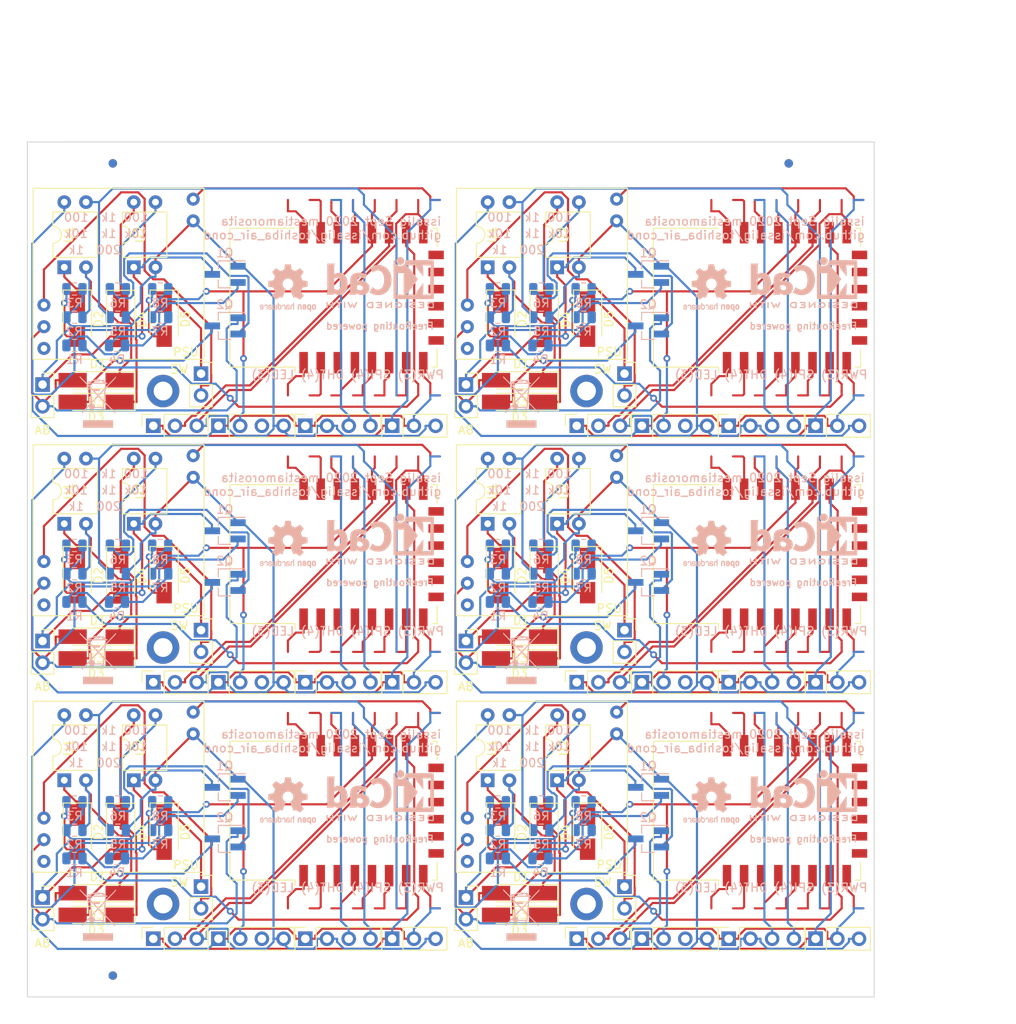
<source format=kicad_pcb>
(kicad_pcb (version 20171130) (host pcbnew 5.1.6-c6e7f7d~87~ubuntu18.04.1)
  (layers (0 F.Cu signal) (31 B.Cu signal) (34 B.Paste user) (35 F.Paste user) (36 B.SilkS user) (37 F.SilkS user) (38 B.Mask user) (39 F.Mask user) (44 Edge.Cuts user))
  (net 0 "")
  (net 1 Board_1-3V3)
  (net 2 Board_1-5V)
  (net 3 Board_1-A)
  (net 4 Board_1-A0)
  (net 5 Board_1-B)
  (net 6 Board_1-D0)
  (net 7 Board_1-D3)
  (net 8 Board_1-D4)
  (net 9 Board_1-D5)
  (net 10 Board_1-D6)
  (net 11 Board_1-D7)
  (net 12 Board_1-D8)
  (net 13 Board_1-ESP_RX)
  (net 14 Board_1-ESP_TX)
  (net 15 Board_1-GND)
  (net 16 "Board_1-Net-(D1-Pad1)")
  (net 17 "Board_1-Net-(D2-Pad1)")
  (net 18 "Board_1-Net-(D2-Pad2)")
  (net 19 "Board_1-Net-(D3-Pad1)")
  (net 20 "Board_1-Net-(D3-Pad2)")
  (net 21 "Board_1-Net-(D5-Pad1)")
  (net 22 "Board_1-Net-(D5-Pad2)")
  (net 23 "Board_1-Net-(J11-Pad1)")
  (net 24 "Board_1-Net-(J11-Pad3)")
  (net 25 "Board_1-Net-(J2-Pad3)")
  (net 26 "Board_1-Net-(Q1-Pad2)")
  (net 27 "Board_1-Net-(Q1-Pad3)")
  (net 28 "Board_1-Net-(Q2-Pad2)")
  (net 29 "Board_1-Net-(R6-Pad2)")
  (net 30 "Board_1-Net-(U4-Pad10)")
  (net 31 "Board_1-Net-(U4-Pad11)")
  (net 32 "Board_1-Net-(U4-Pad12)")
  (net 33 "Board_1-Net-(U4-Pad13)")
  (net 34 "Board_1-Net-(U4-Pad14)")
  (net 35 "Board_1-Net-(U4-Pad3)")
  (net 36 "Board_1-Net-(U4-Pad9)")
  (net 37 Board_1-RST)
  (net 38 Board_1-SCL)
  (net 39 Board_1-SDA)
  (net 40 Board_2-3V3)
  (net 41 Board_2-5V)
  (net 42 Board_2-A)
  (net 43 Board_2-A0)
  (net 44 Board_2-B)
  (net 45 Board_2-D0)
  (net 46 Board_2-D3)
  (net 47 Board_2-D4)
  (net 48 Board_2-D5)
  (net 49 Board_2-D6)
  (net 50 Board_2-D7)
  (net 51 Board_2-D8)
  (net 52 Board_2-ESP_RX)
  (net 53 Board_2-ESP_TX)
  (net 54 Board_2-GND)
  (net 55 "Board_2-Net-(D1-Pad1)")
  (net 56 "Board_2-Net-(D2-Pad1)")
  (net 57 "Board_2-Net-(D2-Pad2)")
  (net 58 "Board_2-Net-(D3-Pad1)")
  (net 59 "Board_2-Net-(D3-Pad2)")
  (net 60 "Board_2-Net-(D5-Pad1)")
  (net 61 "Board_2-Net-(D5-Pad2)")
  (net 62 "Board_2-Net-(J11-Pad1)")
  (net 63 "Board_2-Net-(J11-Pad3)")
  (net 64 "Board_2-Net-(J2-Pad3)")
  (net 65 "Board_2-Net-(Q1-Pad2)")
  (net 66 "Board_2-Net-(Q1-Pad3)")
  (net 67 "Board_2-Net-(Q2-Pad2)")
  (net 68 "Board_2-Net-(R6-Pad2)")
  (net 69 "Board_2-Net-(U4-Pad10)")
  (net 70 "Board_2-Net-(U4-Pad11)")
  (net 71 "Board_2-Net-(U4-Pad12)")
  (net 72 "Board_2-Net-(U4-Pad13)")
  (net 73 "Board_2-Net-(U4-Pad14)")
  (net 74 "Board_2-Net-(U4-Pad3)")
  (net 75 "Board_2-Net-(U4-Pad9)")
  (net 76 Board_2-RST)
  (net 77 Board_2-SCL)
  (net 78 Board_2-SDA)
  (net 79 Board_3-3V3)
  (net 80 Board_3-5V)
  (net 81 Board_3-A)
  (net 82 Board_3-A0)
  (net 83 Board_3-B)
  (net 84 Board_3-D0)
  (net 85 Board_3-D3)
  (net 86 Board_3-D4)
  (net 87 Board_3-D5)
  (net 88 Board_3-D6)
  (net 89 Board_3-D7)
  (net 90 Board_3-D8)
  (net 91 Board_3-ESP_RX)
  (net 92 Board_3-ESP_TX)
  (net 93 Board_3-GND)
  (net 94 "Board_3-Net-(D1-Pad1)")
  (net 95 "Board_3-Net-(D2-Pad1)")
  (net 96 "Board_3-Net-(D2-Pad2)")
  (net 97 "Board_3-Net-(D3-Pad1)")
  (net 98 "Board_3-Net-(D3-Pad2)")
  (net 99 "Board_3-Net-(D5-Pad1)")
  (net 100 "Board_3-Net-(D5-Pad2)")
  (net 101 "Board_3-Net-(J11-Pad1)")
  (net 102 "Board_3-Net-(J11-Pad3)")
  (net 103 "Board_3-Net-(J2-Pad3)")
  (net 104 "Board_3-Net-(Q1-Pad2)")
  (net 105 "Board_3-Net-(Q1-Pad3)")
  (net 106 "Board_3-Net-(Q2-Pad2)")
  (net 107 "Board_3-Net-(R6-Pad2)")
  (net 108 "Board_3-Net-(U4-Pad10)")
  (net 109 "Board_3-Net-(U4-Pad11)")
  (net 110 "Board_3-Net-(U4-Pad12)")
  (net 111 "Board_3-Net-(U4-Pad13)")
  (net 112 "Board_3-Net-(U4-Pad14)")
  (net 113 "Board_3-Net-(U4-Pad3)")
  (net 114 "Board_3-Net-(U4-Pad9)")
  (net 115 Board_3-RST)
  (net 116 Board_3-SCL)
  (net 117 Board_3-SDA)
  (net 118 Board_4-3V3)
  (net 119 Board_4-5V)
  (net 120 Board_4-A)
  (net 121 Board_4-A0)
  (net 122 Board_4-B)
  (net 123 Board_4-D0)
  (net 124 Board_4-D3)
  (net 125 Board_4-D4)
  (net 126 Board_4-D5)
  (net 127 Board_4-D6)
  (net 128 Board_4-D7)
  (net 129 Board_4-D8)
  (net 130 Board_4-ESP_RX)
  (net 131 Board_4-ESP_TX)
  (net 132 Board_4-GND)
  (net 133 "Board_4-Net-(D1-Pad1)")
  (net 134 "Board_4-Net-(D2-Pad1)")
  (net 135 "Board_4-Net-(D2-Pad2)")
  (net 136 "Board_4-Net-(D3-Pad1)")
  (net 137 "Board_4-Net-(D3-Pad2)")
  (net 138 "Board_4-Net-(D5-Pad1)")
  (net 139 "Board_4-Net-(D5-Pad2)")
  (net 140 "Board_4-Net-(J11-Pad1)")
  (net 141 "Board_4-Net-(J11-Pad3)")
  (net 142 "Board_4-Net-(J2-Pad3)")
  (net 143 "Board_4-Net-(Q1-Pad2)")
  (net 144 "Board_4-Net-(Q1-Pad3)")
  (net 145 "Board_4-Net-(Q2-Pad2)")
  (net 146 "Board_4-Net-(R6-Pad2)")
  (net 147 "Board_4-Net-(U4-Pad10)")
  (net 148 "Board_4-Net-(U4-Pad11)")
  (net 149 "Board_4-Net-(U4-Pad12)")
  (net 150 "Board_4-Net-(U4-Pad13)")
  (net 151 "Board_4-Net-(U4-Pad14)")
  (net 152 "Board_4-Net-(U4-Pad3)")
  (net 153 "Board_4-Net-(U4-Pad9)")
  (net 154 Board_4-RST)
  (net 155 Board_4-SCL)
  (net 156 Board_4-SDA)
  (net 157 Board_5-3V3)
  (net 158 Board_5-5V)
  (net 159 Board_5-A)
  (net 160 Board_5-A0)
  (net 161 Board_5-B)
  (net 162 Board_5-D0)
  (net 163 Board_5-D3)
  (net 164 Board_5-D4)
  (net 165 Board_5-D5)
  (net 166 Board_5-D6)
  (net 167 Board_5-D7)
  (net 168 Board_5-D8)
  (net 169 Board_5-ESP_RX)
  (net 170 Board_5-ESP_TX)
  (net 171 Board_5-GND)
  (net 172 "Board_5-Net-(D1-Pad1)")
  (net 173 "Board_5-Net-(D2-Pad1)")
  (net 174 "Board_5-Net-(D2-Pad2)")
  (net 175 "Board_5-Net-(D3-Pad1)")
  (net 176 "Board_5-Net-(D3-Pad2)")
  (net 177 "Board_5-Net-(D5-Pad1)")
  (net 178 "Board_5-Net-(D5-Pad2)")
  (net 179 "Board_5-Net-(J11-Pad1)")
  (net 180 "Board_5-Net-(J11-Pad3)")
  (net 181 "Board_5-Net-(J2-Pad3)")
  (net 182 "Board_5-Net-(Q1-Pad2)")
  (net 183 "Board_5-Net-(Q1-Pad3)")
  (net 184 "Board_5-Net-(Q2-Pad2)")
  (net 185 "Board_5-Net-(R6-Pad2)")
  (net 186 "Board_5-Net-(U4-Pad10)")
  (net 187 "Board_5-Net-(U4-Pad11)")
  (net 188 "Board_5-Net-(U4-Pad12)")
  (net 189 "Board_5-Net-(U4-Pad13)")
  (net 190 "Board_5-Net-(U4-Pad14)")
  (net 191 "Board_5-Net-(U4-Pad3)")
  (net 192 "Board_5-Net-(U4-Pad9)")
  (net 193 Board_5-RST)
  (net 194 Board_5-SCL)
  (net 195 Board_5-SDA)
  (net 196 Board_6-3V3)
  (net 197 Board_6-5V)
  (net 198 Board_6-A)
  (net 199 Board_6-A0)
  (net 200 Board_6-B)
  (net 201 Board_6-D0)
  (net 202 Board_6-D3)
  (net 203 Board_6-D4)
  (net 204 Board_6-D5)
  (net 205 Board_6-D6)
  (net 206 Board_6-D7)
  (net 207 Board_6-D8)
  (net 208 Board_6-ESP_RX)
  (net 209 Board_6-ESP_TX)
  (net 210 Board_6-GND)
  (net 211 "Board_6-Net-(D1-Pad1)")
  (net 212 "Board_6-Net-(D2-Pad1)")
  (net 213 "Board_6-Net-(D2-Pad2)")
  (net 214 "Board_6-Net-(D3-Pad1)")
  (net 215 "Board_6-Net-(D3-Pad2)")
  (net 216 "Board_6-Net-(D5-Pad1)")
  (net 217 "Board_6-Net-(D5-Pad2)")
  (net 218 "Board_6-Net-(J11-Pad1)")
  (net 219 "Board_6-Net-(J11-Pad3)")
  (net 220 "Board_6-Net-(J2-Pad3)")
  (net 221 "Board_6-Net-(Q1-Pad2)")
  (net 222 "Board_6-Net-(Q1-Pad3)")
  (net 223 "Board_6-Net-(Q2-Pad2)")
  (net 224 "Board_6-Net-(R6-Pad2)")
  (net 225 "Board_6-Net-(U4-Pad10)")
  (net 226 "Board_6-Net-(U4-Pad11)")
  (net 227 "Board_6-Net-(U4-Pad12)")
  (net 228 "Board_6-Net-(U4-Pad13)")
  (net 229 "Board_6-Net-(U4-Pad14)")
  (net 230 "Board_6-Net-(U4-Pad3)")
  (net 231 "Board_6-Net-(U4-Pad9)")
  (net 232 Board_6-RST)
  (net 233 Board_6-SCL)
  (net 234 Board_6-SDA)
  (module NPTH (layer F.Cu) (at 54.999 142.501)
    (fp_text reference REF** hide)
    (fp_text value NPTH hide)
    (pad "" np_thru_hole circle (at 0 0) (size 1.5 1.5) (drill 1.5) (layers *.Cu *.Mask))
  )
  (module NPTH (layer F.Cu) (at 144.061 47.499)
    (fp_text reference REF** hide)
    (fp_text value NPTH hide)
    (pad "" np_thru_hole circle (at 0 0) (size 1.5 1.5) (drill 1.5) (layers *.Cu *.Mask))
  )
  (module NPTH (layer F.Cu) (at 54.999 47.499)
    (fp_text reference REF** hide)
    (fp_text value NPTH hide)
    (pad "" np_thru_hole circle (at 0 0) (size 1.5 1.5) (drill 1.5) (layers *.Cu *.Mask))
  )
  (module Fiducial (layer B.Cu) (at 59.999 142.501)
    (fp_text reference REF** hide)
    (fp_text value Fiducial hide)
    (pad "" smd circle (at 0 0) (size 1 1) (layers B.Cu B.Mask) (clearance 0.5))
  )
  (module Fiducial (layer F.Cu) (at 59.999 142.501)
    (fp_text reference REF** hide)
    (fp_text value Fiducial hide)
    (pad "" smd circle (at 0 0) (size 1 1) (layers F.Cu F.Mask) (clearance 0.5))
  )
  (module Fiducial (layer B.Cu) (at 139.061 47.499)
    (fp_text reference REF** hide)
    (fp_text value Fiducial hide)
    (pad "" smd circle (at 0 0) (size 1 1) (layers B.Cu B.Mask) (clearance 0.5))
  )
  (module Fiducial (layer F.Cu) (at 139.061 47.499)
    (fp_text reference REF** hide)
    (fp_text value Fiducial hide)
    (pad "" smd circle (at 0 0) (size 1 1) (layers F.Cu F.Mask) (clearance 0.5))
  )
  (module Fiducial (layer B.Cu) (at 59.999 47.499)
    (fp_text reference REF** hide)
    (fp_text value Fiducial hide)
    (pad "" smd circle (at 0 0) (size 1 1) (layers B.Cu B.Mask) (clearance 0.5))
  )
  (module Fiducial (layer F.Cu) (at 59.999 47.499)
    (fp_text reference REF** hide)
    (fp_text value Fiducial hide)
    (pad "" smd circle (at 0 0) (size 1 1) (layers F.Cu F.Mask) (clearance 0.5))
  )
  (module Diode_SMD:D_MiniMELF_Handsoldering (layer F.Cu) (at 107.575006 135.400011 180)
    (fp_text reference D3 (at 0 -1.75) (layer F.SilkS))
    (fp_text value 13)
    (fp_text user %R (at 0 0) (layer F.SilkS))
    (pad 2 smd rect (at 2.75 0 180) (size 3.3 1.7) (layers F.Cu F.Paste F.Mask) (net 215 "Board_6-Net-(D3-Pad2)"))
    (pad 1 smd rect (at -2.75 0 180) (size 3.3 1.7) (layers F.Cu F.Paste F.Mask) (net 214 "Board_6-Net-(D3-Pad1)"))
  )
  (module Diode_SMD:D_MiniMELF_Handsoldering (layer F.Cu) (at 107.575006 132.860011 180)
    (fp_text reference D1 (at -0.21 1.905) (layer F.SilkS))
    (fp_text value 13)
    (pad 1 smd rect (at -2.75 0 180) (size 3.3 1.7) (layers F.Cu F.Paste F.Mask) (net 211 "Board_6-Net-(D1-Pad1)"))
    (pad 2 smd rect (at 2.75 0 180) (size 3.3 1.7) (layers F.Cu F.Paste F.Mask) (net 200 Board_6-B))
  )
  (module Package_DIP:DIP-4_W7.62mm (layer F.Cu) (at 111.976006 119.652011 90)
    (fp_text reference U2 (at 3.81 0.762 90) (layer F.SilkS))
    (fp_text value PC817)
    (pad 1 thru_hole rect (at 0 0 90) (size 1.6 1.6) (drill 0.8) (layers *.Cu *.Mask) (net 222 "Board_6-Net-(Q1-Pad3)"))
    (pad 3 thru_hole oval (at 7.62 2.54 90) (size 1.6 1.6) (drill 0.8) (layers *.Cu *.Mask) (net 224 "Board_6-Net-(R6-Pad2)"))
    (pad 2 thru_hole oval (at 0 2.54 90) (size 1.6 1.6) (drill 0.8) (layers *.Cu *.Mask) (net 210 Board_6-GND))
    (pad 4 thru_hole oval (at 7.62 0 90) (size 1.6 1.6) (drill 0.8) (layers *.Cu *.Mask) (net 214 "Board_6-Net-(D3-Pad1)"))
  )
  (module Package_DIP:DIP-4_W7.62mm (layer F.Cu) (at 103.848006 119.652011 90)
    (fp_text reference U1 (at 3.81 0.508 90) (layer F.SilkS))
    (fp_text value PC817)
    (pad 4 thru_hole oval (at 7.62 0 90) (size 1.6 1.6) (drill 0.8) (layers *.Cu *.Mask) (net 196 Board_6-3V3))
    (pad 2 thru_hole oval (at 0 2.54 90) (size 1.6 1.6) (drill 0.8) (layers *.Cu *.Mask) (net 211 "Board_6-Net-(D1-Pad1)"))
    (pad 3 thru_hole oval (at 7.62 2.54 90) (size 1.6 1.6) (drill 0.8) (layers *.Cu *.Mask) (net 206 Board_6-D7))
    (pad 1 thru_hole rect (at 0 0 90) (size 1.6 1.6) (drill 0.8) (layers *.Cu *.Mask) (net 212 "Board_6-Net-(D2-Pad1)"))
  )
  (module Resistor_SMD:R_0805_2012Metric (layer B.Cu) (at 115.072506 122.192011)
    (fp_text reference R8 (at 0 1.65) (layer B.SilkS) (effects (justify mirror)))
    (fp_text value 100 (at -2.8425 -8.382) (layer B.SilkS) (effects (justify mirror)))
    (pad 1 smd roundrect (at -0.9375 0) (size 0.975 1.4) (layers B.Cu B.Paste B.Mask) (net 217 "Board_6-Net-(D5-Pad2)"))
    (pad 2 smd roundrect (at 0.9375 0) (size 0.975 1.4) (layers B.Cu B.Paste B.Mask) (net 198 Board_6-A))
  )
  (module Resistor_SMD:R_0805_2012Metric (layer B.Cu) (at 115.072506 125.494011)
    (fp_text reference R7 (at 0 1.65) (layer B.SilkS) (effects (justify mirror)))
    (fp_text value 10k (at -2.8425 -9.779) (layer B.SilkS) (effects (justify mirror)))
    (pad 2 smd roundrect (at 0.9375 0) (size 0.975 1.4) (layers B.Cu B.Paste B.Mask) (net 196 Board_6-3V3))
    (pad 1 smd roundrect (at -0.9375 0) (size 0.975 1.4) (layers B.Cu B.Paste B.Mask) (net 202 Board_6-D3))
  )
  (module Resistor_SMD:R_0805_2012Metric (layer B.Cu) (at 110.119506 122.192011)
    (fp_text reference R6 (at 0 1.65) (layer B.SilkS) (effects (justify mirror)))
    (fp_text value 1k (at -1.0645 -8.382) (layer B.SilkS) (effects (justify mirror)))
    (pad 2 smd roundrect (at 0.9375 0) (size 0.975 1.4) (layers B.Cu B.Paste B.Mask) (net 224 "Board_6-Net-(R6-Pad2)"))
    (pad 1 smd roundrect (at -0.9375 0) (size 0.975 1.4) (layers B.Cu B.Paste B.Mask) (net 223 "Board_6-Net-(Q2-Pad2)"))
  )
  (module Resistor_SMD:R_0805_2012Metric (layer B.Cu) (at 110.119506 125.494011)
    (fp_text reference R5 (at 0 1.65) (layer B.SilkS) (effects (justify mirror)))
    (fp_text value 1k (at -1.0645 -9.779) (layer B.SilkS) (effects (justify mirror)))
    (pad 1 smd roundrect (at -0.9375 0) (size 0.975 1.4) (layers B.Cu B.Paste B.Mask) (net 206 Board_6-D7))
    (pad 2 smd roundrect (at 0.9375 0) (size 0.975 1.4) (layers B.Cu B.Paste B.Mask) (net 210 Board_6-GND))
  )
  (module Resistor_SMD:R_0805_2012Metric (layer B.Cu) (at 110.022506 128.796011)
    (fp_text reference R4 (at 0 1.65) (layer B.SilkS) (effects (justify mirror)))
    (fp_text value 200 (at -0.9675 -11.176) (layer B.SilkS) (effects (justify mirror)))
    (pad 1 smd roundrect (at -0.9375 0) (size 0.975 1.4) (layers B.Cu B.Paste B.Mask) (net 222 "Board_6-Net-(Q1-Pad3)"))
    (pad 2 smd roundrect (at 0.9375 0) (size 0.975 1.4) (layers B.Cu B.Paste B.Mask) (net 196 Board_6-3V3))
  )
  (module Resistor_SMD:R_0805_2012Metric (layer B.Cu) (at 105.039506 122.192011)
    (fp_text reference R3 (at 0 1.65) (layer B.SilkS) (effects (justify mirror)))
    (fp_text value 100 (at 0.2055 -8.382) (layer B.SilkS) (effects (justify mirror)))
    (pad 2 smd roundrect (at 0.9375 0) (size 0.975 1.4) (layers B.Cu B.Paste B.Mask) (net 198 Board_6-A))
    (pad 1 smd roundrect (at -0.9375 0) (size 0.975 1.4) (layers B.Cu B.Paste B.Mask) (net 213 "Board_6-Net-(D2-Pad2)"))
  )
  (module Resistor_SMD:R_0805_2012Metric (layer B.Cu) (at 105.039506 125.494011)
    (fp_text reference R2 (at 0 1.65) (layer B.SilkS) (effects (justify mirror)))
    (fp_text value 10k (at 0.2055 -9.779) (layer B.SilkS) (effects (justify mirror)))
    (pad 2 smd roundrect (at 0.9375 0) (size 0.975 1.4) (layers B.Cu B.Paste B.Mask) (net 211 "Board_6-Net-(D1-Pad1)"))
    (pad 1 smd roundrect (at -0.9375 0) (size 0.975 1.4) (layers B.Cu B.Paste B.Mask) (net 198 Board_6-A))
  )
  (module Resistor_SMD:R_0805_2012Metric (layer B.Cu) (at 105.039506 128.796011)
    (fp_text reference R1 (at 0 1.65) (layer B.SilkS) (effects (justify mirror)))
    (fp_text value 1k (at 0.2055 -11.176) (layer B.SilkS) (effects (justify mirror)))
    (pad 1 smd roundrect (at -0.9375 0) (size 0.975 1.4) (layers B.Cu B.Paste B.Mask) (net 221 "Board_6-Net-(Q1-Pad2)"))
    (pad 2 smd roundrect (at 0.9375 0) (size 0.975 1.4) (layers B.Cu B.Paste B.Mask) (net 207 Board_6-D8))
  )
  (module Package_TO_SOT_SMD:SOT-23_Handsoldering (layer B.Cu) (at 122.620006 126.510011 180)
    (fp_text reference Q2 (at 0 2.5 180) (layer B.SilkS) (effects (justify mirror)))
    (fp_text value PN2222A)
    (pad 3 smd rect (at 1.5 0 180) (size 1.9 0.8) (layers B.Cu B.Paste B.Mask) (net 215 "Board_6-Net-(D3-Pad2)"))
    (pad 2 smd rect (at -1.5 -0.95 180) (size 1.9 0.8) (layers B.Cu B.Paste B.Mask) (net 223 "Board_6-Net-(Q2-Pad2)"))
    (pad 1 smd rect (at -1.5 0.95 180) (size 1.9 0.8) (layers B.Cu B.Paste B.Mask) (net 200 Board_6-B))
  )
  (module Package_TO_SOT_SMD:SOT-23_Handsoldering (layer B.Cu) (at 122.620006 120.480011 180)
    (fp_text reference Q1 (at 0 2.5 180) (layer B.SilkS) (effects (justify mirror)))
    (fp_text value PN2222A)
    (pad 1 smd rect (at -1.5 0.95 180) (size 1.9 0.8) (layers B.Cu B.Paste B.Mask) (net 210 Board_6-GND))
    (pad 2 smd rect (at -1.5 -0.95 180) (size 1.9 0.8) (layers B.Cu B.Paste B.Mask) (net 221 "Board_6-Net-(Q1-Pad2)"))
    (pad 3 smd rect (at 1.5 0 180) (size 1.9 0.8) (layers B.Cu B.Paste B.Mask) (net 222 "Board_6-Net-(Q1-Pad3)"))
  )
  (module Connector_PinSocket_2.54mm:PinSocket_1x03_P2.54mm_Vertical (layer F.Cu) (at 114.262006 138.194011 90)
    (fp_text reference J8 hide)
    (fp_text value WS2812)
    (pad 1 thru_hole rect (at 0 0 90) (size 1.7 1.7) (drill 1) (layers *.Cu *.Mask) (net 197 Board_6-5V))
    (pad 2 thru_hole oval (at 0 2.54 90) (size 1.7 1.7) (drill 1) (layers *.Cu *.Mask) (net 203 Board_6-D4))
    (pad 3 thru_hole oval (at 0 5.08 90) (size 1.7 1.7) (drill 1) (layers *.Cu *.Mask) (net 210 Board_6-GND))
  )
  (module Connector_PinSocket_2.54mm:PinSocket_1x03_P2.54mm_Vertical (layer F.Cu) (at 142.202006 138.194011 90)
    (fp_text reference J7 hide)
    (fp_text value PWR)
    (pad 3 thru_hole oval (at 0 5.08 90) (size 1.7 1.7) (drill 1) (layers *.Cu *.Mask) (net 210 Board_6-GND))
    (pad 2 thru_hole oval (at 0 2.54 90) (size 1.7 1.7) (drill 1) (layers *.Cu *.Mask) (net 196 Board_6-3V3))
    (pad 1 thru_hole rect (at 0 0 90) (size 1.7 1.7) (drill 1) (layers *.Cu *.Mask) (net 197 Board_6-5V))
  )
  (module Connector_PinSocket_2.54mm:PinSocket_1x02_P2.54mm_Vertical (layer F.Cu) (at 101.308006 133.368011)
    (fp_text reference J4 hide)
    (fp_text value AB (at 0 5.31) (layer F.SilkS))
    (pad 1 thru_hole rect (at 0 0) (size 1.7 1.7) (drill 1) (layers *.Cu *.Mask) (net 198 Board_6-A))
    (pad 2 thru_hole oval (at 0 2.54) (size 1.7 1.7) (drill 1) (layers *.Cu *.Mask) (net 200 Board_6-B))
  )
  (module Connector_PinSocket_2.54mm:PinSocket_1x02_P2.54mm_Vertical (layer F.Cu) (at 119.850006 132.098011)
    (fp_text reference J3 hide)
    (fp_text value SW (at -2.54 -0.508) (layer F.SilkS))
    (pad 2 thru_hole oval (at 0 2.54) (size 1.7 1.7) (drill 1) (layers *.Cu *.Mask) (net 219 "Board_6-Net-(J11-Pad3)"))
    (pad 1 thru_hole rect (at 0 0) (size 1.7 1.7) (drill 1) (layers *.Cu *.Mask) (net 216 "Board_6-Net-(D5-Pad1)"))
  )
  (module Connector_PinSocket_2.54mm:PinSocket_1x04_P2.54mm_Vertical (layer F.Cu) (at 121.882006 138.194011 90)
    (fp_text reference J2 hide)
    (fp_text value DHT)
    (pad 1 thru_hole rect (at 0 0 90) (size 1.7 1.7) (drill 1) (layers *.Cu *.Mask) (net 196 Board_6-3V3))
    (pad 2 thru_hole oval (at 0 2.54 90) (size 1.7 1.7) (drill 1) (layers *.Cu *.Mask) (net 202 Board_6-D3))
    (pad 3 thru_hole oval (at 0 5.08 90) (size 1.7 1.7) (drill 1) (layers *.Cu *.Mask) (net 220 "Board_6-Net-(J2-Pad3)"))
    (pad 4 thru_hole oval (at 0 7.62 90) (size 1.7 1.7) (drill 1) (layers *.Cu *.Mask) (net 210 Board_6-GND))
  )
  (module Connector_PinSocket_2.54mm:PinSocket_1x04_P2.54mm_Vertical (layer F.Cu) (at 132.042006 138.194011 90)
    (fp_text reference J1 hide)
    (fp_text value SPI)
    (pad 4 thru_hole oval (at 0 7.62 90) (size 1.7 1.7) (drill 1) (layers *.Cu *.Mask) (net 234 Board_6-SDA))
    (pad 3 thru_hole oval (at 0 5.08 90) (size 1.7 1.7) (drill 1) (layers *.Cu *.Mask) (net 233 Board_6-SCL))
    (pad 2 thru_hole oval (at 0 2.54 90) (size 1.7 1.7) (drill 1) (layers *.Cu *.Mask) (net 210 Board_6-GND))
    (pad 1 thru_hole rect (at 0 0 90) (size 1.7 1.7) (drill 1) (layers *.Cu *.Mask) (net 196 Board_6-3V3))
  )
  (module Diode_SMD:D_SMA (layer F.Cu) (at 115.532006 125.716011 270)
    (fp_text reference D5 (at 0 -2.5 90) (layer F.SilkS))
    (fp_text value 1N4001)
    (pad 2 smd rect (at 2 0 270) (size 2.5 1.8) (layers F.Cu F.Paste F.Mask) (net 217 "Board_6-Net-(D5-Pad2)"))
    (pad 1 smd rect (at -2 0 270) (size 2.5 1.8) (layers F.Cu F.Paste F.Mask) (net 216 "Board_6-Net-(D5-Pad1)"))
  )
  (module Diode_SMD:D_SMA (layer F.Cu) (at 110.452006 125.748011 270)
    (fp_text reference D4 (at 0 -2.5 90) (layer F.SilkS))
    (fp_text value 1N4001)
    (pad 2 smd rect (at 2 0 270) (size 2.5 1.8) (layers F.Cu F.Paste F.Mask) (net 198 Board_6-A))
    (pad 1 smd rect (at -2 0 270) (size 2.5 1.8) (layers F.Cu F.Paste F.Mask) (net 214 "Board_6-Net-(D3-Pad1)"))
  )
  (module Diode_SMD:D_SMA (layer F.Cu) (at 105.372006 125.716011 270)
    (fp_text reference D2 (at 0 -2.5 90) (layer F.SilkS))
    (fp_text value 1N4001)
    (pad 1 smd rect (at -2 0 270) (size 2.5 1.8) (layers F.Cu F.Paste F.Mask) (net 212 "Board_6-Net-(D2-Pad1)"))
    (pad 2 smd rect (at 2 0 270) (size 2.5 1.8) (layers F.Cu F.Paste F.Mask) (net 213 "Board_6-Net-(D2-Pad2)"))
  )
  (module RF_Module:ESP-12E (layer F.Cu) (at 135.344006 123.208011 90)
    (fp_text reference U4 hide)
    (fp_text value ESP-12E)
    (pad 1 smd rect (at -7.6 -3.5 90) (size 2.5 1) (layers F.Cu F.Paste F.Mask) (net 232 Board_6-RST))
    (pad 2 smd rect (at -7.6 -1.5 90) (size 2.5 1) (layers F.Cu F.Paste F.Mask) (net 199 Board_6-A0))
    (pad 3 smd rect (at -7.6 0.5 90) (size 2.5 1) (layers F.Cu F.Paste F.Mask) (net 230 "Board_6-Net-(U4-Pad3)"))
    (pad 4 smd rect (at -7.6 2.5 90) (size 2.5 1) (layers F.Cu F.Paste F.Mask) (net 201 Board_6-D0))
    (pad 5 smd rect (at -7.6 4.5 90) (size 2.5 1) (layers F.Cu F.Paste F.Mask) (net 204 Board_6-D5))
    (pad 6 smd rect (at -7.6 6.5 90) (size 2.5 1) (layers F.Cu F.Paste F.Mask) (net 205 Board_6-D6))
    (pad 7 smd rect (at -7.6 8.5 90) (size 2.5 1) (layers F.Cu F.Paste F.Mask) (net 206 Board_6-D7))
    (pad 8 smd rect (at -7.6 10.5 90) (size 2.5 1) (layers F.Cu F.Paste F.Mask) (net 196 Board_6-3V3))
    (pad 9 smd rect (at -5 12 90) (size 1 1.8) (layers F.Cu F.Paste F.Mask) (net 231 "Board_6-Net-(U4-Pad9)"))
    (pad 10 smd rect (at -3 12 90) (size 1 1.8) (layers F.Cu F.Paste F.Mask) (net 225 "Board_6-Net-(U4-Pad10)"))
    (pad 11 smd rect (at -1 12 90) (size 1 1.8) (layers F.Cu F.Paste F.Mask) (net 226 "Board_6-Net-(U4-Pad11)"))
    (pad 12 smd rect (at 1 12 90) (size 1 1.8) (layers F.Cu F.Paste F.Mask) (net 227 "Board_6-Net-(U4-Pad12)"))
    (pad 13 smd rect (at 3 12 90) (size 1 1.8) (layers F.Cu F.Paste F.Mask) (net 228 "Board_6-Net-(U4-Pad13)"))
    (pad 14 smd rect (at 5 12 90) (size 1 1.8) (layers F.Cu F.Paste F.Mask) (net 229 "Board_6-Net-(U4-Pad14)"))
    (pad 15 smd rect (at 7.6 10.5 90) (size 2.5 1) (layers F.Cu F.Paste F.Mask) (net 210 Board_6-GND))
    (pad 16 smd rect (at 7.6 8.5 90) (size 2.5 1) (layers F.Cu F.Paste F.Mask) (net 207 Board_6-D8))
    (pad 17 smd rect (at 7.6 6.5 90) (size 2.5 1) (layers F.Cu F.Paste F.Mask) (net 203 Board_6-D4))
    (pad 18 smd rect (at 7.6 4.5 90) (size 2.5 1) (layers F.Cu F.Paste F.Mask) (net 202 Board_6-D3))
    (pad 19 smd rect (at 7.6 2.5 90) (size 2.5 1) (layers F.Cu F.Paste F.Mask) (net 234 Board_6-SDA))
    (pad 20 smd rect (at 7.6 0.5 90) (size 2.5 1) (layers F.Cu F.Paste F.Mask) (net 233 Board_6-SCL))
    (pad 21 smd rect (at 7.6 -1.5 90) (size 2.5 1) (layers F.Cu F.Paste F.Mask) (net 208 Board_6-ESP_RX))
    (pad 22 smd rect (at 7.6 -3.5 90) (size 2.5 1) (layers F.Cu F.Paste F.Mask) (net 209 Board_6-ESP_TX))
  )
  (module airpcb_smd:HW-108 (layer F.Cu) (at 110.198006 120.414011)
    (fp_text reference J11 hide)
    (fp_text value PSU (at 7.874 9.144) (layer F.SilkS))
    (pad 1 thru_hole circle (at -8.73 8.73) (size 1.524 1.524) (drill 0.762) (layers *.Cu *.Mask) (net 218 "Board_6-Net-(J11-Pad1)"))
    (pad 2 thru_hole circle (at -8.73 6.19) (size 1.524 1.524) (drill 0.762) (layers *.Cu *.Mask) (net 200 Board_6-B))
    (pad 3 thru_hole circle (at -8.73 3.65) (size 1.524 1.524) (drill 0.762) (layers *.Cu *.Mask) (net 219 "Board_6-Net-(J11-Pad3)"))
    (pad 4 thru_hole circle (at 8.73 -8.73) (size 1.524 1.524) (drill 0.762) (layers *.Cu *.Mask) (net 197 Board_6-5V))
    (pad 5 thru_hole circle (at 8.73 -6.19) (size 1.524 1.524) (drill 0.762) (layers *.Cu *.Mask) (net 210 Board_6-GND))
  )
  (module Symbol:WEEE-Logo_4.2x6mm_SilkScreen (layer B.Cu) (at 107.785006 135.400011 180)
    (fp_text reference L3 hide)
    (fp_text value WEEE-Logo_4.2x6mm_SilkScreen hide)
  )
  (module Symbol:KiCad-Logo2_5mm_SilkScreen (layer B.Cu) (at 140.805006 121.430011 180)
    (fp_text reference L1 hide)
    (fp_text value KiCad-Logo2_5mm_SilkScreen hide)
  )
  (module Symbol:OSHW-Logo2_7.3x6mm_SilkScreen (layer B.Cu) (at 130.010006 122.065011 180)
    (fp_text reference L2 hide)
    (fp_text value OSHW-Logo2_7.3x6mm_SilkScreen hide)
  )
  (module MountingHole:MountingHole_2.2mm_M2_DIN965_Pad (layer F.Cu) (at 115.405006 134.130011 90)
    (fp_text reference M1 hide)
    (fp_text value "")
    (pad 1 thru_hole circle (at 0 0 90) (size 3.8 3.8) (drill 2.2) (layers *.Cu *.Mask))
  )
  (module Diode_SMD:D_MiniMELF_Handsoldering (layer F.Cu) (at 58.045001 135.400011 180)
    (fp_text reference D3 (at 0 -1.75) (layer F.SilkS))
    (fp_text value 13)
    (fp_text user %R (at 0 0) (layer F.SilkS))
    (pad 2 smd rect (at 2.75 0 180) (size 3.3 1.7) (layers F.Cu F.Paste F.Mask) (net 176 "Board_5-Net-(D3-Pad2)"))
    (pad 1 smd rect (at -2.75 0 180) (size 3.3 1.7) (layers F.Cu F.Paste F.Mask) (net 175 "Board_5-Net-(D3-Pad1)"))
  )
  (module Diode_SMD:D_MiniMELF_Handsoldering (layer F.Cu) (at 58.045001 132.860011 180)
    (fp_text reference D1 (at -0.21 1.905) (layer F.SilkS))
    (fp_text value 13)
    (pad 1 smd rect (at -2.75 0 180) (size 3.3 1.7) (layers F.Cu F.Paste F.Mask) (net 172 "Board_5-Net-(D1-Pad1)"))
    (pad 2 smd rect (at 2.75 0 180) (size 3.3 1.7) (layers F.Cu F.Paste F.Mask) (net 161 Board_5-B))
  )
  (module Package_DIP:DIP-4_W7.62mm (layer F.Cu) (at 62.446001 119.652011 90)
    (fp_text reference U2 (at 3.81 0.762 90) (layer F.SilkS))
    (fp_text value PC817)
    (pad 1 thru_hole rect (at 0 0 90) (size 1.6 1.6) (drill 0.8) (layers *.Cu *.Mask) (net 183 "Board_5-Net-(Q1-Pad3)"))
    (pad 3 thru_hole oval (at 7.62 2.54 90) (size 1.6 1.6) (drill 0.8) (layers *.Cu *.Mask) (net 185 "Board_5-Net-(R6-Pad2)"))
    (pad 2 thru_hole oval (at 0 2.54 90) (size 1.6 1.6) (drill 0.8) (layers *.Cu *.Mask) (net 171 Board_5-GND))
    (pad 4 thru_hole oval (at 7.62 0 90) (size 1.6 1.6) (drill 0.8) (layers *.Cu *.Mask) (net 175 "Board_5-Net-(D3-Pad1)"))
  )
  (module Package_DIP:DIP-4_W7.62mm (layer F.Cu) (at 54.318001 119.652011 90)
    (fp_text reference U1 (at 3.81 0.508 90) (layer F.SilkS))
    (fp_text value PC817)
    (pad 4 thru_hole oval (at 7.62 0 90) (size 1.6 1.6) (drill 0.8) (layers *.Cu *.Mask) (net 157 Board_5-3V3))
    (pad 2 thru_hole oval (at 0 2.54 90) (size 1.6 1.6) (drill 0.8) (layers *.Cu *.Mask) (net 172 "Board_5-Net-(D1-Pad1)"))
    (pad 3 thru_hole oval (at 7.62 2.54 90) (size 1.6 1.6) (drill 0.8) (layers *.Cu *.Mask) (net 167 Board_5-D7))
    (pad 1 thru_hole rect (at 0 0 90) (size 1.6 1.6) (drill 0.8) (layers *.Cu *.Mask) (net 173 "Board_5-Net-(D2-Pad1)"))
  )
  (module Resistor_SMD:R_0805_2012Metric (layer B.Cu) (at 65.542501 122.192011)
    (fp_text reference R8 (at 0 1.65) (layer B.SilkS) (effects (justify mirror)))
    (fp_text value 100 (at -2.8425 -8.382) (layer B.SilkS) (effects (justify mirror)))
    (pad 1 smd roundrect (at -0.9375 0) (size 0.975 1.4) (layers B.Cu B.Paste B.Mask) (net 178 "Board_5-Net-(D5-Pad2)"))
    (pad 2 smd roundrect (at 0.9375 0) (size 0.975 1.4) (layers B.Cu B.Paste B.Mask) (net 159 Board_5-A))
  )
  (module Resistor_SMD:R_0805_2012Metric (layer B.Cu) (at 65.542501 125.494011)
    (fp_text reference R7 (at 0 1.65) (layer B.SilkS) (effects (justify mirror)))
    (fp_text value 10k (at -2.8425 -9.779) (layer B.SilkS) (effects (justify mirror)))
    (pad 2 smd roundrect (at 0.9375 0) (size 0.975 1.4) (layers B.Cu B.Paste B.Mask) (net 157 Board_5-3V3))
    (pad 1 smd roundrect (at -0.9375 0) (size 0.975 1.4) (layers B.Cu B.Paste B.Mask) (net 163 Board_5-D3))
  )
  (module Resistor_SMD:R_0805_2012Metric (layer B.Cu) (at 60.589501 122.192011)
    (fp_text reference R6 (at 0 1.65) (layer B.SilkS) (effects (justify mirror)))
    (fp_text value 1k (at -1.0645 -8.382) (layer B.SilkS) (effects (justify mirror)))
    (pad 2 smd roundrect (at 0.9375 0) (size 0.975 1.4) (layers B.Cu B.Paste B.Mask) (net 185 "Board_5-Net-(R6-Pad2)"))
    (pad 1 smd roundrect (at -0.9375 0) (size 0.975 1.4) (layers B.Cu B.Paste B.Mask) (net 184 "Board_5-Net-(Q2-Pad2)"))
  )
  (module Resistor_SMD:R_0805_2012Metric (layer B.Cu) (at 60.589501 125.494011)
    (fp_text reference R5 (at 0 1.65) (layer B.SilkS) (effects (justify mirror)))
    (fp_text value 1k (at -1.0645 -9.779) (layer B.SilkS) (effects (justify mirror)))
    (pad 1 smd roundrect (at -0.9375 0) (size 0.975 1.4) (layers B.Cu B.Paste B.Mask) (net 167 Board_5-D7))
    (pad 2 smd roundrect (at 0.9375 0) (size 0.975 1.4) (layers B.Cu B.Paste B.Mask) (net 171 Board_5-GND))
  )
  (module Resistor_SMD:R_0805_2012Metric (layer B.Cu) (at 60.492501 128.796011)
    (fp_text reference R4 (at 0 1.65) (layer B.SilkS) (effects (justify mirror)))
    (fp_text value 200 (at -0.9675 -11.176) (layer B.SilkS) (effects (justify mirror)))
    (pad 1 smd roundrect (at -0.9375 0) (size 0.975 1.4) (layers B.Cu B.Paste B.Mask) (net 183 "Board_5-Net-(Q1-Pad3)"))
    (pad 2 smd roundrect (at 0.9375 0) (size 0.975 1.4) (layers B.Cu B.Paste B.Mask) (net 157 Board_5-3V3))
  )
  (module Resistor_SMD:R_0805_2012Metric (layer B.Cu) (at 55.509501 122.192011)
    (fp_text reference R3 (at 0 1.65) (layer B.SilkS) (effects (justify mirror)))
    (fp_text value 100 (at 0.2055 -8.382) (layer B.SilkS) (effects (justify mirror)))
    (pad 2 smd roundrect (at 0.9375 0) (size 0.975 1.4) (layers B.Cu B.Paste B.Mask) (net 159 Board_5-A))
    (pad 1 smd roundrect (at -0.9375 0) (size 0.975 1.4) (layers B.Cu B.Paste B.Mask) (net 174 "Board_5-Net-(D2-Pad2)"))
  )
  (module Resistor_SMD:R_0805_2012Metric (layer B.Cu) (at 55.509501 125.494011)
    (fp_text reference R2 (at 0 1.65) (layer B.SilkS) (effects (justify mirror)))
    (fp_text value 10k (at 0.2055 -9.779) (layer B.SilkS) (effects (justify mirror)))
    (pad 2 smd roundrect (at 0.9375 0) (size 0.975 1.4) (layers B.Cu B.Paste B.Mask) (net 172 "Board_5-Net-(D1-Pad1)"))
    (pad 1 smd roundrect (at -0.9375 0) (size 0.975 1.4) (layers B.Cu B.Paste B.Mask) (net 159 Board_5-A))
  )
  (module Resistor_SMD:R_0805_2012Metric (layer B.Cu) (at 55.509501 128.796011)
    (fp_text reference R1 (at 0 1.65) (layer B.SilkS) (effects (justify mirror)))
    (fp_text value 1k (at 0.2055 -11.176) (layer B.SilkS) (effects (justify mirror)))
    (pad 1 smd roundrect (at -0.9375 0) (size 0.975 1.4) (layers B.Cu B.Paste B.Mask) (net 182 "Board_5-Net-(Q1-Pad2)"))
    (pad 2 smd roundrect (at 0.9375 0) (size 0.975 1.4) (layers B.Cu B.Paste B.Mask) (net 168 Board_5-D8))
  )
  (module Package_TO_SOT_SMD:SOT-23_Handsoldering (layer B.Cu) (at 73.090001 126.510011 180)
    (fp_text reference Q2 (at 0 2.5 180) (layer B.SilkS) (effects (justify mirror)))
    (fp_text value PN2222A)
    (pad 3 smd rect (at 1.5 0 180) (size 1.9 0.8) (layers B.Cu B.Paste B.Mask) (net 176 "Board_5-Net-(D3-Pad2)"))
    (pad 2 smd rect (at -1.5 -0.95 180) (size 1.9 0.8) (layers B.Cu B.Paste B.Mask) (net 184 "Board_5-Net-(Q2-Pad2)"))
    (pad 1 smd rect (at -1.5 0.95 180) (size 1.9 0.8) (layers B.Cu B.Paste B.Mask) (net 161 Board_5-B))
  )
  (module Package_TO_SOT_SMD:SOT-23_Handsoldering (layer B.Cu) (at 73.090001 120.480011 180)
    (fp_text reference Q1 (at 0 2.5 180) (layer B.SilkS) (effects (justify mirror)))
    (fp_text value PN2222A)
    (pad 1 smd rect (at -1.5 0.95 180) (size 1.9 0.8) (layers B.Cu B.Paste B.Mask) (net 171 Board_5-GND))
    (pad 2 smd rect (at -1.5 -0.95 180) (size 1.9 0.8) (layers B.Cu B.Paste B.Mask) (net 182 "Board_5-Net-(Q1-Pad2)"))
    (pad 3 smd rect (at 1.5 0 180) (size 1.9 0.8) (layers B.Cu B.Paste B.Mask) (net 183 "Board_5-Net-(Q1-Pad3)"))
  )
  (module Connector_PinSocket_2.54mm:PinSocket_1x03_P2.54mm_Vertical (layer F.Cu) (at 64.732001 138.194011 90)
    (fp_text reference J8 hide)
    (fp_text value WS2812)
    (pad 1 thru_hole rect (at 0 0 90) (size 1.7 1.7) (drill 1) (layers *.Cu *.Mask) (net 158 Board_5-5V))
    (pad 2 thru_hole oval (at 0 2.54 90) (size 1.7 1.7) (drill 1) (layers *.Cu *.Mask) (net 164 Board_5-D4))
    (pad 3 thru_hole oval (at 0 5.08 90) (size 1.7 1.7) (drill 1) (layers *.Cu *.Mask) (net 171 Board_5-GND))
  )
  (module Connector_PinSocket_2.54mm:PinSocket_1x03_P2.54mm_Vertical (layer F.Cu) (at 92.672001 138.194011 90)
    (fp_text reference J7 hide)
    (fp_text value PWR)
    (pad 3 thru_hole oval (at 0 5.08 90) (size 1.7 1.7) (drill 1) (layers *.Cu *.Mask) (net 171 Board_5-GND))
    (pad 2 thru_hole oval (at 0 2.54 90) (size 1.7 1.7) (drill 1) (layers *.Cu *.Mask) (net 157 Board_5-3V3))
    (pad 1 thru_hole rect (at 0 0 90) (size 1.7 1.7) (drill 1) (layers *.Cu *.Mask) (net 158 Board_5-5V))
  )
  (module Connector_PinSocket_2.54mm:PinSocket_1x02_P2.54mm_Vertical (layer F.Cu) (at 51.778001 133.368011)
    (fp_text reference J4 hide)
    (fp_text value AB (at 0 5.31) (layer F.SilkS))
    (pad 1 thru_hole rect (at 0 0) (size 1.7 1.7) (drill 1) (layers *.Cu *.Mask) (net 159 Board_5-A))
    (pad 2 thru_hole oval (at 0 2.54) (size 1.7 1.7) (drill 1) (layers *.Cu *.Mask) (net 161 Board_5-B))
  )
  (module Connector_PinSocket_2.54mm:PinSocket_1x02_P2.54mm_Vertical (layer F.Cu) (at 70.320001 132.098011)
    (fp_text reference J3 hide)
    (fp_text value SW (at -2.54 -0.508) (layer F.SilkS))
    (pad 2 thru_hole oval (at 0 2.54) (size 1.7 1.7) (drill 1) (layers *.Cu *.Mask) (net 180 "Board_5-Net-(J11-Pad3)"))
    (pad 1 thru_hole rect (at 0 0) (size 1.7 1.7) (drill 1) (layers *.Cu *.Mask) (net 177 "Board_5-Net-(D5-Pad1)"))
  )
  (module Connector_PinSocket_2.54mm:PinSocket_1x04_P2.54mm_Vertical (layer F.Cu) (at 72.352001 138.194011 90)
    (fp_text reference J2 hide)
    (fp_text value DHT)
    (pad 1 thru_hole rect (at 0 0 90) (size 1.7 1.7) (drill 1) (layers *.Cu *.Mask) (net 157 Board_5-3V3))
    (pad 2 thru_hole oval (at 0 2.54 90) (size 1.7 1.7) (drill 1) (layers *.Cu *.Mask) (net 163 Board_5-D3))
    (pad 3 thru_hole oval (at 0 5.08 90) (size 1.7 1.7) (drill 1) (layers *.Cu *.Mask) (net 181 "Board_5-Net-(J2-Pad3)"))
    (pad 4 thru_hole oval (at 0 7.62 90) (size 1.7 1.7) (drill 1) (layers *.Cu *.Mask) (net 171 Board_5-GND))
  )
  (module Connector_PinSocket_2.54mm:PinSocket_1x04_P2.54mm_Vertical (layer F.Cu) (at 82.512001 138.194011 90)
    (fp_text reference J1 hide)
    (fp_text value SPI)
    (pad 4 thru_hole oval (at 0 7.62 90) (size 1.7 1.7) (drill 1) (layers *.Cu *.Mask) (net 195 Board_5-SDA))
    (pad 3 thru_hole oval (at 0 5.08 90) (size 1.7 1.7) (drill 1) (layers *.Cu *.Mask) (net 194 Board_5-SCL))
    (pad 2 thru_hole oval (at 0 2.54 90) (size 1.7 1.7) (drill 1) (layers *.Cu *.Mask) (net 171 Board_5-GND))
    (pad 1 thru_hole rect (at 0 0 90) (size 1.7 1.7) (drill 1) (layers *.Cu *.Mask) (net 157 Board_5-3V3))
  )
  (module Diode_SMD:D_SMA (layer F.Cu) (at 66.002001 125.716011 270)
    (fp_text reference D5 (at 0 -2.5 90) (layer F.SilkS))
    (fp_text value 1N4001)
    (pad 2 smd rect (at 2 0 270) (size 2.5 1.8) (layers F.Cu F.Paste F.Mask) (net 178 "Board_5-Net-(D5-Pad2)"))
    (pad 1 smd rect (at -2 0 270) (size 2.5 1.8) (layers F.Cu F.Paste F.Mask) (net 177 "Board_5-Net-(D5-Pad1)"))
  )
  (module Diode_SMD:D_SMA (layer F.Cu) (at 60.922001 125.748011 270)
    (fp_text reference D4 (at 0 -2.5 90) (layer F.SilkS))
    (fp_text value 1N4001)
    (pad 2 smd rect (at 2 0 270) (size 2.5 1.8) (layers F.Cu F.Paste F.Mask) (net 159 Board_5-A))
    (pad 1 smd rect (at -2 0 270) (size 2.5 1.8) (layers F.Cu F.Paste F.Mask) (net 175 "Board_5-Net-(D3-Pad1)"))
  )
  (module Diode_SMD:D_SMA (layer F.Cu) (at 55.842001 125.716011 270)
    (fp_text reference D2 (at 0 -2.5 90) (layer F.SilkS))
    (fp_text value 1N4001)
    (pad 1 smd rect (at -2 0 270) (size 2.5 1.8) (layers F.Cu F.Paste F.Mask) (net 173 "Board_5-Net-(D2-Pad1)"))
    (pad 2 smd rect (at 2 0 270) (size 2.5 1.8) (layers F.Cu F.Paste F.Mask) (net 174 "Board_5-Net-(D2-Pad2)"))
  )
  (module RF_Module:ESP-12E (layer F.Cu) (at 85.814001 123.208011 90)
    (fp_text reference U4 hide)
    (fp_text value ESP-12E)
    (pad 1 smd rect (at -7.6 -3.5 90) (size 2.5 1) (layers F.Cu F.Paste F.Mask) (net 193 Board_5-RST))
    (pad 2 smd rect (at -7.6 -1.5 90) (size 2.5 1) (layers F.Cu F.Paste F.Mask) (net 160 Board_5-A0))
    (pad 3 smd rect (at -7.6 0.5 90) (size 2.5 1) (layers F.Cu F.Paste F.Mask) (net 191 "Board_5-Net-(U4-Pad3)"))
    (pad 4 smd rect (at -7.6 2.5 90) (size 2.5 1) (layers F.Cu F.Paste F.Mask) (net 162 Board_5-D0))
    (pad 5 smd rect (at -7.6 4.5 90) (size 2.5 1) (layers F.Cu F.Paste F.Mask) (net 165 Board_5-D5))
    (pad 6 smd rect (at -7.6 6.5 90) (size 2.5 1) (layers F.Cu F.Paste F.Mask) (net 166 Board_5-D6))
    (pad 7 smd rect (at -7.6 8.5 90) (size 2.5 1) (layers F.Cu F.Paste F.Mask) (net 167 Board_5-D7))
    (pad 8 smd rect (at -7.6 10.5 90) (size 2.5 1) (layers F.Cu F.Paste F.Mask) (net 157 Board_5-3V3))
    (pad 9 smd rect (at -5 12 90) (size 1 1.8) (layers F.Cu F.Paste F.Mask) (net 192 "Board_5-Net-(U4-Pad9)"))
    (pad 10 smd rect (at -3 12 90) (size 1 1.8) (layers F.Cu F.Paste F.Mask) (net 186 "Board_5-Net-(U4-Pad10)"))
    (pad 11 smd rect (at -1 12 90) (size 1 1.8) (layers F.Cu F.Paste F.Mask) (net 187 "Board_5-Net-(U4-Pad11)"))
    (pad 12 smd rect (at 1 12 90) (size 1 1.8) (layers F.Cu F.Paste F.Mask) (net 188 "Board_5-Net-(U4-Pad12)"))
    (pad 13 smd rect (at 3 12 90) (size 1 1.8) (layers F.Cu F.Paste F.Mask) (net 189 "Board_5-Net-(U4-Pad13)"))
    (pad 14 smd rect (at 5 12 90) (size 1 1.8) (layers F.Cu F.Paste F.Mask) (net 190 "Board_5-Net-(U4-Pad14)"))
    (pad 15 smd rect (at 7.6 10.5 90) (size 2.5 1) (layers F.Cu F.Paste F.Mask) (net 171 Board_5-GND))
    (pad 16 smd rect (at 7.6 8.5 90) (size 2.5 1) (layers F.Cu F.Paste F.Mask) (net 168 Board_5-D8))
    (pad 17 smd rect (at 7.6 6.5 90) (size 2.5 1) (layers F.Cu F.Paste F.Mask) (net 164 Board_5-D4))
    (pad 18 smd rect (at 7.6 4.5 90) (size 2.5 1) (layers F.Cu F.Paste F.Mask) (net 163 Board_5-D3))
    (pad 19 smd rect (at 7.6 2.5 90) (size 2.5 1) (layers F.Cu F.Paste F.Mask) (net 195 Board_5-SDA))
    (pad 20 smd rect (at 7.6 0.5 90) (size 2.5 1) (layers F.Cu F.Paste F.Mask) (net 194 Board_5-SCL))
    (pad 21 smd rect (at 7.6 -1.5 90) (size 2.5 1) (layers F.Cu F.Paste F.Mask) (net 169 Board_5-ESP_RX))
    (pad 22 smd rect (at 7.6 -3.5 90) (size 2.5 1) (layers F.Cu F.Paste F.Mask) (net 170 Board_5-ESP_TX))
  )
  (module airpcb_smd:HW-108 (layer F.Cu) (at 60.668001 120.414011)
    (fp_text reference J11 hide)
    (fp_text value PSU (at 7.874 9.144) (layer F.SilkS))
    (pad 1 thru_hole circle (at -8.73 8.73) (size 1.524 1.524) (drill 0.762) (layers *.Cu *.Mask) (net 179 "Board_5-Net-(J11-Pad1)"))
    (pad 2 thru_hole circle (at -8.73 6.19) (size 1.524 1.524) (drill 0.762) (layers *.Cu *.Mask) (net 161 Board_5-B))
    (pad 3 thru_hole circle (at -8.73 3.65) (size 1.524 1.524) (drill 0.762) (layers *.Cu *.Mask) (net 180 "Board_5-Net-(J11-Pad3)"))
    (pad 4 thru_hole circle (at 8.73 -8.73) (size 1.524 1.524) (drill 0.762) (layers *.Cu *.Mask) (net 158 Board_5-5V))
    (pad 5 thru_hole circle (at 8.73 -6.19) (size 1.524 1.524) (drill 0.762) (layers *.Cu *.Mask) (net 171 Board_5-GND))
  )
  (module Symbol:WEEE-Logo_4.2x6mm_SilkScreen (layer B.Cu) (at 58.255001 135.400011 180)
    (fp_text reference L3 hide)
    (fp_text value WEEE-Logo_4.2x6mm_SilkScreen hide)
  )
  (module Symbol:KiCad-Logo2_5mm_SilkScreen (layer B.Cu) (at 91.275001 121.430011 180)
    (fp_text reference L1 hide)
    (fp_text value KiCad-Logo2_5mm_SilkScreen hide)
  )
  (module Symbol:OSHW-Logo2_7.3x6mm_SilkScreen (layer B.Cu) (at 80.480001 122.065011 180)
    (fp_text reference L2 hide)
    (fp_text value OSHW-Logo2_7.3x6mm_SilkScreen hide)
  )
  (module MountingHole:MountingHole_2.2mm_M2_DIN965_Pad (layer F.Cu) (at 65.875001 134.130011 90)
    (fp_text reference M1 hide)
    (fp_text value "")
    (pad 1 thru_hole circle (at 0 0 90) (size 3.8 3.8) (drill 2.2) (layers *.Cu *.Mask))
  )
  (module Diode_SMD:D_MiniMELF_Handsoldering (layer F.Cu) (at 107.575006 105.400006 180)
    (fp_text reference D3 (at 0 -1.75) (layer F.SilkS))
    (fp_text value 13)
    (fp_text user %R (at 0 0) (layer F.SilkS))
    (pad 2 smd rect (at 2.75 0 180) (size 3.3 1.7) (layers F.Cu F.Paste F.Mask) (net 137 "Board_4-Net-(D3-Pad2)"))
    (pad 1 smd rect (at -2.75 0 180) (size 3.3 1.7) (layers F.Cu F.Paste F.Mask) (net 136 "Board_4-Net-(D3-Pad1)"))
  )
  (module Diode_SMD:D_MiniMELF_Handsoldering (layer F.Cu) (at 107.575006 102.860006 180)
    (fp_text reference D1 (at -0.21 1.905) (layer F.SilkS))
    (fp_text value 13)
    (pad 1 smd rect (at -2.75 0 180) (size 3.3 1.7) (layers F.Cu F.Paste F.Mask) (net 133 "Board_4-Net-(D1-Pad1)"))
    (pad 2 smd rect (at 2.75 0 180) (size 3.3 1.7) (layers F.Cu F.Paste F.Mask) (net 122 Board_4-B))
  )
  (module Package_DIP:DIP-4_W7.62mm (layer F.Cu) (at 111.976006 89.652006 90)
    (fp_text reference U2 (at 3.81 0.762 90) (layer F.SilkS))
    (fp_text value PC817)
    (pad 1 thru_hole rect (at 0 0 90) (size 1.6 1.6) (drill 0.8) (layers *.Cu *.Mask) (net 144 "Board_4-Net-(Q1-Pad3)"))
    (pad 3 thru_hole oval (at 7.62 2.54 90) (size 1.6 1.6) (drill 0.8) (layers *.Cu *.Mask) (net 146 "Board_4-Net-(R6-Pad2)"))
    (pad 2 thru_hole oval (at 0 2.54 90) (size 1.6 1.6) (drill 0.8) (layers *.Cu *.Mask) (net 132 Board_4-GND))
    (pad 4 thru_hole oval (at 7.62 0 90) (size 1.6 1.6) (drill 0.8) (layers *.Cu *.Mask) (net 136 "Board_4-Net-(D3-Pad1)"))
  )
  (module Package_DIP:DIP-4_W7.62mm (layer F.Cu) (at 103.848006 89.652006 90)
    (fp_text reference U1 (at 3.81 0.508 90) (layer F.SilkS))
    (fp_text value PC817)
    (pad 4 thru_hole oval (at 7.62 0 90) (size 1.6 1.6) (drill 0.8) (layers *.Cu *.Mask) (net 118 Board_4-3V3))
    (pad 2 thru_hole oval (at 0 2.54 90) (size 1.6 1.6) (drill 0.8) (layers *.Cu *.Mask) (net 133 "Board_4-Net-(D1-Pad1)"))
    (pad 3 thru_hole oval (at 7.62 2.54 90) (size 1.6 1.6) (drill 0.8) (layers *.Cu *.Mask) (net 128 Board_4-D7))
    (pad 1 thru_hole rect (at 0 0 90) (size 1.6 1.6) (drill 0.8) (layers *.Cu *.Mask) (net 134 "Board_4-Net-(D2-Pad1)"))
  )
  (module Resistor_SMD:R_0805_2012Metric (layer B.Cu) (at 115.072506 92.192006)
    (fp_text reference R8 (at 0 1.65) (layer B.SilkS) (effects (justify mirror)))
    (fp_text value 100 (at -2.8425 -8.382) (layer B.SilkS) (effects (justify mirror)))
    (pad 1 smd roundrect (at -0.9375 0) (size 0.975 1.4) (layers B.Cu B.Paste B.Mask) (net 139 "Board_4-Net-(D5-Pad2)"))
    (pad 2 smd roundrect (at 0.9375 0) (size 0.975 1.4) (layers B.Cu B.Paste B.Mask) (net 120 Board_4-A))
  )
  (module Resistor_SMD:R_0805_2012Metric (layer B.Cu) (at 115.072506 95.494006)
    (fp_text reference R7 (at 0 1.65) (layer B.SilkS) (effects (justify mirror)))
    (fp_text value 10k (at -2.8425 -9.779) (layer B.SilkS) (effects (justify mirror)))
    (pad 2 smd roundrect (at 0.9375 0) (size 0.975 1.4) (layers B.Cu B.Paste B.Mask) (net 118 Board_4-3V3))
    (pad 1 smd roundrect (at -0.9375 0) (size 0.975 1.4) (layers B.Cu B.Paste B.Mask) (net 124 Board_4-D3))
  )
  (module Resistor_SMD:R_0805_2012Metric (layer B.Cu) (at 110.119506 92.192006)
    (fp_text reference R6 (at 0 1.65) (layer B.SilkS) (effects (justify mirror)))
    (fp_text value 1k (at -1.0645 -8.382) (layer B.SilkS) (effects (justify mirror)))
    (pad 2 smd roundrect (at 0.9375 0) (size 0.975 1.4) (layers B.Cu B.Paste B.Mask) (net 146 "Board_4-Net-(R6-Pad2)"))
    (pad 1 smd roundrect (at -0.9375 0) (size 0.975 1.4) (layers B.Cu B.Paste B.Mask) (net 145 "Board_4-Net-(Q2-Pad2)"))
  )
  (module Resistor_SMD:R_0805_2012Metric (layer B.Cu) (at 110.119506 95.494006)
    (fp_text reference R5 (at 0 1.65) (layer B.SilkS) (effects (justify mirror)))
    (fp_text value 1k (at -1.0645 -9.779) (layer B.SilkS) (effects (justify mirror)))
    (pad 1 smd roundrect (at -0.9375 0) (size 0.975 1.4) (layers B.Cu B.Paste B.Mask) (net 128 Board_4-D7))
    (pad 2 smd roundrect (at 0.9375 0) (size 0.975 1.4) (layers B.Cu B.Paste B.Mask) (net 132 Board_4-GND))
  )
  (module Resistor_SMD:R_0805_2012Metric (layer B.Cu) (at 110.022506 98.796006)
    (fp_text reference R4 (at 0 1.65) (layer B.SilkS) (effects (justify mirror)))
    (fp_text value 200 (at -0.9675 -11.176) (layer B.SilkS) (effects (justify mirror)))
    (pad 1 smd roundrect (at -0.9375 0) (size 0.975 1.4) (layers B.Cu B.Paste B.Mask) (net 144 "Board_4-Net-(Q1-Pad3)"))
    (pad 2 smd roundrect (at 0.9375 0) (size 0.975 1.4) (layers B.Cu B.Paste B.Mask) (net 118 Board_4-3V3))
  )
  (module Resistor_SMD:R_0805_2012Metric (layer B.Cu) (at 105.039506 92.192006)
    (fp_text reference R3 (at 0 1.65) (layer B.SilkS) (effects (justify mirror)))
    (fp_text value 100 (at 0.2055 -8.382) (layer B.SilkS) (effects (justify mirror)))
    (pad 2 smd roundrect (at 0.9375 0) (size 0.975 1.4) (layers B.Cu B.Paste B.Mask) (net 120 Board_4-A))
    (pad 1 smd roundrect (at -0.9375 0) (size 0.975 1.4) (layers B.Cu B.Paste B.Mask) (net 135 "Board_4-Net-(D2-Pad2)"))
  )
  (module Resistor_SMD:R_0805_2012Metric (layer B.Cu) (at 105.039506 95.494006)
    (fp_text reference R2 (at 0 1.65) (layer B.SilkS) (effects (justify mirror)))
    (fp_text value 10k (at 0.2055 -9.779) (layer B.SilkS) (effects (justify mirror)))
    (pad 2 smd roundrect (at 0.9375 0) (size 0.975 1.4) (layers B.Cu B.Paste B.Mask) (net 133 "Board_4-Net-(D1-Pad1)"))
    (pad 1 smd roundrect (at -0.9375 0) (size 0.975 1.4) (layers B.Cu B.Paste B.Mask) (net 120 Board_4-A))
  )
  (module Resistor_SMD:R_0805_2012Metric (layer B.Cu) (at 105.039506 98.796006)
    (fp_text reference R1 (at 0 1.65) (layer B.SilkS) (effects (justify mirror)))
    (fp_text value 1k (at 0.2055 -11.176) (layer B.SilkS) (effects (justify mirror)))
    (pad 1 smd roundrect (at -0.9375 0) (size 0.975 1.4) (layers B.Cu B.Paste B.Mask) (net 143 "Board_4-Net-(Q1-Pad2)"))
    (pad 2 smd roundrect (at 0.9375 0) (size 0.975 1.4) (layers B.Cu B.Paste B.Mask) (net 129 Board_4-D8))
  )
  (module Package_TO_SOT_SMD:SOT-23_Handsoldering (layer B.Cu) (at 122.620006 96.510006 180)
    (fp_text reference Q2 (at 0 2.5 180) (layer B.SilkS) (effects (justify mirror)))
    (fp_text value PN2222A)
    (pad 3 smd rect (at 1.5 0 180) (size 1.9 0.8) (layers B.Cu B.Paste B.Mask) (net 137 "Board_4-Net-(D3-Pad2)"))
    (pad 2 smd rect (at -1.5 -0.95 180) (size 1.9 0.8) (layers B.Cu B.Paste B.Mask) (net 145 "Board_4-Net-(Q2-Pad2)"))
    (pad 1 smd rect (at -1.5 0.95 180) (size 1.9 0.8) (layers B.Cu B.Paste B.Mask) (net 122 Board_4-B))
  )
  (module Package_TO_SOT_SMD:SOT-23_Handsoldering (layer B.Cu) (at 122.620006 90.480006 180)
    (fp_text reference Q1 (at 0 2.5 180) (layer B.SilkS) (effects (justify mirror)))
    (fp_text value PN2222A)
    (pad 1 smd rect (at -1.5 0.95 180) (size 1.9 0.8) (layers B.Cu B.Paste B.Mask) (net 132 Board_4-GND))
    (pad 2 smd rect (at -1.5 -0.95 180) (size 1.9 0.8) (layers B.Cu B.Paste B.Mask) (net 143 "Board_4-Net-(Q1-Pad2)"))
    (pad 3 smd rect (at 1.5 0 180) (size 1.9 0.8) (layers B.Cu B.Paste B.Mask) (net 144 "Board_4-Net-(Q1-Pad3)"))
  )
  (module Connector_PinSocket_2.54mm:PinSocket_1x03_P2.54mm_Vertical (layer F.Cu) (at 114.262006 108.194006 90)
    (fp_text reference J8 hide)
    (fp_text value WS2812)
    (pad 1 thru_hole rect (at 0 0 90) (size 1.7 1.7) (drill 1) (layers *.Cu *.Mask) (net 119 Board_4-5V))
    (pad 2 thru_hole oval (at 0 2.54 90) (size 1.7 1.7) (drill 1) (layers *.Cu *.Mask) (net 125 Board_4-D4))
    (pad 3 thru_hole oval (at 0 5.08 90) (size 1.7 1.7) (drill 1) (layers *.Cu *.Mask) (net 132 Board_4-GND))
  )
  (module Connector_PinSocket_2.54mm:PinSocket_1x03_P2.54mm_Vertical (layer F.Cu) (at 142.202006 108.194006 90)
    (fp_text reference J7 hide)
    (fp_text value PWR)
    (pad 3 thru_hole oval (at 0 5.08 90) (size 1.7 1.7) (drill 1) (layers *.Cu *.Mask) (net 132 Board_4-GND))
    (pad 2 thru_hole oval (at 0 2.54 90) (size 1.7 1.7) (drill 1) (layers *.Cu *.Mask) (net 118 Board_4-3V3))
    (pad 1 thru_hole rect (at 0 0 90) (size 1.7 1.7) (drill 1) (layers *.Cu *.Mask) (net 119 Board_4-5V))
  )
  (module Connector_PinSocket_2.54mm:PinSocket_1x02_P2.54mm_Vertical (layer F.Cu) (at 101.308006 103.368006)
    (fp_text reference J4 hide)
    (fp_text value AB (at 0 5.31) (layer F.SilkS))
    (pad 1 thru_hole rect (at 0 0) (size 1.7 1.7) (drill 1) (layers *.Cu *.Mask) (net 120 Board_4-A))
    (pad 2 thru_hole oval (at 0 2.54) (size 1.7 1.7) (drill 1) (layers *.Cu *.Mask) (net 122 Board_4-B))
  )
  (module Connector_PinSocket_2.54mm:PinSocket_1x02_P2.54mm_Vertical (layer F.Cu) (at 119.850006 102.098006)
    (fp_text reference J3 hide)
    (fp_text value SW (at -2.54 -0.508) (layer F.SilkS))
    (pad 2 thru_hole oval (at 0 2.54) (size 1.7 1.7) (drill 1) (layers *.Cu *.Mask) (net 141 "Board_4-Net-(J11-Pad3)"))
    (pad 1 thru_hole rect (at 0 0) (size 1.7 1.7) (drill 1) (layers *.Cu *.Mask) (net 138 "Board_4-Net-(D5-Pad1)"))
  )
  (module Connector_PinSocket_2.54mm:PinSocket_1x04_P2.54mm_Vertical (layer F.Cu) (at 121.882006 108.194006 90)
    (fp_text reference J2 hide)
    (fp_text value DHT)
    (pad 1 thru_hole rect (at 0 0 90) (size 1.7 1.7) (drill 1) (layers *.Cu *.Mask) (net 118 Board_4-3V3))
    (pad 2 thru_hole oval (at 0 2.54 90) (size 1.7 1.7) (drill 1) (layers *.Cu *.Mask) (net 124 Board_4-D3))
    (pad 3 thru_hole oval (at 0 5.08 90) (size 1.7 1.7) (drill 1) (layers *.Cu *.Mask) (net 142 "Board_4-Net-(J2-Pad3)"))
    (pad 4 thru_hole oval (at 0 7.62 90) (size 1.7 1.7) (drill 1) (layers *.Cu *.Mask) (net 132 Board_4-GND))
  )
  (module Connector_PinSocket_2.54mm:PinSocket_1x04_P2.54mm_Vertical (layer F.Cu) (at 132.042006 108.194006 90)
    (fp_text reference J1 hide)
    (fp_text value SPI)
    (pad 4 thru_hole oval (at 0 7.62 90) (size 1.7 1.7) (drill 1) (layers *.Cu *.Mask) (net 156 Board_4-SDA))
    (pad 3 thru_hole oval (at 0 5.08 90) (size 1.7 1.7) (drill 1) (layers *.Cu *.Mask) (net 155 Board_4-SCL))
    (pad 2 thru_hole oval (at 0 2.54 90) (size 1.7 1.7) (drill 1) (layers *.Cu *.Mask) (net 132 Board_4-GND))
    (pad 1 thru_hole rect (at 0 0 90) (size 1.7 1.7) (drill 1) (layers *.Cu *.Mask) (net 118 Board_4-3V3))
  )
  (module Diode_SMD:D_SMA (layer F.Cu) (at 115.532006 95.716006 270)
    (fp_text reference D5 (at 0 -2.5 90) (layer F.SilkS))
    (fp_text value 1N4001)
    (pad 2 smd rect (at 2 0 270) (size 2.5 1.8) (layers F.Cu F.Paste F.Mask) (net 139 "Board_4-Net-(D5-Pad2)"))
    (pad 1 smd rect (at -2 0 270) (size 2.5 1.8) (layers F.Cu F.Paste F.Mask) (net 138 "Board_4-Net-(D5-Pad1)"))
  )
  (module Diode_SMD:D_SMA (layer F.Cu) (at 110.452006 95.748006 270)
    (fp_text reference D4 (at 0 -2.5 90) (layer F.SilkS))
    (fp_text value 1N4001)
    (pad 2 smd rect (at 2 0 270) (size 2.5 1.8) (layers F.Cu F.Paste F.Mask) (net 120 Board_4-A))
    (pad 1 smd rect (at -2 0 270) (size 2.5 1.8) (layers F.Cu F.Paste F.Mask) (net 136 "Board_4-Net-(D3-Pad1)"))
  )
  (module Diode_SMD:D_SMA (layer F.Cu) (at 105.372006 95.716006 270)
    (fp_text reference D2 (at 0 -2.5 90) (layer F.SilkS))
    (fp_text value 1N4001)
    (pad 1 smd rect (at -2 0 270) (size 2.5 1.8) (layers F.Cu F.Paste F.Mask) (net 134 "Board_4-Net-(D2-Pad1)"))
    (pad 2 smd rect (at 2 0 270) (size 2.5 1.8) (layers F.Cu F.Paste F.Mask) (net 135 "Board_4-Net-(D2-Pad2)"))
  )
  (module RF_Module:ESP-12E (layer F.Cu) (at 135.344006 93.208006 90)
    (fp_text reference U4 hide)
    (fp_text value ESP-12E)
    (pad 1 smd rect (at -7.6 -3.5 90) (size 2.5 1) (layers F.Cu F.Paste F.Mask) (net 154 Board_4-RST))
    (pad 2 smd rect (at -7.6 -1.5 90) (size 2.5 1) (layers F.Cu F.Paste F.Mask) (net 121 Board_4-A0))
    (pad 3 smd rect (at -7.6 0.5 90) (size 2.5 1) (layers F.Cu F.Paste F.Mask) (net 152 "Board_4-Net-(U4-Pad3)"))
    (pad 4 smd rect (at -7.6 2.5 90) (size 2.5 1) (layers F.Cu F.Paste F.Mask) (net 123 Board_4-D0))
    (pad 5 smd rect (at -7.6 4.5 90) (size 2.5 1) (layers F.Cu F.Paste F.Mask) (net 126 Board_4-D5))
    (pad 6 smd rect (at -7.6 6.5 90) (size 2.5 1) (layers F.Cu F.Paste F.Mask) (net 127 Board_4-D6))
    (pad 7 smd rect (at -7.6 8.5 90) (size 2.5 1) (layers F.Cu F.Paste F.Mask) (net 128 Board_4-D7))
    (pad 8 smd rect (at -7.6 10.5 90) (size 2.5 1) (layers F.Cu F.Paste F.Mask) (net 118 Board_4-3V3))
    (pad 9 smd rect (at -5 12 90) (size 1 1.8) (layers F.Cu F.Paste F.Mask) (net 153 "Board_4-Net-(U4-Pad9)"))
    (pad 10 smd rect (at -3 12 90) (size 1 1.8) (layers F.Cu F.Paste F.Mask) (net 147 "Board_4-Net-(U4-Pad10)"))
    (pad 11 smd rect (at -1 12 90) (size 1 1.8) (layers F.Cu F.Paste F.Mask) (net 148 "Board_4-Net-(U4-Pad11)"))
    (pad 12 smd rect (at 1 12 90) (size 1 1.8) (layers F.Cu F.Paste F.Mask) (net 149 "Board_4-Net-(U4-Pad12)"))
    (pad 13 smd rect (at 3 12 90) (size 1 1.8) (layers F.Cu F.Paste F.Mask) (net 150 "Board_4-Net-(U4-Pad13)"))
    (pad 14 smd rect (at 5 12 90) (size 1 1.8) (layers F.Cu F.Paste F.Mask) (net 151 "Board_4-Net-(U4-Pad14)"))
    (pad 15 smd rect (at 7.6 10.5 90) (size 2.5 1) (layers F.Cu F.Paste F.Mask) (net 132 Board_4-GND))
    (pad 16 smd rect (at 7.6 8.5 90) (size 2.5 1) (layers F.Cu F.Paste F.Mask) (net 129 Board_4-D8))
    (pad 17 smd rect (at 7.6 6.5 90) (size 2.5 1) (layers F.Cu F.Paste F.Mask) (net 125 Board_4-D4))
    (pad 18 smd rect (at 7.6 4.5 90) (size 2.5 1) (layers F.Cu F.Paste F.Mask) (net 124 Board_4-D3))
    (pad 19 smd rect (at 7.6 2.5 90) (size 2.5 1) (layers F.Cu F.Paste F.Mask) (net 156 Board_4-SDA))
    (pad 20 smd rect (at 7.6 0.5 90) (size 2.5 1) (layers F.Cu F.Paste F.Mask) (net 155 Board_4-SCL))
    (pad 21 smd rect (at 7.6 -1.5 90) (size 2.5 1) (layers F.Cu F.Paste F.Mask) (net 130 Board_4-ESP_RX))
    (pad 22 smd rect (at 7.6 -3.5 90) (size 2.5 1) (layers F.Cu F.Paste F.Mask) (net 131 Board_4-ESP_TX))
  )
  (module airpcb_smd:HW-108 (layer F.Cu) (at 110.198006 90.414006)
    (fp_text reference J11 hide)
    (fp_text value PSU (at 7.874 9.144) (layer F.SilkS))
    (pad 1 thru_hole circle (at -8.73 8.73) (size 1.524 1.524) (drill 0.762) (layers *.Cu *.Mask) (net 140 "Board_4-Net-(J11-Pad1)"))
    (pad 2 thru_hole circle (at -8.73 6.19) (size 1.524 1.524) (drill 0.762) (layers *.Cu *.Mask) (net 122 Board_4-B))
    (pad 3 thru_hole circle (at -8.73 3.65) (size 1.524 1.524) (drill 0.762) (layers *.Cu *.Mask) (net 141 "Board_4-Net-(J11-Pad3)"))
    (pad 4 thru_hole circle (at 8.73 -8.73) (size 1.524 1.524) (drill 0.762) (layers *.Cu *.Mask) (net 119 Board_4-5V))
    (pad 5 thru_hole circle (at 8.73 -6.19) (size 1.524 1.524) (drill 0.762) (layers *.Cu *.Mask) (net 132 Board_4-GND))
  )
  (module Symbol:WEEE-Logo_4.2x6mm_SilkScreen (layer B.Cu) (at 107.785006 105.400006 180)
    (fp_text reference L3 hide)
    (fp_text value WEEE-Logo_4.2x6mm_SilkScreen hide)
  )
  (module Symbol:KiCad-Logo2_5mm_SilkScreen (layer B.Cu) (at 140.805006 91.430006 180)
    (fp_text reference L1 hide)
    (fp_text value KiCad-Logo2_5mm_SilkScreen hide)
  )
  (module Symbol:OSHW-Logo2_7.3x6mm_SilkScreen (layer B.Cu) (at 130.010006 92.065006 180)
    (fp_text reference L2 hide)
    (fp_text value OSHW-Logo2_7.3x6mm_SilkScreen hide)
  )
  (module MountingHole:MountingHole_2.2mm_M2_DIN965_Pad (layer F.Cu) (at 115.405006 104.130006 90)
    (fp_text reference M1 hide)
    (fp_text value "")
    (pad 1 thru_hole circle (at 0 0 90) (size 3.8 3.8) (drill 2.2) (layers *.Cu *.Mask))
  )
  (module Diode_SMD:D_MiniMELF_Handsoldering (layer F.Cu) (at 58.045001 105.400006 180)
    (fp_text reference D3 (at 0 -1.75) (layer F.SilkS))
    (fp_text value 13)
    (fp_text user %R (at 0 0) (layer F.SilkS))
    (pad 2 smd rect (at 2.75 0 180) (size 3.3 1.7) (layers F.Cu F.Paste F.Mask) (net 98 "Board_3-Net-(D3-Pad2)"))
    (pad 1 smd rect (at -2.75 0 180) (size 3.3 1.7) (layers F.Cu F.Paste F.Mask) (net 97 "Board_3-Net-(D3-Pad1)"))
  )
  (module Diode_SMD:D_MiniMELF_Handsoldering (layer F.Cu) (at 58.045001 102.860006 180)
    (fp_text reference D1 (at -0.21 1.905) (layer F.SilkS))
    (fp_text value 13)
    (pad 1 smd rect (at -2.75 0 180) (size 3.3 1.7) (layers F.Cu F.Paste F.Mask) (net 94 "Board_3-Net-(D1-Pad1)"))
    (pad 2 smd rect (at 2.75 0 180) (size 3.3 1.7) (layers F.Cu F.Paste F.Mask) (net 83 Board_3-B))
  )
  (module Package_DIP:DIP-4_W7.62mm (layer F.Cu) (at 62.446001 89.652006 90)
    (fp_text reference U2 (at 3.81 0.762 90) (layer F.SilkS))
    (fp_text value PC817)
    (pad 1 thru_hole rect (at 0 0 90) (size 1.6 1.6) (drill 0.8) (layers *.Cu *.Mask) (net 105 "Board_3-Net-(Q1-Pad3)"))
    (pad 3 thru_hole oval (at 7.62 2.54 90) (size 1.6 1.6) (drill 0.8) (layers *.Cu *.Mask) (net 107 "Board_3-Net-(R6-Pad2)"))
    (pad 2 thru_hole oval (at 0 2.54 90) (size 1.6 1.6) (drill 0.8) (layers *.Cu *.Mask) (net 93 Board_3-GND))
    (pad 4 thru_hole oval (at 7.62 0 90) (size 1.6 1.6) (drill 0.8) (layers *.Cu *.Mask) (net 97 "Board_3-Net-(D3-Pad1)"))
  )
  (module Package_DIP:DIP-4_W7.62mm (layer F.Cu) (at 54.318001 89.652006 90)
    (fp_text reference U1 (at 3.81 0.508 90) (layer F.SilkS))
    (fp_text value PC817)
    (pad 4 thru_hole oval (at 7.62 0 90) (size 1.6 1.6) (drill 0.8) (layers *.Cu *.Mask) (net 79 Board_3-3V3))
    (pad 2 thru_hole oval (at 0 2.54 90) (size 1.6 1.6) (drill 0.8) (layers *.Cu *.Mask) (net 94 "Board_3-Net-(D1-Pad1)"))
    (pad 3 thru_hole oval (at 7.62 2.54 90) (size 1.6 1.6) (drill 0.8) (layers *.Cu *.Mask) (net 89 Board_3-D7))
    (pad 1 thru_hole rect (at 0 0 90) (size 1.6 1.6) (drill 0.8) (layers *.Cu *.Mask) (net 95 "Board_3-Net-(D2-Pad1)"))
  )
  (module Resistor_SMD:R_0805_2012Metric (layer B.Cu) (at 65.542501 92.192006)
    (fp_text reference R8 (at 0 1.65) (layer B.SilkS) (effects (justify mirror)))
    (fp_text value 100 (at -2.8425 -8.382) (layer B.SilkS) (effects (justify mirror)))
    (pad 1 smd roundrect (at -0.9375 0) (size 0.975 1.4) (layers B.Cu B.Paste B.Mask) (net 100 "Board_3-Net-(D5-Pad2)"))
    (pad 2 smd roundrect (at 0.9375 0) (size 0.975 1.4) (layers B.Cu B.Paste B.Mask) (net 81 Board_3-A))
  )
  (module Resistor_SMD:R_0805_2012Metric (layer B.Cu) (at 65.542501 95.494006)
    (fp_text reference R7 (at 0 1.65) (layer B.SilkS) (effects (justify mirror)))
    (fp_text value 10k (at -2.8425 -9.779) (layer B.SilkS) (effects (justify mirror)))
    (pad 2 smd roundrect (at 0.9375 0) (size 0.975 1.4) (layers B.Cu B.Paste B.Mask) (net 79 Board_3-3V3))
    (pad 1 smd roundrect (at -0.9375 0) (size 0.975 1.4) (layers B.Cu B.Paste B.Mask) (net 85 Board_3-D3))
  )
  (module Resistor_SMD:R_0805_2012Metric (layer B.Cu) (at 60.589501 92.192006)
    (fp_text reference R6 (at 0 1.65) (layer B.SilkS) (effects (justify mirror)))
    (fp_text value 1k (at -1.0645 -8.382) (layer B.SilkS) (effects (justify mirror)))
    (pad 2 smd roundrect (at 0.9375 0) (size 0.975 1.4) (layers B.Cu B.Paste B.Mask) (net 107 "Board_3-Net-(R6-Pad2)"))
    (pad 1 smd roundrect (at -0.9375 0) (size 0.975 1.4) (layers B.Cu B.Paste B.Mask) (net 106 "Board_3-Net-(Q2-Pad2)"))
  )
  (module Resistor_SMD:R_0805_2012Metric (layer B.Cu) (at 60.589501 95.494006)
    (fp_text reference R5 (at 0 1.65) (layer B.SilkS) (effects (justify mirror)))
    (fp_text value 1k (at -1.0645 -9.779) (layer B.SilkS) (effects (justify mirror)))
    (pad 1 smd roundrect (at -0.9375 0) (size 0.975 1.4) (layers B.Cu B.Paste B.Mask) (net 89 Board_3-D7))
    (pad 2 smd roundrect (at 0.9375 0) (size 0.975 1.4) (layers B.Cu B.Paste B.Mask) (net 93 Board_3-GND))
  )
  (module Resistor_SMD:R_0805_2012Metric (layer B.Cu) (at 60.492501 98.796006)
    (fp_text reference R4 (at 0 1.65) (layer B.SilkS) (effects (justify mirror)))
    (fp_text value 200 (at -0.9675 -11.176) (layer B.SilkS) (effects (justify mirror)))
    (pad 1 smd roundrect (at -0.9375 0) (size 0.975 1.4) (layers B.Cu B.Paste B.Mask) (net 105 "Board_3-Net-(Q1-Pad3)"))
    (pad 2 smd roundrect (at 0.9375 0) (size 0.975 1.4) (layers B.Cu B.Paste B.Mask) (net 79 Board_3-3V3))
  )
  (module Resistor_SMD:R_0805_2012Metric (layer B.Cu) (at 55.509501 92.192006)
    (fp_text reference R3 (at 0 1.65) (layer B.SilkS) (effects (justify mirror)))
    (fp_text value 100 (at 0.2055 -8.382) (layer B.SilkS) (effects (justify mirror)))
    (pad 2 smd roundrect (at 0.9375 0) (size 0.975 1.4) (layers B.Cu B.Paste B.Mask) (net 81 Board_3-A))
    (pad 1 smd roundrect (at -0.9375 0) (size 0.975 1.4) (layers B.Cu B.Paste B.Mask) (net 96 "Board_3-Net-(D2-Pad2)"))
  )
  (module Resistor_SMD:R_0805_2012Metric (layer B.Cu) (at 55.509501 95.494006)
    (fp_text reference R2 (at 0 1.65) (layer B.SilkS) (effects (justify mirror)))
    (fp_text value 10k (at 0.2055 -9.779) (layer B.SilkS) (effects (justify mirror)))
    (pad 2 smd roundrect (at 0.9375 0) (size 0.975 1.4) (layers B.Cu B.Paste B.Mask) (net 94 "Board_3-Net-(D1-Pad1)"))
    (pad 1 smd roundrect (at -0.9375 0) (size 0.975 1.4) (layers B.Cu B.Paste B.Mask) (net 81 Board_3-A))
  )
  (module Resistor_SMD:R_0805_2012Metric (layer B.Cu) (at 55.509501 98.796006)
    (fp_text reference R1 (at 0 1.65) (layer B.SilkS) (effects (justify mirror)))
    (fp_text value 1k (at 0.2055 -11.176) (layer B.SilkS) (effects (justify mirror)))
    (pad 1 smd roundrect (at -0.9375 0) (size 0.975 1.4) (layers B.Cu B.Paste B.Mask) (net 104 "Board_3-Net-(Q1-Pad2)"))
    (pad 2 smd roundrect (at 0.9375 0) (size 0.975 1.4) (layers B.Cu B.Paste B.Mask) (net 90 Board_3-D8))
  )
  (module Package_TO_SOT_SMD:SOT-23_Handsoldering (layer B.Cu) (at 73.090001 96.510006 180)
    (fp_text reference Q2 (at 0 2.5 180) (layer B.SilkS) (effects (justify mirror)))
    (fp_text value PN2222A)
    (pad 3 smd rect (at 1.5 0 180) (size 1.9 0.8) (layers B.Cu B.Paste B.Mask) (net 98 "Board_3-Net-(D3-Pad2)"))
    (pad 2 smd rect (at -1.5 -0.95 180) (size 1.9 0.8) (layers B.Cu B.Paste B.Mask) (net 106 "Board_3-Net-(Q2-Pad2)"))
    (pad 1 smd rect (at -1.5 0.95 180) (size 1.9 0.8) (layers B.Cu B.Paste B.Mask) (net 83 Board_3-B))
  )
  (module Package_TO_SOT_SMD:SOT-23_Handsoldering (layer B.Cu) (at 73.090001 90.480006 180)
    (fp_text reference Q1 (at 0 2.5 180) (layer B.SilkS) (effects (justify mirror)))
    (fp_text value PN2222A)
    (pad 1 smd rect (at -1.5 0.95 180) (size 1.9 0.8) (layers B.Cu B.Paste B.Mask) (net 93 Board_3-GND))
    (pad 2 smd rect (at -1.5 -0.95 180) (size 1.9 0.8) (layers B.Cu B.Paste B.Mask) (net 104 "Board_3-Net-(Q1-Pad2)"))
    (pad 3 smd rect (at 1.5 0 180) (size 1.9 0.8) (layers B.Cu B.Paste B.Mask) (net 105 "Board_3-Net-(Q1-Pad3)"))
  )
  (module Connector_PinSocket_2.54mm:PinSocket_1x03_P2.54mm_Vertical (layer F.Cu) (at 64.732001 108.194006 90)
    (fp_text reference J8 hide)
    (fp_text value WS2812)
    (pad 1 thru_hole rect (at 0 0 90) (size 1.7 1.7) (drill 1) (layers *.Cu *.Mask) (net 80 Board_3-5V))
    (pad 2 thru_hole oval (at 0 2.54 90) (size 1.7 1.7) (drill 1) (layers *.Cu *.Mask) (net 86 Board_3-D4))
    (pad 3 thru_hole oval (at 0 5.08 90) (size 1.7 1.7) (drill 1) (layers *.Cu *.Mask) (net 93 Board_3-GND))
  )
  (module Connector_PinSocket_2.54mm:PinSocket_1x03_P2.54mm_Vertical (layer F.Cu) (at 92.672001 108.194006 90)
    (fp_text reference J7 hide)
    (fp_text value PWR)
    (pad 3 thru_hole oval (at 0 5.08 90) (size 1.7 1.7) (drill 1) (layers *.Cu *.Mask) (net 93 Board_3-GND))
    (pad 2 thru_hole oval (at 0 2.54 90) (size 1.7 1.7) (drill 1) (layers *.Cu *.Mask) (net 79 Board_3-3V3))
    (pad 1 thru_hole rect (at 0 0 90) (size 1.7 1.7) (drill 1) (layers *.Cu *.Mask) (net 80 Board_3-5V))
  )
  (module Connector_PinSocket_2.54mm:PinSocket_1x02_P2.54mm_Vertical (layer F.Cu) (at 51.778001 103.368006)
    (fp_text reference J4 hide)
    (fp_text value AB (at 0 5.31) (layer F.SilkS))
    (pad 1 thru_hole rect (at 0 0) (size 1.7 1.7) (drill 1) (layers *.Cu *.Mask) (net 81 Board_3-A))
    (pad 2 thru_hole oval (at 0 2.54) (size 1.7 1.7) (drill 1) (layers *.Cu *.Mask) (net 83 Board_3-B))
  )
  (module Connector_PinSocket_2.54mm:PinSocket_1x02_P2.54mm_Vertical (layer F.Cu) (at 70.320001 102.098006)
    (fp_text reference J3 hide)
    (fp_text value SW (at -2.54 -0.508) (layer F.SilkS))
    (pad 2 thru_hole oval (at 0 2.54) (size 1.7 1.7) (drill 1) (layers *.Cu *.Mask) (net 102 "Board_3-Net-(J11-Pad3)"))
    (pad 1 thru_hole rect (at 0 0) (size 1.7 1.7) (drill 1) (layers *.Cu *.Mask) (net 99 "Board_3-Net-(D5-Pad1)"))
  )
  (module Connector_PinSocket_2.54mm:PinSocket_1x04_P2.54mm_Vertical (layer F.Cu) (at 72.352001 108.194006 90)
    (fp_text reference J2 hide)
    (fp_text value DHT)
    (pad 1 thru_hole rect (at 0 0 90) (size 1.7 1.7) (drill 1) (layers *.Cu *.Mask) (net 79 Board_3-3V3))
    (pad 2 thru_hole oval (at 0 2.54 90) (size 1.7 1.7) (drill 1) (layers *.Cu *.Mask) (net 85 Board_3-D3))
    (pad 3 thru_hole oval (at 0 5.08 90) (size 1.7 1.7) (drill 1) (layers *.Cu *.Mask) (net 103 "Board_3-Net-(J2-Pad3)"))
    (pad 4 thru_hole oval (at 0 7.62 90) (size 1.7 1.7) (drill 1) (layers *.Cu *.Mask) (net 93 Board_3-GND))
  )
  (module Connector_PinSocket_2.54mm:PinSocket_1x04_P2.54mm_Vertical (layer F.Cu) (at 82.512001 108.194006 90)
    (fp_text reference J1 hide)
    (fp_text value SPI)
    (pad 4 thru_hole oval (at 0 7.62 90) (size 1.7 1.7) (drill 1) (layers *.Cu *.Mask) (net 117 Board_3-SDA))
    (pad 3 thru_hole oval (at 0 5.08 90) (size 1.7 1.7) (drill 1) (layers *.Cu *.Mask) (net 116 Board_3-SCL))
    (pad 2 thru_hole oval (at 0 2.54 90) (size 1.7 1.7) (drill 1) (layers *.Cu *.Mask) (net 93 Board_3-GND))
    (pad 1 thru_hole rect (at 0 0 90) (size 1.7 1.7) (drill 1) (layers *.Cu *.Mask) (net 79 Board_3-3V3))
  )
  (module Diode_SMD:D_SMA (layer F.Cu) (at 66.002001 95.716006 270)
    (fp_text reference D5 (at 0 -2.5 90) (layer F.SilkS))
    (fp_text value 1N4001)
    (pad 2 smd rect (at 2 0 270) (size 2.5 1.8) (layers F.Cu F.Paste F.Mask) (net 100 "Board_3-Net-(D5-Pad2)"))
    (pad 1 smd rect (at -2 0 270) (size 2.5 1.8) (layers F.Cu F.Paste F.Mask) (net 99 "Board_3-Net-(D5-Pad1)"))
  )
  (module Diode_SMD:D_SMA (layer F.Cu) (at 60.922001 95.748006 270)
    (fp_text reference D4 (at 0 -2.5 90) (layer F.SilkS))
    (fp_text value 1N4001)
    (pad 2 smd rect (at 2 0 270) (size 2.5 1.8) (layers F.Cu F.Paste F.Mask) (net 81 Board_3-A))
    (pad 1 smd rect (at -2 0 270) (size 2.5 1.8) (layers F.Cu F.Paste F.Mask) (net 97 "Board_3-Net-(D3-Pad1)"))
  )
  (module Diode_SMD:D_SMA (layer F.Cu) (at 55.842001 95.716006 270)
    (fp_text reference D2 (at 0 -2.5 90) (layer F.SilkS))
    (fp_text value 1N4001)
    (pad 1 smd rect (at -2 0 270) (size 2.5 1.8) (layers F.Cu F.Paste F.Mask) (net 95 "Board_3-Net-(D2-Pad1)"))
    (pad 2 smd rect (at 2 0 270) (size 2.5 1.8) (layers F.Cu F.Paste F.Mask) (net 96 "Board_3-Net-(D2-Pad2)"))
  )
  (module RF_Module:ESP-12E (layer F.Cu) (at 85.814001 93.208006 90)
    (fp_text reference U4 hide)
    (fp_text value ESP-12E)
    (pad 1 smd rect (at -7.6 -3.5 90) (size 2.5 1) (layers F.Cu F.Paste F.Mask) (net 115 Board_3-RST))
    (pad 2 smd rect (at -7.6 -1.5 90) (size 2.5 1) (layers F.Cu F.Paste F.Mask) (net 82 Board_3-A0))
    (pad 3 smd rect (at -7.6 0.5 90) (size 2.5 1) (layers F.Cu F.Paste F.Mask) (net 113 "Board_3-Net-(U4-Pad3)"))
    (pad 4 smd rect (at -7.6 2.5 90) (size 2.5 1) (layers F.Cu F.Paste F.Mask) (net 84 Board_3-D0))
    (pad 5 smd rect (at -7.6 4.5 90) (size 2.5 1) (layers F.Cu F.Paste F.Mask) (net 87 Board_3-D5))
    (pad 6 smd rect (at -7.6 6.5 90) (size 2.5 1) (layers F.Cu F.Paste F.Mask) (net 88 Board_3-D6))
    (pad 7 smd rect (at -7.6 8.5 90) (size 2.5 1) (layers F.Cu F.Paste F.Mask) (net 89 Board_3-D7))
    (pad 8 smd rect (at -7.6 10.5 90) (size 2.5 1) (layers F.Cu F.Paste F.Mask) (net 79 Board_3-3V3))
    (pad 9 smd rect (at -5 12 90) (size 1 1.8) (layers F.Cu F.Paste F.Mask) (net 114 "Board_3-Net-(U4-Pad9)"))
    (pad 10 smd rect (at -3 12 90) (size 1 1.8) (layers F.Cu F.Paste F.Mask) (net 108 "Board_3-Net-(U4-Pad10)"))
    (pad 11 smd rect (at -1 12 90) (size 1 1.8) (layers F.Cu F.Paste F.Mask) (net 109 "Board_3-Net-(U4-Pad11)"))
    (pad 12 smd rect (at 1 12 90) (size 1 1.8) (layers F.Cu F.Paste F.Mask) (net 110 "Board_3-Net-(U4-Pad12)"))
    (pad 13 smd rect (at 3 12 90) (size 1 1.8) (layers F.Cu F.Paste F.Mask) (net 111 "Board_3-Net-(U4-Pad13)"))
    (pad 14 smd rect (at 5 12 90) (size 1 1.8) (layers F.Cu F.Paste F.Mask) (net 112 "Board_3-Net-(U4-Pad14)"))
    (pad 15 smd rect (at 7.6 10.5 90) (size 2.5 1) (layers F.Cu F.Paste F.Mask) (net 93 Board_3-GND))
    (pad 16 smd rect (at 7.6 8.5 90) (size 2.5 1) (layers F.Cu F.Paste F.Mask) (net 90 Board_3-D8))
    (pad 17 smd rect (at 7.6 6.5 90) (size 2.5 1) (layers F.Cu F.Paste F.Mask) (net 86 Board_3-D4))
    (pad 18 smd rect (at 7.6 4.5 90) (size 2.5 1) (layers F.Cu F.Paste F.Mask) (net 85 Board_3-D3))
    (pad 19 smd rect (at 7.6 2.5 90) (size 2.5 1) (layers F.Cu F.Paste F.Mask) (net 117 Board_3-SDA))
    (pad 20 smd rect (at 7.6 0.5 90) (size 2.5 1) (layers F.Cu F.Paste F.Mask) (net 116 Board_3-SCL))
    (pad 21 smd rect (at 7.6 -1.5 90) (size 2.5 1) (layers F.Cu F.Paste F.Mask) (net 91 Board_3-ESP_RX))
    (pad 22 smd rect (at 7.6 -3.5 90) (size 2.5 1) (layers F.Cu F.Paste F.Mask) (net 92 Board_3-ESP_TX))
  )
  (module airpcb_smd:HW-108 (layer F.Cu) (at 60.668001 90.414006)
    (fp_text reference J11 hide)
    (fp_text value PSU (at 7.874 9.144) (layer F.SilkS))
    (pad 1 thru_hole circle (at -8.73 8.73) (size 1.524 1.524) (drill 0.762) (layers *.Cu *.Mask) (net 101 "Board_3-Net-(J11-Pad1)"))
    (pad 2 thru_hole circle (at -8.73 6.19) (size 1.524 1.524) (drill 0.762) (layers *.Cu *.Mask) (net 83 Board_3-B))
    (pad 3 thru_hole circle (at -8.73 3.65) (size 1.524 1.524) (drill 0.762) (layers *.Cu *.Mask) (net 102 "Board_3-Net-(J11-Pad3)"))
    (pad 4 thru_hole circle (at 8.73 -8.73) (size 1.524 1.524) (drill 0.762) (layers *.Cu *.Mask) (net 80 Board_3-5V))
    (pad 5 thru_hole circle (at 8.73 -6.19) (size 1.524 1.524) (drill 0.762) (layers *.Cu *.Mask) (net 93 Board_3-GND))
  )
  (module Symbol:WEEE-Logo_4.2x6mm_SilkScreen (layer B.Cu) (at 58.255001 105.400006 180)
    (fp_text reference L3 hide)
    (fp_text value WEEE-Logo_4.2x6mm_SilkScreen hide)
  )
  (module Symbol:KiCad-Logo2_5mm_SilkScreen (layer B.Cu) (at 91.275001 91.430006 180)
    (fp_text reference L1 hide)
    (fp_text value KiCad-Logo2_5mm_SilkScreen hide)
  )
  (module Symbol:OSHW-Logo2_7.3x6mm_SilkScreen (layer B.Cu) (at 80.480001 92.065006 180)
    (fp_text reference L2 hide)
    (fp_text value OSHW-Logo2_7.3x6mm_SilkScreen hide)
  )
  (module MountingHole:MountingHole_2.2mm_M2_DIN965_Pad (layer F.Cu) (at 65.875001 104.130006 90)
    (fp_text reference M1 hide)
    (fp_text value "")
    (pad 1 thru_hole circle (at 0 0 90) (size 3.8 3.8) (drill 2.2) (layers *.Cu *.Mask))
  )
  (module Diode_SMD:D_MiniMELF_Handsoldering (layer F.Cu) (at 107.575006 75.400001 180)
    (fp_text reference D3 (at 0 -1.75) (layer F.SilkS))
    (fp_text value 13)
    (fp_text user %R (at 0 0) (layer F.SilkS))
    (pad 2 smd rect (at 2.75 0 180) (size 3.3 1.7) (layers F.Cu F.Paste F.Mask) (net 59 "Board_2-Net-(D3-Pad2)"))
    (pad 1 smd rect (at -2.75 0 180) (size 3.3 1.7) (layers F.Cu F.Paste F.Mask) (net 58 "Board_2-Net-(D3-Pad1)"))
  )
  (module Diode_SMD:D_MiniMELF_Handsoldering (layer F.Cu) (at 107.575006 72.860001 180)
    (fp_text reference D1 (at -0.21 1.905) (layer F.SilkS))
    (fp_text value 13)
    (pad 1 smd rect (at -2.75 0 180) (size 3.3 1.7) (layers F.Cu F.Paste F.Mask) (net 55 "Board_2-Net-(D1-Pad1)"))
    (pad 2 smd rect (at 2.75 0 180) (size 3.3 1.7) (layers F.Cu F.Paste F.Mask) (net 44 Board_2-B))
  )
  (module Package_DIP:DIP-4_W7.62mm (layer F.Cu) (at 111.976006 59.652001 90)
    (fp_text reference U2 (at 3.81 0.762 90) (layer F.SilkS))
    (fp_text value PC817)
    (pad 1 thru_hole rect (at 0 0 90) (size 1.6 1.6) (drill 0.8) (layers *.Cu *.Mask) (net 66 "Board_2-Net-(Q1-Pad3)"))
    (pad 3 thru_hole oval (at 7.62 2.54 90) (size 1.6 1.6) (drill 0.8) (layers *.Cu *.Mask) (net 68 "Board_2-Net-(R6-Pad2)"))
    (pad 2 thru_hole oval (at 0 2.54 90) (size 1.6 1.6) (drill 0.8) (layers *.Cu *.Mask) (net 54 Board_2-GND))
    (pad 4 thru_hole oval (at 7.62 0 90) (size 1.6 1.6) (drill 0.8) (layers *.Cu *.Mask) (net 58 "Board_2-Net-(D3-Pad1)"))
  )
  (module Package_DIP:DIP-4_W7.62mm (layer F.Cu) (at 103.848006 59.652001 90)
    (fp_text reference U1 (at 3.81 0.508 90) (layer F.SilkS))
    (fp_text value PC817)
    (pad 4 thru_hole oval (at 7.62 0 90) (size 1.6 1.6) (drill 0.8) (layers *.Cu *.Mask) (net 40 Board_2-3V3))
    (pad 2 thru_hole oval (at 0 2.54 90) (size 1.6 1.6) (drill 0.8) (layers *.Cu *.Mask) (net 55 "Board_2-Net-(D1-Pad1)"))
    (pad 3 thru_hole oval (at 7.62 2.54 90) (size 1.6 1.6) (drill 0.8) (layers *.Cu *.Mask) (net 50 Board_2-D7))
    (pad 1 thru_hole rect (at 0 0 90) (size 1.6 1.6) (drill 0.8) (layers *.Cu *.Mask) (net 56 "Board_2-Net-(D2-Pad1)"))
  )
  (module Resistor_SMD:R_0805_2012Metric (layer B.Cu) (at 115.072506 62.192001)
    (fp_text reference R8 (at 0 1.65) (layer B.SilkS) (effects (justify mirror)))
    (fp_text value 100 (at -2.8425 -8.382) (layer B.SilkS) (effects (justify mirror)))
    (pad 1 smd roundrect (at -0.9375 0) (size 0.975 1.4) (layers B.Cu B.Paste B.Mask) (net 61 "Board_2-Net-(D5-Pad2)"))
    (pad 2 smd roundrect (at 0.9375 0) (size 0.975 1.4) (layers B.Cu B.Paste B.Mask) (net 42 Board_2-A))
  )
  (module Resistor_SMD:R_0805_2012Metric (layer B.Cu) (at 115.072506 65.494001)
    (fp_text reference R7 (at 0 1.65) (layer B.SilkS) (effects (justify mirror)))
    (fp_text value 10k (at -2.8425 -9.779) (layer B.SilkS) (effects (justify mirror)))
    (pad 2 smd roundrect (at 0.9375 0) (size 0.975 1.4) (layers B.Cu B.Paste B.Mask) (net 40 Board_2-3V3))
    (pad 1 smd roundrect (at -0.9375 0) (size 0.975 1.4) (layers B.Cu B.Paste B.Mask) (net 46 Board_2-D3))
  )
  (module Resistor_SMD:R_0805_2012Metric (layer B.Cu) (at 110.119506 62.192001)
    (fp_text reference R6 (at 0 1.65) (layer B.SilkS) (effects (justify mirror)))
    (fp_text value 1k (at -1.0645 -8.382) (layer B.SilkS) (effects (justify mirror)))
    (pad 2 smd roundrect (at 0.9375 0) (size 0.975 1.4) (layers B.Cu B.Paste B.Mask) (net 68 "Board_2-Net-(R6-Pad2)"))
    (pad 1 smd roundrect (at -0.9375 0) (size 0.975 1.4) (layers B.Cu B.Paste B.Mask) (net 67 "Board_2-Net-(Q2-Pad2)"))
  )
  (module Resistor_SMD:R_0805_2012Metric (layer B.Cu) (at 110.119506 65.494001)
    (fp_text reference R5 (at 0 1.65) (layer B.SilkS) (effects (justify mirror)))
    (fp_text value 1k (at -1.0645 -9.779) (layer B.SilkS) (effects (justify mirror)))
    (pad 1 smd roundrect (at -0.9375 0) (size 0.975 1.4) (layers B.Cu B.Paste B.Mask) (net 50 Board_2-D7))
    (pad 2 smd roundrect (at 0.9375 0) (size 0.975 1.4) (layers B.Cu B.Paste B.Mask) (net 54 Board_2-GND))
  )
  (module Resistor_SMD:R_0805_2012Metric (layer B.Cu) (at 110.022506 68.796001)
    (fp_text reference R4 (at 0 1.65) (layer B.SilkS) (effects (justify mirror)))
    (fp_text value 200 (at -0.9675 -11.176) (layer B.SilkS) (effects (justify mirror)))
    (pad 1 smd roundrect (at -0.9375 0) (size 0.975 1.4) (layers B.Cu B.Paste B.Mask) (net 66 "Board_2-Net-(Q1-Pad3)"))
    (pad 2 smd roundrect (at 0.9375 0) (size 0.975 1.4) (layers B.Cu B.Paste B.Mask) (net 40 Board_2-3V3))
  )
  (module Resistor_SMD:R_0805_2012Metric (layer B.Cu) (at 105.039506 62.192001)
    (fp_text reference R3 (at 0 1.65) (layer B.SilkS) (effects (justify mirror)))
    (fp_text value 100 (at 0.2055 -8.382) (layer B.SilkS) (effects (justify mirror)))
    (pad 2 smd roundrect (at 0.9375 0) (size 0.975 1.4) (layers B.Cu B.Paste B.Mask) (net 42 Board_2-A))
    (pad 1 smd roundrect (at -0.9375 0) (size 0.975 1.4) (layers B.Cu B.Paste B.Mask) (net 57 "Board_2-Net-(D2-Pad2)"))
  )
  (module Resistor_SMD:R_0805_2012Metric (layer B.Cu) (at 105.039506 65.494001)
    (fp_text reference R2 (at 0 1.65) (layer B.SilkS) (effects (justify mirror)))
    (fp_text value 10k (at 0.2055 -9.779) (layer B.SilkS) (effects (justify mirror)))
    (pad 2 smd roundrect (at 0.9375 0) (size 0.975 1.4) (layers B.Cu B.Paste B.Mask) (net 55 "Board_2-Net-(D1-Pad1)"))
    (pad 1 smd roundrect (at -0.9375 0) (size 0.975 1.4) (layers B.Cu B.Paste B.Mask) (net 42 Board_2-A))
  )
  (module Resistor_SMD:R_0805_2012Metric (layer B.Cu) (at 105.039506 68.796001)
    (fp_text reference R1 (at 0 1.65) (layer B.SilkS) (effects (justify mirror)))
    (fp_text value 1k (at 0.2055 -11.176) (layer B.SilkS) (effects (justify mirror)))
    (pad 1 smd roundrect (at -0.9375 0) (size 0.975 1.4) (layers B.Cu B.Paste B.Mask) (net 65 "Board_2-Net-(Q1-Pad2)"))
    (pad 2 smd roundrect (at 0.9375 0) (size 0.975 1.4) (layers B.Cu B.Paste B.Mask) (net 51 Board_2-D8))
  )
  (module Package_TO_SOT_SMD:SOT-23_Handsoldering (layer B.Cu) (at 122.620006 66.510001 180)
    (fp_text reference Q2 (at 0 2.5 180) (layer B.SilkS) (effects (justify mirror)))
    (fp_text value PN2222A)
    (pad 3 smd rect (at 1.5 0 180) (size 1.9 0.8) (layers B.Cu B.Paste B.Mask) (net 59 "Board_2-Net-(D3-Pad2)"))
    (pad 2 smd rect (at -1.5 -0.95 180) (size 1.9 0.8) (layers B.Cu B.Paste B.Mask) (net 67 "Board_2-Net-(Q2-Pad2)"))
    (pad 1 smd rect (at -1.5 0.95 180) (size 1.9 0.8) (layers B.Cu B.Paste B.Mask) (net 44 Board_2-B))
  )
  (module Package_TO_SOT_SMD:SOT-23_Handsoldering (layer B.Cu) (at 122.620006 60.480001 180)
    (fp_text reference Q1 (at 0 2.5 180) (layer B.SilkS) (effects (justify mirror)))
    (fp_text value PN2222A)
    (pad 1 smd rect (at -1.5 0.95 180) (size 1.9 0.8) (layers B.Cu B.Paste B.Mask) (net 54 Board_2-GND))
    (pad 2 smd rect (at -1.5 -0.95 180) (size 1.9 0.8) (layers B.Cu B.Paste B.Mask) (net 65 "Board_2-Net-(Q1-Pad2)"))
    (pad 3 smd rect (at 1.5 0 180) (size 1.9 0.8) (layers B.Cu B.Paste B.Mask) (net 66 "Board_2-Net-(Q1-Pad3)"))
  )
  (module Connector_PinSocket_2.54mm:PinSocket_1x03_P2.54mm_Vertical (layer F.Cu) (at 114.262006 78.194001 90)
    (fp_text reference J8 hide)
    (fp_text value WS2812)
    (pad 1 thru_hole rect (at 0 0 90) (size 1.7 1.7) (drill 1) (layers *.Cu *.Mask) (net 41 Board_2-5V))
    (pad 2 thru_hole oval (at 0 2.54 90) (size 1.7 1.7) (drill 1) (layers *.Cu *.Mask) (net 47 Board_2-D4))
    (pad 3 thru_hole oval (at 0 5.08 90) (size 1.7 1.7) (drill 1) (layers *.Cu *.Mask) (net 54 Board_2-GND))
  )
  (module Connector_PinSocket_2.54mm:PinSocket_1x03_P2.54mm_Vertical (layer F.Cu) (at 142.202006 78.194001 90)
    (fp_text reference J7 hide)
    (fp_text value PWR)
    (pad 3 thru_hole oval (at 0 5.08 90) (size 1.7 1.7) (drill 1) (layers *.Cu *.Mask) (net 54 Board_2-GND))
    (pad 2 thru_hole oval (at 0 2.54 90) (size 1.7 1.7) (drill 1) (layers *.Cu *.Mask) (net 40 Board_2-3V3))
    (pad 1 thru_hole rect (at 0 0 90) (size 1.7 1.7) (drill 1) (layers *.Cu *.Mask) (net 41 Board_2-5V))
  )
  (module Connector_PinSocket_2.54mm:PinSocket_1x02_P2.54mm_Vertical (layer F.Cu) (at 101.308006 73.368001)
    (fp_text reference J4 hide)
    (fp_text value AB (at 0 5.31) (layer F.SilkS))
    (pad 1 thru_hole rect (at 0 0) (size 1.7 1.7) (drill 1) (layers *.Cu *.Mask) (net 42 Board_2-A))
    (pad 2 thru_hole oval (at 0 2.54) (size 1.7 1.7) (drill 1) (layers *.Cu *.Mask) (net 44 Board_2-B))
  )
  (module Connector_PinSocket_2.54mm:PinSocket_1x02_P2.54mm_Vertical (layer F.Cu) (at 119.850006 72.098001)
    (fp_text reference J3 hide)
    (fp_text value SW (at -2.54 -0.508) (layer F.SilkS))
    (pad 2 thru_hole oval (at 0 2.54) (size 1.7 1.7) (drill 1) (layers *.Cu *.Mask) (net 63 "Board_2-Net-(J11-Pad3)"))
    (pad 1 thru_hole rect (at 0 0) (size 1.7 1.7) (drill 1) (layers *.Cu *.Mask) (net 60 "Board_2-Net-(D5-Pad1)"))
  )
  (module Connector_PinSocket_2.54mm:PinSocket_1x04_P2.54mm_Vertical (layer F.Cu) (at 121.882006 78.194001 90)
    (fp_text reference J2 hide)
    (fp_text value DHT)
    (pad 1 thru_hole rect (at 0 0 90) (size 1.7 1.7) (drill 1) (layers *.Cu *.Mask) (net 40 Board_2-3V3))
    (pad 2 thru_hole oval (at 0 2.54 90) (size 1.7 1.7) (drill 1) (layers *.Cu *.Mask) (net 46 Board_2-D3))
    (pad 3 thru_hole oval (at 0 5.08 90) (size 1.7 1.7) (drill 1) (layers *.Cu *.Mask) (net 64 "Board_2-Net-(J2-Pad3)"))
    (pad 4 thru_hole oval (at 0 7.62 90) (size 1.7 1.7) (drill 1) (layers *.Cu *.Mask) (net 54 Board_2-GND))
  )
  (module Connector_PinSocket_2.54mm:PinSocket_1x04_P2.54mm_Vertical (layer F.Cu) (at 132.042006 78.194001 90)
    (fp_text reference J1 hide)
    (fp_text value SPI)
    (pad 4 thru_hole oval (at 0 7.62 90) (size 1.7 1.7) (drill 1) (layers *.Cu *.Mask) (net 78 Board_2-SDA))
    (pad 3 thru_hole oval (at 0 5.08 90) (size 1.7 1.7) (drill 1) (layers *.Cu *.Mask) (net 77 Board_2-SCL))
    (pad 2 thru_hole oval (at 0 2.54 90) (size 1.7 1.7) (drill 1) (layers *.Cu *.Mask) (net 54 Board_2-GND))
    (pad 1 thru_hole rect (at 0 0 90) (size 1.7 1.7) (drill 1) (layers *.Cu *.Mask) (net 40 Board_2-3V3))
  )
  (module Diode_SMD:D_SMA (layer F.Cu) (at 115.532006 65.716001 270)
    (fp_text reference D5 (at 0 -2.5 90) (layer F.SilkS))
    (fp_text value 1N4001)
    (pad 2 smd rect (at 2 0 270) (size 2.5 1.8) (layers F.Cu F.Paste F.Mask) (net 61 "Board_2-Net-(D5-Pad2)"))
    (pad 1 smd rect (at -2 0 270) (size 2.5 1.8) (layers F.Cu F.Paste F.Mask) (net 60 "Board_2-Net-(D5-Pad1)"))
  )
  (module Diode_SMD:D_SMA (layer F.Cu) (at 110.452006 65.748001 270)
    (fp_text reference D4 (at 0 -2.5 90) (layer F.SilkS))
    (fp_text value 1N4001)
    (pad 2 smd rect (at 2 0 270) (size 2.5 1.8) (layers F.Cu F.Paste F.Mask) (net 42 Board_2-A))
    (pad 1 smd rect (at -2 0 270) (size 2.5 1.8) (layers F.Cu F.Paste F.Mask) (net 58 "Board_2-Net-(D3-Pad1)"))
  )
  (module Diode_SMD:D_SMA (layer F.Cu) (at 105.372006 65.716001 270)
    (fp_text reference D2 (at 0 -2.5 90) (layer F.SilkS))
    (fp_text value 1N4001)
    (pad 1 smd rect (at -2 0 270) (size 2.5 1.8) (layers F.Cu F.Paste F.Mask) (net 56 "Board_2-Net-(D2-Pad1)"))
    (pad 2 smd rect (at 2 0 270) (size 2.5 1.8) (layers F.Cu F.Paste F.Mask) (net 57 "Board_2-Net-(D2-Pad2)"))
  )
  (module RF_Module:ESP-12E (layer F.Cu) (at 135.344006 63.208001 90)
    (fp_text reference U4 hide)
    (fp_text value ESP-12E)
    (pad 1 smd rect (at -7.6 -3.5 90) (size 2.5 1) (layers F.Cu F.Paste F.Mask) (net 76 Board_2-RST))
    (pad 2 smd rect (at -7.6 -1.5 90) (size 2.5 1) (layers F.Cu F.Paste F.Mask) (net 43 Board_2-A0))
    (pad 3 smd rect (at -7.6 0.5 90) (size 2.5 1) (layers F.Cu F.Paste F.Mask) (net 74 "Board_2-Net-(U4-Pad3)"))
    (pad 4 smd rect (at -7.6 2.5 90) (size 2.5 1) (layers F.Cu F.Paste F.Mask) (net 45 Board_2-D0))
    (pad 5 smd rect (at -7.6 4.5 90) (size 2.5 1) (layers F.Cu F.Paste F.Mask) (net 48 Board_2-D5))
    (pad 6 smd rect (at -7.6 6.5 90) (size 2.5 1) (layers F.Cu F.Paste F.Mask) (net 49 Board_2-D6))
    (pad 7 smd rect (at -7.6 8.5 90) (size 2.5 1) (layers F.Cu F.Paste F.Mask) (net 50 Board_2-D7))
    (pad 8 smd rect (at -7.6 10.5 90) (size 2.5 1) (layers F.Cu F.Paste F.Mask) (net 40 Board_2-3V3))
    (pad 9 smd rect (at -5 12 90) (size 1 1.8) (layers F.Cu F.Paste F.Mask) (net 75 "Board_2-Net-(U4-Pad9)"))
    (pad 10 smd rect (at -3 12 90) (size 1 1.8) (layers F.Cu F.Paste F.Mask) (net 69 "Board_2-Net-(U4-Pad10)"))
    (pad 11 smd rect (at -1 12 90) (size 1 1.8) (layers F.Cu F.Paste F.Mask) (net 70 "Board_2-Net-(U4-Pad11)"))
    (pad 12 smd rect (at 1 12 90) (size 1 1.8) (layers F.Cu F.Paste F.Mask) (net 71 "Board_2-Net-(U4-Pad12)"))
    (pad 13 smd rect (at 3 12 90) (size 1 1.8) (layers F.Cu F.Paste F.Mask) (net 72 "Board_2-Net-(U4-Pad13)"))
    (pad 14 smd rect (at 5 12 90) (size 1 1.8) (layers F.Cu F.Paste F.Mask) (net 73 "Board_2-Net-(U4-Pad14)"))
    (pad 15 smd rect (at 7.6 10.5 90) (size 2.5 1) (layers F.Cu F.Paste F.Mask) (net 54 Board_2-GND))
    (pad 16 smd rect (at 7.6 8.5 90) (size 2.5 1) (layers F.Cu F.Paste F.Mask) (net 51 Board_2-D8))
    (pad 17 smd rect (at 7.6 6.5 90) (size 2.5 1) (layers F.Cu F.Paste F.Mask) (net 47 Board_2-D4))
    (pad 18 smd rect (at 7.6 4.5 90) (size 2.5 1) (layers F.Cu F.Paste F.Mask) (net 46 Board_2-D3))
    (pad 19 smd rect (at 7.6 2.5 90) (size 2.5 1) (layers F.Cu F.Paste F.Mask) (net 78 Board_2-SDA))
    (pad 20 smd rect (at 7.6 0.5 90) (size 2.5 1) (layers F.Cu F.Paste F.Mask) (net 77 Board_2-SCL))
    (pad 21 smd rect (at 7.6 -1.5 90) (size 2.5 1) (layers F.Cu F.Paste F.Mask) (net 52 Board_2-ESP_RX))
    (pad 22 smd rect (at 7.6 -3.5 90) (size 2.5 1) (layers F.Cu F.Paste F.Mask) (net 53 Board_2-ESP_TX))
  )
  (module airpcb_smd:HW-108 (layer F.Cu) (at 110.198006 60.414001)
    (fp_text reference J11 hide)
    (fp_text value PSU (at 7.874 9.144) (layer F.SilkS))
    (pad 1 thru_hole circle (at -8.73 8.73) (size 1.524 1.524) (drill 0.762) (layers *.Cu *.Mask) (net 62 "Board_2-Net-(J11-Pad1)"))
    (pad 2 thru_hole circle (at -8.73 6.19) (size 1.524 1.524) (drill 0.762) (layers *.Cu *.Mask) (net 44 Board_2-B))
    (pad 3 thru_hole circle (at -8.73 3.65) (size 1.524 1.524) (drill 0.762) (layers *.Cu *.Mask) (net 63 "Board_2-Net-(J11-Pad3)"))
    (pad 4 thru_hole circle (at 8.73 -8.73) (size 1.524 1.524) (drill 0.762) (layers *.Cu *.Mask) (net 41 Board_2-5V))
    (pad 5 thru_hole circle (at 8.73 -6.19) (size 1.524 1.524) (drill 0.762) (layers *.Cu *.Mask) (net 54 Board_2-GND))
  )
  (module Symbol:WEEE-Logo_4.2x6mm_SilkScreen (layer B.Cu) (at 107.785006 75.400001 180)
    (fp_text reference L3 hide)
    (fp_text value WEEE-Logo_4.2x6mm_SilkScreen hide)
  )
  (module Symbol:KiCad-Logo2_5mm_SilkScreen (layer B.Cu) (at 140.805006 61.430001 180)
    (fp_text reference L1 hide)
    (fp_text value KiCad-Logo2_5mm_SilkScreen hide)
  )
  (module Symbol:OSHW-Logo2_7.3x6mm_SilkScreen (layer B.Cu) (at 130.010006 62.065001 180)
    (fp_text reference L2 hide)
    (fp_text value OSHW-Logo2_7.3x6mm_SilkScreen hide)
  )
  (module MountingHole:MountingHole_2.2mm_M2_DIN965_Pad (layer F.Cu) (at 115.405006 74.130001 90)
    (fp_text reference M1 hide)
    (fp_text value "")
    (pad 1 thru_hole circle (at 0 0 90) (size 3.8 3.8) (drill 2.2) (layers *.Cu *.Mask))
  )
  (module Diode_SMD:D_MiniMELF_Handsoldering (layer F.Cu) (at 58.045001 75.400001 180)
    (fp_text reference D3 (at 0 -1.75) (layer F.SilkS))
    (fp_text value 13)
    (fp_text user %R (at 0 0) (layer F.SilkS))
    (pad 2 smd rect (at 2.75 0 180) (size 3.3 1.7) (layers F.Cu F.Paste F.Mask) (net 20 "Board_1-Net-(D3-Pad2)"))
    (pad 1 smd rect (at -2.75 0 180) (size 3.3 1.7) (layers F.Cu F.Paste F.Mask) (net 19 "Board_1-Net-(D3-Pad1)"))
  )
  (module Diode_SMD:D_MiniMELF_Handsoldering (layer F.Cu) (at 58.045001 72.860001 180)
    (fp_text reference D1 (at -0.21 1.905) (layer F.SilkS))
    (fp_text value 13)
    (pad 1 smd rect (at -2.75 0 180) (size 3.3 1.7) (layers F.Cu F.Paste F.Mask) (net 16 "Board_1-Net-(D1-Pad1)"))
    (pad 2 smd rect (at 2.75 0 180) (size 3.3 1.7) (layers F.Cu F.Paste F.Mask) (net 5 Board_1-B))
  )
  (module Package_DIP:DIP-4_W7.62mm (layer F.Cu) (at 62.446001 59.652001 90)
    (fp_text reference U2 (at 3.81 0.762 90) (layer F.SilkS))
    (fp_text value PC817)
    (pad 1 thru_hole rect (at 0 0 90) (size 1.6 1.6) (drill 0.8) (layers *.Cu *.Mask) (net 27 "Board_1-Net-(Q1-Pad3)"))
    (pad 3 thru_hole oval (at 7.62 2.54 90) (size 1.6 1.6) (drill 0.8) (layers *.Cu *.Mask) (net 29 "Board_1-Net-(R6-Pad2)"))
    (pad 2 thru_hole oval (at 0 2.54 90) (size 1.6 1.6) (drill 0.8) (layers *.Cu *.Mask) (net 15 Board_1-GND))
    (pad 4 thru_hole oval (at 7.62 0 90) (size 1.6 1.6) (drill 0.8) (layers *.Cu *.Mask) (net 19 "Board_1-Net-(D3-Pad1)"))
  )
  (module Package_DIP:DIP-4_W7.62mm (layer F.Cu) (at 54.318001 59.652001 90)
    (fp_text reference U1 (at 3.81 0.508 90) (layer F.SilkS))
    (fp_text value PC817)
    (pad 4 thru_hole oval (at 7.62 0 90) (size 1.6 1.6) (drill 0.8) (layers *.Cu *.Mask) (net 1 Board_1-3V3))
    (pad 2 thru_hole oval (at 0 2.54 90) (size 1.6 1.6) (drill 0.8) (layers *.Cu *.Mask) (net 16 "Board_1-Net-(D1-Pad1)"))
    (pad 3 thru_hole oval (at 7.62 2.54 90) (size 1.6 1.6) (drill 0.8) (layers *.Cu *.Mask) (net 11 Board_1-D7))
    (pad 1 thru_hole rect (at 0 0 90) (size 1.6 1.6) (drill 0.8) (layers *.Cu *.Mask) (net 17 "Board_1-Net-(D2-Pad1)"))
  )
  (module Resistor_SMD:R_0805_2012Metric (layer B.Cu) (at 65.542501 62.192001)
    (fp_text reference R8 (at 0 1.65) (layer B.SilkS) (effects (justify mirror)))
    (fp_text value 100 (at -2.8425 -8.382) (layer B.SilkS) (effects (justify mirror)))
    (pad 1 smd roundrect (at -0.9375 0) (size 0.975 1.4) (layers B.Cu B.Paste B.Mask) (net 22 "Board_1-Net-(D5-Pad2)"))
    (pad 2 smd roundrect (at 0.9375 0) (size 0.975 1.4) (layers B.Cu B.Paste B.Mask) (net 3 Board_1-A))
  )
  (module Resistor_SMD:R_0805_2012Metric (layer B.Cu) (at 65.542501 65.494001)
    (fp_text reference R7 (at 0 1.65) (layer B.SilkS) (effects (justify mirror)))
    (fp_text value 10k (at -2.8425 -9.779) (layer B.SilkS) (effects (justify mirror)))
    (pad 2 smd roundrect (at 0.9375 0) (size 0.975 1.4) (layers B.Cu B.Paste B.Mask) (net 1 Board_1-3V3))
    (pad 1 smd roundrect (at -0.9375 0) (size 0.975 1.4) (layers B.Cu B.Paste B.Mask) (net 7 Board_1-D3))
  )
  (module Resistor_SMD:R_0805_2012Metric (layer B.Cu) (at 60.589501 62.192001)
    (fp_text reference R6 (at 0 1.65) (layer B.SilkS) (effects (justify mirror)))
    (fp_text value 1k (at -1.0645 -8.382) (layer B.SilkS) (effects (justify mirror)))
    (pad 2 smd roundrect (at 0.9375 0) (size 0.975 1.4) (layers B.Cu B.Paste B.Mask) (net 29 "Board_1-Net-(R6-Pad2)"))
    (pad 1 smd roundrect (at -0.9375 0) (size 0.975 1.4) (layers B.Cu B.Paste B.Mask) (net 28 "Board_1-Net-(Q2-Pad2)"))
  )
  (module Resistor_SMD:R_0805_2012Metric (layer B.Cu) (at 60.589501 65.494001)
    (fp_text reference R5 (at 0 1.65) (layer B.SilkS) (effects (justify mirror)))
    (fp_text value 1k (at -1.0645 -9.779) (layer B.SilkS) (effects (justify mirror)))
    (pad 1 smd roundrect (at -0.9375 0) (size 0.975 1.4) (layers B.Cu B.Paste B.Mask) (net 11 Board_1-D7))
    (pad 2 smd roundrect (at 0.9375 0) (size 0.975 1.4) (layers B.Cu B.Paste B.Mask) (net 15 Board_1-GND))
  )
  (module Resistor_SMD:R_0805_2012Metric (layer B.Cu) (at 60.492501 68.796001)
    (fp_text reference R4 (at 0 1.65) (layer B.SilkS) (effects (justify mirror)))
    (fp_text value 200 (at -0.9675 -11.176) (layer B.SilkS) (effects (justify mirror)))
    (pad 1 smd roundrect (at -0.9375 0) (size 0.975 1.4) (layers B.Cu B.Paste B.Mask) (net 27 "Board_1-Net-(Q1-Pad3)"))
    (pad 2 smd roundrect (at 0.9375 0) (size 0.975 1.4) (layers B.Cu B.Paste B.Mask) (net 1 Board_1-3V3))
  )
  (module Resistor_SMD:R_0805_2012Metric (layer B.Cu) (at 55.509501 62.192001)
    (fp_text reference R3 (at 0 1.65) (layer B.SilkS) (effects (justify mirror)))
    (fp_text value 100 (at 0.2055 -8.382) (layer B.SilkS) (effects (justify mirror)))
    (pad 2 smd roundrect (at 0.9375 0) (size 0.975 1.4) (layers B.Cu B.Paste B.Mask) (net 3 Board_1-A))
    (pad 1 smd roundrect (at -0.9375 0) (size 0.975 1.4) (layers B.Cu B.Paste B.Mask) (net 18 "Board_1-Net-(D2-Pad2)"))
  )
  (module Resistor_SMD:R_0805_2012Metric (layer B.Cu) (at 55.509501 65.494001)
    (fp_text reference R2 (at 0 1.65) (layer B.SilkS) (effects (justify mirror)))
    (fp_text value 10k (at 0.2055 -9.779) (layer B.SilkS) (effects (justify mirror)))
    (pad 2 smd roundrect (at 0.9375 0) (size 0.975 1.4) (layers B.Cu B.Paste B.Mask) (net 16 "Board_1-Net-(D1-Pad1)"))
    (pad 1 smd roundrect (at -0.9375 0) (size 0.975 1.4) (layers B.Cu B.Paste B.Mask) (net 3 Board_1-A))
  )
  (module Resistor_SMD:R_0805_2012Metric (layer B.Cu) (at 55.509501 68.796001)
    (fp_text reference R1 (at 0 1.65) (layer B.SilkS) (effects (justify mirror)))
    (fp_text value 1k (at 0.2055 -11.176) (layer B.SilkS) (effects (justify mirror)))
    (pad 1 smd roundrect (at -0.9375 0) (size 0.975 1.4) (layers B.Cu B.Paste B.Mask) (net 26 "Board_1-Net-(Q1-Pad2)"))
    (pad 2 smd roundrect (at 0.9375 0) (size 0.975 1.4) (layers B.Cu B.Paste B.Mask) (net 12 Board_1-D8))
  )
  (module Package_TO_SOT_SMD:SOT-23_Handsoldering (layer B.Cu) (at 73.090001 66.510001 180)
    (fp_text reference Q2 (at 0 2.5 180) (layer B.SilkS) (effects (justify mirror)))
    (fp_text value PN2222A)
    (pad 3 smd rect (at 1.5 0 180) (size 1.9 0.8) (layers B.Cu B.Paste B.Mask) (net 20 "Board_1-Net-(D3-Pad2)"))
    (pad 2 smd rect (at -1.5 -0.95 180) (size 1.9 0.8) (layers B.Cu B.Paste B.Mask) (net 28 "Board_1-Net-(Q2-Pad2)"))
    (pad 1 smd rect (at -1.5 0.95 180) (size 1.9 0.8) (layers B.Cu B.Paste B.Mask) (net 5 Board_1-B))
  )
  (module Package_TO_SOT_SMD:SOT-23_Handsoldering (layer B.Cu) (at 73.090001 60.480001 180)
    (fp_text reference Q1 (at 0 2.5 180) (layer B.SilkS) (effects (justify mirror)))
    (fp_text value PN2222A)
    (pad 1 smd rect (at -1.5 0.95 180) (size 1.9 0.8) (layers B.Cu B.Paste B.Mask) (net 15 Board_1-GND))
    (pad 2 smd rect (at -1.5 -0.95 180) (size 1.9 0.8) (layers B.Cu B.Paste B.Mask) (net 26 "Board_1-Net-(Q1-Pad2)"))
    (pad 3 smd rect (at 1.5 0 180) (size 1.9 0.8) (layers B.Cu B.Paste B.Mask) (net 27 "Board_1-Net-(Q1-Pad3)"))
  )
  (module Connector_PinSocket_2.54mm:PinSocket_1x03_P2.54mm_Vertical (layer F.Cu) (at 64.732001 78.194001 90)
    (fp_text reference J8 hide)
    (fp_text value WS2812)
    (pad 1 thru_hole rect (at 0 0 90) (size 1.7 1.7) (drill 1) (layers *.Cu *.Mask) (net 2 Board_1-5V))
    (pad 2 thru_hole oval (at 0 2.54 90) (size 1.7 1.7) (drill 1) (layers *.Cu *.Mask) (net 8 Board_1-D4))
    (pad 3 thru_hole oval (at 0 5.08 90) (size 1.7 1.7) (drill 1) (layers *.Cu *.Mask) (net 15 Board_1-GND))
  )
  (module Connector_PinSocket_2.54mm:PinSocket_1x03_P2.54mm_Vertical (layer F.Cu) (at 92.672001 78.194001 90)
    (fp_text reference J7 hide)
    (fp_text value PWR)
    (pad 3 thru_hole oval (at 0 5.08 90) (size 1.7 1.7) (drill 1) (layers *.Cu *.Mask) (net 15 Board_1-GND))
    (pad 2 thru_hole oval (at 0 2.54 90) (size 1.7 1.7) (drill 1) (layers *.Cu *.Mask) (net 1 Board_1-3V3))
    (pad 1 thru_hole rect (at 0 0 90) (size 1.7 1.7) (drill 1) (layers *.Cu *.Mask) (net 2 Board_1-5V))
  )
  (module Connector_PinSocket_2.54mm:PinSocket_1x02_P2.54mm_Vertical (layer F.Cu) (at 51.778001 73.368001)
    (fp_text reference J4 hide)
    (fp_text value AB (at 0 5.31) (layer F.SilkS))
    (pad 1 thru_hole rect (at 0 0) (size 1.7 1.7) (drill 1) (layers *.Cu *.Mask) (net 3 Board_1-A))
    (pad 2 thru_hole oval (at 0 2.54) (size 1.7 1.7) (drill 1) (layers *.Cu *.Mask) (net 5 Board_1-B))
  )
  (module Connector_PinSocket_2.54mm:PinSocket_1x02_P2.54mm_Vertical (layer F.Cu) (at 70.320001 72.098001)
    (fp_text reference J3 hide)
    (fp_text value SW (at -2.54 -0.508) (layer F.SilkS))
    (pad 2 thru_hole oval (at 0 2.54) (size 1.7 1.7) (drill 1) (layers *.Cu *.Mask) (net 24 "Board_1-Net-(J11-Pad3)"))
    (pad 1 thru_hole rect (at 0 0) (size 1.7 1.7) (drill 1) (layers *.Cu *.Mask) (net 21 "Board_1-Net-(D5-Pad1)"))
  )
  (module Connector_PinSocket_2.54mm:PinSocket_1x04_P2.54mm_Vertical (layer F.Cu) (at 72.352001 78.194001 90)
    (fp_text reference J2 hide)
    (fp_text value DHT)
    (pad 1 thru_hole rect (at 0 0 90) (size 1.7 1.7) (drill 1) (layers *.Cu *.Mask) (net 1 Board_1-3V3))
    (pad 2 thru_hole oval (at 0 2.54 90) (size 1.7 1.7) (drill 1) (layers *.Cu *.Mask) (net 7 Board_1-D3))
    (pad 3 thru_hole oval (at 0 5.08 90) (size 1.7 1.7) (drill 1) (layers *.Cu *.Mask) (net 25 "Board_1-Net-(J2-Pad3)"))
    (pad 4 thru_hole oval (at 0 7.62 90) (size 1.7 1.7) (drill 1) (layers *.Cu *.Mask) (net 15 Board_1-GND))
  )
  (module Connector_PinSocket_2.54mm:PinSocket_1x04_P2.54mm_Vertical (layer F.Cu) (at 82.512001 78.194001 90)
    (fp_text reference J1 hide)
    (fp_text value SPI)
    (pad 4 thru_hole oval (at 0 7.62 90) (size 1.7 1.7) (drill 1) (layers *.Cu *.Mask) (net 39 Board_1-SDA))
    (pad 3 thru_hole oval (at 0 5.08 90) (size 1.7 1.7) (drill 1) (layers *.Cu *.Mask) (net 38 Board_1-SCL))
    (pad 2 thru_hole oval (at 0 2.54 90) (size 1.7 1.7) (drill 1) (layers *.Cu *.Mask) (net 15 Board_1-GND))
    (pad 1 thru_hole rect (at 0 0 90) (size 1.7 1.7) (drill 1) (layers *.Cu *.Mask) (net 1 Board_1-3V3))
  )
  (module Diode_SMD:D_SMA (layer F.Cu) (at 66.002001 65.716001 270)
    (fp_text reference D5 (at 0 -2.5 90) (layer F.SilkS))
    (fp_text value 1N4001)
    (pad 2 smd rect (at 2 0 270) (size 2.5 1.8) (layers F.Cu F.Paste F.Mask) (net 22 "Board_1-Net-(D5-Pad2)"))
    (pad 1 smd rect (at -2 0 270) (size 2.5 1.8) (layers F.Cu F.Paste F.Mask) (net 21 "Board_1-Net-(D5-Pad1)"))
  )
  (module Diode_SMD:D_SMA (layer F.Cu) (at 60.922001 65.748001 270)
    (fp_text reference D4 (at 0 -2.5 90) (layer F.SilkS))
    (fp_text value 1N4001)
    (pad 2 smd rect (at 2 0 270) (size 2.5 1.8) (layers F.Cu F.Paste F.Mask) (net 3 Board_1-A))
    (pad 1 smd rect (at -2 0 270) (size 2.5 1.8) (layers F.Cu F.Paste F.Mask) (net 19 "Board_1-Net-(D3-Pad1)"))
  )
  (module Diode_SMD:D_SMA (layer F.Cu) (at 55.842001 65.716001 270)
    (fp_text reference D2 (at 0 -2.5 90) (layer F.SilkS))
    (fp_text value 1N4001)
    (pad 1 smd rect (at -2 0 270) (size 2.5 1.8) (layers F.Cu F.Paste F.Mask) (net 17 "Board_1-Net-(D2-Pad1)"))
    (pad 2 smd rect (at 2 0 270) (size 2.5 1.8) (layers F.Cu F.Paste F.Mask) (net 18 "Board_1-Net-(D2-Pad2)"))
  )
  (module RF_Module:ESP-12E (layer F.Cu) (at 85.814001 63.208001 90)
    (fp_text reference U4 hide)
    (fp_text value ESP-12E)
    (pad 1 smd rect (at -7.6 -3.5 90) (size 2.5 1) (layers F.Cu F.Paste F.Mask) (net 37 Board_1-RST))
    (pad 2 smd rect (at -7.6 -1.5 90) (size 2.5 1) (layers F.Cu F.Paste F.Mask) (net 4 Board_1-A0))
    (pad 3 smd rect (at -7.6 0.5 90) (size 2.5 1) (layers F.Cu F.Paste F.Mask) (net 35 "Board_1-Net-(U4-Pad3)"))
    (pad 4 smd rect (at -7.6 2.5 90) (size 2.5 1) (layers F.Cu F.Paste F.Mask) (net 6 Board_1-D0))
    (pad 5 smd rect (at -7.6 4.5 90) (size 2.5 1) (layers F.Cu F.Paste F.Mask) (net 9 Board_1-D5))
    (pad 6 smd rect (at -7.6 6.5 90) (size 2.5 1) (layers F.Cu F.Paste F.Mask) (net 10 Board_1-D6))
    (pad 7 smd rect (at -7.6 8.5 90) (size 2.5 1) (layers F.Cu F.Paste F.Mask) (net 11 Board_1-D7))
    (pad 8 smd rect (at -7.6 10.5 90) (size 2.5 1) (layers F.Cu F.Paste F.Mask) (net 1 Board_1-3V3))
    (pad 9 smd rect (at -5 12 90) (size 1 1.8) (layers F.Cu F.Paste F.Mask) (net 36 "Board_1-Net-(U4-Pad9)"))
    (pad 10 smd rect (at -3 12 90) (size 1 1.8) (layers F.Cu F.Paste F.Mask) (net 30 "Board_1-Net-(U4-Pad10)"))
    (pad 11 smd rect (at -1 12 90) (size 1 1.8) (layers F.Cu F.Paste F.Mask) (net 31 "Board_1-Net-(U4-Pad11)"))
    (pad 12 smd rect (at 1 12 90) (size 1 1.8) (layers F.Cu F.Paste F.Mask) (net 32 "Board_1-Net-(U4-Pad12)"))
    (pad 13 smd rect (at 3 12 90) (size 1 1.8) (layers F.Cu F.Paste F.Mask) (net 33 "Board_1-Net-(U4-Pad13)"))
    (pad 14 smd rect (at 5 12 90) (size 1 1.8) (layers F.Cu F.Paste F.Mask) (net 34 "Board_1-Net-(U4-Pad14)"))
    (pad 15 smd rect (at 7.6 10.5 90) (size 2.5 1) (layers F.Cu F.Paste F.Mask) (net 15 Board_1-GND))
    (pad 16 smd rect (at 7.6 8.5 90) (size 2.5 1) (layers F.Cu F.Paste F.Mask) (net 12 Board_1-D8))
    (pad 17 smd rect (at 7.6 6.5 90) (size 2.5 1) (layers F.Cu F.Paste F.Mask) (net 8 Board_1-D4))
    (pad 18 smd rect (at 7.6 4.5 90) (size 2.5 1) (layers F.Cu F.Paste F.Mask) (net 7 Board_1-D3))
    (pad 19 smd rect (at 7.6 2.5 90) (size 2.5 1) (layers F.Cu F.Paste F.Mask) (net 39 Board_1-SDA))
    (pad 20 smd rect (at 7.6 0.5 90) (size 2.5 1) (layers F.Cu F.Paste F.Mask) (net 38 Board_1-SCL))
    (pad 21 smd rect (at 7.6 -1.5 90) (size 2.5 1) (layers F.Cu F.Paste F.Mask) (net 13 Board_1-ESP_RX))
    (pad 22 smd rect (at 7.6 -3.5 90) (size 2.5 1) (layers F.Cu F.Paste F.Mask) (net 14 Board_1-ESP_TX))
  )
  (module airpcb_smd:HW-108 (layer F.Cu) (at 60.668001 60.414001)
    (fp_text reference J11 hide)
    (fp_text value PSU (at 7.874 9.144) (layer F.SilkS))
    (pad 1 thru_hole circle (at -8.73 8.73) (size 1.524 1.524) (drill 0.762) (layers *.Cu *.Mask) (net 23 "Board_1-Net-(J11-Pad1)"))
    (pad 2 thru_hole circle (at -8.73 6.19) (size 1.524 1.524) (drill 0.762) (layers *.Cu *.Mask) (net 5 Board_1-B))
    (pad 3 thru_hole circle (at -8.73 3.65) (size 1.524 1.524) (drill 0.762) (layers *.Cu *.Mask) (net 24 "Board_1-Net-(J11-Pad3)"))
    (pad 4 thru_hole circle (at 8.73 -8.73) (size 1.524 1.524) (drill 0.762) (layers *.Cu *.Mask) (net 2 Board_1-5V))
    (pad 5 thru_hole circle (at 8.73 -6.19) (size 1.524 1.524) (drill 0.762) (layers *.Cu *.Mask) (net 15 Board_1-GND))
  )
  (module Symbol:WEEE-Logo_4.2x6mm_SilkScreen (layer B.Cu) (at 58.255001 75.400001 180)
    (fp_text reference L3 hide)
    (fp_text value WEEE-Logo_4.2x6mm_SilkScreen hide)
  )
  (module Symbol:KiCad-Logo2_5mm_SilkScreen (layer B.Cu) (at 91.275001 61.430001 180)
    (fp_text reference L1 hide)
    (fp_text value KiCad-Logo2_5mm_SilkScreen hide)
  )
  (module Symbol:OSHW-Logo2_7.3x6mm_SilkScreen (layer B.Cu) (at 80.480001 62.065001 180)
    (fp_text reference L2 hide)
    (fp_text value OSHW-Logo2_7.3x6mm_SilkScreen hide)
  )
  (module MountingHole:MountingHole_2.2mm_M2_DIN965_Pad (layer F.Cu) (at 65.875001 74.130001 90)
    (fp_text reference M1 hide)
    (fp_text value "")
    (pad 1 thru_hole circle (at 0 0 90) (size 3.8 3.8) (drill 2.2) (layers *.Cu *.Mask))
  )
  (gr_line (start 149.0365 44.999) (end 50.0092 44.9997) (layer Edge.Cuts) (width 0.1))
  (gr_line (start 149.0518 44.9998) (end 149.0365 44.999) (layer Edge.Cuts) (width 0.1))
  (gr_line (start 149.0577 45.003) (end 149.0518 44.9998) (layer Edge.Cuts) (width 0.1))
  (gr_line (start 149.0602 45.0082) (end 149.0577 45.003) (layer Edge.Cuts) (width 0.1))
  (gr_line (start 149.061 45.0235) (end 149.0602 45.0082) (layer Edge.Cuts) (width 0.1))
  (gr_line (start 149.061 144.9765) (end 149.061 45.0235) (layer Edge.Cuts) (width 0.1))
  (gr_line (start 149.0602 144.9918) (end 149.061 144.9765) (layer Edge.Cuts) (width 0.1))
  (gr_line (start 149.057 144.9977) (end 149.0602 144.9918) (layer Edge.Cuts) (width 0.1))
  (gr_line (start 149.0518 145.0002) (end 149.057 144.9977) (layer Edge.Cuts) (width 0.1))
  (gr_line (start 149.0365 145.001) (end 149.0518 145.0002) (layer Edge.Cuts) (width 0.1))
  (gr_line (start 50.0235 145.001) (end 149.0365 145.001) (layer Edge.Cuts) (width 0.1))
  (gr_line (start 50.0082 145.0002) (end 50.0235 145.001) (layer Edge.Cuts) (width 0.1))
  (gr_line (start 50.0023 144.997) (end 50.0082 145.0002) (layer Edge.Cuts) (width 0.1))
  (gr_line (start 49.9998 144.9918) (end 50.0023 144.997) (layer Edge.Cuts) (width 0.1))
  (gr_line (start 49.999 144.9765) (end 49.9998 144.9918) (layer Edge.Cuts) (width 0.1))
  (gr_line (start 49.999 45.0235) (end 49.999 144.9765) (layer Edge.Cuts) (width 0.1))
  (gr_line (start 50.0006 45.0054) (end 49.999 45.0235) (layer Edge.Cuts) (width 0.1))
  (gr_line (start 50.0037 45.0016) (end 50.0006 45.0054) (layer Edge.Cuts) (width 0.1))
  (gr_line (start 50.0092 44.9997) (end 50.0037 45.0016) (layer Edge.Cuts) (width 0.1))
  (gr_text "issalig Sept 2020 mestiamorosita\ngithub.com/issalig/toshiba_air_cond" (at 148.044006 115.080011) (layer B.SilkS) (effects (font (size 1 1)) (justify left mirror)))
  (gr_text "\nFreeRouting powered" (at 147.155006 125.875011) (layer B.SilkS) (effects (font (size 0.8 0.8)) (justify left mirror)))
  (gr_text "PWR(3) SPI(4) DHT(4) LED(3)" (at 136.995006 132.225011) (layer B.SilkS) (effects (font (size 1 1)) (justify mirror)))
  (gr_text "issalig Sept 2020 mestiamorosita\ngithub.com/issalig/toshiba_air_cond" (at 98.514001 115.080011) (layer B.SilkS) (effects (font (size 1 1)) (justify left mirror)))
  (gr_text "\nFreeRouting powered" (at 97.625001 125.875011) (layer B.SilkS) (effects (font (size 0.8 0.8)) (justify left mirror)))
  (gr_text "PWR(3) SPI(4) DHT(4) LED(3)" (at 87.465001 132.225011) (layer B.SilkS) (effects (font (size 1 1)) (justify mirror)))
  (gr_text "issalig Sept 2020 mestiamorosita\ngithub.com/issalig/toshiba_air_cond" (at 148.044006 85.080006) (layer B.SilkS) (effects (font (size 1 1)) (justify left mirror)))
  (gr_text "\nFreeRouting powered" (at 147.155006 95.875006) (layer B.SilkS) (effects (font (size 0.8 0.8)) (justify left mirror)))
  (gr_text "PWR(3) SPI(4) DHT(4) LED(3)" (at 136.995006 102.225006) (layer B.SilkS) (effects (font (size 1 1)) (justify mirror)))
  (gr_text "issalig Sept 2020 mestiamorosita\ngithub.com/issalig/toshiba_air_cond" (at 98.514001 85.080006) (layer B.SilkS) (effects (font (size 1 1)) (justify left mirror)))
  (gr_text "\nFreeRouting powered" (at 97.625001 95.875006) (layer B.SilkS) (effects (font (size 0.8 0.8)) (justify left mirror)))
  (gr_text "PWR(3) SPI(4) DHT(4) LED(3)" (at 87.465001 102.225006) (layer B.SilkS) (effects (font (size 1 1)) (justify mirror)))
  (gr_text "issalig Sept 2020 mestiamorosita\ngithub.com/issalig/toshiba_air_cond" (at 148.044006 55.080001) (layer B.SilkS) (effects (font (size 1 1)) (justify left mirror)))
  (gr_text "\nFreeRouting powered" (at 147.155006 65.875001) (layer B.SilkS) (effects (font (size 0.8 0.8)) (justify left mirror)))
  (gr_text "PWR(3) SPI(4) DHT(4) LED(3)" (at 136.995006 72.225001) (layer B.SilkS) (effects (font (size 1 1)) (justify mirror)))
  (gr_text "issalig Sept 2020 mestiamorosita\ngithub.com/issalig/toshiba_air_cond" (at 98.514001 55.080001) (layer B.SilkS) (effects (font (size 1 1)) (justify left mirror)))
  (gr_text "\nFreeRouting powered" (at 97.625001 65.875001) (layer B.SilkS) (effects (font (size 0.8 0.8)) (justify left mirror)))
  (gr_text "PWR(3) SPI(4) DHT(4) LED(3)" (at 87.465001 72.225001) (layer B.SilkS) (effects (font (size 1 1)) (justify mirror)))
  (segment (start 50.586001 74.549601) (end 50.586001 56.889301) (width 0.25) (layer B.Cu) (net 1))
  (segment (start 50.586001 56.889301) (end 54.318001 53.157301) (width 0.25) (layer B.Cu) (net 1))
  (segment (start 72.352001 78.194001) (end 71.167101 79.378901) (width 0.25) (layer B.Cu) (net 1))
  (segment (start 71.167101 79.378901) (end 53.553401 79.378901) (width 0.25) (layer B.Cu) (net 1))
  (segment (start 53.553401 79.378901) (end 50.586001 76.411501) (width 0.25) (layer B.Cu) (net 1))
  (segment (start 50.586001 76.411501) (end 50.586001 74.549601) (width 0.25) (layer B.Cu) (net 1))
  (segment (start 50.586001 74.549601) (end 52.770201 74.549601) (width 0.25) (layer B.Cu) (net 1))
  (segment (start 52.770201 74.549601) (end 55.509501 71.810301) (width 0.25) (layer B.Cu) (net 1))
  (segment (start 55.509501 71.810301) (end 55.509501 68.213801) (width 0.25) (layer B.Cu) (net 1))
  (segment (start 55.509501 68.213801) (end 55.981901 67.741401) (width 0.25) (layer B.Cu) (net 1))
  (segment (start 55.981901 67.741401) (end 56.967101 67.741401) (width 0.25) (layer B.Cu) (net 1))
  (segment (start 56.967101 67.741401) (end 59.048001 69.822301) (width 0.25) (layer B.Cu) (net 1))
  (segment (start 59.048001 69.822301) (end 60.403701 69.822301) (width 0.25) (layer B.Cu) (net 1))
  (segment (start 60.403701 69.822301) (end 61.430001 68.796001) (width 0.25) (layer B.Cu) (net 1))
  (segment (start 66.480001 65.494001) (end 66.480001 65.823601) (width 0.25) (layer B.Cu) (net 1))
  (segment (start 66.480001 65.823601) (end 63.507701 68.795901) (width 0.25) (layer B.Cu) (net 1))
  (segment (start 63.507701 68.795901) (end 61.430001 68.795901) (width 0.25) (layer B.Cu) (net 1))
  (segment (start 61.430001 68.795901) (end 61.430001 68.796001) (width 0.25) (layer B.Cu) (net 1))
  (segment (start 54.318001 52.032001) (end 54.318001 53.157301) (width 0.25) (layer B.Cu) (net 1))
  (segment (start 96.314001 70.808001) (end 96.314001 72.383301) (width 0.25) (layer F.Cu) (net 1))
  (segment (start 98.260001 74.638001) (end 97.134701 74.638001) (width 0.25) (layer F.Cu) (net 1))
  (segment (start 97.134701 74.638001) (end 97.134701 73.204001) (width 0.25) (layer F.Cu) (net 1))
  (segment (start 97.134701 73.204001) (end 96.314001 72.383301) (width 0.25) (layer F.Cu) (net 1))
  (segment (start 82.512001 78.194001) (end 83.687301 78.194001) (width 0.25) (layer F.Cu) (net 1))
  (segment (start 95.212001 78.194001) (end 94.036701 78.194001) (width 0.25) (layer F.Cu) (net 1))
  (segment (start 94.036701 78.194001) (end 94.036701 77.386001) (width 0.25) (layer F.Cu) (net 1))
  (segment (start 94.036701 77.386001) (end 93.669401 77.018701) (width 0.25) (layer F.Cu) (net 1))
  (segment (start 93.669401 77.018701) (end 84.495201 77.018701) (width 0.25) (layer F.Cu) (net 1))
  (segment (start 84.495201 77.018701) (end 83.687301 77.826601) (width 0.25) (layer F.Cu) (net 1))
  (segment (start 83.687301 77.826601) (end 83.687301 78.194001) (width 0.25) (layer F.Cu) (net 1))
  (segment (start 82.512001 78.194001) (end 81.336701 78.194001) (width 0.25) (layer F.Cu) (net 1))
  (segment (start 72.352001 78.194001) (end 73.527301 78.194001) (width 0.25) (layer F.Cu) (net 1))
  (segment (start 73.527301 78.194001) (end 73.527301 77.826701) (width 0.25) (layer F.Cu) (net 1))
  (segment (start 73.527301 77.826701) (end 74.335301 77.018701) (width 0.25) (layer F.Cu) (net 1))
  (segment (start 74.335301 77.018701) (end 80.528801 77.018701) (width 0.25) (layer F.Cu) (net 1))
  (segment (start 80.528801 77.018701) (end 81.336701 77.826601) (width 0.25) (layer F.Cu) (net 1))
  (segment (start 81.336701 77.826601) (end 81.336701 78.194001) (width 0.25) (layer F.Cu) (net 1))
  (segment (start 98.260001 74.638001) (end 97.134701 74.638001) (width 0.25) (layer B.Cu) (net 1))
  (segment (start 95.212001 78.194001) (end 95.212001 77.018701) (width 0.25) (layer B.Cu) (net 1))
  (segment (start 95.212001 77.018701) (end 97.134701 75.096001) (width 0.25) (layer B.Cu) (net 1))
  (segment (start 97.134701 75.096001) (end 97.134701 74.638001) (width 0.25) (layer B.Cu) (net 1))
  (segment (start 98.260001 51.778001) (end 97.134701 51.778001) (width 0.25) (layer F.Cu) (net 2))
  (segment (start 97.134701 51.778001) (end 97.134701 51.356001) (width 0.25) (layer F.Cu) (net 2))
  (segment (start 97.134701 51.356001) (end 96.198401 50.419701) (width 0.25) (layer F.Cu) (net 2))
  (segment (start 96.198401 50.419701) (end 70.662301 50.419701) (width 0.25) (layer F.Cu) (net 2))
  (segment (start 70.662301 50.419701) (end 69.398001 51.684001) (width 0.25) (layer F.Cu) (net 2))
  (segment (start 92.672001 78.194001) (end 91.496701 78.194001) (width 0.25) (layer F.Cu) (net 2))
  (segment (start 64.732001 78.194001) (end 65.907301 78.194001) (width 0.25) (layer F.Cu) (net 2))
  (segment (start 65.907301 78.194001) (end 65.907301 78.561301) (width 0.25) (layer F.Cu) (net 2))
  (segment (start 65.907301 78.561301) (end 66.715301 79.369301) (width 0.25) (layer F.Cu) (net 2))
  (segment (start 66.715301 79.369301) (end 90.688801 79.369301) (width 0.25) (layer F.Cu) (net 2))
  (segment (start 90.688801 79.369301) (end 91.496701 78.561401) (width 0.25) (layer F.Cu) (net 2))
  (segment (start 91.496701 78.561401) (end 91.496701 78.194001) (width 0.25) (layer F.Cu) (net 2))
  (segment (start 98.260001 51.778001) (end 97.134701 51.778001) (width 0.25) (layer B.Cu) (net 2))
  (segment (start 92.672001 78.194001) (end 92.672001 77.018701) (width 0.25) (layer B.Cu) (net 2))
  (segment (start 92.672001 77.018701) (end 94.450001 75.240701) (width 0.25) (layer B.Cu) (net 2))
  (segment (start 94.450001 75.240701) (end 94.450001 55.588001) (width 0.25) (layer B.Cu) (net 2))
  (segment (start 94.450001 55.588001) (end 97.134701 52.903301) (width 0.25) (layer B.Cu) (net 2))
  (segment (start 97.134701 52.903301) (end 97.134701 51.778001) (width 0.25) (layer B.Cu) (net 2))
  (segment (start 60.922001 67.748001) (end 59.696701 67.748001) (width 0.25) (layer F.Cu) (net 3))
  (segment (start 51.778001 73.368001) (end 55.302101 69.843901) (width 0.25) (layer F.Cu) (net 3))
  (segment (start 55.302101 69.843901) (end 57.600801 69.843901) (width 0.25) (layer F.Cu) (net 3))
  (segment (start 57.600801 69.843901) (end 59.696701 67.748001) (width 0.25) (layer F.Cu) (net 3))
  (segment (start 51.778001 73.368001) (end 51.778001 72.192701) (width 0.25) (layer B.Cu) (net 3))
  (segment (start 55.155901 66.537101) (end 53.445501 68.247501) (width 0.25) (layer B.Cu) (net 3))
  (segment (start 53.445501 68.247501) (end 53.445501 70.525201) (width 0.25) (layer B.Cu) (net 3))
  (segment (start 53.445501 70.525201) (end 51.778001 72.192701) (width 0.25) (layer B.Cu) (net 3))
  (segment (start 66.480001 62.192001) (end 66.480001 62.310801) (width 0.25) (layer B.Cu) (net 3))
  (segment (start 66.480001 62.310801) (end 64.545701 64.245101) (width 0.25) (layer B.Cu) (net 3))
  (segment (start 64.545701 64.245101) (end 64.348901 64.245101) (width 0.25) (layer B.Cu) (net 3))
  (segment (start 64.348901 64.245101) (end 62.056901 66.537101) (width 0.25) (layer B.Cu) (net 3))
  (segment (start 62.056901 66.537101) (end 55.155901 66.537101) (width 0.25) (layer B.Cu) (net 3))
  (segment (start 54.572001 65.494001) (end 54.572001 65.953201) (width 0.25) (layer B.Cu) (net 3))
  (segment (start 54.572001 65.953201) (end 55.155901 66.537101) (width 0.25) (layer B.Cu) (net 3))
  (segment (start 56.447001 62.192001) (end 56.447001 63.619001) (width 0.25) (layer B.Cu) (net 3))
  (segment (start 56.447001 63.619001) (end 54.572001 65.494001) (width 0.25) (layer B.Cu) (net 3))
  (segment (start 83.020001 74.638001) (end 84.145301 74.638001) (width 0.25) (layer F.Cu) (net 4))
  (segment (start 84.314001 70.808001) (end 84.314001 74.469301) (width 0.25) (layer F.Cu) (net 4))
  (segment (start 84.314001 74.469301) (end 84.145301 74.638001) (width 0.25) (layer F.Cu) (net 4))
  (segment (start 55.295001 72.860001) (end 53.319701 72.860001) (width 0.25) (layer F.Cu) (net 5))
  (segment (start 53.319701 72.860001) (end 53.319701 74.035301) (width 0.25) (layer F.Cu) (net 5))
  (segment (start 53.319701 74.035301) (end 52.034701 75.320301) (width 0.25) (layer F.Cu) (net 5))
  (segment (start 52.034701 75.320301) (end 51.778001 75.320301) (width 0.25) (layer F.Cu) (net 5))
  (segment (start 51.778001 75.320301) (end 51.557501 75.320301) (width 0.25) (layer F.Cu) (net 5))
  (segment (start 51.557501 75.320301) (end 50.552401 74.315201) (width 0.25) (layer F.Cu) (net 5))
  (segment (start 50.552401 74.315201) (end 50.552401 67.989601) (width 0.25) (layer F.Cu) (net 5))
  (segment (start 50.552401 67.989601) (end 51.938001 66.604001) (width 0.25) (layer F.Cu) (net 5))
  (segment (start 51.778001 75.908001) (end 51.778001 75.320301) (width 0.25) (layer F.Cu) (net 5))
  (segment (start 74.590001 66.285301) (end 73.864701 66.285301) (width 0.25) (layer B.Cu) (net 5))
  (segment (start 73.864701 66.285301) (end 73.314601 66.835401) (width 0.25) (layer B.Cu) (net 5))
  (segment (start 73.314601 66.835401) (end 73.314601 70.578201) (width 0.25) (layer B.Cu) (net 5))
  (segment (start 73.314601 70.578201) (end 74.479101 71.742701) (width 0.25) (layer B.Cu) (net 5))
  (segment (start 74.479101 71.742701) (end 74.479101 75.242301) (width 0.25) (layer B.Cu) (net 5))
  (segment (start 74.479101 75.242301) (end 73.326601 76.394801) (width 0.25) (layer B.Cu) (net 5))
  (segment (start 73.326601 76.394801) (end 53.440101 76.394801) (width 0.25) (layer B.Cu) (net 5))
  (segment (start 53.440101 76.394801) (end 52.953301 75.908001) (width 0.25) (layer B.Cu) (net 5))
  (segment (start 74.590001 65.560001) (end 74.590001 66.285301) (width 0.25) (layer B.Cu) (net 5))
  (segment (start 51.778001 75.908001) (end 52.953301 75.908001) (width 0.25) (layer B.Cu) (net 5))
  (segment (start 85.560001 74.638001) (end 86.685301 74.638001) (width 0.25) (layer F.Cu) (net 6))
  (segment (start 88.314001 70.808001) (end 88.314001 72.383301) (width 0.25) (layer F.Cu) (net 6))
  (segment (start 88.314001 72.383301) (end 86.685301 74.012001) (width 0.25) (layer F.Cu) (net 6))
  (segment (start 86.685301 74.012001) (end 86.685301 74.638001) (width 0.25) (layer F.Cu) (net 6))
  (segment (start 90.314001 55.608001) (end 90.314001 57.183301) (width 0.25) (layer F.Cu) (net 7))
  (segment (start 75.281101 62.470001) (end 85.027301 62.470001) (width 0.25) (layer F.Cu) (net 7))
  (segment (start 85.027301 62.470001) (end 90.314001 57.183301) (width 0.25) (layer F.Cu) (net 7))
  (segment (start 75.281101 70.318001) (end 75.281101 62.470001) (width 0.25) (layer F.Cu) (net 7))
  (segment (start 70.939701 62.470001) (end 75.281101 62.470001) (width 0.25) (layer F.Cu) (net 7))
  (segment (start 64.605001 65.494001) (end 64.605001 65.197401) (width 0.25) (layer B.Cu) (net 7))
  (segment (start 64.605001 65.197401) (end 66.412701 63.389701) (width 0.25) (layer B.Cu) (net 7))
  (segment (start 66.412701 63.389701) (end 70.020001 63.389701) (width 0.25) (layer B.Cu) (net 7))
  (segment (start 70.020001 63.389701) (end 70.939701 62.470001) (width 0.25) (layer B.Cu) (net 7))
  (segment (start 74.892001 78.194001) (end 74.892001 77.018701) (width 0.25) (layer B.Cu) (net 7))
  (segment (start 75.281101 70.318001) (end 75.281101 76.629601) (width 0.25) (layer B.Cu) (net 7))
  (segment (start 75.281101 76.629601) (end 74.892001 77.018701) (width 0.25) (layer B.Cu) (net 7))
  (segment (start 90.640001 53.103301) (end 90.314001 53.429301) (width 0.25) (layer F.Cu) (net 7))
  (segment (start 90.314001 53.429301) (end 90.314001 55.608001) (width 0.25) (layer F.Cu) (net 7))
  (segment (start 90.640001 51.778001) (end 90.640001 53.103301) (width 0.25) (layer F.Cu) (net 7))
  (via (at 70.939701 62.470001) (size 0.8) (layers F.Cu B.Cu) (net 7))
  (via (at 75.281101 70.318001) (size 0.8) (layers F.Cu B.Cu) (net 7))
  (segment (start 92.314001 57.183301) (end 76.026801 73.470501) (width 0.25) (layer F.Cu) (net 8))
  (segment (start 76.026801 73.470501) (end 73.216801 73.470501) (width 0.25) (layer F.Cu) (net 8))
  (segment (start 73.216801 73.470501) (end 69.668601 77.018701) (width 0.25) (layer F.Cu) (net 8))
  (segment (start 69.668601 77.018701) (end 69.255201 77.018701) (width 0.25) (layer F.Cu) (net 8))
  (segment (start 69.255201 77.018701) (end 68.447301 77.826601) (width 0.25) (layer F.Cu) (net 8))
  (segment (start 68.447301 77.826601) (end 68.447301 78.194001) (width 0.25) (layer F.Cu) (net 8))
  (segment (start 92.314001 55.608001) (end 92.314001 57.183301) (width 0.25) (layer F.Cu) (net 8))
  (segment (start 67.272001 78.194001) (end 68.447301 78.194001) (width 0.25) (layer F.Cu) (net 8))
  (segment (start 93.180001 53.103301) (end 92.314001 53.969301) (width 0.25) (layer F.Cu) (net 8))
  (segment (start 92.314001 53.969301) (end 92.314001 55.608001) (width 0.25) (layer F.Cu) (net 8))
  (segment (start 93.180001 51.778001) (end 93.180001 53.103301) (width 0.25) (layer F.Cu) (net 8))
  (segment (start 90.314001 70.808001) (end 90.314001 72.383301) (width 0.25) (layer F.Cu) (net 9))
  (segment (start 88.100001 74.638001) (end 89.225301 74.638001) (width 0.25) (layer F.Cu) (net 9))
  (segment (start 90.314001 72.383301) (end 89.225301 73.472001) (width 0.25) (layer F.Cu) (net 9))
  (segment (start 89.225301 73.472001) (end 89.225301 74.638001) (width 0.25) (layer F.Cu) (net 9))
  (segment (start 92.314001 70.808001) (end 92.314001 72.383301) (width 0.25) (layer F.Cu) (net 10))
  (segment (start 90.640001 74.638001) (end 91.765301 74.638001) (width 0.25) (layer F.Cu) (net 10))
  (segment (start 92.314001 72.383301) (end 91.765301 72.932001) (width 0.25) (layer F.Cu) (net 10))
  (segment (start 91.765301 72.932001) (end 91.765301 74.638001) (width 0.25) (layer F.Cu) (net 10))
  (segment (start 58.384401 52.032001) (end 58.384401 64.226401) (width 0.25) (layer B.Cu) (net 11))
  (segment (start 58.384401 64.226401) (end 59.652001 65.494001) (width 0.25) (layer B.Cu) (net 11))
  (segment (start 93.180001 74.638001) (end 93.180001 56.149601) (width 0.25) (layer B.Cu) (net 11))
  (segment (start 93.180001 56.149601) (end 89.370001 52.339601) (width 0.25) (layer B.Cu) (net 11))
  (segment (start 89.370001 52.339601) (end 89.370001 51.189701) (width 0.25) (layer B.Cu) (net 11))
  (segment (start 89.370001 51.189701) (end 88.622301 50.442001) (width 0.25) (layer B.Cu) (net 11))
  (segment (start 88.622301 50.442001) (end 59.974401 50.442001) (width 0.25) (layer B.Cu) (net 11))
  (segment (start 59.974401 50.442001) (end 58.384401 52.032001) (width 0.25) (layer B.Cu) (net 11))
  (segment (start 57.983301 52.032001) (end 58.384401 52.032001) (width 0.25) (layer B.Cu) (net 11))
  (segment (start 56.858001 52.032001) (end 57.983301 52.032001) (width 0.25) (layer B.Cu) (net 11))
  (segment (start 94.314001 70.808001) (end 94.314001 72.383301) (width 0.25) (layer F.Cu) (net 11))
  (segment (start 93.180001 74.638001) (end 94.305301 74.638001) (width 0.25) (layer F.Cu) (net 11))
  (segment (start 94.305301 74.638001) (end 94.305301 72.392001) (width 0.25) (layer F.Cu) (net 11))
  (segment (start 94.305301 72.392001) (end 94.314001 72.383301) (width 0.25) (layer F.Cu) (net 11))
  (segment (start 73.724401 74.970701) (end 72.027101 73.273401) (width 0.25) (layer B.Cu) (net 12))
  (segment (start 72.027101 73.273401) (end 69.227701 73.273401) (width 0.25) (layer B.Cu) (net 12))
  (segment (start 69.227701 73.273401) (end 67.327501 71.373201) (width 0.25) (layer B.Cu) (net 12))
  (segment (start 67.327501 71.373201) (end 59.024201 71.373201) (width 0.25) (layer B.Cu) (net 12))
  (segment (start 59.024201 71.373201) (end 56.447001 68.796001) (width 0.25) (layer B.Cu) (net 12))
  (segment (start 73.724401 74.970701) (end 74.717001 75.963301) (width 0.25) (layer F.Cu) (net 12))
  (segment (start 74.717001 75.963301) (end 94.394701 75.963301) (width 0.25) (layer F.Cu) (net 12))
  (segment (start 94.394701 75.963301) (end 95.720001 74.638001) (width 0.25) (layer F.Cu) (net 12))
  (segment (start 95.720001 74.104501) (end 95.720001 74.638001) (width 0.25) (layer F.Cu) (net 12))
  (segment (start 95.720001 74.104501) (end 95.720001 73.312701) (width 0.25) (layer F.Cu) (net 12))
  (segment (start 94.314001 55.608001) (end 94.314001 57.183301) (width 0.25) (layer F.Cu) (net 12))
  (segment (start 94.314001 57.183301) (end 95.253701 58.123001) (width 0.25) (layer F.Cu) (net 12))
  (segment (start 95.253701 58.123001) (end 95.253701 72.846401) (width 0.25) (layer F.Cu) (net 12))
  (segment (start 95.253701 72.846401) (end 95.720001 73.312701) (width 0.25) (layer F.Cu) (net 12))
  (via (at 73.724401 74.970701) (size 0.8) (layers F.Cu B.Cu) (net 12))
  (segment (start 83.020001 51.778001) (end 84.145301 51.778001) (width 0.25) (layer F.Cu) (net 13))
  (segment (start 84.314001 55.608001) (end 84.314001 51.946701) (width 0.25) (layer F.Cu) (net 13))
  (segment (start 84.314001 51.946701) (end 84.145301 51.778001) (width 0.25) (layer F.Cu) (net 13))
  (segment (start 80.480001 51.778001) (end 80.480001 53.103301) (width 0.25) (layer F.Cu) (net 14))
  (segment (start 82.314001 55.608001) (end 82.314001 54.032701) (width 0.25) (layer F.Cu) (net 14))
  (segment (start 82.314001 54.032701) (end 81.384601 53.103301) (width 0.25) (layer F.Cu) (net 14))
  (segment (start 81.384601 53.103301) (end 80.480001 53.103301) (width 0.25) (layer F.Cu) (net 14))
  (segment (start 64.986001 59.652001) (end 64.986001 58.526701) (width 0.25) (layer F.Cu) (net 15))
  (segment (start 64.986001 58.526701) (end 65.095301 58.526701) (width 0.25) (layer F.Cu) (net 15))
  (segment (start 65.095301 58.526701) (end 69.398001 54.224001) (width 0.25) (layer F.Cu) (net 15))
  (segment (start 95.720001 53.438701) (end 94.262601 53.438701) (width 0.25) (layer F.Cu) (net 15))
  (segment (start 94.262601 53.438701) (end 93.139401 54.561901) (width 0.25) (layer F.Cu) (net 15))
  (segment (start 93.139401 54.561901) (end 93.139401 56.994801) (width 0.25) (layer F.Cu) (net 15))
  (segment (start 93.139401 56.994801) (end 76.124001 74.010201) (width 0.25) (layer F.Cu) (net 15))
  (segment (start 76.124001 74.010201) (end 73.618001 74.010201) (width 0.25) (layer F.Cu) (net 15))
  (segment (start 73.618001 74.010201) (end 69.812001 77.816201) (width 0.25) (layer F.Cu) (net 15))
  (segment (start 69.812001 77.816201) (end 69.812001 78.194001) (width 0.25) (layer F.Cu) (net 15))
  (segment (start 95.720001 53.438701) (end 96.314001 54.032701) (width 0.25) (layer F.Cu) (net 15))
  (segment (start 95.720001 51.778001) (end 95.720001 53.438701) (width 0.25) (layer F.Cu) (net 15))
  (segment (start 85.052001 78.194001) (end 83.876701 78.194001) (width 0.25) (layer B.Cu) (net 15))
  (segment (start 79.384401 78.194001) (end 80.559701 79.369301) (width 0.25) (layer B.Cu) (net 15))
  (segment (start 80.559701 79.369301) (end 83.509501 79.369301) (width 0.25) (layer B.Cu) (net 15))
  (segment (start 83.509501 79.369301) (end 83.876701 79.002101) (width 0.25) (layer B.Cu) (net 15))
  (segment (start 83.876701 79.002101) (end 83.876701 78.194001) (width 0.25) (layer B.Cu) (net 15))
  (segment (start 79.384401 78.194001) (end 78.796701 78.194001) (width 0.25) (layer B.Cu) (net 15))
  (segment (start 79.972001 78.194001) (end 79.384401 78.194001) (width 0.25) (layer B.Cu) (net 15))
  (segment (start 78.796701 78.194001) (end 78.796701 63.120001) (width 0.25) (layer B.Cu) (net 15))
  (segment (start 78.796701 63.120001) (end 75.116001 59.439301) (width 0.25) (layer B.Cu) (net 15))
  (segment (start 75.116001 59.439301) (end 74.590001 59.439301) (width 0.25) (layer B.Cu) (net 15))
  (segment (start 74.590001 59.439301) (end 74.590001 59.348601) (width 0.25) (layer B.Cu) (net 15))
  (segment (start 74.590001 59.530001) (end 74.590001 59.439301) (width 0.25) (layer B.Cu) (net 15))
  (segment (start 61.527001 65.494001) (end 63.265401 63.755601) (width 0.25) (layer B.Cu) (net 15))
  (segment (start 63.265401 63.755601) (end 63.265401 61.958501) (width 0.25) (layer B.Cu) (net 15))
  (segment (start 63.265401 61.958501) (end 64.446601 60.777301) (width 0.25) (layer B.Cu) (net 15))
  (segment (start 64.446601 60.777301) (end 64.986001 60.777301) (width 0.25) (layer B.Cu) (net 15))
  (segment (start 69.398001 54.224001) (end 74.522601 59.348601) (width 0.25) (layer B.Cu) (net 15))
  (segment (start 74.522601 59.348601) (end 74.590001 59.348601) (width 0.25) (layer B.Cu) (net 15))
  (segment (start 96.314001 55.608001) (end 96.314001 54.032701) (width 0.25) (layer F.Cu) (net 15))
  (segment (start 85.052001 78.194001) (end 86.227301 78.194001) (width 0.25) (layer B.Cu) (net 15))
  (segment (start 97.752001 78.194001) (end 96.576701 78.194001) (width 0.25) (layer B.Cu) (net 15))
  (segment (start 96.576701 78.194001) (end 96.576701 78.561301) (width 0.25) (layer B.Cu) (net 15))
  (segment (start 96.576701 78.561301) (end 95.768701 79.369301) (width 0.25) (layer B.Cu) (net 15))
  (segment (start 95.768701 79.369301) (end 87.035201 79.369301) (width 0.25) (layer B.Cu) (net 15))
  (segment (start 87.035201 79.369301) (end 86.227301 78.561401) (width 0.25) (layer B.Cu) (net 15))
  (segment (start 86.227301 78.561401) (end 86.227301 78.194001) (width 0.25) (layer B.Cu) (net 15))
  (segment (start 69.812001 78.194001) (end 70.987301 78.194001) (width 0.25) (layer B.Cu) (net 15))
  (segment (start 70.987301 78.194001) (end 70.987301 77.386001) (width 0.25) (layer B.Cu) (net 15))
  (segment (start 70.987301 77.386001) (end 71.354701 77.018601) (width 0.25) (layer B.Cu) (net 15))
  (segment (start 71.354701 77.018601) (end 73.383101 77.018601) (width 0.25) (layer B.Cu) (net 15))
  (segment (start 73.383101 77.018601) (end 73.527401 77.162901) (width 0.25) (layer B.Cu) (net 15))
  (segment (start 73.527401 77.162901) (end 73.527401 78.542001) (width 0.25) (layer B.Cu) (net 15))
  (segment (start 73.527401 78.542001) (end 74.354701 79.369301) (width 0.25) (layer B.Cu) (net 15))
  (segment (start 74.354701 79.369301) (end 77.988801 79.369301) (width 0.25) (layer B.Cu) (net 15))
  (segment (start 77.988801 79.369301) (end 78.796701 78.561401) (width 0.25) (layer B.Cu) (net 15))
  (segment (start 78.796701 78.561401) (end 78.796701 78.194001) (width 0.25) (layer B.Cu) (net 15))
  (segment (start 64.986001 59.652001) (end 64.986001 60.777301) (width 0.25) (layer B.Cu) (net 15))
  (segment (start 56.858001 59.652001) (end 56.858001 60.777301) (width 0.25) (layer F.Cu) (net 16))
  (segment (start 60.795001 72.860001) (end 60.795001 71.684701) (width 0.25) (layer F.Cu) (net 16))
  (segment (start 60.795001 71.684701) (end 62.147401 70.332301) (width 0.25) (layer F.Cu) (net 16))
  (segment (start 62.147401 70.332301) (end 62.147401 66.317801) (width 0.25) (layer F.Cu) (net 16))
  (segment (start 62.147401 66.317801) (end 61.962001 66.132401) (width 0.25) (layer F.Cu) (net 16))
  (segment (start 61.962001 66.132401) (end 60.688101 66.132401) (width 0.25) (layer F.Cu) (net 16))
  (segment (start 60.688101 66.132401) (end 57.427601 62.871901) (width 0.25) (layer F.Cu) (net 16))
  (segment (start 57.427601 62.871901) (end 57.427601 61.346901) (width 0.25) (layer F.Cu) (net 16))
  (segment (start 57.427601 61.346901) (end 56.858001 60.777301) (width 0.25) (layer F.Cu) (net 16))
  (segment (start 56.858001 59.652001) (end 56.858001 60.777301) (width 0.25) (layer B.Cu) (net 16))
  (segment (start 56.858001 60.777301) (end 57.261501 61.180801) (width 0.25) (layer B.Cu) (net 16))
  (segment (start 57.261501 61.180801) (end 57.261501 64.679501) (width 0.25) (layer B.Cu) (net 16))
  (segment (start 57.261501 64.679501) (end 56.447001 65.494001) (width 0.25) (layer B.Cu) (net 16))
  (segment (start 55.842001 63.716001) (end 55.842001 62.140701) (width 0.25) (layer F.Cu) (net 17))
  (segment (start 54.318001 59.652001) (end 54.318001 60.777301) (width 0.25) (layer F.Cu) (net 17))
  (segment (start 54.318001 60.777301) (end 55.681401 62.140701) (width 0.25) (layer F.Cu) (net 17))
  (segment (start 55.681401 62.140701) (end 55.842001 62.140701) (width 0.25) (layer F.Cu) (net 17))
  (segment (start 55.842001 67.716001) (end 54.616701 67.716001) (width 0.25) (layer F.Cu) (net 18))
  (segment (start 54.333701 63.843001) (end 54.333701 67.433001) (width 0.25) (layer F.Cu) (net 18))
  (segment (start 54.333701 67.433001) (end 54.616701 67.716001) (width 0.25) (layer F.Cu) (net 18))
  (segment (start 54.572001 62.192001) (end 54.572001 63.604701) (width 0.25) (layer B.Cu) (net 18))
  (segment (start 54.572001 63.604701) (end 54.333701 63.843001) (width 0.25) (layer B.Cu) (net 18))
  (via (at 54.333701 63.843001) (size 0.8) (layers F.Cu B.Cu) (net 18))
  (segment (start 60.922001 65.323301) (end 61.797501 65.323301) (width 0.25) (layer F.Cu) (net 19))
  (segment (start 61.797501 65.323301) (end 62.699401 66.225201) (width 0.25) (layer F.Cu) (net 19))
  (segment (start 62.699401 66.225201) (end 62.699401 68.109101) (width 0.25) (layer F.Cu) (net 19))
  (segment (start 62.699401 68.109101) (end 62.770301 68.180001) (width 0.25) (layer F.Cu) (net 19))
  (segment (start 62.770301 68.180001) (end 62.770301 75.400001) (width 0.25) (layer F.Cu) (net 19))
  (segment (start 62.446001 52.032001) (end 62.446001 53.157301) (width 0.25) (layer F.Cu) (net 19))
  (segment (start 62.446001 53.157301) (end 60.922001 54.681301) (width 0.25) (layer F.Cu) (net 19))
  (segment (start 60.922001 54.681301) (end 60.922001 63.748001) (width 0.25) (layer F.Cu) (net 19))
  (segment (start 60.922001 63.748001) (end 60.922001 65.323301) (width 0.25) (layer F.Cu) (net 19))
  (segment (start 60.795001 75.400001) (end 62.770301 75.400001) (width 0.25) (layer F.Cu) (net 19))
  (segment (start 57.270301 75.400001) (end 57.270301 73.411101) (width 0.25) (layer F.Cu) (net 20))
  (segment (start 57.270301 73.411101) (end 60.112101 70.569301) (width 0.25) (layer F.Cu) (net 20))
  (segment (start 60.112101 70.569301) (end 60.819201 70.569301) (width 0.25) (layer F.Cu) (net 20))
  (segment (start 60.819201 70.569301) (end 68.256001 70.569301) (width 0.25) (layer B.Cu) (net 20))
  (segment (start 68.256001 70.569301) (end 71.590001 67.235301) (width 0.25) (layer B.Cu) (net 20))
  (segment (start 71.590001 66.510001) (end 71.590001 67.235301) (width 0.25) (layer B.Cu) (net 20))
  (segment (start 55.295001 75.400001) (end 57.270301 75.400001) (width 0.25) (layer F.Cu) (net 20))
  (via (at 60.819201 70.569301) (size 0.8) (layers F.Cu B.Cu) (net 20))
  (segment (start 67.227301 63.716001) (end 70.320001 66.808701) (width 0.25) (layer F.Cu) (net 21))
  (segment (start 70.320001 66.808701) (end 70.320001 72.098001) (width 0.25) (layer F.Cu) (net 21))
  (segment (start 66.002001 63.716001) (end 67.227301 63.716001) (width 0.25) (layer F.Cu) (net 21))
  (segment (start 66.002001 67.716001) (end 64.776701 67.716001) (width 0.25) (layer F.Cu) (net 22))
  (segment (start 64.245201 63.519801) (end 64.245201 67.184501) (width 0.25) (layer F.Cu) (net 22))
  (segment (start 64.245201 67.184501) (end 64.776701 67.716001) (width 0.25) (layer F.Cu) (net 22))
  (segment (start 64.605001 62.192001) (end 64.605001 63.160001) (width 0.25) (layer B.Cu) (net 22))
  (segment (start 64.605001 63.160001) (end 64.245201 63.519801) (width 0.25) (layer B.Cu) (net 22))
  (via (at 64.245201 63.519801) (size 0.8) (layers F.Cu B.Cu) (net 22))
  (segment (start 70.320001 74.638001) (end 70.320001 73.462701) (width 0.25) (layer F.Cu) (net 24))
  (segment (start 70.320001 73.462701) (end 71.128001 73.462701) (width 0.25) (layer F.Cu) (net 24))
  (segment (start 71.128001 73.462701) (end 71.511601 73.079101) (width 0.25) (layer F.Cu) (net 24))
  (segment (start 71.511601 73.079101) (end 71.511601 66.590501) (width 0.25) (layer F.Cu) (net 24))
  (segment (start 71.511601 66.590501) (end 65.983001 61.061901) (width 0.25) (layer F.Cu) (net 24))
  (segment (start 65.983001 61.061901) (end 64.732501 61.061901) (width 0.25) (layer F.Cu) (net 24))
  (segment (start 64.732501 61.061901) (end 63.716001 60.045401) (width 0.25) (layer F.Cu) (net 24))
  (segment (start 63.716001 60.045401) (end 63.716001 51.647101) (width 0.25) (layer F.Cu) (net 24))
  (segment (start 63.716001 51.647101) (end 62.955101 50.886201) (width 0.25) (layer F.Cu) (net 24))
  (segment (start 62.955101 50.886201) (end 60.976301 50.886201) (width 0.25) (layer F.Cu) (net 24))
  (segment (start 60.976301 50.886201) (end 51.938001 59.924501) (width 0.25) (layer F.Cu) (net 24))
  (segment (start 51.938001 59.924501) (end 51.938001 64.064001) (width 0.25) (layer F.Cu) (net 24))
  (segment (start 54.572001 68.796001) (end 54.572001 68.464101) (width 0.25) (layer B.Cu) (net 26))
  (segment (start 54.572001 68.464101) (end 56.048601 66.987501) (width 0.25) (layer B.Cu) (net 26))
  (segment (start 56.048601 66.987501) (end 64.679201 66.987501) (width 0.25) (layer B.Cu) (net 26))
  (segment (start 64.679201 66.987501) (end 65.418801 66.247901) (width 0.25) (layer B.Cu) (net 26))
  (segment (start 65.418801 66.247901) (end 65.418801 65.020501) (width 0.25) (layer B.Cu) (net 26))
  (segment (start 65.418801 65.020501) (end 66.599201 63.840101) (width 0.25) (layer B.Cu) (net 26))
  (segment (start 66.599201 63.840101) (end 72.905201 63.840101) (width 0.25) (layer B.Cu) (net 26))
  (segment (start 72.905201 63.840101) (end 74.590001 62.155301) (width 0.25) (layer B.Cu) (net 26))
  (segment (start 74.590001 61.430001) (end 74.590001 62.155301) (width 0.25) (layer B.Cu) (net 26))
  (segment (start 62.446001 60.777301) (end 63.424701 61.756001) (width 0.25) (layer F.Cu) (net 27))
  (segment (start 63.424701 61.756001) (end 63.424701 67.716001) (width 0.25) (layer F.Cu) (net 27))
  (segment (start 59.555001 68.796001) (end 60.634901 67.716101) (width 0.25) (layer B.Cu) (net 27))
  (segment (start 60.634901 67.716101) (end 63.424701 67.716101) (width 0.25) (layer B.Cu) (net 27))
  (segment (start 63.424701 67.716101) (end 63.424701 67.716001) (width 0.25) (layer B.Cu) (net 27))
  (segment (start 62.446001 59.652001) (end 62.446001 60.777301) (width 0.25) (layer F.Cu) (net 27))
  (segment (start 63.571301 59.652001) (end 63.571301 59.370701) (width 0.25) (layer B.Cu) (net 27))
  (segment (start 63.571301 59.370701) (end 64.431201 58.510801) (width 0.25) (layer B.Cu) (net 27))
  (segment (start 64.431201 58.510801) (end 70.346101 58.510801) (width 0.25) (layer B.Cu) (net 27))
  (segment (start 70.346101 58.510801) (end 71.590001 59.754701) (width 0.25) (layer B.Cu) (net 27))
  (segment (start 71.590001 60.480001) (end 71.590001 59.754701) (width 0.25) (layer B.Cu) (net 27))
  (segment (start 62.446001 59.652001) (end 63.571301 59.652001) (width 0.25) (layer B.Cu) (net 27))
  (via (at 63.424701 67.716001) (size 0.8) (layers F.Cu B.Cu) (net 27))
  (segment (start 74.590001 67.460001) (end 75.866301 66.183701) (width 0.25) (layer B.Cu) (net 28))
  (segment (start 75.866301 66.183701) (end 75.866301 60.835501) (width 0.25) (layer B.Cu) (net 28))
  (segment (start 75.866301 60.835501) (end 75.690201 60.659401) (width 0.25) (layer B.Cu) (net 28))
  (segment (start 75.690201 60.659401) (end 73.601001 60.659401) (width 0.25) (layer B.Cu) (net 28))
  (segment (start 73.601001 60.659401) (end 70.967301 58.025701) (width 0.25) (layer B.Cu) (net 28))
  (segment (start 70.967301 58.025701) (end 61.948101 58.025701) (width 0.25) (layer B.Cu) (net 28))
  (segment (start 61.948101 58.025701) (end 61.320601 58.653201) (width 0.25) (layer B.Cu) (net 28))
  (segment (start 61.320601 58.653201) (end 61.320601 60.613701) (width 0.25) (layer B.Cu) (net 28))
  (segment (start 61.320601 60.613701) (end 61.872601 61.165701) (width 0.25) (layer B.Cu) (net 28))
  (segment (start 61.872601 61.165701) (end 62.056801 61.165701) (width 0.25) (layer B.Cu) (net 28))
  (segment (start 62.056801 61.165701) (end 62.385101 61.494001) (width 0.25) (layer B.Cu) (net 28))
  (segment (start 62.385101 61.494001) (end 62.385101 62.898501) (width 0.25) (layer B.Cu) (net 28))
  (segment (start 62.385101 62.898501) (end 62.017001 63.266601) (width 0.25) (layer B.Cu) (net 28))
  (segment (start 62.017001 63.266601) (end 60.726601 63.266601) (width 0.25) (layer B.Cu) (net 28))
  (segment (start 60.726601 63.266601) (end 59.652001 62.192001) (width 0.25) (layer B.Cu) (net 28))
  (segment (start 64.986001 52.032001) (end 64.986001 53.157301) (width 0.25) (layer B.Cu) (net 29))
  (segment (start 64.986001 53.157301) (end 60.861901 57.281401) (width 0.25) (layer B.Cu) (net 29))
  (segment (start 60.861901 57.281401) (end 60.861901 61.526901) (width 0.25) (layer B.Cu) (net 29))
  (segment (start 60.861901 61.526901) (end 61.527001 62.192001) (width 0.25) (layer B.Cu) (net 29))
  (segment (start 82.314001 70.808001) (end 82.314001 72.383301) (width 0.25) (layer F.Cu) (net 37))
  (segment (start 80.480001 74.638001) (end 80.480001 73.312701) (width 0.25) (layer F.Cu) (net 37))
  (segment (start 82.314001 72.383301) (end 81.409401 72.383301) (width 0.25) (layer F.Cu) (net 37))
  (segment (start 81.409401 72.383301) (end 80.480001 73.312701) (width 0.25) (layer F.Cu) (net 37))
  (segment (start 85.560001 51.778001) (end 86.685301 51.778001) (width 0.25) (layer B.Cu) (net 38))
  (segment (start 87.592001 78.194001) (end 87.592001 77.018701) (width 0.25) (layer B.Cu) (net 38))
  (segment (start 87.592001 77.018701) (end 86.685301 76.112001) (width 0.25) (layer B.Cu) (net 38))
  (segment (start 86.685301 76.112001) (end 86.685301 51.778001) (width 0.25) (layer B.Cu) (net 38))
  (segment (start 85.560001 51.778001) (end 85.560001 53.103301) (width 0.25) (layer F.Cu) (net 38))
  (segment (start 85.560001 53.103301) (end 86.314001 53.857301) (width 0.25) (layer F.Cu) (net 38))
  (segment (start 86.314001 53.857301) (end 86.314001 55.608001) (width 0.25) (layer F.Cu) (net 38))
  (segment (start 88.100001 51.778001) (end 88.100001 53.103301) (width 0.25) (layer B.Cu) (net 39))
  (segment (start 88.100001 53.103301) (end 89.421601 54.424901) (width 0.25) (layer B.Cu) (net 39))
  (segment (start 89.421601 54.424901) (end 89.421601 76.308301) (width 0.25) (layer B.Cu) (net 39))
  (segment (start 89.421601 76.308301) (end 90.132001 77.018701) (width 0.25) (layer B.Cu) (net 39))
  (segment (start 90.132001 78.194001) (end 90.132001 77.018701) (width 0.25) (layer B.Cu) (net 39))
  (segment (start 88.100001 51.778001) (end 88.100001 53.103301) (width 0.25) (layer F.Cu) (net 39))
  (segment (start 88.314001 55.608001) (end 88.314001 53.317301) (width 0.25) (layer F.Cu) (net 39))
  (segment (start 88.314001 53.317301) (end 88.100001 53.103301) (width 0.25) (layer F.Cu) (net 39))
  (segment (start 100.116006 74.549601) (end 100.116006 56.889301) (width 0.25) (layer B.Cu) (net 40))
  (segment (start 100.116006 56.889301) (end 103.848006 53.157301) (width 0.25) (layer B.Cu) (net 40))
  (segment (start 121.882006 78.194001) (end 120.697106 79.378901) (width 0.25) (layer B.Cu) (net 40))
  (segment (start 120.697106 79.378901) (end 103.083406 79.378901) (width 0.25) (layer B.Cu) (net 40))
  (segment (start 103.083406 79.378901) (end 100.116006 76.411501) (width 0.25) (layer B.Cu) (net 40))
  (segment (start 100.116006 76.411501) (end 100.116006 74.549601) (width 0.25) (layer B.Cu) (net 40))
  (segment (start 100.116006 74.549601) (end 102.300206 74.549601) (width 0.25) (layer B.Cu) (net 40))
  (segment (start 102.300206 74.549601) (end 105.039506 71.810301) (width 0.25) (layer B.Cu) (net 40))
  (segment (start 105.039506 71.810301) (end 105.039506 68.213801) (width 0.25) (layer B.Cu) (net 40))
  (segment (start 105.039506 68.213801) (end 105.511906 67.741401) (width 0.25) (layer B.Cu) (net 40))
  (segment (start 105.511906 67.741401) (end 106.497106 67.741401) (width 0.25) (layer B.Cu) (net 40))
  (segment (start 106.497106 67.741401) (end 108.578006 69.822301) (width 0.25) (layer B.Cu) (net 40))
  (segment (start 108.578006 69.822301) (end 109.933706 69.822301) (width 0.25) (layer B.Cu) (net 40))
  (segment (start 109.933706 69.822301) (end 110.960006 68.796001) (width 0.25) (layer B.Cu) (net 40))
  (segment (start 116.010006 65.494001) (end 116.010006 65.823601) (width 0.25) (layer B.Cu) (net 40))
  (segment (start 116.010006 65.823601) (end 113.037706 68.795901) (width 0.25) (layer B.Cu) (net 40))
  (segment (start 113.037706 68.795901) (end 110.960006 68.795901) (width 0.25) (layer B.Cu) (net 40))
  (segment (start 110.960006 68.795901) (end 110.960006 68.796001) (width 0.25) (layer B.Cu) (net 40))
  (segment (start 103.848006 52.032001) (end 103.848006 53.157301) (width 0.25) (layer B.Cu) (net 40))
  (segment (start 145.844006 70.808001) (end 145.844006 72.383301) (width 0.25) (layer F.Cu) (net 40))
  (segment (start 147.790006 74.638001) (end 146.664706 74.638001) (width 0.25) (layer F.Cu) (net 40))
  (segment (start 146.664706 74.638001) (end 146.664706 73.204001) (width 0.25) (layer F.Cu) (net 40))
  (segment (start 146.664706 73.204001) (end 145.844006 72.383301) (width 0.25) (layer F.Cu) (net 40))
  (segment (start 132.042006 78.194001) (end 133.217306 78.194001) (width 0.25) (layer F.Cu) (net 40))
  (segment (start 144.742006 78.194001) (end 143.566706 78.194001) (width 0.25) (layer F.Cu) (net 40))
  (segment (start 143.566706 78.194001) (end 143.566706 77.386001) (width 0.25) (layer F.Cu) (net 40))
  (segment (start 143.566706 77.386001) (end 143.199406 77.018701) (width 0.25) (layer F.Cu) (net 40))
  (segment (start 143.199406 77.018701) (end 134.025206 77.018701) (width 0.25) (layer F.Cu) (net 40))
  (segment (start 134.025206 77.018701) (end 133.217306 77.826601) (width 0.25) (layer F.Cu) (net 40))
  (segment (start 133.217306 77.826601) (end 133.217306 78.194001) (width 0.25) (layer F.Cu) (net 40))
  (segment (start 132.042006 78.194001) (end 130.866706 78.194001) (width 0.25) (layer F.Cu) (net 40))
  (segment (start 121.882006 78.194001) (end 123.057306 78.194001) (width 0.25) (layer F.Cu) (net 40))
  (segment (start 123.057306 78.194001) (end 123.057306 77.826701) (width 0.25) (layer F.Cu) (net 40))
  (segment (start 123.057306 77.826701) (end 123.865306 77.018701) (width 0.25) (layer F.Cu) (net 40))
  (segment (start 123.865306 77.018701) (end 130.058806 77.018701) (width 0.25) (layer F.Cu) (net 40))
  (segment (start 130.058806 77.018701) (end 130.866706 77.826601) (width 0.25) (layer F.Cu) (net 40))
  (segment (start 130.866706 77.826601) (end 130.866706 78.194001) (width 0.25) (layer F.Cu) (net 40))
  (segment (start 147.790006 74.638001) (end 146.664706 74.638001) (width 0.25) (layer B.Cu) (net 40))
  (segment (start 144.742006 78.194001) (end 144.742006 77.018701) (width 0.25) (layer B.Cu) (net 40))
  (segment (start 144.742006 77.018701) (end 146.664706 75.096001) (width 0.25) (layer B.Cu) (net 40))
  (segment (start 146.664706 75.096001) (end 146.664706 74.638001) (width 0.25) (layer B.Cu) (net 40))
  (segment (start 100.116006 134.549611) (end 100.116006 116.889311) (width 0.25) (layer B.Cu) (net 196))
  (segment (start 100.116006 116.889311) (end 103.848006 113.157311) (width 0.25) (layer B.Cu) (net 196))
  (segment (start 121.882006 138.194011) (end 120.697106 139.378911) (width 0.25) (layer B.Cu) (net 196))
  (segment (start 120.697106 139.378911) (end 103.083406 139.378911) (width 0.25) (layer B.Cu) (net 196))
  (segment (start 103.083406 139.378911) (end 100.116006 136.411511) (width 0.25) (layer B.Cu) (net 196))
  (segment (start 100.116006 136.411511) (end 100.116006 134.549611) (width 0.25) (layer B.Cu) (net 196))
  (segment (start 100.116006 134.549611) (end 102.300206 134.549611) (width 0.25) (layer B.Cu) (net 196))
  (segment (start 102.300206 134.549611) (end 105.039506 131.810311) (width 0.25) (layer B.Cu) (net 196))
  (segment (start 105.039506 131.810311) (end 105.039506 128.213811) (width 0.25) (layer B.Cu) (net 196))
  (segment (start 105.039506 128.213811) (end 105.511906 127.741411) (width 0.25) (layer B.Cu) (net 196))
  (segment (start 105.511906 127.741411) (end 106.497106 127.741411) (width 0.25) (layer B.Cu) (net 196))
  (segment (start 106.497106 127.741411) (end 108.578006 129.822311) (width 0.25) (layer B.Cu) (net 196))
  (segment (start 108.578006 129.822311) (end 109.933706 129.822311) (width 0.25) (layer B.Cu) (net 196))
  (segment (start 109.933706 129.822311) (end 110.960006 128.796011) (width 0.25) (layer B.Cu) (net 196))
  (segment (start 116.010006 125.494011) (end 116.010006 125.823611) (width 0.25) (layer B.Cu) (net 196))
  (segment (start 116.010006 125.823611) (end 113.037706 128.795911) (width 0.25) (layer B.Cu) (net 196))
  (segment (start 113.037706 128.795911) (end 110.960006 128.795911) (width 0.25) (layer B.Cu) (net 196))
  (segment (start 110.960006 128.795911) (end 110.960006 128.796011) (width 0.25) (layer B.Cu) (net 196))
  (segment (start 103.848006 112.032011) (end 103.848006 113.157311) (width 0.25) (layer B.Cu) (net 196))
  (segment (start 145.844006 130.808011) (end 145.844006 132.383311) (width 0.25) (layer F.Cu) (net 196))
  (segment (start 147.790006 134.638011) (end 146.664706 134.638011) (width 0.25) (layer F.Cu) (net 196))
  (segment (start 146.664706 134.638011) (end 146.664706 133.204011) (width 0.25) (layer F.Cu) (net 196))
  (segment (start 146.664706 133.204011) (end 145.844006 132.383311) (width 0.25) (layer F.Cu) (net 196))
  (segment (start 132.042006 138.194011) (end 133.217306 138.194011) (width 0.25) (layer F.Cu) (net 196))
  (segment (start 144.742006 138.194011) (end 143.566706 138.194011) (width 0.25) (layer F.Cu) (net 196))
  (segment (start 143.566706 138.194011) (end 143.566706 137.386011) (width 0.25) (layer F.Cu) (net 196))
  (segment (start 143.566706 137.386011) (end 143.199406 137.018711) (width 0.25) (layer F.Cu) (net 196))
  (segment (start 143.199406 137.018711) (end 134.025206 137.018711) (width 0.25) (layer F.Cu) (net 196))
  (segment (start 134.025206 137.018711) (end 133.217306 137.826611) (width 0.25) (layer F.Cu) (net 196))
  (segment (start 133.217306 137.826611) (end 133.217306 138.194011) (width 0.25) (layer F.Cu) (net 196))
  (segment (start 132.042006 138.194011) (end 130.866706 138.194011) (width 0.25) (layer F.Cu) (net 196))
  (segment (start 121.882006 138.194011) (end 123.057306 138.194011) (width 0.25) (layer F.Cu) (net 196))
  (segment (start 123.057306 138.194011) (end 123.057306 137.826711) (width 0.25) (layer F.Cu) (net 196))
  (segment (start 123.057306 137.826711) (end 123.865306 137.018711) (width 0.25) (layer F.Cu) (net 196))
  (segment (start 123.865306 137.018711) (end 130.058806 137.018711) (width 0.25) (layer F.Cu) (net 196))
  (segment (start 130.058806 137.018711) (end 130.866706 137.826611) (width 0.25) (layer F.Cu) (net 196))
  (segment (start 130.866706 137.826611) (end 130.866706 138.194011) (width 0.25) (layer F.Cu) (net 196))
  (segment (start 147.790006 134.638011) (end 146.664706 134.638011) (width 0.25) (layer B.Cu) (net 196))
  (segment (start 144.742006 138.194011) (end 144.742006 137.018711) (width 0.25) (layer B.Cu) (net 196))
  (segment (start 144.742006 137.018711) (end 146.664706 135.096011) (width 0.25) (layer B.Cu) (net 196))
  (segment (start 146.664706 135.096011) (end 146.664706 134.638011) (width 0.25) (layer B.Cu) (net 196))
  (segment (start 50.586001 134.549611) (end 50.586001 116.889311) (width 0.25) (layer B.Cu) (net 157))
  (segment (start 50.586001 116.889311) (end 54.318001 113.157311) (width 0.25) (layer B.Cu) (net 157))
  (segment (start 72.352001 138.194011) (end 71.167101 139.378911) (width 0.25) (layer B.Cu) (net 157))
  (segment (start 71.167101 139.378911) (end 53.553401 139.378911) (width 0.25) (layer B.Cu) (net 157))
  (segment (start 53.553401 139.378911) (end 50.586001 136.411511) (width 0.25) (layer B.Cu) (net 157))
  (segment (start 50.586001 136.411511) (end 50.586001 134.549611) (width 0.25) (layer B.Cu) (net 157))
  (segment (start 50.586001 134.549611) (end 52.770201 134.549611) (width 0.25) (layer B.Cu) (net 157))
  (segment (start 52.770201 134.549611) (end 55.509501 131.810311) (width 0.25) (layer B.Cu) (net 157))
  (segment (start 55.509501 131.810311) (end 55.509501 128.213811) (width 0.25) (layer B.Cu) (net 157))
  (segment (start 55.509501 128.213811) (end 55.981901 127.741411) (width 0.25) (layer B.Cu) (net 157))
  (segment (start 55.981901 127.741411) (end 56.967101 127.741411) (width 0.25) (layer B.Cu) (net 157))
  (segment (start 56.967101 127.741411) (end 59.048001 129.822311) (width 0.25) (layer B.Cu) (net 157))
  (segment (start 59.048001 129.822311) (end 60.403701 129.822311) (width 0.25) (layer B.Cu) (net 157))
  (segment (start 60.403701 129.822311) (end 61.430001 128.796011) (width 0.25) (layer B.Cu) (net 157))
  (segment (start 66.480001 125.494011) (end 66.480001 125.823611) (width 0.25) (layer B.Cu) (net 157))
  (segment (start 66.480001 125.823611) (end 63.507701 128.795911) (width 0.25) (layer B.Cu) (net 157))
  (segment (start 63.507701 128.795911) (end 61.430001 128.795911) (width 0.25) (layer B.Cu) (net 157))
  (segment (start 61.430001 128.795911) (end 61.430001 128.796011) (width 0.25) (layer B.Cu) (net 157))
  (segment (start 54.318001 112.032011) (end 54.318001 113.157311) (width 0.25) (layer B.Cu) (net 157))
  (segment (start 96.314001 130.808011) (end 96.314001 132.383311) (width 0.25) (layer F.Cu) (net 157))
  (segment (start 98.260001 134.638011) (end 97.134701 134.638011) (width 0.25) (layer F.Cu) (net 157))
  (segment (start 97.134701 134.638011) (end 97.134701 133.204011) (width 0.25) (layer F.Cu) (net 157))
  (segment (start 97.134701 133.204011) (end 96.314001 132.383311) (width 0.25) (layer F.Cu) (net 157))
  (segment (start 82.512001 138.194011) (end 83.687301 138.194011) (width 0.25) (layer F.Cu) (net 157))
  (segment (start 95.212001 138.194011) (end 94.036701 138.194011) (width 0.25) (layer F.Cu) (net 157))
  (segment (start 94.036701 138.194011) (end 94.036701 137.386011) (width 0.25) (layer F.Cu) (net 157))
  (segment (start 94.036701 137.386011) (end 93.669401 137.018711) (width 0.25) (layer F.Cu) (net 157))
  (segment (start 93.669401 137.018711) (end 84.495201 137.018711) (width 0.25) (layer F.Cu) (net 157))
  (segment (start 84.495201 137.018711) (end 83.687301 137.826611) (width 0.25) (layer F.Cu) (net 157))
  (segment (start 83.687301 137.826611) (end 83.687301 138.194011) (width 0.25) (layer F.Cu) (net 157))
  (segment (start 82.512001 138.194011) (end 81.336701 138.194011) (width 0.25) (layer F.Cu) (net 157))
  (segment (start 72.352001 138.194011) (end 73.527301 138.194011) (width 0.25) (layer F.Cu) (net 157))
  (segment (start 73.527301 138.194011) (end 73.527301 137.826711) (width 0.25) (layer F.Cu) (net 157))
  (segment (start 73.527301 137.826711) (end 74.335301 137.018711) (width 0.25) (layer F.Cu) (net 157))
  (segment (start 74.335301 137.018711) (end 80.528801 137.018711) (width 0.25) (layer F.Cu) (net 157))
  (segment (start 80.528801 137.018711) (end 81.336701 137.826611) (width 0.25) (layer F.Cu) (net 157))
  (segment (start 81.336701 137.826611) (end 81.336701 138.194011) (width 0.25) (layer F.Cu) (net 157))
  (segment (start 98.260001 134.638011) (end 97.134701 134.638011) (width 0.25) (layer B.Cu) (net 157))
  (segment (start 95.212001 138.194011) (end 95.212001 137.018711) (width 0.25) (layer B.Cu) (net 157))
  (segment (start 95.212001 137.018711) (end 97.134701 135.096011) (width 0.25) (layer B.Cu) (net 157))
  (segment (start 97.134701 135.096011) (end 97.134701 134.638011) (width 0.25) (layer B.Cu) (net 157))
  (segment (start 100.116006 104.549606) (end 100.116006 86.889306) (width 0.25) (layer B.Cu) (net 118))
  (segment (start 100.116006 86.889306) (end 103.848006 83.157306) (width 0.25) (layer B.Cu) (net 118))
  (segment (start 121.882006 108.194006) (end 120.697106 109.378906) (width 0.25) (layer B.Cu) (net 118))
  (segment (start 120.697106 109.378906) (end 103.083406 109.378906) (width 0.25) (layer B.Cu) (net 118))
  (segment (start 103.083406 109.378906) (end 100.116006 106.411506) (width 0.25) (layer B.Cu) (net 118))
  (segment (start 100.116006 106.411506) (end 100.116006 104.549606) (width 0.25) (layer B.Cu) (net 118))
  (segment (start 100.116006 104.549606) (end 102.300206 104.549606) (width 0.25) (layer B.Cu) (net 118))
  (segment (start 102.300206 104.549606) (end 105.039506 101.810306) (width 0.25) (layer B.Cu) (net 118))
  (segment (start 105.039506 101.810306) (end 105.039506 98.213806) (width 0.25) (layer B.Cu) (net 118))
  (segment (start 105.039506 98.213806) (end 105.511906 97.741406) (width 0.25) (layer B.Cu) (net 118))
  (segment (start 105.511906 97.741406) (end 106.497106 97.741406) (width 0.25) (layer B.Cu) (net 118))
  (segment (start 106.497106 97.741406) (end 108.578006 99.822306) (width 0.25) (layer B.Cu) (net 118))
  (segment (start 108.578006 99.822306) (end 109.933706 99.822306) (width 0.25) (layer B.Cu) (net 118))
  (segment (start 109.933706 99.822306) (end 110.960006 98.796006) (width 0.25) (layer B.Cu) (net 118))
  (segment (start 116.010006 95.494006) (end 116.010006 95.823606) (width 0.25) (layer B.Cu) (net 118))
  (segment (start 116.010006 95.823606) (end 113.037706 98.795906) (width 0.25) (layer B.Cu) (net 118))
  (segment (start 113.037706 98.795906) (end 110.960006 98.795906) (width 0.25) (layer B.Cu) (net 118))
  (segment (start 110.960006 98.795906) (end 110.960006 98.796006) (width 0.25) (layer B.Cu) (net 118))
  (segment (start 103.848006 82.032006) (end 103.848006 83.157306) (width 0.25) (layer B.Cu) (net 118))
  (segment (start 145.844006 100.808006) (end 145.844006 102.383306) (width 0.25) (layer F.Cu) (net 118))
  (segment (start 147.790006 104.638006) (end 146.664706 104.638006) (width 0.25) (layer F.Cu) (net 118))
  (segment (start 146.664706 104.638006) (end 146.664706 103.204006) (width 0.25) (layer F.Cu) (net 118))
  (segment (start 146.664706 103.204006) (end 145.844006 102.383306) (width 0.25) (layer F.Cu) (net 118))
  (segment (start 132.042006 108.194006) (end 133.217306 108.194006) (width 0.25) (layer F.Cu) (net 118))
  (segment (start 144.742006 108.194006) (end 143.566706 108.194006) (width 0.25) (layer F.Cu) (net 118))
  (segment (start 143.566706 108.194006) (end 143.566706 107.386006) (width 0.25) (layer F.Cu) (net 118))
  (segment (start 143.566706 107.386006) (end 143.199406 107.018706) (width 0.25) (layer F.Cu) (net 118))
  (segment (start 143.199406 107.018706) (end 134.025206 107.018706) (width 0.25) (layer F.Cu) (net 118))
  (segment (start 134.025206 107.018706) (end 133.217306 107.826606) (width 0.25) (layer F.Cu) (net 118))
  (segment (start 133.217306 107.826606) (end 133.217306 108.194006) (width 0.25) (layer F.Cu) (net 118))
  (segment (start 132.042006 108.194006) (end 130.866706 108.194006) (width 0.25) (layer F.Cu) (net 118))
  (segment (start 121.882006 108.194006) (end 123.057306 108.194006) (width 0.25) (layer F.Cu) (net 118))
  (segment (start 123.057306 108.194006) (end 123.057306 107.826706) (width 0.25) (layer F.Cu) (net 118))
  (segment (start 123.057306 107.826706) (end 123.865306 107.018706) (width 0.25) (layer F.Cu) (net 118))
  (segment (start 123.865306 107.018706) (end 130.058806 107.018706) (width 0.25) (layer F.Cu) (net 118))
  (segment (start 130.058806 107.018706) (end 130.866706 107.826606) (width 0.25) (layer F.Cu) (net 118))
  (segment (start 130.866706 107.826606) (end 130.866706 108.194006) (width 0.25) (layer F.Cu) (net 118))
  (segment (start 147.790006 104.638006) (end 146.664706 104.638006) (width 0.25) (layer B.Cu) (net 118))
  (segment (start 144.742006 108.194006) (end 144.742006 107.018706) (width 0.25) (layer B.Cu) (net 118))
  (segment (start 144.742006 107.018706) (end 146.664706 105.096006) (width 0.25) (layer B.Cu) (net 118))
  (segment (start 146.664706 105.096006) (end 146.664706 104.638006) (width 0.25) (layer B.Cu) (net 118))
  (segment (start 50.586001 104.549606) (end 50.586001 86.889306) (width 0.25) (layer B.Cu) (net 79))
  (segment (start 50.586001 86.889306) (end 54.318001 83.157306) (width 0.25) (layer B.Cu) (net 79))
  (segment (start 72.352001 108.194006) (end 71.167101 109.378906) (width 0.25) (layer B.Cu) (net 79))
  (segment (start 71.167101 109.378906) (end 53.553401 109.378906) (width 0.25) (layer B.Cu) (net 79))
  (segment (start 53.553401 109.378906) (end 50.586001 106.411506) (width 0.25) (layer B.Cu) (net 79))
  (segment (start 50.586001 106.411506) (end 50.586001 104.549606) (width 0.25) (layer B.Cu) (net 79))
  (segment (start 50.586001 104.549606) (end 52.770201 104.549606) (width 0.25) (layer B.Cu) (net 79))
  (segment (start 52.770201 104.549606) (end 55.509501 101.810306) (width 0.25) (layer B.Cu) (net 79))
  (segment (start 55.509501 101.810306) (end 55.509501 98.213806) (width 0.25) (layer B.Cu) (net 79))
  (segment (start 55.509501 98.213806) (end 55.981901 97.741406) (width 0.25) (layer B.Cu) (net 79))
  (segment (start 55.981901 97.741406) (end 56.967101 97.741406) (width 0.25) (layer B.Cu) (net 79))
  (segment (start 56.967101 97.741406) (end 59.048001 99.822306) (width 0.25) (layer B.Cu) (net 79))
  (segment (start 59.048001 99.822306) (end 60.403701 99.822306) (width 0.25) (layer B.Cu) (net 79))
  (segment (start 60.403701 99.822306) (end 61.430001 98.796006) (width 0.25) (layer B.Cu) (net 79))
  (segment (start 66.480001 95.494006) (end 66.480001 95.823606) (width 0.25) (layer B.Cu) (net 79))
  (segment (start 66.480001 95.823606) (end 63.507701 98.795906) (width 0.25) (layer B.Cu) (net 79))
  (segment (start 63.507701 98.795906) (end 61.430001 98.795906) (width 0.25) (layer B.Cu) (net 79))
  (segment (start 61.430001 98.795906) (end 61.430001 98.796006) (width 0.25) (layer B.Cu) (net 79))
  (segment (start 54.318001 82.032006) (end 54.318001 83.157306) (width 0.25) (layer B.Cu) (net 79))
  (segment (start 96.314001 100.808006) (end 96.314001 102.383306) (width 0.25) (layer F.Cu) (net 79))
  (segment (start 98.260001 104.638006) (end 97.134701 104.638006) (width 0.25) (layer F.Cu) (net 79))
  (segment (start 97.134701 104.638006) (end 97.134701 103.204006) (width 0.25) (layer F.Cu) (net 79))
  (segment (start 97.134701 103.204006) (end 96.314001 102.383306) (width 0.25) (layer F.Cu) (net 79))
  (segment (start 82.512001 108.194006) (end 83.687301 108.194006) (width 0.25) (layer F.Cu) (net 79))
  (segment (start 95.212001 108.194006) (end 94.036701 108.194006) (width 0.25) (layer F.Cu) (net 79))
  (segment (start 94.036701 108.194006) (end 94.036701 107.386006) (width 0.25) (layer F.Cu) (net 79))
  (segment (start 94.036701 107.386006) (end 93.669401 107.018706) (width 0.25) (layer F.Cu) (net 79))
  (segment (start 93.669401 107.018706) (end 84.495201 107.018706) (width 0.25) (layer F.Cu) (net 79))
  (segment (start 84.495201 107.018706) (end 83.687301 107.826606) (width 0.25) (layer F.Cu) (net 79))
  (segment (start 83.687301 107.826606) (end 83.687301 108.194006) (width 0.25) (layer F.Cu) (net 79))
  (segment (start 82.512001 108.194006) (end 81.336701 108.194006) (width 0.25) (layer F.Cu) (net 79))
  (segment (start 72.352001 108.194006) (end 73.527301 108.194006) (width 0.25) (layer F.Cu) (net 79))
  (segment (start 73.527301 108.194006) (end 73.527301 107.826706) (width 0.25) (layer F.Cu) (net 79))
  (segment (start 73.527301 107.826706) (end 74.335301 107.018706) (width 0.25) (layer F.Cu) (net 79))
  (segment (start 74.335301 107.018706) (end 80.528801 107.018706) (width 0.25) (layer F.Cu) (net 79))
  (segment (start 80.528801 107.018706) (end 81.336701 107.826606) (width 0.25) (layer F.Cu) (net 79))
  (segment (start 81.336701 107.826606) (end 81.336701 108.194006) (width 0.25) (layer F.Cu) (net 79))
  (segment (start 98.260001 104.638006) (end 97.134701 104.638006) (width 0.25) (layer B.Cu) (net 79))
  (segment (start 95.212001 108.194006) (end 95.212001 107.018706) (width 0.25) (layer B.Cu) (net 79))
  (segment (start 95.212001 107.018706) (end 97.134701 105.096006) (width 0.25) (layer B.Cu) (net 79))
  (segment (start 97.134701 105.096006) (end 97.134701 104.638006) (width 0.25) (layer B.Cu) (net 79))
  (segment (start 147.790006 51.778001) (end 146.664706 51.778001) (width 0.25) (layer F.Cu) (net 41))
  (segment (start 146.664706 51.778001) (end 146.664706 51.356001) (width 0.25) (layer F.Cu) (net 41))
  (segment (start 146.664706 51.356001) (end 145.728406 50.419701) (width 0.25) (layer F.Cu) (net 41))
  (segment (start 145.728406 50.419701) (end 120.192306 50.419701) (width 0.25) (layer F.Cu) (net 41))
  (segment (start 120.192306 50.419701) (end 118.928006 51.684001) (width 0.25) (layer F.Cu) (net 41))
  (segment (start 142.202006 78.194001) (end 141.026706 78.194001) (width 0.25) (layer F.Cu) (net 41))
  (segment (start 114.262006 78.194001) (end 115.437306 78.194001) (width 0.25) (layer F.Cu) (net 41))
  (segment (start 115.437306 78.194001) (end 115.437306 78.561301) (width 0.25) (layer F.Cu) (net 41))
  (segment (start 115.437306 78.561301) (end 116.245306 79.369301) (width 0.25) (layer F.Cu) (net 41))
  (segment (start 116.245306 79.369301) (end 140.218806 79.369301) (width 0.25) (layer F.Cu) (net 41))
  (segment (start 140.218806 79.369301) (end 141.026706 78.561401) (width 0.25) (layer F.Cu) (net 41))
  (segment (start 141.026706 78.561401) (end 141.026706 78.194001) (width 0.25) (layer F.Cu) (net 41))
  (segment (start 147.790006 51.778001) (end 146.664706 51.778001) (width 0.25) (layer B.Cu) (net 41))
  (segment (start 142.202006 78.194001) (end 142.202006 77.018701) (width 0.25) (layer B.Cu) (net 41))
  (segment (start 142.202006 77.018701) (end 143.980006 75.240701) (width 0.25) (layer B.Cu) (net 41))
  (segment (start 143.980006 75.240701) (end 143.980006 55.588001) (width 0.25) (layer B.Cu) (net 41))
  (segment (start 143.980006 55.588001) (end 146.664706 52.903301) (width 0.25) (layer B.Cu) (net 41))
  (segment (start 146.664706 52.903301) (end 146.664706 51.778001) (width 0.25) (layer B.Cu) (net 41))
  (segment (start 147.790006 111.778011) (end 146.664706 111.778011) (width 0.25) (layer F.Cu) (net 197))
  (segment (start 146.664706 111.778011) (end 146.664706 111.356011) (width 0.25) (layer F.Cu) (net 197))
  (segment (start 146.664706 111.356011) (end 145.728406 110.419711) (width 0.25) (layer F.Cu) (net 197))
  (segment (start 145.728406 110.419711) (end 120.192306 110.419711) (width 0.25) (layer F.Cu) (net 197))
  (segment (start 120.192306 110.419711) (end 118.928006 111.684011) (width 0.25) (layer F.Cu) (net 197))
  (segment (start 142.202006 138.194011) (end 141.026706 138.194011) (width 0.25) (layer F.Cu) (net 197))
  (segment (start 114.262006 138.194011) (end 115.437306 138.194011) (width 0.25) (layer F.Cu) (net 197))
  (segment (start 115.437306 138.194011) (end 115.437306 138.561311) (width 0.25) (layer F.Cu) (net 197))
  (segment (start 115.437306 138.561311) (end 116.245306 139.369311) (width 0.25) (layer F.Cu) (net 197))
  (segment (start 116.245306 139.369311) (end 140.218806 139.369311) (width 0.25) (layer F.Cu) (net 197))
  (segment (start 140.218806 139.369311) (end 141.026706 138.561411) (width 0.25) (layer F.Cu) (net 197))
  (segment (start 141.026706 138.561411) (end 141.026706 138.194011) (width 0.25) (layer F.Cu) (net 197))
  (segment (start 147.790006 111.778011) (end 146.664706 111.778011) (width 0.25) (layer B.Cu) (net 197))
  (segment (start 142.202006 138.194011) (end 142.202006 137.018711) (width 0.25) (layer B.Cu) (net 197))
  (segment (start 142.202006 137.018711) (end 143.980006 135.240711) (width 0.25) (layer B.Cu) (net 197))
  (segment (start 143.980006 135.240711) (end 143.980006 115.588011) (width 0.25) (layer B.Cu) (net 197))
  (segment (start 143.980006 115.588011) (end 146.664706 112.903311) (width 0.25) (layer B.Cu) (net 197))
  (segment (start 146.664706 112.903311) (end 146.664706 111.778011) (width 0.25) (layer B.Cu) (net 197))
  (segment (start 98.260001 111.778011) (end 97.134701 111.778011) (width 0.25) (layer F.Cu) (net 158))
  (segment (start 97.134701 111.778011) (end 97.134701 111.356011) (width 0.25) (layer F.Cu) (net 158))
  (segment (start 97.134701 111.356011) (end 96.198401 110.419711) (width 0.25) (layer F.Cu) (net 158))
  (segment (start 96.198401 110.419711) (end 70.662301 110.419711) (width 0.25) (layer F.Cu) (net 158))
  (segment (start 70.662301 110.419711) (end 69.398001 111.684011) (width 0.25) (layer F.Cu) (net 158))
  (segment (start 92.672001 138.194011) (end 91.496701 138.194011) (width 0.25) (layer F.Cu) (net 158))
  (segment (start 64.732001 138.194011) (end 65.907301 138.194011) (width 0.25) (layer F.Cu) (net 158))
  (segment (start 65.907301 138.194011) (end 65.907301 138.561311) (width 0.25) (layer F.Cu) (net 158))
  (segment (start 65.907301 138.561311) (end 66.715301 139.369311) (width 0.25) (layer F.Cu) (net 158))
  (segment (start 66.715301 139.369311) (end 90.688801 139.369311) (width 0.25) (layer F.Cu) (net 158))
  (segment (start 90.688801 139.369311) (end 91.496701 138.561411) (width 0.25) (layer F.Cu) (net 158))
  (segment (start 91.496701 138.561411) (end 91.496701 138.194011) (width 0.25) (layer F.Cu) (net 158))
  (segment (start 98.260001 111.778011) (end 97.134701 111.778011) (width 0.25) (layer B.Cu) (net 158))
  (segment (start 92.672001 138.194011) (end 92.672001 137.018711) (width 0.25) (layer B.Cu) (net 158))
  (segment (start 92.672001 137.018711) (end 94.450001 135.240711) (width 0.25) (layer B.Cu) (net 158))
  (segment (start 94.450001 135.240711) (end 94.450001 115.588011) (width 0.25) (layer B.Cu) (net 158))
  (segment (start 94.450001 115.588011) (end 97.134701 112.903311) (width 0.25) (layer B.Cu) (net 158))
  (segment (start 97.134701 112.903311) (end 97.134701 111.778011) (width 0.25) (layer B.Cu) (net 158))
  (segment (start 147.790006 81.778006) (end 146.664706 81.778006) (width 0.25) (layer F.Cu) (net 119))
  (segment (start 146.664706 81.778006) (end 146.664706 81.356006) (width 0.25) (layer F.Cu) (net 119))
  (segment (start 146.664706 81.356006) (end 145.728406 80.419706) (width 0.25) (layer F.Cu) (net 119))
  (segment (start 145.728406 80.419706) (end 120.192306 80.419706) (width 0.25) (layer F.Cu) (net 119))
  (segment (start 120.192306 80.419706) (end 118.928006 81.684006) (width 0.25) (layer F.Cu) (net 119))
  (segment (start 142.202006 108.194006) (end 141.026706 108.194006) (width 0.25) (layer F.Cu) (net 119))
  (segment (start 114.262006 108.194006) (end 115.437306 108.194006) (width 0.25) (layer F.Cu) (net 119))
  (segment (start 115.437306 108.194006) (end 115.437306 108.561306) (width 0.25) (layer F.Cu) (net 119))
  (segment (start 115.437306 108.561306) (end 116.245306 109.369306) (width 0.25) (layer F.Cu) (net 119))
  (segment (start 116.245306 109.369306) (end 140.218806 109.369306) (width 0.25) (layer F.Cu) (net 119))
  (segment (start 140.218806 109.369306) (end 141.026706 108.561406) (width 0.25) (layer F.Cu) (net 119))
  (segment (start 141.026706 108.561406) (end 141.026706 108.194006) (width 0.25) (layer F.Cu) (net 119))
  (segment (start 147.790006 81.778006) (end 146.664706 81.778006) (width 0.25) (layer B.Cu) (net 119))
  (segment (start 142.202006 108.194006) (end 142.202006 107.018706) (width 0.25) (layer B.Cu) (net 119))
  (segment (start 142.202006 107.018706) (end 143.980006 105.240706) (width 0.25) (layer B.Cu) (net 119))
  (segment (start 143.980006 105.240706) (end 143.980006 85.588006) (width 0.25) (layer B.Cu) (net 119))
  (segment (start 143.980006 85.588006) (end 146.664706 82.903306) (width 0.25) (layer B.Cu) (net 119))
  (segment (start 146.664706 82.903306) (end 146.664706 81.778006) (width 0.25) (layer B.Cu) (net 119))
  (segment (start 98.260001 81.778006) (end 97.134701 81.778006) (width 0.25) (layer F.Cu) (net 80))
  (segment (start 97.134701 81.778006) (end 97.134701 81.356006) (width 0.25) (layer F.Cu) (net 80))
  (segment (start 97.134701 81.356006) (end 96.198401 80.419706) (width 0.25) (layer F.Cu) (net 80))
  (segment (start 96.198401 80.419706) (end 70.662301 80.419706) (width 0.25) (layer F.Cu) (net 80))
  (segment (start 70.662301 80.419706) (end 69.398001 81.684006) (width 0.25) (layer F.Cu) (net 80))
  (segment (start 92.672001 108.194006) (end 91.496701 108.194006) (width 0.25) (layer F.Cu) (net 80))
  (segment (start 64.732001 108.194006) (end 65.907301 108.194006) (width 0.25) (layer F.Cu) (net 80))
  (segment (start 65.907301 108.194006) (end 65.907301 108.561306) (width 0.25) (layer F.Cu) (net 80))
  (segment (start 65.907301 108.561306) (end 66.715301 109.369306) (width 0.25) (layer F.Cu) (net 80))
  (segment (start 66.715301 109.369306) (end 90.688801 109.369306) (width 0.25) (layer F.Cu) (net 80))
  (segment (start 90.688801 109.369306) (end 91.496701 108.561406) (width 0.25) (layer F.Cu) (net 80))
  (segment (start 91.496701 108.561406) (end 91.496701 108.194006) (width 0.25) (layer F.Cu) (net 80))
  (segment (start 98.260001 81.778006) (end 97.134701 81.778006) (width 0.25) (layer B.Cu) (net 80))
  (segment (start 92.672001 108.194006) (end 92.672001 107.018706) (width 0.25) (layer B.Cu) (net 80))
  (segment (start 92.672001 107.018706) (end 94.450001 105.240706) (width 0.25) (layer B.Cu) (net 80))
  (segment (start 94.450001 105.240706) (end 94.450001 85.588006) (width 0.25) (layer B.Cu) (net 80))
  (segment (start 94.450001 85.588006) (end 97.134701 82.903306) (width 0.25) (layer B.Cu) (net 80))
  (segment (start 97.134701 82.903306) (end 97.134701 81.778006) (width 0.25) (layer B.Cu) (net 80))
  (segment (start 110.452006 67.748001) (end 109.226706 67.748001) (width 0.25) (layer F.Cu) (net 42))
  (segment (start 101.308006 73.368001) (end 104.832106 69.843901) (width 0.25) (layer F.Cu) (net 42))
  (segment (start 104.832106 69.843901) (end 107.130806 69.843901) (width 0.25) (layer F.Cu) (net 42))
  (segment (start 107.130806 69.843901) (end 109.226706 67.748001) (width 0.25) (layer F.Cu) (net 42))
  (segment (start 101.308006 73.368001) (end 101.308006 72.192701) (width 0.25) (layer B.Cu) (net 42))
  (segment (start 104.685906 66.537101) (end 102.975506 68.247501) (width 0.25) (layer B.Cu) (net 42))
  (segment (start 102.975506 68.247501) (end 102.975506 70.525201) (width 0.25) (layer B.Cu) (net 42))
  (segment (start 102.975506 70.525201) (end 101.308006 72.192701) (width 0.25) (layer B.Cu) (net 42))
  (segment (start 116.010006 62.192001) (end 116.010006 62.310801) (width 0.25) (layer B.Cu) (net 42))
  (segment (start 116.010006 62.310801) (end 114.075706 64.245101) (width 0.25) (layer B.Cu) (net 42))
  (segment (start 114.075706 64.245101) (end 113.878906 64.245101) (width 0.25) (layer B.Cu) (net 42))
  (segment (start 113.878906 64.245101) (end 111.586906 66.537101) (width 0.25) (layer B.Cu) (net 42))
  (segment (start 111.586906 66.537101) (end 104.685906 66.537101) (width 0.25) (layer B.Cu) (net 42))
  (segment (start 104.102006 65.494001) (end 104.102006 65.953201) (width 0.25) (layer B.Cu) (net 42))
  (segment (start 104.102006 65.953201) (end 104.685906 66.537101) (width 0.25) (layer B.Cu) (net 42))
  (segment (start 105.977006 62.192001) (end 105.977006 63.619001) (width 0.25) (layer B.Cu) (net 42))
  (segment (start 105.977006 63.619001) (end 104.102006 65.494001) (width 0.25) (layer B.Cu) (net 42))
  (segment (start 110.452006 127.748011) (end 109.226706 127.748011) (width 0.25) (layer F.Cu) (net 198))
  (segment (start 101.308006 133.368011) (end 104.832106 129.843911) (width 0.25) (layer F.Cu) (net 198))
  (segment (start 104.832106 129.843911) (end 107.130806 129.843911) (width 0.25) (layer F.Cu) (net 198))
  (segment (start 107.130806 129.843911) (end 109.226706 127.748011) (width 0.25) (layer F.Cu) (net 198))
  (segment (start 101.308006 133.368011) (end 101.308006 132.192711) (width 0.25) (layer B.Cu) (net 198))
  (segment (start 104.685906 126.537111) (end 102.975506 128.247511) (width 0.25) (layer B.Cu) (net 198))
  (segment (start 102.975506 128.247511) (end 102.975506 130.525211) (width 0.25) (layer B.Cu) (net 198))
  (segment (start 102.975506 130.525211) (end 101.308006 132.192711) (width 0.25) (layer B.Cu) (net 198))
  (segment (start 116.010006 122.192011) (end 116.010006 122.310811) (width 0.25) (layer B.Cu) (net 198))
  (segment (start 116.010006 122.310811) (end 114.075706 124.245111) (width 0.25) (layer B.Cu) (net 198))
  (segment (start 114.075706 124.245111) (end 113.878906 124.245111) (width 0.25) (layer B.Cu) (net 198))
  (segment (start 113.878906 124.245111) (end 111.586906 126.537111) (width 0.25) (layer B.Cu) (net 198))
  (segment (start 111.586906 126.537111) (end 104.685906 126.537111) (width 0.25) (layer B.Cu) (net 198))
  (segment (start 104.102006 125.494011) (end 104.102006 125.953211) (width 0.25) (layer B.Cu) (net 198))
  (segment (start 104.102006 125.953211) (end 104.685906 126.537111) (width 0.25) (layer B.Cu) (net 198))
  (segment (start 105.977006 122.192011) (end 105.977006 123.619011) (width 0.25) (layer B.Cu) (net 198))
  (segment (start 105.977006 123.619011) (end 104.102006 125.494011) (width 0.25) (layer B.Cu) (net 198))
  (segment (start 60.922001 127.748011) (end 59.696701 127.748011) (width 0.25) (layer F.Cu) (net 159))
  (segment (start 51.778001 133.368011) (end 55.302101 129.843911) (width 0.25) (layer F.Cu) (net 159))
  (segment (start 55.302101 129.843911) (end 57.600801 129.843911) (width 0.25) (layer F.Cu) (net 159))
  (segment (start 57.600801 129.843911) (end 59.696701 127.748011) (width 0.25) (layer F.Cu) (net 159))
  (segment (start 51.778001 133.368011) (end 51.778001 132.192711) (width 0.25) (layer B.Cu) (net 159))
  (segment (start 55.155901 126.537111) (end 53.445501 128.247511) (width 0.25) (layer B.Cu) (net 159))
  (segment (start 53.445501 128.247511) (end 53.445501 130.525211) (width 0.25) (layer B.Cu) (net 159))
  (segment (start 53.445501 130.525211) (end 51.778001 132.192711) (width 0.25) (layer B.Cu) (net 159))
  (segment (start 66.480001 122.192011) (end 66.480001 122.310811) (width 0.25) (layer B.Cu) (net 159))
  (segment (start 66.480001 122.310811) (end 64.545701 124.245111) (width 0.25) (layer B.Cu) (net 159))
  (segment (start 64.545701 124.245111) (end 64.348901 124.245111) (width 0.25) (layer B.Cu) (net 159))
  (segment (start 64.348901 124.245111) (end 62.056901 126.537111) (width 0.25) (layer B.Cu) (net 159))
  (segment (start 62.056901 126.537111) (end 55.155901 126.537111) (width 0.25) (layer B.Cu) (net 159))
  (segment (start 54.572001 125.494011) (end 54.572001 125.953211) (width 0.25) (layer B.Cu) (net 159))
  (segment (start 54.572001 125.953211) (end 55.155901 126.537111) (width 0.25) (layer B.Cu) (net 159))
  (segment (start 56.447001 122.192011) (end 56.447001 123.619011) (width 0.25) (layer B.Cu) (net 159))
  (segment (start 56.447001 123.619011) (end 54.572001 125.494011) (width 0.25) (layer B.Cu) (net 159))
  (segment (start 110.452006 97.748006) (end 109.226706 97.748006) (width 0.25) (layer F.Cu) (net 120))
  (segment (start 101.308006 103.368006) (end 104.832106 99.843906) (width 0.25) (layer F.Cu) (net 120))
  (segment (start 104.832106 99.843906) (end 107.130806 99.843906) (width 0.25) (layer F.Cu) (net 120))
  (segment (start 107.130806 99.843906) (end 109.226706 97.748006) (width 0.25) (layer F.Cu) (net 120))
  (segment (start 101.308006 103.368006) (end 101.308006 102.192706) (width 0.25) (layer B.Cu) (net 120))
  (segment (start 104.685906 96.537106) (end 102.975506 98.247506) (width 0.25) (layer B.Cu) (net 120))
  (segment (start 102.975506 98.247506) (end 102.975506 100.525206) (width 0.25) (layer B.Cu) (net 120))
  (segment (start 102.975506 100.525206) (end 101.308006 102.192706) (width 0.25) (layer B.Cu) (net 120))
  (segment (start 116.010006 92.192006) (end 116.010006 92.310806) (width 0.25) (layer B.Cu) (net 120))
  (segment (start 116.010006 92.310806) (end 114.075706 94.245106) (width 0.25) (layer B.Cu) (net 120))
  (segment (start 114.075706 94.245106) (end 113.878906 94.245106) (width 0.25) (layer B.Cu) (net 120))
  (segment (start 113.878906 94.245106) (end 111.586906 96.537106) (width 0.25) (layer B.Cu) (net 120))
  (segment (start 111.586906 96.537106) (end 104.685906 96.537106) (width 0.25) (layer B.Cu) (net 120))
  (segment (start 104.102006 95.494006) (end 104.102006 95.953206) (width 0.25) (layer B.Cu) (net 120))
  (segment (start 104.102006 95.953206) (end 104.685906 96.537106) (width 0.25) (layer B.Cu) (net 120))
  (segment (start 105.977006 92.192006) (end 105.977006 93.619006) (width 0.25) (layer B.Cu) (net 120))
  (segment (start 105.977006 93.619006) (end 104.102006 95.494006) (width 0.25) (layer B.Cu) (net 120))
  (segment (start 60.922001 97.748006) (end 59.696701 97.748006) (width 0.25) (layer F.Cu) (net 81))
  (segment (start 51.778001 103.368006) (end 55.302101 99.843906) (width 0.25) (layer F.Cu) (net 81))
  (segment (start 55.302101 99.843906) (end 57.600801 99.843906) (width 0.25) (layer F.Cu) (net 81))
  (segment (start 57.600801 99.843906) (end 59.696701 97.748006) (width 0.25) (layer F.Cu) (net 81))
  (segment (start 51.778001 103.368006) (end 51.778001 102.192706) (width 0.25) (layer B.Cu) (net 81))
  (segment (start 55.155901 96.537106) (end 53.445501 98.247506) (width 0.25) (layer B.Cu) (net 81))
  (segment (start 53.445501 98.247506) (end 53.445501 100.525206) (width 0.25) (layer B.Cu) (net 81))
  (segment (start 53.445501 100.525206) (end 51.778001 102.192706) (width 0.25) (layer B.Cu) (net 81))
  (segment (start 66.480001 92.192006) (end 66.480001 92.310806) (width 0.25) (layer B.Cu) (net 81))
  (segment (start 66.480001 92.310806) (end 64.545701 94.245106) (width 0.25) (layer B.Cu) (net 81))
  (segment (start 64.545701 94.245106) (end 64.348901 94.245106) (width 0.25) (layer B.Cu) (net 81))
  (segment (start 64.348901 94.245106) (end 62.056901 96.537106) (width 0.25) (layer B.Cu) (net 81))
  (segment (start 62.056901 96.537106) (end 55.155901 96.537106) (width 0.25) (layer B.Cu) (net 81))
  (segment (start 54.572001 95.494006) (end 54.572001 95.953206) (width 0.25) (layer B.Cu) (net 81))
  (segment (start 54.572001 95.953206) (end 55.155901 96.537106) (width 0.25) (layer B.Cu) (net 81))
  (segment (start 56.447001 92.192006) (end 56.447001 93.619006) (width 0.25) (layer B.Cu) (net 81))
  (segment (start 56.447001 93.619006) (end 54.572001 95.494006) (width 0.25) (layer B.Cu) (net 81))
  (segment (start 132.550006 74.638001) (end 133.675306 74.638001) (width 0.25) (layer F.Cu) (net 43))
  (segment (start 133.844006 70.808001) (end 133.844006 74.469301) (width 0.25) (layer F.Cu) (net 43))
  (segment (start 133.844006 74.469301) (end 133.675306 74.638001) (width 0.25) (layer F.Cu) (net 43))
  (segment (start 132.550006 134.638011) (end 133.675306 134.638011) (width 0.25) (layer F.Cu) (net 199))
  (segment (start 133.844006 130.808011) (end 133.844006 134.469311) (width 0.25) (layer F.Cu) (net 199))
  (segment (start 133.844006 134.469311) (end 133.675306 134.638011) (width 0.25) (layer F.Cu) (net 199))
  (segment (start 83.020001 134.638011) (end 84.145301 134.638011) (width 0.25) (layer F.Cu) (net 160))
  (segment (start 84.314001 130.808011) (end 84.314001 134.469311) (width 0.25) (layer F.Cu) (net 160))
  (segment (start 84.314001 134.469311) (end 84.145301 134.638011) (width 0.25) (layer F.Cu) (net 160))
  (segment (start 132.550006 104.638006) (end 133.675306 104.638006) (width 0.25) (layer F.Cu) (net 121))
  (segment (start 133.844006 100.808006) (end 133.844006 104.469306) (width 0.25) (layer F.Cu) (net 121))
  (segment (start 133.844006 104.469306) (end 133.675306 104.638006) (width 0.25) (layer F.Cu) (net 121))
  (segment (start 83.020001 104.638006) (end 84.145301 104.638006) (width 0.25) (layer F.Cu) (net 82))
  (segment (start 84.314001 100.808006) (end 84.314001 104.469306) (width 0.25) (layer F.Cu) (net 82))
  (segment (start 84.314001 104.469306) (end 84.145301 104.638006) (width 0.25) (layer F.Cu) (net 82))
  (segment (start 104.825006 72.860001) (end 102.849706 72.860001) (width 0.25) (layer F.Cu) (net 44))
  (segment (start 102.849706 72.860001) (end 102.849706 74.035301) (width 0.25) (layer F.Cu) (net 44))
  (segment (start 102.849706 74.035301) (end 101.564706 75.320301) (width 0.25) (layer F.Cu) (net 44))
  (segment (start 101.564706 75.320301) (end 101.308006 75.320301) (width 0.25) (layer F.Cu) (net 44))
  (segment (start 101.308006 75.320301) (end 101.087506 75.320301) (width 0.25) (layer F.Cu) (net 44))
  (segment (start 101.087506 75.320301) (end 100.082406 74.315201) (width 0.25) (layer F.Cu) (net 44))
  (segment (start 100.082406 74.315201) (end 100.082406 67.989601) (width 0.25) (layer F.Cu) (net 44))
  (segment (start 100.082406 67.989601) (end 101.468006 66.604001) (width 0.25) (layer F.Cu) (net 44))
  (segment (start 101.308006 75.908001) (end 101.308006 75.320301) (width 0.25) (layer F.Cu) (net 44))
  (segment (start 124.120006 66.285301) (end 123.394706 66.285301) (width 0.25) (layer B.Cu) (net 44))
  (segment (start 123.394706 66.285301) (end 122.844606 66.835401) (width 0.25) (layer B.Cu) (net 44))
  (segment (start 122.844606 66.835401) (end 122.844606 70.578201) (width 0.25) (layer B.Cu) (net 44))
  (segment (start 122.844606 70.578201) (end 124.009106 71.742701) (width 0.25) (layer B.Cu) (net 44))
  (segment (start 124.009106 71.742701) (end 124.009106 75.242301) (width 0.25) (layer B.Cu) (net 44))
  (segment (start 124.009106 75.242301) (end 122.856606 76.394801) (width 0.25) (layer B.Cu) (net 44))
  (segment (start 122.856606 76.394801) (end 102.970106 76.394801) (width 0.25) (layer B.Cu) (net 44))
  (segment (start 102.970106 76.394801) (end 102.483306 75.908001) (width 0.25) (layer B.Cu) (net 44))
  (segment (start 124.120006 65.560001) (end 124.120006 66.285301) (width 0.25) (layer B.Cu) (net 44))
  (segment (start 101.308006 75.908001) (end 102.483306 75.908001) (width 0.25) (layer B.Cu) (net 44))
  (segment (start 104.825006 132.860011) (end 102.849706 132.860011) (width 0.25) (layer F.Cu) (net 200))
  (segment (start 102.849706 132.860011) (end 102.849706 134.035311) (width 0.25) (layer F.Cu) (net 200))
  (segment (start 102.849706 134.035311) (end 101.564706 135.320311) (width 0.25) (layer F.Cu) (net 200))
  (segment (start 101.564706 135.320311) (end 101.308006 135.320311) (width 0.25) (layer F.Cu) (net 200))
  (segment (start 101.308006 135.320311) (end 101.087506 135.320311) (width 0.25) (layer F.Cu) (net 200))
  (segment (start 101.087506 135.320311) (end 100.082406 134.315211) (width 0.25) (layer F.Cu) (net 200))
  (segment (start 100.082406 134.315211) (end 100.082406 127.989611) (width 0.25) (layer F.Cu) (net 200))
  (segment (start 100.082406 127.989611) (end 101.468006 126.604011) (width 0.25) (layer F.Cu) (net 200))
  (segment (start 101.308006 135.908011) (end 101.308006 135.320311) (width 0.25) (layer F.Cu) (net 200))
  (segment (start 124.120006 126.285311) (end 123.394706 126.285311) (width 0.25) (layer B.Cu) (net 200))
  (segment (start 123.394706 126.285311) (end 122.844606 126.835411) (width 0.25) (layer B.Cu) (net 200))
  (segment (start 122.844606 126.835411) (end 122.844606 130.578211) (width 0.25) (layer B.Cu) (net 200))
  (segment (start 122.844606 130.578211) (end 124.009106 131.742711) (width 0.25) (layer B.Cu) (net 200))
  (segment (start 124.009106 131.742711) (end 124.009106 135.242311) (width 0.25) (layer B.Cu) (net 200))
  (segment (start 124.009106 135.242311) (end 122.856606 136.394811) (width 0.25) (layer B.Cu) (net 200))
  (segment (start 122.856606 136.394811) (end 102.970106 136.394811) (width 0.25) (layer B.Cu) (net 200))
  (segment (start 102.970106 136.394811) (end 102.483306 135.908011) (width 0.25) (layer B.Cu) (net 200))
  (segment (start 124.120006 125.560011) (end 124.120006 126.285311) (width 0.25) (layer B.Cu) (net 200))
  (segment (start 101.308006 135.908011) (end 102.483306 135.908011) (width 0.25) (layer B.Cu) (net 200))
  (segment (start 55.295001 132.860011) (end 53.319701 132.860011) (width 0.25) (layer F.Cu) (net 161))
  (segment (start 53.319701 132.860011) (end 53.319701 134.035311) (width 0.25) (layer F.Cu) (net 161))
  (segment (start 53.319701 134.035311) (end 52.034701 135.320311) (width 0.25) (layer F.Cu) (net 161))
  (segment (start 52.034701 135.320311) (end 51.778001 135.320311) (width 0.25) (layer F.Cu) (net 161))
  (segment (start 51.778001 135.320311) (end 51.557501 135.320311) (width 0.25) (layer F.Cu) (net 161))
  (segment (start 51.557501 135.320311) (end 50.552401 134.315211) (width 0.25) (layer F.Cu) (net 161))
  (segment (start 50.552401 134.315211) (end 50.552401 127.989611) (width 0.25) (layer F.Cu) (net 161))
  (segment (start 50.552401 127.989611) (end 51.938001 126.604011) (width 0.25) (layer F.Cu) (net 161))
  (segment (start 51.778001 135.908011) (end 51.778001 135.320311) (width 0.25) (layer F.Cu) (net 161))
  (segment (start 74.590001 126.285311) (end 73.864701 126.285311) (width 0.25) (layer B.Cu) (net 161))
  (segment (start 73.864701 126.285311) (end 73.314601 126.835411) (width 0.25) (layer B.Cu) (net 161))
  (segment (start 73.314601 126.835411) (end 73.314601 130.578211) (width 0.25) (layer B.Cu) (net 161))
  (segment (start 73.314601 130.578211) (end 74.479101 131.742711) (width 0.25) (layer B.Cu) (net 161))
  (segment (start 74.479101 131.742711) (end 74.479101 135.242311) (width 0.25) (layer B.Cu) (net 161))
  (segment (start 74.479101 135.242311) (end 73.326601 136.394811) (width 0.25) (layer B.Cu) (net 161))
  (segment (start 73.326601 136.394811) (end 53.440101 136.394811) (width 0.25) (layer B.Cu) (net 161))
  (segment (start 53.440101 136.394811) (end 52.953301 135.908011) (width 0.25) (layer B.Cu) (net 161))
  (segment (start 74.590001 125.560011) (end 74.590001 126.285311) (width 0.25) (layer B.Cu) (net 161))
  (segment (start 51.778001 135.908011) (end 52.953301 135.908011) (width 0.25) (layer B.Cu) (net 161))
  (segment (start 104.825006 102.860006) (end 102.849706 102.860006) (width 0.25) (layer F.Cu) (net 122))
  (segment (start 102.849706 102.860006) (end 102.849706 104.035306) (width 0.25) (layer F.Cu) (net 122))
  (segment (start 102.849706 104.035306) (end 101.564706 105.320306) (width 0.25) (layer F.Cu) (net 122))
  (segment (start 101.564706 105.320306) (end 101.308006 105.320306) (width 0.25) (layer F.Cu) (net 122))
  (segment (start 101.308006 105.320306) (end 101.087506 105.320306) (width 0.25) (layer F.Cu) (net 122))
  (segment (start 101.087506 105.320306) (end 100.082406 104.315206) (width 0.25) (layer F.Cu) (net 122))
  (segment (start 100.082406 104.315206) (end 100.082406 97.989606) (width 0.25) (layer F.Cu) (net 122))
  (segment (start 100.082406 97.989606) (end 101.468006 96.604006) (width 0.25) (layer F.Cu) (net 122))
  (segment (start 101.308006 105.908006) (end 101.308006 105.320306) (width 0.25) (layer F.Cu) (net 122))
  (segment (start 124.120006 96.285306) (end 123.394706 96.285306) (width 0.25) (layer B.Cu) (net 122))
  (segment (start 123.394706 96.285306) (end 122.844606 96.835406) (width 0.25) (layer B.Cu) (net 122))
  (segment (start 122.844606 96.835406) (end 122.844606 100.578206) (width 0.25) (layer B.Cu) (net 122))
  (segment (start 122.844606 100.578206) (end 124.009106 101.742706) (width 0.25) (layer B.Cu) (net 122))
  (segment (start 124.009106 101.742706) (end 124.009106 105.242306) (width 0.25) (layer B.Cu) (net 122))
  (segment (start 124.009106 105.242306) (end 122.856606 106.394806) (width 0.25) (layer B.Cu) (net 122))
  (segment (start 122.856606 106.394806) (end 102.970106 106.394806) (width 0.25) (layer B.Cu) (net 122))
  (segment (start 102.970106 106.394806) (end 102.483306 105.908006) (width 0.25) (layer B.Cu) (net 122))
  (segment (start 124.120006 95.560006) (end 124.120006 96.285306) (width 0.25) (layer B.Cu) (net 122))
  (segment (start 101.308006 105.908006) (end 102.483306 105.908006) (width 0.25) (layer B.Cu) (net 122))
  (segment (start 55.295001 102.860006) (end 53.319701 102.860006) (width 0.25) (layer F.Cu) (net 83))
  (segment (start 53.319701 102.860006) (end 53.319701 104.035306) (width 0.25) (layer F.Cu) (net 83))
  (segment (start 53.319701 104.035306) (end 52.034701 105.320306) (width 0.25) (layer F.Cu) (net 83))
  (segment (start 52.034701 105.320306) (end 51.778001 105.320306) (width 0.25) (layer F.Cu) (net 83))
  (segment (start 51.778001 105.320306) (end 51.557501 105.320306) (width 0.25) (layer F.Cu) (net 83))
  (segment (start 51.557501 105.320306) (end 50.552401 104.315206) (width 0.25) (layer F.Cu) (net 83))
  (segment (start 50.552401 104.315206) (end 50.552401 97.989606) (width 0.25) (layer F.Cu) (net 83))
  (segment (start 50.552401 97.989606) (end 51.938001 96.604006) (width 0.25) (layer F.Cu) (net 83))
  (segment (start 51.778001 105.908006) (end 51.778001 105.320306) (width 0.25) (layer F.Cu) (net 83))
  (segment (start 74.590001 96.285306) (end 73.864701 96.285306) (width 0.25) (layer B.Cu) (net 83))
  (segment (start 73.864701 96.285306) (end 73.314601 96.835406) (width 0.25) (layer B.Cu) (net 83))
  (segment (start 73.314601 96.835406) (end 73.314601 100.578206) (width 0.25) (layer B.Cu) (net 83))
  (segment (start 73.314601 100.578206) (end 74.479101 101.742706) (width 0.25) (layer B.Cu) (net 83))
  (segment (start 74.479101 101.742706) (end 74.479101 105.242306) (width 0.25) (layer B.Cu) (net 83))
  (segment (start 74.479101 105.242306) (end 73.326601 106.394806) (width 0.25) (layer B.Cu) (net 83))
  (segment (start 73.326601 106.394806) (end 53.440101 106.394806) (width 0.25) (layer B.Cu) (net 83))
  (segment (start 53.440101 106.394806) (end 52.953301 105.908006) (width 0.25) (layer B.Cu) (net 83))
  (segment (start 74.590001 95.560006) (end 74.590001 96.285306) (width 0.25) (layer B.Cu) (net 83))
  (segment (start 51.778001 105.908006) (end 52.953301 105.908006) (width 0.25) (layer B.Cu) (net 83))
  (segment (start 135.090006 74.638001) (end 136.215306 74.638001) (width 0.25) (layer F.Cu) (net 45))
  (segment (start 137.844006 70.808001) (end 137.844006 72.383301) (width 0.25) (layer F.Cu) (net 45))
  (segment (start 137.844006 72.383301) (end 136.215306 74.012001) (width 0.25) (layer F.Cu) (net 45))
  (segment (start 136.215306 74.012001) (end 136.215306 74.638001) (width 0.25) (layer F.Cu) (net 45))
  (segment (start 135.090006 134.638011) (end 136.215306 134.638011) (width 0.25) (layer F.Cu) (net 201))
  (segment (start 137.844006 130.808011) (end 137.844006 132.383311) (width 0.25) (layer F.Cu) (net 201))
  (segment (start 137.844006 132.383311) (end 136.215306 134.012011) (width 0.25) (layer F.Cu) (net 201))
  (segment (start 136.215306 134.012011) (end 136.215306 134.638011) (width 0.25) (layer F.Cu) (net 201))
  (segment (start 85.560001 134.638011) (end 86.685301 134.638011) (width 0.25) (layer F.Cu) (net 162))
  (segment (start 88.314001 130.808011) (end 88.314001 132.383311) (width 0.25) (layer F.Cu) (net 162))
  (segment (start 88.314001 132.383311) (end 86.685301 134.012011) (width 0.25) (layer F.Cu) (net 162))
  (segment (start 86.685301 134.012011) (end 86.685301 134.638011) (width 0.25) (layer F.Cu) (net 162))
  (segment (start 135.090006 104.638006) (end 136.215306 104.638006) (width 0.25) (layer F.Cu) (net 123))
  (segment (start 137.844006 100.808006) (end 137.844006 102.383306) (width 0.25) (layer F.Cu) (net 123))
  (segment (start 137.844006 102.383306) (end 136.215306 104.012006) (width 0.25) (layer F.Cu) (net 123))
  (segment (start 136.215306 104.012006) (end 136.215306 104.638006) (width 0.25) (layer F.Cu) (net 123))
  (segment (start 85.560001 104.638006) (end 86.685301 104.638006) (width 0.25) (layer F.Cu) (net 84))
  (segment (start 88.314001 100.808006) (end 88.314001 102.383306) (width 0.25) (layer F.Cu) (net 84))
  (segment (start 88.314001 102.383306) (end 86.685301 104.012006) (width 0.25) (layer F.Cu) (net 84))
  (segment (start 86.685301 104.012006) (end 86.685301 104.638006) (width 0.25) (layer F.Cu) (net 84))
  (segment (start 139.844006 55.608001) (end 139.844006 57.183301) (width 0.25) (layer F.Cu) (net 46))
  (segment (start 124.811106 62.470001) (end 134.557306 62.470001) (width 0.25) (layer F.Cu) (net 46))
  (segment (start 134.557306 62.470001) (end 139.844006 57.183301) (width 0.25) (layer F.Cu) (net 46))
  (segment (start 124.811106 70.318001) (end 124.811106 62.470001) (width 0.25) (layer F.Cu) (net 46))
  (segment (start 120.469706 62.470001) (end 124.811106 62.470001) (width 0.25) (layer F.Cu) (net 46))
  (segment (start 114.135006 65.494001) (end 114.135006 65.197401) (width 0.25) (layer B.Cu) (net 46))
  (segment (start 114.135006 65.197401) (end 115.942706 63.389701) (width 0.25) (layer B.Cu) (net 46))
  (segment (start 115.942706 63.389701) (end 119.550006 63.389701) (width 0.25) (layer B.Cu) (net 46))
  (segment (start 119.550006 63.389701) (end 120.469706 62.470001) (width 0.25) (layer B.Cu) (net 46))
  (segment (start 124.422006 78.194001) (end 124.422006 77.018701) (width 0.25) (layer B.Cu) (net 46))
  (segment (start 124.811106 70.318001) (end 124.811106 76.629601) (width 0.25) (layer B.Cu) (net 46))
  (segment (start 124.811106 76.629601) (end 124.422006 77.018701) (width 0.25) (layer B.Cu) (net 46))
  (segment (start 140.170006 53.103301) (end 139.844006 53.429301) (width 0.25) (layer F.Cu) (net 46))
  (segment (start 139.844006 53.429301) (end 139.844006 55.608001) (width 0.25) (layer F.Cu) (net 46))
  (segment (start 140.170006 51.778001) (end 140.170006 53.103301) (width 0.25) (layer F.Cu) (net 46))
  (via (at 120.469706 62.470001) (size 0.8) (layers F.Cu B.Cu) (net 46))
  (via (at 124.811106 70.318001) (size 0.8) (layers F.Cu B.Cu) (net 46))
  (segment (start 139.844006 115.608011) (end 139.844006 117.183311) (width 0.25) (layer F.Cu) (net 202))
  (segment (start 124.811106 122.470011) (end 134.557306 122.470011) (width 0.25) (layer F.Cu) (net 202))
  (segment (start 134.557306 122.470011) (end 139.844006 117.183311) (width 0.25) (layer F.Cu) (net 202))
  (segment (start 124.811106 130.318011) (end 124.811106 122.470011) (width 0.25) (layer F.Cu) (net 202))
  (segment (start 120.469706 122.470011) (end 124.811106 122.470011) (width 0.25) (layer F.Cu) (net 202))
  (segment (start 114.135006 125.494011) (end 114.135006 125.197411) (width 0.25) (layer B.Cu) (net 202))
  (segment (start 114.135006 125.197411) (end 115.942706 123.389711) (width 0.25) (layer B.Cu) (net 202))
  (segment (start 115.942706 123.389711) (end 119.550006 123.389711) (width 0.25) (layer B.Cu) (net 202))
  (segment (start 119.550006 123.389711) (end 120.469706 122.470011) (width 0.25) (layer B.Cu) (net 202))
  (segment (start 124.422006 138.194011) (end 124.422006 137.018711) (width 0.25) (layer B.Cu) (net 202))
  (segment (start 124.811106 130.318011) (end 124.811106 136.629611) (width 0.25) (layer B.Cu) (net 202))
  (segment (start 124.811106 136.629611) (end 124.422006 137.018711) (width 0.25) (layer B.Cu) (net 202))
  (segment (start 140.170006 113.103311) (end 139.844006 113.429311) (width 0.25) (layer F.Cu) (net 202))
  (segment (start 139.844006 113.429311) (end 139.844006 115.608011) (width 0.25) (layer F.Cu) (net 202))
  (segment (start 140.170006 111.778011) (end 140.170006 113.103311) (width 0.25) (layer F.Cu) (net 202))
  (via (at 120.469706 122.470011) (size 0.8) (layers F.Cu B.Cu) (net 202))
  (via (at 124.811106 130.318011) (size 0.8) (layers F.Cu B.Cu) (net 202))
  (segment (start 90.314001 115.608011) (end 90.314001 117.183311) (width 0.25) (layer F.Cu) (net 163))
  (segment (start 75.281101 122.470011) (end 85.027301 122.470011) (width 0.25) (layer F.Cu) (net 163))
  (segment (start 85.027301 122.470011) (end 90.314001 117.183311) (width 0.25) (layer F.Cu) (net 163))
  (segment (start 75.281101 130.318011) (end 75.281101 122.470011) (width 0.25) (layer F.Cu) (net 163))
  (segment (start 70.939701 122.470011) (end 75.281101 122.470011) (width 0.25) (layer F.Cu) (net 163))
  (segment (start 64.605001 125.494011) (end 64.605001 125.197411) (width 0.25) (layer B.Cu) (net 163))
  (segment (start 64.605001 125.197411) (end 66.412701 123.389711) (width 0.25) (layer B.Cu) (net 163))
  (segment (start 66.412701 123.389711) (end 70.020001 123.389711) (width 0.25) (layer B.Cu) (net 163))
  (segment (start 70.020001 123.389711) (end 70.939701 122.470011) (width 0.25) (layer B.Cu) (net 163))
  (segment (start 74.892001 138.194011) (end 74.892001 137.018711) (width 0.25) (layer B.Cu) (net 163))
  (segment (start 75.281101 130.318011) (end 75.281101 136.629611) (width 0.25) (layer B.Cu) (net 163))
  (segment (start 75.281101 136.629611) (end 74.892001 137.018711) (width 0.25) (layer B.Cu) (net 163))
  (segment (start 90.640001 113.103311) (end 90.314001 113.429311) (width 0.25) (layer F.Cu) (net 163))
  (segment (start 90.314001 113.429311) (end 90.314001 115.608011) (width 0.25) (layer F.Cu) (net 163))
  (segment (start 90.640001 111.778011) (end 90.640001 113.103311) (width 0.25) (layer F.Cu) (net 163))
  (via (at 70.939701 122.470011) (size 0.8) (layers F.Cu B.Cu) (net 163))
  (via (at 75.281101 130.318011) (size 0.8) (layers F.Cu B.Cu) (net 163))
  (segment (start 139.844006 85.608006) (end 139.844006 87.183306) (width 0.25) (layer F.Cu) (net 124))
  (segment (start 124.811106 92.470006) (end 134.557306 92.470006) (width 0.25) (layer F.Cu) (net 124))
  (segment (start 134.557306 92.470006) (end 139.844006 87.183306) (width 0.25) (layer F.Cu) (net 124))
  (segment (start 124.811106 100.318006) (end 124.811106 92.470006) (width 0.25) (layer F.Cu) (net 124))
  (segment (start 120.469706 92.470006) (end 124.811106 92.470006) (width 0.25) (layer F.Cu) (net 124))
  (segment (start 114.135006 95.494006) (end 114.135006 95.197406) (width 0.25) (layer B.Cu) (net 124))
  (segment (start 114.135006 95.197406) (end 115.942706 93.389706) (width 0.25) (layer B.Cu) (net 124))
  (segment (start 115.942706 93.389706) (end 119.550006 93.389706) (width 0.25) (layer B.Cu) (net 124))
  (segment (start 119.550006 93.389706) (end 120.469706 92.470006) (width 0.25) (layer B.Cu) (net 124))
  (segment (start 124.422006 108.194006) (end 124.422006 107.018706) (width 0.25) (layer B.Cu) (net 124))
  (segment (start 124.811106 100.318006) (end 124.811106 106.629606) (width 0.25) (layer B.Cu) (net 124))
  (segment (start 124.811106 106.629606) (end 124.422006 107.018706) (width 0.25) (layer B.Cu) (net 124))
  (segment (start 140.170006 83.103306) (end 139.844006 83.429306) (width 0.25) (layer F.Cu) (net 124))
  (segment (start 139.844006 83.429306) (end 139.844006 85.608006) (width 0.25) (layer F.Cu) (net 124))
  (segment (start 140.170006 81.778006) (end 140.170006 83.103306) (width 0.25) (layer F.Cu) (net 124))
  (via (at 120.469706 92.470006) (size 0.8) (layers F.Cu B.Cu) (net 124))
  (via (at 124.811106 100.318006) (size 0.8) (layers F.Cu B.Cu) (net 124))
  (segment (start 90.314001 85.608006) (end 90.314001 87.183306) (width 0.25) (layer F.Cu) (net 85))
  (segment (start 75.281101 92.470006) (end 85.027301 92.470006) (width 0.25) (layer F.Cu) (net 85))
  (segment (start 85.027301 92.470006) (end 90.314001 87.183306) (width 0.25) (layer F.Cu) (net 85))
  (segment (start 75.281101 100.318006) (end 75.281101 92.470006) (width 0.25) (layer F.Cu) (net 85))
  (segment (start 70.939701 92.470006) (end 75.281101 92.470006) (width 0.25) (layer F.Cu) (net 85))
  (segment (start 64.605001 95.494006) (end 64.605001 95.197406) (width 0.25) (layer B.Cu) (net 85))
  (segment (start 64.605001 95.197406) (end 66.412701 93.389706) (width 0.25) (layer B.Cu) (net 85))
  (segment (start 66.412701 93.389706) (end 70.020001 93.389706) (width 0.25) (layer B.Cu) (net 85))
  (segment (start 70.020001 93.389706) (end 70.939701 92.470006) (width 0.25) (layer B.Cu) (net 85))
  (segment (start 74.892001 108.194006) (end 74.892001 107.018706) (width 0.25) (layer B.Cu) (net 85))
  (segment (start 75.281101 100.318006) (end 75.281101 106.629606) (width 0.25) (layer B.Cu) (net 85))
  (segment (start 75.281101 106.629606) (end 74.892001 107.018706) (width 0.25) (layer B.Cu) (net 85))
  (segment (start 90.640001 83.103306) (end 90.314001 83.429306) (width 0.25) (layer F.Cu) (net 85))
  (segment (start 90.314001 83.429306) (end 90.314001 85.608006) (width 0.25) (layer F.Cu) (net 85))
  (segment (start 90.640001 81.778006) (end 90.640001 83.103306) (width 0.25) (layer F.Cu) (net 85))
  (via (at 70.939701 92.470006) (size 0.8) (layers F.Cu B.Cu) (net 85))
  (via (at 75.281101 100.318006) (size 0.8) (layers F.Cu B.Cu) (net 85))
  (segment (start 141.844006 57.183301) (end 125.556806 73.470501) (width 0.25) (layer F.Cu) (net 47))
  (segment (start 125.556806 73.470501) (end 122.746806 73.470501) (width 0.25) (layer F.Cu) (net 47))
  (segment (start 122.746806 73.470501) (end 119.198606 77.018701) (width 0.25) (layer F.Cu) (net 47))
  (segment (start 119.198606 77.018701) (end 118.785206 77.018701) (width 0.25) (layer F.Cu) (net 47))
  (segment (start 118.785206 77.018701) (end 117.977306 77.826601) (width 0.25) (layer F.Cu) (net 47))
  (segment (start 117.977306 77.826601) (end 117.977306 78.194001) (width 0.25) (layer F.Cu) (net 47))
  (segment (start 141.844006 55.608001) (end 141.844006 57.183301) (width 0.25) (layer F.Cu) (net 47))
  (segment (start 116.802006 78.194001) (end 117.977306 78.194001) (width 0.25) (layer F.Cu) (net 47))
  (segment (start 142.710006 53.103301) (end 141.844006 53.969301) (width 0.25) (layer F.Cu) (net 47))
  (segment (start 141.844006 53.969301) (end 141.844006 55.608001) (width 0.25) (layer F.Cu) (net 47))
  (segment (start 142.710006 51.778001) (end 142.710006 53.103301) (width 0.25) (layer F.Cu) (net 47))
  (segment (start 141.844006 117.183311) (end 125.556806 133.470511) (width 0.25) (layer F.Cu) (net 203))
  (segment (start 125.556806 133.470511) (end 122.746806 133.470511) (width 0.25) (layer F.Cu) (net 203))
  (segment (start 122.746806 133.470511) (end 119.198606 137.018711) (width 0.25) (layer F.Cu) (net 203))
  (segment (start 119.198606 137.018711) (end 118.785206 137.018711) (width 0.25) (layer F.Cu) (net 203))
  (segment (start 118.785206 137.018711) (end 117.977306 137.826611) (width 0.25) (layer F.Cu) (net 203))
  (segment (start 117.977306 137.826611) (end 117.977306 138.194011) (width 0.25) (layer F.Cu) (net 203))
  (segment (start 141.844006 115.608011) (end 141.844006 117.183311) (width 0.25) (layer F.Cu) (net 203))
  (segment (start 116.802006 138.194011) (end 117.977306 138.194011) (width 0.25) (layer F.Cu) (net 203))
  (segment (start 142.710006 113.103311) (end 141.844006 113.969311) (width 0.25) (layer F.Cu) (net 203))
  (segment (start 141.844006 113.969311) (end 141.844006 115.608011) (width 0.25) (layer F.Cu) (net 203))
  (segment (start 142.710006 111.778011) (end 142.710006 113.103311) (width 0.25) (layer F.Cu) (net 203))
  (segment (start 92.314001 117.183311) (end 76.026801 133.470511) (width 0.25) (layer F.Cu) (net 164))
  (segment (start 76.026801 133.470511) (end 73.216801 133.470511) (width 0.25) (layer F.Cu) (net 164))
  (segment (start 73.216801 133.470511) (end 69.668601 137.018711) (width 0.25) (layer F.Cu) (net 164))
  (segment (start 69.668601 137.018711) (end 69.255201 137.018711) (width 0.25) (layer F.Cu) (net 164))
  (segment (start 69.255201 137.018711) (end 68.447301 137.826611) (width 0.25) (layer F.Cu) (net 164))
  (segment (start 68.447301 137.826611) (end 68.447301 138.194011) (width 0.25) (layer F.Cu) (net 164))
  (segment (start 92.314001 115.608011) (end 92.314001 117.183311) (width 0.25) (layer F.Cu) (net 164))
  (segment (start 67.272001 138.194011) (end 68.447301 138.194011) (width 0.25) (layer F.Cu) (net 164))
  (segment (start 93.180001 113.103311) (end 92.314001 113.969311) (width 0.25) (layer F.Cu) (net 164))
  (segment (start 92.314001 113.969311) (end 92.314001 115.608011) (width 0.25) (layer F.Cu) (net 164))
  (segment (start 93.180001 111.778011) (end 93.180001 113.103311) (width 0.25) (layer F.Cu) (net 164))
  (segment (start 141.844006 87.183306) (end 125.556806 103.470506) (width 0.25) (layer F.Cu) (net 125))
  (segment (start 125.556806 103.470506) (end 122.746806 103.470506) (width 0.25) (layer F.Cu) (net 125))
  (segment (start 122.746806 103.470506) (end 119.198606 107.018706) (width 0.25) (layer F.Cu) (net 125))
  (segment (start 119.198606 107.018706) (end 118.785206 107.018706) (width 0.25) (layer F.Cu) (net 125))
  (segment (start 118.785206 107.018706) (end 117.977306 107.826606) (width 0.25) (layer F.Cu) (net 125))
  (segment (start 117.977306 107.826606) (end 117.977306 108.194006) (width 0.25) (layer F.Cu) (net 125))
  (segment (start 141.844006 85.608006) (end 141.844006 87.183306) (width 0.25) (layer F.Cu) (net 125))
  (segment (start 116.802006 108.194006) (end 117.977306 108.194006) (width 0.25) (layer F.Cu) (net 125))
  (segment (start 142.710006 83.103306) (end 141.844006 83.969306) (width 0.25) (layer F.Cu) (net 125))
  (segment (start 141.844006 83.969306) (end 141.844006 85.608006) (width 0.25) (layer F.Cu) (net 125))
  (segment (start 142.710006 81.778006) (end 142.710006 83.103306) (width 0.25) (layer F.Cu) (net 125))
  (segment (start 92.314001 87.183306) (end 76.026801 103.470506) (width 0.25) (layer F.Cu) (net 86))
  (segment (start 76.026801 103.470506) (end 73.216801 103.470506) (width 0.25) (layer F.Cu) (net 86))
  (segment (start 73.216801 103.470506) (end 69.668601 107.018706) (width 0.25) (layer F.Cu) (net 86))
  (segment (start 69.668601 107.018706) (end 69.255201 107.018706) (width 0.25) (layer F.Cu) (net 86))
  (segment (start 69.255201 107.018706) (end 68.447301 107.826606) (width 0.25) (layer F.Cu) (net 86))
  (segment (start 68.447301 107.826606) (end 68.447301 108.194006) (width 0.25) (layer F.Cu) (net 86))
  (segment (start 92.314001 85.608006) (end 92.314001 87.183306) (width 0.25) (layer F.Cu) (net 86))
  (segment (start 67.272001 108.194006) (end 68.447301 108.194006) (width 0.25) (layer F.Cu) (net 86))
  (segment (start 93.180001 83.103306) (end 92.314001 83.969306) (width 0.25) (layer F.Cu) (net 86))
  (segment (start 92.314001 83.969306) (end 92.314001 85.608006) (width 0.25) (layer F.Cu) (net 86))
  (segment (start 93.180001 81.778006) (end 93.180001 83.103306) (width 0.25) (layer F.Cu) (net 86))
  (segment (start 139.844006 70.808001) (end 139.844006 72.383301) (width 0.25) (layer F.Cu) (net 48))
  (segment (start 137.630006 74.638001) (end 138.755306 74.638001) (width 0.25) (layer F.Cu) (net 48))
  (segment (start 139.844006 72.383301) (end 138.755306 73.472001) (width 0.25) (layer F.Cu) (net 48))
  (segment (start 138.755306 73.472001) (end 138.755306 74.638001) (width 0.25) (layer F.Cu) (net 48))
  (segment (start 139.844006 130.808011) (end 139.844006 132.383311) (width 0.25) (layer F.Cu) (net 204))
  (segment (start 137.630006 134.638011) (end 138.755306 134.638011) (width 0.25) (layer F.Cu) (net 204))
  (segment (start 139.844006 132.383311) (end 138.755306 133.472011) (width 0.25) (layer F.Cu) (net 204))
  (segment (start 138.755306 133.472011) (end 138.755306 134.638011) (width 0.25) (layer F.Cu) (net 204))
  (segment (start 90.314001 130.808011) (end 90.314001 132.383311) (width 0.25) (layer F.Cu) (net 165))
  (segment (start 88.100001 134.638011) (end 89.225301 134.638011) (width 0.25) (layer F.Cu) (net 165))
  (segment (start 90.314001 132.383311) (end 89.225301 133.472011) (width 0.25) (layer F.Cu) (net 165))
  (segment (start 89.225301 133.472011) (end 89.225301 134.638011) (width 0.25) (layer F.Cu) (net 165))
  (segment (start 139.844006 100.808006) (end 139.844006 102.383306) (width 0.25) (layer F.Cu) (net 126))
  (segment (start 137.630006 104.638006) (end 138.755306 104.638006) (width 0.25) (layer F.Cu) (net 126))
  (segment (start 139.844006 102.383306) (end 138.755306 103.472006) (width 0.25) (layer F.Cu) (net 126))
  (segment (start 138.755306 103.472006) (end 138.755306 104.638006) (width 0.25) (layer F.Cu) (net 126))
  (segment (start 90.314001 100.808006) (end 90.314001 102.383306) (width 0.25) (layer F.Cu) (net 87))
  (segment (start 88.100001 104.638006) (end 89.225301 104.638006) (width 0.25) (layer F.Cu) (net 87))
  (segment (start 90.314001 102.383306) (end 89.225301 103.472006) (width 0.25) (layer F.Cu) (net 87))
  (segment (start 89.225301 103.472006) (end 89.225301 104.638006) (width 0.25) (layer F.Cu) (net 87))
  (segment (start 141.844006 70.808001) (end 141.844006 72.383301) (width 0.25) (layer F.Cu) (net 49))
  (segment (start 140.170006 74.638001) (end 141.295306 74.638001) (width 0.25) (layer F.Cu) (net 49))
  (segment (start 141.844006 72.383301) (end 141.295306 72.932001) (width 0.25) (layer F.Cu) (net 49))
  (segment (start 141.295306 72.932001) (end 141.295306 74.638001) (width 0.25) (layer F.Cu) (net 49))
  (segment (start 141.844006 130.808011) (end 141.844006 132.383311) (width 0.25) (layer F.Cu) (net 205))
  (segment (start 140.170006 134.638011) (end 141.295306 134.638011) (width 0.25) (layer F.Cu) (net 205))
  (segment (start 141.844006 132.383311) (end 141.295306 132.932011) (width 0.25) (layer F.Cu) (net 205))
  (segment (start 141.295306 132.932011) (end 141.295306 134.638011) (width 0.25) (layer F.Cu) (net 205))
  (segment (start 92.314001 130.808011) (end 92.314001 132.383311) (width 0.25) (layer F.Cu) (net 166))
  (segment (start 90.640001 134.638011) (end 91.765301 134.638011) (width 0.25) (layer F.Cu) (net 166))
  (segment (start 92.314001 132.383311) (end 91.765301 132.932011) (width 0.25) (layer F.Cu) (net 166))
  (segment (start 91.765301 132.932011) (end 91.765301 134.638011) (width 0.25) (layer F.Cu) (net 166))
  (segment (start 141.844006 100.808006) (end 141.844006 102.383306) (width 0.25) (layer F.Cu) (net 127))
  (segment (start 140.170006 104.638006) (end 141.295306 104.638006) (width 0.25) (layer F.Cu) (net 127))
  (segment (start 141.844006 102.383306) (end 141.295306 102.932006) (width 0.25) (layer F.Cu) (net 127))
  (segment (start 141.295306 102.932006) (end 141.295306 104.638006) (width 0.25) (layer F.Cu) (net 127))
  (segment (start 92.314001 100.808006) (end 92.314001 102.383306) (width 0.25) (layer F.Cu) (net 88))
  (segment (start 90.640001 104.638006) (end 91.765301 104.638006) (width 0.25) (layer F.Cu) (net 88))
  (segment (start 92.314001 102.383306) (end 91.765301 102.932006) (width 0.25) (layer F.Cu) (net 88))
  (segment (start 91.765301 102.932006) (end 91.765301 104.638006) (width 0.25) (layer F.Cu) (net 88))
  (segment (start 107.914406 52.032001) (end 107.914406 64.226401) (width 0.25) (layer B.Cu) (net 50))
  (segment (start 107.914406 64.226401) (end 109.182006 65.494001) (width 0.25) (layer B.Cu) (net 50))
  (segment (start 142.710006 74.638001) (end 142.710006 56.149601) (width 0.25) (layer B.Cu) (net 50))
  (segment (start 142.710006 56.149601) (end 138.900006 52.339601) (width 0.25) (layer B.Cu) (net 50))
  (segment (start 138.900006 52.339601) (end 138.900006 51.189701) (width 0.25) (layer B.Cu) (net 50))
  (segment (start 138.900006 51.189701) (end 138.152306 50.442001) (width 0.25) (layer B.Cu) (net 50))
  (segment (start 138.152306 50.442001) (end 109.504406 50.442001) (width 0.25) (layer B.Cu) (net 50))
  (segment (start 109.504406 50.442001) (end 107.914406 52.032001) (width 0.25) (layer B.Cu) (net 50))
  (segment (start 107.513306 52.032001) (end 107.914406 52.032001) (width 0.25) (layer B.Cu) (net 50))
  (segment (start 106.388006 52.032001) (end 107.513306 52.032001) (width 0.25) (layer B.Cu) (net 50))
  (segment (start 143.844006 70.808001) (end 143.844006 72.383301) (width 0.25) (layer F.Cu) (net 50))
  (segment (start 142.710006 74.638001) (end 143.835306 74.638001) (width 0.25) (layer F.Cu) (net 50))
  (segment (start 143.835306 74.638001) (end 143.835306 72.392001) (width 0.25) (layer F.Cu) (net 50))
  (segment (start 143.835306 72.392001) (end 143.844006 72.383301) (width 0.25) (layer F.Cu) (net 50))
  (segment (start 107.914406 112.032011) (end 107.914406 124.226411) (width 0.25) (layer B.Cu) (net 206))
  (segment (start 107.914406 124.226411) (end 109.182006 125.494011) (width 0.25) (layer B.Cu) (net 206))
  (segment (start 142.710006 134.638011) (end 142.710006 116.149611) (width 0.25) (layer B.Cu) (net 206))
  (segment (start 142.710006 116.149611) (end 138.900006 112.339611) (width 0.25) (layer B.Cu) (net 206))
  (segment (start 138.900006 112.339611) (end 138.900006 111.189711) (width 0.25) (layer B.Cu) (net 206))
  (segment (start 138.900006 111.189711) (end 138.152306 110.442011) (width 0.25) (layer B.Cu) (net 206))
  (segment (start 138.152306 110.442011) (end 109.504406 110.442011) (width 0.25) (layer B.Cu) (net 206))
  (segment (start 109.504406 110.442011) (end 107.914406 112.032011) (width 0.25) (layer B.Cu) (net 206))
  (segment (start 107.513306 112.032011) (end 107.914406 112.032011) (width 0.25) (layer B.Cu) (net 206))
  (segment (start 106.388006 112.032011) (end 107.513306 112.032011) (width 0.25) (layer B.Cu) (net 206))
  (segment (start 143.844006 130.808011) (end 143.844006 132.383311) (width 0.25) (layer F.Cu) (net 206))
  (segment (start 142.710006 134.638011) (end 143.835306 134.638011) (width 0.25) (layer F.Cu) (net 206))
  (segment (start 143.835306 134.638011) (end 143.835306 132.392011) (width 0.25) (layer F.Cu) (net 206))
  (segment (start 143.835306 132.392011) (end 143.844006 132.383311) (width 0.25) (layer F.Cu) (net 206))
  (segment (start 58.384401 112.032011) (end 58.384401 124.226411) (width 0.25) (layer B.Cu) (net 167))
  (segment (start 58.384401 124.226411) (end 59.652001 125.494011) (width 0.25) (layer B.Cu) (net 167))
  (segment (start 93.180001 134.638011) (end 93.180001 116.149611) (width 0.25) (layer B.Cu) (net 167))
  (segment (start 93.180001 116.149611) (end 89.370001 112.339611) (width 0.25) (layer B.Cu) (net 167))
  (segment (start 89.370001 112.339611) (end 89.370001 111.189711) (width 0.25) (layer B.Cu) (net 167))
  (segment (start 89.370001 111.189711) (end 88.622301 110.442011) (width 0.25) (layer B.Cu) (net 167))
  (segment (start 88.622301 110.442011) (end 59.974401 110.442011) (width 0.25) (layer B.Cu) (net 167))
  (segment (start 59.974401 110.442011) (end 58.384401 112.032011) (width 0.25) (layer B.Cu) (net 167))
  (segment (start 57.983301 112.032011) (end 58.384401 112.032011) (width 0.25) (layer B.Cu) (net 167))
  (segment (start 56.858001 112.032011) (end 57.983301 112.032011) (width 0.25) (layer B.Cu) (net 167))
  (segment (start 94.314001 130.808011) (end 94.314001 132.383311) (width 0.25) (layer F.Cu) (net 167))
  (segment (start 93.180001 134.638011) (end 94.305301 134.638011) (width 0.25) (layer F.Cu) (net 167))
  (segment (start 94.305301 134.638011) (end 94.305301 132.392011) (width 0.25) (layer F.Cu) (net 167))
  (segment (start 94.305301 132.392011) (end 94.314001 132.383311) (width 0.25) (layer F.Cu) (net 167))
  (segment (start 107.914406 82.032006) (end 107.914406 94.226406) (width 0.25) (layer B.Cu) (net 128))
  (segment (start 107.914406 94.226406) (end 109.182006 95.494006) (width 0.25) (layer B.Cu) (net 128))
  (segment (start 142.710006 104.638006) (end 142.710006 86.149606) (width 0.25) (layer B.Cu) (net 128))
  (segment (start 142.710006 86.149606) (end 138.900006 82.339606) (width 0.25) (layer B.Cu) (net 128))
  (segment (start 138.900006 82.339606) (end 138.900006 81.189706) (width 0.25) (layer B.Cu) (net 128))
  (segment (start 138.900006 81.189706) (end 138.152306 80.442006) (width 0.25) (layer B.Cu) (net 128))
  (segment (start 138.152306 80.442006) (end 109.504406 80.442006) (width 0.25) (layer B.Cu) (net 128))
  (segment (start 109.504406 80.442006) (end 107.914406 82.032006) (width 0.25) (layer B.Cu) (net 128))
  (segment (start 107.513306 82.032006) (end 107.914406 82.032006) (width 0.25) (layer B.Cu) (net 128))
  (segment (start 106.388006 82.032006) (end 107.513306 82.032006) (width 0.25) (layer B.Cu) (net 128))
  (segment (start 143.844006 100.808006) (end 143.844006 102.383306) (width 0.25) (layer F.Cu) (net 128))
  (segment (start 142.710006 104.638006) (end 143.835306 104.638006) (width 0.25) (layer F.Cu) (net 128))
  (segment (start 143.835306 104.638006) (end 143.835306 102.392006) (width 0.25) (layer F.Cu) (net 128))
  (segment (start 143.835306 102.392006) (end 143.844006 102.383306) (width 0.25) (layer F.Cu) (net 128))
  (segment (start 58.384401 82.032006) (end 58.384401 94.226406) (width 0.25) (layer B.Cu) (net 89))
  (segment (start 58.384401 94.226406) (end 59.652001 95.494006) (width 0.25) (layer B.Cu) (net 89))
  (segment (start 93.180001 104.638006) (end 93.180001 86.149606) (width 0.25) (layer B.Cu) (net 89))
  (segment (start 93.180001 86.149606) (end 89.370001 82.339606) (width 0.25) (layer B.Cu) (net 89))
  (segment (start 89.370001 82.339606) (end 89.370001 81.189706) (width 0.25) (layer B.Cu) (net 89))
  (segment (start 89.370001 81.189706) (end 88.622301 80.442006) (width 0.25) (layer B.Cu) (net 89))
  (segment (start 88.622301 80.442006) (end 59.974401 80.442006) (width 0.25) (layer B.Cu) (net 89))
  (segment (start 59.974401 80.442006) (end 58.384401 82.032006) (width 0.25) (layer B.Cu) (net 89))
  (segment (start 57.983301 82.032006) (end 58.384401 82.032006) (width 0.25) (layer B.Cu) (net 89))
  (segment (start 56.858001 82.032006) (end 57.983301 82.032006) (width 0.25) (layer B.Cu) (net 89))
  (segment (start 94.314001 100.808006) (end 94.314001 102.383306) (width 0.25) (layer F.Cu) (net 89))
  (segment (start 93.180001 104.638006) (end 94.305301 104.638006) (width 0.25) (layer F.Cu) (net 89))
  (segment (start 94.305301 104.638006) (end 94.305301 102.392006) (width 0.25) (layer F.Cu) (net 89))
  (segment (start 94.305301 102.392006) (end 94.314001 102.383306) (width 0.25) (layer F.Cu) (net 89))
  (segment (start 123.254406 74.970701) (end 121.557106 73.273401) (width 0.25) (layer B.Cu) (net 51))
  (segment (start 121.557106 73.273401) (end 118.757706 73.273401) (width 0.25) (layer B.Cu) (net 51))
  (segment (start 118.757706 73.273401) (end 116.857506 71.373201) (width 0.25) (layer B.Cu) (net 51))
  (segment (start 116.857506 71.373201) (end 108.554206 71.373201) (width 0.25) (layer B.Cu) (net 51))
  (segment (start 108.554206 71.373201) (end 105.977006 68.796001) (width 0.25) (layer B.Cu) (net 51))
  (segment (start 123.254406 74.970701) (end 124.247006 75.963301) (width 0.25) (layer F.Cu) (net 51))
  (segment (start 124.247006 75.963301) (end 143.924706 75.963301) (width 0.25) (layer F.Cu) (net 51))
  (segment (start 143.924706 75.963301) (end 145.250006 74.638001) (width 0.25) (layer F.Cu) (net 51))
  (segment (start 145.250006 74.104501) (end 145.250006 74.638001) (width 0.25) (layer F.Cu) (net 51))
  (segment (start 145.250006 74.104501) (end 145.250006 73.312701) (width 0.25) (layer F.Cu) (net 51))
  (segment (start 143.844006 55.608001) (end 143.844006 57.183301) (width 0.25) (layer F.Cu) (net 51))
  (segment (start 143.844006 57.183301) (end 144.783706 58.123001) (width 0.25) (layer F.Cu) (net 51))
  (segment (start 144.783706 58.123001) (end 144.783706 72.846401) (width 0.25) (layer F.Cu) (net 51))
  (segment (start 144.783706 72.846401) (end 145.250006 73.312701) (width 0.25) (layer F.Cu) (net 51))
  (via (at 123.254406 74.970701) (size 0.8) (layers F.Cu B.Cu) (net 51))
  (segment (start 123.254406 134.970711) (end 121.557106 133.273411) (width 0.25) (layer B.Cu) (net 207))
  (segment (start 121.557106 133.273411) (end 118.757706 133.273411) (width 0.25) (layer B.Cu) (net 207))
  (segment (start 118.757706 133.273411) (end 116.857506 131.373211) (width 0.25) (layer B.Cu) (net 207))
  (segment (start 116.857506 131.373211) (end 108.554206 131.373211) (width 0.25) (layer B.Cu) (net 207))
  (segment (start 108.554206 131.373211) (end 105.977006 128.796011) (width 0.25) (layer B.Cu) (net 207))
  (segment (start 123.254406 134.970711) (end 124.247006 135.963311) (width 0.25) (layer F.Cu) (net 207))
  (segment (start 124.247006 135.963311) (end 143.924706 135.963311) (width 0.25) (layer F.Cu) (net 207))
  (segment (start 143.924706 135.963311) (end 145.250006 134.638011) (width 0.25) (layer F.Cu) (net 207))
  (segment (start 145.250006 134.104511) (end 145.250006 134.638011) (width 0.25) (layer F.Cu) (net 207))
  (segment (start 145.250006 134.104511) (end 145.250006 133.312711) (width 0.25) (layer F.Cu) (net 207))
  (segment (start 143.844006 115.608011) (end 143.844006 117.183311) (width 0.25) (layer F.Cu) (net 207))
  (segment (start 143.844006 117.183311) (end 144.783706 118.123011) (width 0.25) (layer F.Cu) (net 207))
  (segment (start 144.783706 118.123011) (end 144.783706 132.846411) (width 0.25) (layer F.Cu) (net 207))
  (segment (start 144.783706 132.846411) (end 145.250006 133.312711) (width 0.25) (layer F.Cu) (net 207))
  (via (at 123.254406 134.970711) (size 0.8) (layers F.Cu B.Cu) (net 207))
  (segment (start 73.724401 134.970711) (end 72.027101 133.273411) (width 0.25) (layer B.Cu) (net 168))
  (segment (start 72.027101 133.273411) (end 69.227701 133.273411) (width 0.25) (layer B.Cu) (net 168))
  (segment (start 69.227701 133.273411) (end 67.327501 131.373211) (width 0.25) (layer B.Cu) (net 168))
  (segment (start 67.327501 131.373211) (end 59.024201 131.373211) (width 0.25) (layer B.Cu) (net 168))
  (segment (start 59.024201 131.373211) (end 56.447001 128.796011) (width 0.25) (layer B.Cu) (net 168))
  (segment (start 73.724401 134.970711) (end 74.717001 135.963311) (width 0.25) (layer F.Cu) (net 168))
  (segment (start 74.717001 135.963311) (end 94.394701 135.963311) (width 0.25) (layer F.Cu) (net 168))
  (segment (start 94.394701 135.963311) (end 95.720001 134.638011) (width 0.25) (layer F.Cu) (net 168))
  (segment (start 95.720001 134.104511) (end 95.720001 134.638011) (width 0.25) (layer F.Cu) (net 168))
  (segment (start 95.720001 134.104511) (end 95.720001 133.312711) (width 0.25) (layer F.Cu) (net 168))
  (segment (start 94.314001 115.608011) (end 94.314001 117.183311) (width 0.25) (layer F.Cu) (net 168))
  (segment (start 94.314001 117.183311) (end 95.253701 118.123011) (width 0.25) (layer F.Cu) (net 168))
  (segment (start 95.253701 118.123011) (end 95.253701 132.846411) (width 0.25) (layer F.Cu) (net 168))
  (segment (start 95.253701 132.846411) (end 95.720001 133.312711) (width 0.25) (layer F.Cu) (net 168))
  (via (at 73.724401 134.970711) (size 0.8) (layers F.Cu B.Cu) (net 168))
  (segment (start 123.254406 104.970706) (end 121.557106 103.273406) (width 0.25) (layer B.Cu) (net 129))
  (segment (start 121.557106 103.273406) (end 118.757706 103.273406) (width 0.25) (layer B.Cu) (net 129))
  (segment (start 118.757706 103.273406) (end 116.857506 101.373206) (width 0.25) (layer B.Cu) (net 129))
  (segment (start 116.857506 101.373206) (end 108.554206 101.373206) (width 0.25) (layer B.Cu) (net 129))
  (segment (start 108.554206 101.373206) (end 105.977006 98.796006) (width 0.25) (layer B.Cu) (net 129))
  (segment (start 123.254406 104.970706) (end 124.247006 105.963306) (width 0.25) (layer F.Cu) (net 129))
  (segment (start 124.247006 105.963306) (end 143.924706 105.963306) (width 0.25) (layer F.Cu) (net 129))
  (segment (start 143.924706 105.963306) (end 145.250006 104.638006) (width 0.25) (layer F.Cu) (net 129))
  (segment (start 145.250006 104.104506) (end 145.250006 104.638006) (width 0.25) (layer F.Cu) (net 129))
  (segment (start 145.250006 104.104506) (end 145.250006 103.312706) (width 0.25) (layer F.Cu) (net 129))
  (segment (start 143.844006 85.608006) (end 143.844006 87.183306) (width 0.25) (layer F.Cu) (net 129))
  (segment (start 143.844006 87.183306) (end 144.783706 88.123006) (width 0.25) (layer F.Cu) (net 129))
  (segment (start 144.783706 88.123006) (end 144.783706 102.846406) (width 0.25) (layer F.Cu) (net 129))
  (segment (start 144.783706 102.846406) (end 145.250006 103.312706) (width 0.25) (layer F.Cu) (net 129))
  (via (at 123.254406 104.970706) (size 0.8) (layers F.Cu B.Cu) (net 129))
  (segment (start 73.724401 104.970706) (end 72.027101 103.273406) (width 0.25) (layer B.Cu) (net 90))
  (segment (start 72.027101 103.273406) (end 69.227701 103.273406) (width 0.25) (layer B.Cu) (net 90))
  (segment (start 69.227701 103.273406) (end 67.327501 101.373206) (width 0.25) (layer B.Cu) (net 90))
  (segment (start 67.327501 101.373206) (end 59.024201 101.373206) (width 0.25) (layer B.Cu) (net 90))
  (segment (start 59.024201 101.373206) (end 56.447001 98.796006) (width 0.25) (layer B.Cu) (net 90))
  (segment (start 73.724401 104.970706) (end 74.717001 105.963306) (width 0.25) (layer F.Cu) (net 90))
  (segment (start 74.717001 105.963306) (end 94.394701 105.963306) (width 0.25) (layer F.Cu) (net 90))
  (segment (start 94.394701 105.963306) (end 95.720001 104.638006) (width 0.25) (layer F.Cu) (net 90))
  (segment (start 95.720001 104.104506) (end 95.720001 104.638006) (width 0.25) (layer F.Cu) (net 90))
  (segment (start 95.720001 104.104506) (end 95.720001 103.312706) (width 0.25) (layer F.Cu) (net 90))
  (segment (start 94.314001 85.608006) (end 94.314001 87.183306) (width 0.25) (layer F.Cu) (net 90))
  (segment (start 94.314001 87.183306) (end 95.253701 88.123006) (width 0.25) (layer F.Cu) (net 90))
  (segment (start 95.253701 88.123006) (end 95.253701 102.846406) (width 0.25) (layer F.Cu) (net 90))
  (segment (start 95.253701 102.846406) (end 95.720001 103.312706) (width 0.25) (layer F.Cu) (net 90))
  (via (at 73.724401 104.970706) (size 0.8) (layers F.Cu B.Cu) (net 90))
  (segment (start 132.550006 51.778001) (end 133.675306 51.778001) (width 0.25) (layer F.Cu) (net 52))
  (segment (start 133.844006 55.608001) (end 133.844006 51.946701) (width 0.25) (layer F.Cu) (net 52))
  (segment (start 133.844006 51.946701) (end 133.675306 51.778001) (width 0.25) (layer F.Cu) (net 52))
  (segment (start 132.550006 111.778011) (end 133.675306 111.778011) (width 0.25) (layer F.Cu) (net 208))
  (segment (start 133.844006 115.608011) (end 133.844006 111.946711) (width 0.25) (layer F.Cu) (net 208))
  (segment (start 133.844006 111.946711) (end 133.675306 111.778011) (width 0.25) (layer F.Cu) (net 208))
  (segment (start 83.020001 111.778011) (end 84.145301 111.778011) (width 0.25) (layer F.Cu) (net 169))
  (segment (start 84.314001 115.608011) (end 84.314001 111.946711) (width 0.25) (layer F.Cu) (net 169))
  (segment (start 84.314001 111.946711) (end 84.145301 111.778011) (width 0.25) (layer F.Cu) (net 169))
  (segment (start 132.550006 81.778006) (end 133.675306 81.778006) (width 0.25) (layer F.Cu) (net 130))
  (segment (start 133.844006 85.608006) (end 133.844006 81.946706) (width 0.25) (layer F.Cu) (net 130))
  (segment (start 133.844006 81.946706) (end 133.675306 81.778006) (width 0.25) (layer F.Cu) (net 130))
  (segment (start 83.020001 81.778006) (end 84.145301 81.778006) (width 0.25) (layer F.Cu) (net 91))
  (segment (start 84.314001 85.608006) (end 84.314001 81.946706) (width 0.25) (layer F.Cu) (net 91))
  (segment (start 84.314001 81.946706) (end 84.145301 81.778006) (width 0.25) (layer F.Cu) (net 91))
  (segment (start 130.010006 51.778001) (end 130.010006 53.103301) (width 0.25) (layer F.Cu) (net 53))
  (segment (start 131.844006 55.608001) (end 131.844006 54.032701) (width 0.25) (layer F.Cu) (net 53))
  (segment (start 131.844006 54.032701) (end 130.914606 53.103301) (width 0.25) (layer F.Cu) (net 53))
  (segment (start 130.914606 53.103301) (end 130.010006 53.103301) (width 0.25) (layer F.Cu) (net 53))
  (segment (start 130.010006 111.778011) (end 130.010006 113.103311) (width 0.25) (layer F.Cu) (net 209))
  (segment (start 131.844006 115.608011) (end 131.844006 114.032711) (width 0.25) (layer F.Cu) (net 209))
  (segment (start 131.844006 114.032711) (end 130.914606 113.103311) (width 0.25) (layer F.Cu) (net 209))
  (segment (start 130.914606 113.103311) (end 130.010006 113.103311) (width 0.25) (layer F.Cu) (net 209))
  (segment (start 80.480001 111.778011) (end 80.480001 113.103311) (width 0.25) (layer F.Cu) (net 170))
  (segment (start 82.314001 115.608011) (end 82.314001 114.032711) (width 0.25) (layer F.Cu) (net 170))
  (segment (start 82.314001 114.032711) (end 81.384601 113.103311) (width 0.25) (layer F.Cu) (net 170))
  (segment (start 81.384601 113.103311) (end 80.480001 113.103311) (width 0.25) (layer F.Cu) (net 170))
  (segment (start 130.010006 81.778006) (end 130.010006 83.103306) (width 0.25) (layer F.Cu) (net 131))
  (segment (start 131.844006 85.608006) (end 131.844006 84.032706) (width 0.25) (layer F.Cu) (net 131))
  (segment (start 131.844006 84.032706) (end 130.914606 83.103306) (width 0.25) (layer F.Cu) (net 131))
  (segment (start 130.914606 83.103306) (end 130.010006 83.103306) (width 0.25) (layer F.Cu) (net 131))
  (segment (start 80.480001 81.778006) (end 80.480001 83.103306) (width 0.25) (layer F.Cu) (net 92))
  (segment (start 82.314001 85.608006) (end 82.314001 84.032706) (width 0.25) (layer F.Cu) (net 92))
  (segment (start 82.314001 84.032706) (end 81.384601 83.103306) (width 0.25) (layer F.Cu) (net 92))
  (segment (start 81.384601 83.103306) (end 80.480001 83.103306) (width 0.25) (layer F.Cu) (net 92))
  (segment (start 114.516006 59.652001) (end 114.516006 58.526701) (width 0.25) (layer F.Cu) (net 54))
  (segment (start 114.516006 58.526701) (end 114.625306 58.526701) (width 0.25) (layer F.Cu) (net 54))
  (segment (start 114.625306 58.526701) (end 118.928006 54.224001) (width 0.25) (layer F.Cu) (net 54))
  (segment (start 145.250006 53.438701) (end 143.792606 53.438701) (width 0.25) (layer F.Cu) (net 54))
  (segment (start 143.792606 53.438701) (end 142.669406 54.561901) (width 0.25) (layer F.Cu) (net 54))
  (segment (start 142.669406 54.561901) (end 142.669406 56.994801) (width 0.25) (layer F.Cu) (net 54))
  (segment (start 142.669406 56.994801) (end 125.654006 74.010201) (width 0.25) (layer F.Cu) (net 54))
  (segment (start 125.654006 74.010201) (end 123.148006 74.010201) (width 0.25) (layer F.Cu) (net 54))
  (segment (start 123.148006 74.010201) (end 119.342006 77.816201) (width 0.25) (layer F.Cu) (net 54))
  (segment (start 119.342006 77.816201) (end 119.342006 78.194001) (width 0.25) (layer F.Cu) (net 54))
  (segment (start 145.250006 53.438701) (end 145.844006 54.032701) (width 0.25) (layer F.Cu) (net 54))
  (segment (start 145.250006 51.778001) (end 145.250006 53.438701) (width 0.25) (layer F.Cu) (net 54))
  (segment (start 134.582006 78.194001) (end 133.406706 78.194001) (width 0.25) (layer B.Cu) (net 54))
  (segment (start 128.914406 78.194001) (end 130.089706 79.369301) (width 0.25) (layer B.Cu) (net 54))
  (segment (start 130.089706 79.369301) (end 133.039506 79.369301) (width 0.25) (layer B.Cu) (net 54))
  (segment (start 133.039506 79.369301) (end 133.406706 79.002101) (width 0.25) (layer B.Cu) (net 54))
  (segment (start 133.406706 79.002101) (end 133.406706 78.194001) (width 0.25) (layer B.Cu) (net 54))
  (segment (start 128.914406 78.194001) (end 128.326706 78.194001) (width 0.25) (layer B.Cu) (net 54))
  (segment (start 129.502006 78.194001) (end 128.914406 78.194001) (width 0.25) (layer B.Cu) (net 54))
  (segment (start 128.326706 78.194001) (end 128.326706 63.120001) (width 0.25) (layer B.Cu) (net 54))
  (segment (start 128.326706 63.120001) (end 124.646006 59.439301) (width 0.25) (layer B.Cu) (net 54))
  (segment (start 124.646006 59.439301) (end 124.120006 59.439301) (width 0.25) (layer B.Cu) (net 54))
  (segment (start 124.120006 59.439301) (end 124.120006 59.348601) (width 0.25) (layer B.Cu) (net 54))
  (segment (start 124.120006 59.530001) (end 124.120006 59.439301) (width 0.25) (layer B.Cu) (net 54))
  (segment (start 111.057006 65.494001) (end 112.795406 63.755601) (width 0.25) (layer B.Cu) (net 54))
  (segment (start 112.795406 63.755601) (end 112.795406 61.958501) (width 0.25) (layer B.Cu) (net 54))
  (segment (start 112.795406 61.958501) (end 113.976606 60.777301) (width 0.25) (layer B.Cu) (net 54))
  (segment (start 113.976606 60.777301) (end 114.516006 60.777301) (width 0.25) (layer B.Cu) (net 54))
  (segment (start 118.928006 54.224001) (end 124.052606 59.348601) (width 0.25) (layer B.Cu) (net 54))
  (segment (start 124.052606 59.348601) (end 124.120006 59.348601) (width 0.25) (layer B.Cu) (net 54))
  (segment (start 145.844006 55.608001) (end 145.844006 54.032701) (width 0.25) (layer F.Cu) (net 54))
  (segment (start 134.582006 78.194001) (end 135.757306 78.194001) (width 0.25) (layer B.Cu) (net 54))
  (segment (start 147.282006 78.194001) (end 146.106706 78.194001) (width 0.25) (layer B.Cu) (net 54))
  (segment (start 146.106706 78.194001) (end 146.106706 78.561301) (width 0.25) (layer B.Cu) (net 54))
  (segment (start 146.106706 78.561301) (end 145.298706 79.369301) (width 0.25) (layer B.Cu) (net 54))
  (segment (start 145.298706 79.369301) (end 136.565206 79.369301) (width 0.25) (layer B.Cu) (net 54))
  (segment (start 136.565206 79.369301) (end 135.757306 78.561401) (width 0.25) (layer B.Cu) (net 54))
  (segment (start 135.757306 78.561401) (end 135.757306 78.194001) (width 0.25) (layer B.Cu) (net 54))
  (segment (start 119.342006 78.194001) (end 120.517306 78.194001) (width 0.25) (layer B.Cu) (net 54))
  (segment (start 120.517306 78.194001) (end 120.517306 77.386001) (width 0.25) (layer B.Cu) (net 54))
  (segment (start 120.517306 77.386001) (end 120.884706 77.018601) (width 0.25) (layer B.Cu) (net 54))
  (segment (start 120.884706 77.018601) (end 122.913106 77.018601) (width 0.25) (layer B.Cu) (net 54))
  (segment (start 122.913106 77.018601) (end 123.057406 77.162901) (width 0.25) (layer B.Cu) (net 54))
  (segment (start 123.057406 77.162901) (end 123.057406 78.542001) (width 0.25) (layer B.Cu) (net 54))
  (segment (start 123.057406 78.542001) (end 123.884706 79.369301) (width 0.25) (layer B.Cu) (net 54))
  (segment (start 123.884706 79.369301) (end 127.518806 79.369301) (width 0.25) (layer B.Cu) (net 54))
  (segment (start 127.518806 79.369301) (end 128.326706 78.561401) (width 0.25) (layer B.Cu) (net 54))
  (segment (start 128.326706 78.561401) (end 128.326706 78.194001) (width 0.25) (layer B.Cu) (net 54))
  (segment (start 114.516006 59.652001) (end 114.516006 60.777301) (width 0.25) (layer B.Cu) (net 54))
  (segment (start 114.516006 119.652011) (end 114.516006 118.526711) (width 0.25) (layer F.Cu) (net 210))
  (segment (start 114.516006 118.526711) (end 114.625306 118.526711) (width 0.25) (layer F.Cu) (net 210))
  (segment (start 114.625306 118.526711) (end 118.928006 114.224011) (width 0.25) (layer F.Cu) (net 210))
  (segment (start 145.250006 113.438711) (end 143.792606 113.438711) (width 0.25) (layer F.Cu) (net 210))
  (segment (start 143.792606 113.438711) (end 142.669406 114.561911) (width 0.25) (layer F.Cu) (net 210))
  (segment (start 142.669406 114.561911) (end 142.669406 116.994811) (width 0.25) (layer F.Cu) (net 210))
  (segment (start 142.669406 116.994811) (end 125.654006 134.010211) (width 0.25) (layer F.Cu) (net 210))
  (segment (start 125.654006 134.010211) (end 123.148006 134.010211) (width 0.25) (layer F.Cu) (net 210))
  (segment (start 123.148006 134.010211) (end 119.342006 137.816211) (width 0.25) (layer F.Cu) (net 210))
  (segment (start 119.342006 137.816211) (end 119.342006 138.194011) (width 0.25) (layer F.Cu) (net 210))
  (segment (start 145.250006 113.438711) (end 145.844006 114.032711) (width 0.25) (layer F.Cu) (net 210))
  (segment (start 145.250006 111.778011) (end 145.250006 113.438711) (width 0.25) (layer F.Cu) (net 210))
  (segment (start 134.582006 138.194011) (end 133.406706 138.194011) (width 0.25) (layer B.Cu) (net 210))
  (segment (start 128.914406 138.194011) (end 130.089706 139.369311) (width 0.25) (layer B.Cu) (net 210))
  (segment (start 130.089706 139.369311) (end 133.039506 139.369311) (width 0.25) (layer B.Cu) (net 210))
  (segment (start 133.039506 139.369311) (end 133.406706 139.002111) (width 0.25) (layer B.Cu) (net 210))
  (segment (start 133.406706 139.002111) (end 133.406706 138.194011) (width 0.25) (layer B.Cu) (net 210))
  (segment (start 128.914406 138.194011) (end 128.326706 138.194011) (width 0.25) (layer B.Cu) (net 210))
  (segment (start 129.502006 138.194011) (end 128.914406 138.194011) (width 0.25) (layer B.Cu) (net 210))
  (segment (start 128.326706 138.194011) (end 128.326706 123.120011) (width 0.25) (layer B.Cu) (net 210))
  (segment (start 128.326706 123.120011) (end 124.646006 119.439311) (width 0.25) (layer B.Cu) (net 210))
  (segment (start 124.646006 119.439311) (end 124.120006 119.439311) (width 0.25) (layer B.Cu) (net 210))
  (segment (start 124.120006 119.439311) (end 124.120006 119.348611) (width 0.25) (layer B.Cu) (net 210))
  (segment (start 124.120006 119.530011) (end 124.120006 119.439311) (width 0.25) (layer B.Cu) (net 210))
  (segment (start 111.057006 125.494011) (end 112.795406 123.755611) (width 0.25) (layer B.Cu) (net 210))
  (segment (start 112.795406 123.755611) (end 112.795406 121.958511) (width 0.25) (layer B.Cu) (net 210))
  (segment (start 112.795406 121.958511) (end 113.976606 120.777311) (width 0.25) (layer B.Cu) (net 210))
  (segment (start 113.976606 120.777311) (end 114.516006 120.777311) (width 0.25) (layer B.Cu) (net 210))
  (segment (start 118.928006 114.224011) (end 124.052606 119.348611) (width 0.25) (layer B.Cu) (net 210))
  (segment (start 124.052606 119.348611) (end 124.120006 119.348611) (width 0.25) (layer B.Cu) (net 210))
  (segment (start 145.844006 115.608011) (end 145.844006 114.032711) (width 0.25) (layer F.Cu) (net 210))
  (segment (start 134.582006 138.194011) (end 135.757306 138.194011) (width 0.25) (layer B.Cu) (net 210))
  (segment (start 147.282006 138.194011) (end 146.106706 138.194011) (width 0.25) (layer B.Cu) (net 210))
  (segment (start 146.106706 138.194011) (end 146.106706 138.561311) (width 0.25) (layer B.Cu) (net 210))
  (segment (start 146.106706 138.561311) (end 145.298706 139.369311) (width 0.25) (layer B.Cu) (net 210))
  (segment (start 145.298706 139.369311) (end 136.565206 139.369311) (width 0.25) (layer B.Cu) (net 210))
  (segment (start 136.565206 139.369311) (end 135.757306 138.561411) (width 0.25) (layer B.Cu) (net 210))
  (segment (start 135.757306 138.561411) (end 135.757306 138.194011) (width 0.25) (layer B.Cu) (net 210))
  (segment (start 119.342006 138.194011) (end 120.517306 138.194011) (width 0.25) (layer B.Cu) (net 210))
  (segment (start 120.517306 138.194011) (end 120.517306 137.386011) (width 0.25) (layer B.Cu) (net 210))
  (segment (start 120.517306 137.386011) (end 120.884706 137.018611) (width 0.25) (layer B.Cu) (net 210))
  (segment (start 120.884706 137.018611) (end 122.913106 137.018611) (width 0.25) (layer B.Cu) (net 210))
  (segment (start 122.913106 137.018611) (end 123.057406 137.162911) (width 0.25) (layer B.Cu) (net 210))
  (segment (start 123.057406 137.162911) (end 123.057406 138.542011) (width 0.25) (layer B.Cu) (net 210))
  (segment (start 123.057406 138.542011) (end 123.884706 139.369311) (width 0.25) (layer B.Cu) (net 210))
  (segment (start 123.884706 139.369311) (end 127.518806 139.369311) (width 0.25) (layer B.Cu) (net 210))
  (segment (start 127.518806 139.369311) (end 128.326706 138.561411) (width 0.25) (layer B.Cu) (net 210))
  (segment (start 128.326706 138.561411) (end 128.326706 138.194011) (width 0.25) (layer B.Cu) (net 210))
  (segment (start 114.516006 119.652011) (end 114.516006 120.777311) (width 0.25) (layer B.Cu) (net 210))
  (segment (start 64.986001 119.652011) (end 64.986001 118.526711) (width 0.25) (layer F.Cu) (net 171))
  (segment (start 64.986001 118.526711) (end 65.095301 118.526711) (width 0.25) (layer F.Cu) (net 171))
  (segment (start 65.095301 118.526711) (end 69.398001 114.224011) (width 0.25) (layer F.Cu) (net 171))
  (segment (start 95.720001 113.438711) (end 94.262601 113.438711) (width 0.25) (layer F.Cu) (net 171))
  (segment (start 94.262601 113.438711) (end 93.139401 114.561911) (width 0.25) (layer F.Cu) (net 171))
  (segment (start 93.139401 114.561911) (end 93.139401 116.994811) (width 0.25) (layer F.Cu) (net 171))
  (segment (start 93.139401 116.994811) (end 76.124001 134.010211) (width 0.25) (layer F.Cu) (net 171))
  (segment (start 76.124001 134.010211) (end 73.618001 134.010211) (width 0.25) (layer F.Cu) (net 171))
  (segment (start 73.618001 134.010211) (end 69.812001 137.816211) (width 0.25) (layer F.Cu) (net 171))
  (segment (start 69.812001 137.816211) (end 69.812001 138.194011) (width 0.25) (layer F.Cu) (net 171))
  (segment (start 95.720001 113.438711) (end 96.314001 114.032711) (width 0.25) (layer F.Cu) (net 171))
  (segment (start 95.720001 111.778011) (end 95.720001 113.438711) (width 0.25) (layer F.Cu) (net 171))
  (segment (start 85.052001 138.194011) (end 83.876701 138.194011) (width 0.25) (layer B.Cu) (net 171))
  (segment (start 79.384401 138.194011) (end 80.559701 139.369311) (width 0.25) (layer B.Cu) (net 171))
  (segment (start 80.559701 139.369311) (end 83.509501 139.369311) (width 0.25) (layer B.Cu) (net 171))
  (segment (start 83.509501 139.369311) (end 83.876701 139.002111) (width 0.25) (layer B.Cu) (net 171))
  (segment (start 83.876701 139.002111) (end 83.876701 138.194011) (width 0.25) (layer B.Cu) (net 171))
  (segment (start 79.384401 138.194011) (end 78.796701 138.194011) (width 0.25) (layer B.Cu) (net 171))
  (segment (start 79.972001 138.194011) (end 79.384401 138.194011) (width 0.25) (layer B.Cu) (net 171))
  (segment (start 78.796701 138.194011) (end 78.796701 123.120011) (width 0.25) (layer B.Cu) (net 171))
  (segment (start 78.796701 123.120011) (end 75.116001 119.439311) (width 0.25) (layer B.Cu) (net 171))
  (segment (start 75.116001 119.439311) (end 74.590001 119.439311) (width 0.25) (layer B.Cu) (net 171))
  (segment (start 74.590001 119.439311) (end 74.590001 119.348611) (width 0.25) (layer B.Cu) (net 171))
  (segment (start 74.590001 119.530011) (end 74.590001 119.439311) (width 0.25) (layer B.Cu) (net 171))
  (segment (start 61.527001 125.494011) (end 63.265401 123.755611) (width 0.25) (layer B.Cu) (net 171))
  (segment (start 63.265401 123.755611) (end 63.265401 121.958511) (width 0.25) (layer B.Cu) (net 171))
  (segment (start 63.265401 121.958511) (end 64.446601 120.777311) (width 0.25) (layer B.Cu) (net 171))
  (segment (start 64.446601 120.777311) (end 64.986001 120.777311) (width 0.25) (layer B.Cu) (net 171))
  (segment (start 69.398001 114.224011) (end 74.522601 119.348611) (width 0.25) (layer B.Cu) (net 171))
  (segment (start 74.522601 119.348611) (end 74.590001 119.348611) (width 0.25) (layer B.Cu) (net 171))
  (segment (start 96.314001 115.608011) (end 96.314001 114.032711) (width 0.25) (layer F.Cu) (net 171))
  (segment (start 85.052001 138.194011) (end 86.227301 138.194011) (width 0.25) (layer B.Cu) (net 171))
  (segment (start 97.752001 138.194011) (end 96.576701 138.194011) (width 0.25) (layer B.Cu) (net 171))
  (segment (start 96.576701 138.194011) (end 96.576701 138.561311) (width 0.25) (layer B.Cu) (net 171))
  (segment (start 96.576701 138.561311) (end 95.768701 139.369311) (width 0.25) (layer B.Cu) (net 171))
  (segment (start 95.768701 139.369311) (end 87.035201 139.369311) (width 0.25) (layer B.Cu) (net 171))
  (segment (start 87.035201 139.369311) (end 86.227301 138.561411) (width 0.25) (layer B.Cu) (net 171))
  (segment (start 86.227301 138.561411) (end 86.227301 138.194011) (width 0.25) (layer B.Cu) (net 171))
  (segment (start 69.812001 138.194011) (end 70.987301 138.194011) (width 0.25) (layer B.Cu) (net 171))
  (segment (start 70.987301 138.194011) (end 70.987301 137.386011) (width 0.25) (layer B.Cu) (net 171))
  (segment (start 70.987301 137.386011) (end 71.354701 137.018611) (width 0.25) (layer B.Cu) (net 171))
  (segment (start 71.354701 137.018611) (end 73.383101 137.018611) (width 0.25) (layer B.Cu) (net 171))
  (segment (start 73.383101 137.018611) (end 73.527401 137.162911) (width 0.25) (layer B.Cu) (net 171))
  (segment (start 73.527401 137.162911) (end 73.527401 138.542011) (width 0.25) (layer B.Cu) (net 171))
  (segment (start 73.527401 138.542011) (end 74.354701 139.369311) (width 0.25) (layer B.Cu) (net 171))
  (segment (start 74.354701 139.369311) (end 77.988801 139.369311) (width 0.25) (layer B.Cu) (net 171))
  (segment (start 77.988801 139.369311) (end 78.796701 138.561411) (width 0.25) (layer B.Cu) (net 171))
  (segment (start 78.796701 138.561411) (end 78.796701 138.194011) (width 0.25) (layer B.Cu) (net 171))
  (segment (start 64.986001 119.652011) (end 64.986001 120.777311) (width 0.25) (layer B.Cu) (net 171))
  (segment (start 114.516006 89.652006) (end 114.516006 88.526706) (width 0.25) (layer F.Cu) (net 132))
  (segment (start 114.516006 88.526706) (end 114.625306 88.526706) (width 0.25) (layer F.Cu) (net 132))
  (segment (start 114.625306 88.526706) (end 118.928006 84.224006) (width 0.25) (layer F.Cu) (net 132))
  (segment (start 145.250006 83.438706) (end 143.792606 83.438706) (width 0.25) (layer F.Cu) (net 132))
  (segment (start 143.792606 83.438706) (end 142.669406 84.561906) (width 0.25) (layer F.Cu) (net 132))
  (segment (start 142.669406 84.561906) (end 142.669406 86.994806) (width 0.25) (layer F.Cu) (net 132))
  (segment (start 142.669406 86.994806) (end 125.654006 104.010206) (width 0.25) (layer F.Cu) (net 132))
  (segment (start 125.654006 104.010206) (end 123.148006 104.010206) (width 0.25) (layer F.Cu) (net 132))
  (segment (start 123.148006 104.010206) (end 119.342006 107.816206) (width 0.25) (layer F.Cu) (net 132))
  (segment (start 119.342006 107.816206) (end 119.342006 108.194006) (width 0.25) (layer F.Cu) (net 132))
  (segment (start 145.250006 83.438706) (end 145.844006 84.032706) (width 0.25) (layer F.Cu) (net 132))
  (segment (start 145.250006 81.778006) (end 145.250006 83.438706) (width 0.25) (layer F.Cu) (net 132))
  (segment (start 134.582006 108.194006) (end 133.406706 108.194006) (width 0.25) (layer B.Cu) (net 132))
  (segment (start 128.914406 108.194006) (end 130.089706 109.369306) (width 0.25) (layer B.Cu) (net 132))
  (segment (start 130.089706 109.369306) (end 133.039506 109.369306) (width 0.25) (layer B.Cu) (net 132))
  (segment (start 133.039506 109.369306) (end 133.406706 109.002106) (width 0.25) (layer B.Cu) (net 132))
  (segment (start 133.406706 109.002106) (end 133.406706 108.194006) (width 0.25) (layer B.Cu) (net 132))
  (segment (start 128.914406 108.194006) (end 128.326706 108.194006) (width 0.25) (layer B.Cu) (net 132))
  (segment (start 129.502006 108.194006) (end 128.914406 108.194006) (width 0.25) (layer B.Cu) (net 132))
  (segment (start 128.326706 108.194006) (end 128.326706 93.120006) (width 0.25) (layer B.Cu) (net 132))
  (segment (start 128.326706 93.120006) (end 124.646006 89.439306) (width 0.25) (layer B.Cu) (net 132))
  (segment (start 124.646006 89.439306) (end 124.120006 89.439306) (width 0.25) (layer B.Cu) (net 132))
  (segment (start 124.120006 89.439306) (end 124.120006 89.348606) (width 0.25) (layer B.Cu) (net 132))
  (segment (start 124.120006 89.530006) (end 124.120006 89.439306) (width 0.25) (layer B.Cu) (net 132))
  (segment (start 111.057006 95.494006) (end 112.795406 93.755606) (width 0.25) (layer B.Cu) (net 132))
  (segment (start 112.795406 93.755606) (end 112.795406 91.958506) (width 0.25) (layer B.Cu) (net 132))
  (segment (start 112.795406 91.958506) (end 113.976606 90.777306) (width 0.25) (layer B.Cu) (net 132))
  (segment (start 113.976606 90.777306) (end 114.516006 90.777306) (width 0.25) (layer B.Cu) (net 132))
  (segment (start 118.928006 84.224006) (end 124.052606 89.348606) (width 0.25) (layer B.Cu) (net 132))
  (segment (start 124.052606 89.348606) (end 124.120006 89.348606) (width 0.25) (layer B.Cu) (net 132))
  (segment (start 145.844006 85.608006) (end 145.844006 84.032706) (width 0.25) (layer F.Cu) (net 132))
  (segment (start 134.582006 108.194006) (end 135.757306 108.194006) (width 0.25) (layer B.Cu) (net 132))
  (segment (start 147.282006 108.194006) (end 146.106706 108.194006) (width 0.25) (layer B.Cu) (net 132))
  (segment (start 146.106706 108.194006) (end 146.106706 108.561306) (width 0.25) (layer B.Cu) (net 132))
  (segment (start 146.106706 108.561306) (end 145.298706 109.369306) (width 0.25) (layer B.Cu) (net 132))
  (segment (start 145.298706 109.369306) (end 136.565206 109.369306) (width 0.25) (layer B.Cu) (net 132))
  (segment (start 136.565206 109.369306) (end 135.757306 108.561406) (width 0.25) (layer B.Cu) (net 132))
  (segment (start 135.757306 108.561406) (end 135.757306 108.194006) (width 0.25) (layer B.Cu) (net 132))
  (segment (start 119.342006 108.194006) (end 120.517306 108.194006) (width 0.25) (layer B.Cu) (net 132))
  (segment (start 120.517306 108.194006) (end 120.517306 107.386006) (width 0.25) (layer B.Cu) (net 132))
  (segment (start 120.517306 107.386006) (end 120.884706 107.018606) (width 0.25) (layer B.Cu) (net 132))
  (segment (start 120.884706 107.018606) (end 122.913106 107.018606) (width 0.25) (layer B.Cu) (net 132))
  (segment (start 122.913106 107.018606) (end 123.057406 107.162906) (width 0.25) (layer B.Cu) (net 132))
  (segment (start 123.057406 107.162906) (end 123.057406 108.542006) (width 0.25) (layer B.Cu) (net 132))
  (segment (start 123.057406 108.542006) (end 123.884706 109.369306) (width 0.25) (layer B.Cu) (net 132))
  (segment (start 123.884706 109.369306) (end 127.518806 109.369306) (width 0.25) (layer B.Cu) (net 132))
  (segment (start 127.518806 109.369306) (end 128.326706 108.561406) (width 0.25) (layer B.Cu) (net 132))
  (segment (start 128.326706 108.561406) (end 128.326706 108.194006) (width 0.25) (layer B.Cu) (net 132))
  (segment (start 114.516006 89.652006) (end 114.516006 90.777306) (width 0.25) (layer B.Cu) (net 132))
  (segment (start 64.986001 89.652006) (end 64.986001 88.526706) (width 0.25) (layer F.Cu) (net 93))
  (segment (start 64.986001 88.526706) (end 65.095301 88.526706) (width 0.25) (layer F.Cu) (net 93))
  (segment (start 65.095301 88.526706) (end 69.398001 84.224006) (width 0.25) (layer F.Cu) (net 93))
  (segment (start 95.720001 83.438706) (end 94.262601 83.438706) (width 0.25) (layer F.Cu) (net 93))
  (segment (start 94.262601 83.438706) (end 93.139401 84.561906) (width 0.25) (layer F.Cu) (net 93))
  (segment (start 93.139401 84.561906) (end 93.139401 86.994806) (width 0.25) (layer F.Cu) (net 93))
  (segment (start 93.139401 86.994806) (end 76.124001 104.010206) (width 0.25) (layer F.Cu) (net 93))
  (segment (start 76.124001 104.010206) (end 73.618001 104.010206) (width 0.25) (layer F.Cu) (net 93))
  (segment (start 73.618001 104.010206) (end 69.812001 107.816206) (width 0.25) (layer F.Cu) (net 93))
  (segment (start 69.812001 107.816206) (end 69.812001 108.194006) (width 0.25) (layer F.Cu) (net 93))
  (segment (start 95.720001 83.438706) (end 96.314001 84.032706) (width 0.25) (layer F.Cu) (net 93))
  (segment (start 95.720001 81.778006) (end 95.720001 83.438706) (width 0.25) (layer F.Cu) (net 93))
  (segment (start 85.052001 108.194006) (end 83.876701 108.194006) (width 0.25) (layer B.Cu) (net 93))
  (segment (start 79.384401 108.194006) (end 80.559701 109.369306) (width 0.25) (layer B.Cu) (net 93))
  (segment (start 80.559701 109.369306) (end 83.509501 109.369306) (width 0.25) (layer B.Cu) (net 93))
  (segment (start 83.509501 109.369306) (end 83.876701 109.002106) (width 0.25) (layer B.Cu) (net 93))
  (segment (start 83.876701 109.002106) (end 83.876701 108.194006) (width 0.25) (layer B.Cu) (net 93))
  (segment (start 79.384401 108.194006) (end 78.796701 108.194006) (width 0.25) (layer B.Cu) (net 93))
  (segment (start 79.972001 108.194006) (end 79.384401 108.194006) (width 0.25) (layer B.Cu) (net 93))
  (segment (start 78.796701 108.194006) (end 78.796701 93.120006) (width 0.25) (layer B.Cu) (net 93))
  (segment (start 78.796701 93.120006) (end 75.116001 89.439306) (width 0.25) (layer B.Cu) (net 93))
  (segment (start 75.116001 89.439306) (end 74.590001 89.439306) (width 0.25) (layer B.Cu) (net 93))
  (segment (start 74.590001 89.439306) (end 74.590001 89.348606) (width 0.25) (layer B.Cu) (net 93))
  (segment (start 74.590001 89.530006) (end 74.590001 89.439306) (width 0.25) (layer B.Cu) (net 93))
  (segment (start 61.527001 95.494006) (end 63.265401 93.755606) (width 0.25) (layer B.Cu) (net 93))
  (segment (start 63.265401 93.755606) (end 63.265401 91.958506) (width 0.25) (layer B.Cu) (net 93))
  (segment (start 63.265401 91.958506) (end 64.446601 90.777306) (width 0.25) (layer B.Cu) (net 93))
  (segment (start 64.446601 90.777306) (end 64.986001 90.777306) (width 0.25) (layer B.Cu) (net 93))
  (segment (start 69.398001 84.224006) (end 74.522601 89.348606) (width 0.25) (layer B.Cu) (net 93))
  (segment (start 74.522601 89.348606) (end 74.590001 89.348606) (width 0.25) (layer B.Cu) (net 93))
  (segment (start 96.314001 85.608006) (end 96.314001 84.032706) (width 0.25) (layer F.Cu) (net 93))
  (segment (start 85.052001 108.194006) (end 86.227301 108.194006) (width 0.25) (layer B.Cu) (net 93))
  (segment (start 97.752001 108.194006) (end 96.576701 108.194006) (width 0.25) (layer B.Cu) (net 93))
  (segment (start 96.576701 108.194006) (end 96.576701 108.561306) (width 0.25) (layer B.Cu) (net 93))
  (segment (start 96.576701 108.561306) (end 95.768701 109.369306) (width 0.25) (layer B.Cu) (net 93))
  (segment (start 95.768701 109.369306) (end 87.035201 109.369306) (width 0.25) (layer B.Cu) (net 93))
  (segment (start 87.035201 109.369306) (end 86.227301 108.561406) (width 0.25) (layer B.Cu) (net 93))
  (segment (start 86.227301 108.561406) (end 86.227301 108.194006) (width 0.25) (layer B.Cu) (net 93))
  (segment (start 69.812001 108.194006) (end 70.987301 108.194006) (width 0.25) (layer B.Cu) (net 93))
  (segment (start 70.987301 108.194006) (end 70.987301 107.386006) (width 0.25) (layer B.Cu) (net 93))
  (segment (start 70.987301 107.386006) (end 71.354701 107.018606) (width 0.25) (layer B.Cu) (net 93))
  (segment (start 71.354701 107.018606) (end 73.383101 107.018606) (width 0.25) (layer B.Cu) (net 93))
  (segment (start 73.383101 107.018606) (end 73.527401 107.162906) (width 0.25) (layer B.Cu) (net 93))
  (segment (start 73.527401 107.162906) (end 73.527401 108.542006) (width 0.25) (layer B.Cu) (net 93))
  (segment (start 73.527401 108.542006) (end 74.354701 109.369306) (width 0.25) (layer B.Cu) (net 93))
  (segment (start 74.354701 109.369306) (end 77.988801 109.369306) (width 0.25) (layer B.Cu) (net 93))
  (segment (start 77.988801 109.369306) (end 78.796701 108.561406) (width 0.25) (layer B.Cu) (net 93))
  (segment (start 78.796701 108.561406) (end 78.796701 108.194006) (width 0.25) (layer B.Cu) (net 93))
  (segment (start 64.986001 89.652006) (end 64.986001 90.777306) (width 0.25) (layer B.Cu) (net 93))
  (segment (start 106.388006 59.652001) (end 106.388006 60.777301) (width 0.25) (layer F.Cu) (net 55))
  (segment (start 110.325006 72.860001) (end 110.325006 71.684701) (width 0.25) (layer F.Cu) (net 55))
  (segment (start 110.325006 71.684701) (end 111.677406 70.332301) (width 0.25) (layer F.Cu) (net 55))
  (segment (start 111.677406 70.332301) (end 111.677406 66.317801) (width 0.25) (layer F.Cu) (net 55))
  (segment (start 111.677406 66.317801) (end 111.492006 66.132401) (width 0.25) (layer F.Cu) (net 55))
  (segment (start 111.492006 66.132401) (end 110.218106 66.132401) (width 0.25) (layer F.Cu) (net 55))
  (segment (start 110.218106 66.132401) (end 106.957606 62.871901) (width 0.25) (layer F.Cu) (net 55))
  (segment (start 106.957606 62.871901) (end 106.957606 61.346901) (width 0.25) (layer F.Cu) (net 55))
  (segment (start 106.957606 61.346901) (end 106.388006 60.777301) (width 0.25) (layer F.Cu) (net 55))
  (segment (start 106.388006 59.652001) (end 106.388006 60.777301) (width 0.25) (layer B.Cu) (net 55))
  (segment (start 106.388006 60.777301) (end 106.791506 61.180801) (width 0.25) (layer B.Cu) (net 55))
  (segment (start 106.791506 61.180801) (end 106.791506 64.679501) (width 0.25) (layer B.Cu) (net 55))
  (segment (start 106.791506 64.679501) (end 105.977006 65.494001) (width 0.25) (layer B.Cu) (net 55))
  (segment (start 106.388006 119.652011) (end 106.388006 120.777311) (width 0.25) (layer F.Cu) (net 211))
  (segment (start 110.325006 132.860011) (end 110.325006 131.684711) (width 0.25) (layer F.Cu) (net 211))
  (segment (start 110.325006 131.684711) (end 111.677406 130.332311) (width 0.25) (layer F.Cu) (net 211))
  (segment (start 111.677406 130.332311) (end 111.677406 126.317811) (width 0.25) (layer F.Cu) (net 211))
  (segment (start 111.677406 126.317811) (end 111.492006 126.132411) (width 0.25) (layer F.Cu) (net 211))
  (segment (start 111.492006 126.132411) (end 110.218106 126.132411) (width 0.25) (layer F.Cu) (net 211))
  (segment (start 110.218106 126.132411) (end 106.957606 122.871911) (width 0.25) (layer F.Cu) (net 211))
  (segment (start 106.957606 122.871911) (end 106.957606 121.346911) (width 0.25) (layer F.Cu) (net 211))
  (segment (start 106.957606 121.346911) (end 106.388006 120.777311) (width 0.25) (layer F.Cu) (net 211))
  (segment (start 106.388006 119.652011) (end 106.388006 120.777311) (width 0.25) (layer B.Cu) (net 211))
  (segment (start 106.388006 120.777311) (end 106.791506 121.180811) (width 0.25) (layer B.Cu) (net 211))
  (segment (start 106.791506 121.180811) (end 106.791506 124.679511) (width 0.25) (layer B.Cu) (net 211))
  (segment (start 106.791506 124.679511) (end 105.977006 125.494011) (width 0.25) (layer B.Cu) (net 211))
  (segment (start 56.858001 119.652011) (end 56.858001 120.777311) (width 0.25) (layer F.Cu) (net 172))
  (segment (start 60.795001 132.860011) (end 60.795001 131.684711) (width 0.25) (layer F.Cu) (net 172))
  (segment (start 60.795001 131.684711) (end 62.147401 130.332311) (width 0.25) (layer F.Cu) (net 172))
  (segment (start 62.147401 130.332311) (end 62.147401 126.317811) (width 0.25) (layer F.Cu) (net 172))
  (segment (start 62.147401 126.317811) (end 61.962001 126.132411) (width 0.25) (layer F.Cu) (net 172))
  (segment (start 61.962001 126.132411) (end 60.688101 126.132411) (width 0.25) (layer F.Cu) (net 172))
  (segment (start 60.688101 126.132411) (end 57.427601 122.871911) (width 0.25) (layer F.Cu) (net 172))
  (segment (start 57.427601 122.871911) (end 57.427601 121.346911) (width 0.25) (layer F.Cu) (net 172))
  (segment (start 57.427601 121.346911) (end 56.858001 120.777311) (width 0.25) (layer F.Cu) (net 172))
  (segment (start 56.858001 119.652011) (end 56.858001 120.777311) (width 0.25) (layer B.Cu) (net 172))
  (segment (start 56.858001 120.777311) (end 57.261501 121.180811) (width 0.25) (layer B.Cu) (net 172))
  (segment (start 57.261501 121.180811) (end 57.261501 124.679511) (width 0.25) (layer B.Cu) (net 172))
  (segment (start 57.261501 124.679511) (end 56.447001 125.494011) (width 0.25) (layer B.Cu) (net 172))
  (segment (start 106.388006 89.652006) (end 106.388006 90.777306) (width 0.25) (layer F.Cu) (net 133))
  (segment (start 110.325006 102.860006) (end 110.325006 101.684706) (width 0.25) (layer F.Cu) (net 133))
  (segment (start 110.325006 101.684706) (end 111.677406 100.332306) (width 0.25) (layer F.Cu) (net 133))
  (segment (start 111.677406 100.332306) (end 111.677406 96.317806) (width 0.25) (layer F.Cu) (net 133))
  (segment (start 111.677406 96.317806) (end 111.492006 96.132406) (width 0.25) (layer F.Cu) (net 133))
  (segment (start 111.492006 96.132406) (end 110.218106 96.132406) (width 0.25) (layer F.Cu) (net 133))
  (segment (start 110.218106 96.132406) (end 106.957606 92.871906) (width 0.25) (layer F.Cu) (net 133))
  (segment (start 106.957606 92.871906) (end 106.957606 91.346906) (width 0.25) (layer F.Cu) (net 133))
  (segment (start 106.957606 91.346906) (end 106.388006 90.777306) (width 0.25) (layer F.Cu) (net 133))
  (segment (start 106.388006 89.652006) (end 106.388006 90.777306) (width 0.25) (layer B.Cu) (net 133))
  (segment (start 106.388006 90.777306) (end 106.791506 91.180806) (width 0.25) (layer B.Cu) (net 133))
  (segment (start 106.791506 91.180806) (end 106.791506 94.679506) (width 0.25) (layer B.Cu) (net 133))
  (segment (start 106.791506 94.679506) (end 105.977006 95.494006) (width 0.25) (layer B.Cu) (net 133))
  (segment (start 56.858001 89.652006) (end 56.858001 90.777306) (width 0.25) (layer F.Cu) (net 94))
  (segment (start 60.795001 102.860006) (end 60.795001 101.684706) (width 0.25) (layer F.Cu) (net 94))
  (segment (start 60.795001 101.684706) (end 62.147401 100.332306) (width 0.25) (layer F.Cu) (net 94))
  (segment (start 62.147401 100.332306) (end 62.147401 96.317806) (width 0.25) (layer F.Cu) (net 94))
  (segment (start 62.147401 96.317806) (end 61.962001 96.132406) (width 0.25) (layer F.Cu) (net 94))
  (segment (start 61.962001 96.132406) (end 60.688101 96.132406) (width 0.25) (layer F.Cu) (net 94))
  (segment (start 60.688101 96.132406) (end 57.427601 92.871906) (width 0.25) (layer F.Cu) (net 94))
  (segment (start 57.427601 92.871906) (end 57.427601 91.346906) (width 0.25) (layer F.Cu) (net 94))
  (segment (start 57.427601 91.346906) (end 56.858001 90.777306) (width 0.25) (layer F.Cu) (net 94))
  (segment (start 56.858001 89.652006) (end 56.858001 90.777306) (width 0.25) (layer B.Cu) (net 94))
  (segment (start 56.858001 90.777306) (end 57.261501 91.180806) (width 0.25) (layer B.Cu) (net 94))
  (segment (start 57.261501 91.180806) (end 57.261501 94.679506) (width 0.25) (layer B.Cu) (net 94))
  (segment (start 57.261501 94.679506) (end 56.447001 95.494006) (width 0.25) (layer B.Cu) (net 94))
  (segment (start 105.372006 63.716001) (end 105.372006 62.140701) (width 0.25) (layer F.Cu) (net 56))
  (segment (start 103.848006 59.652001) (end 103.848006 60.777301) (width 0.25) (layer F.Cu) (net 56))
  (segment (start 103.848006 60.777301) (end 105.211406 62.140701) (width 0.25) (layer F.Cu) (net 56))
  (segment (start 105.211406 62.140701) (end 105.372006 62.140701) (width 0.25) (layer F.Cu) (net 56))
  (segment (start 105.372006 123.716011) (end 105.372006 122.140711) (width 0.25) (layer F.Cu) (net 212))
  (segment (start 103.848006 119.652011) (end 103.848006 120.777311) (width 0.25) (layer F.Cu) (net 212))
  (segment (start 103.848006 120.777311) (end 105.211406 122.140711) (width 0.25) (layer F.Cu) (net 212))
  (segment (start 105.211406 122.140711) (end 105.372006 122.140711) (width 0.25) (layer F.Cu) (net 212))
  (segment (start 55.842001 123.716011) (end 55.842001 122.140711) (width 0.25) (layer F.Cu) (net 173))
  (segment (start 54.318001 119.652011) (end 54.318001 120.777311) (width 0.25) (layer F.Cu) (net 173))
  (segment (start 54.318001 120.777311) (end 55.681401 122.140711) (width 0.25) (layer F.Cu) (net 173))
  (segment (start 55.681401 122.140711) (end 55.842001 122.140711) (width 0.25) (layer F.Cu) (net 173))
  (segment (start 105.372006 93.716006) (end 105.372006 92.140706) (width 0.25) (layer F.Cu) (net 134))
  (segment (start 103.848006 89.652006) (end 103.848006 90.777306) (width 0.25) (layer F.Cu) (net 134))
  (segment (start 103.848006 90.777306) (end 105.211406 92.140706) (width 0.25) (layer F.Cu) (net 134))
  (segment (start 105.211406 92.140706) (end 105.372006 92.140706) (width 0.25) (layer F.Cu) (net 134))
  (segment (start 55.842001 93.716006) (end 55.842001 92.140706) (width 0.25) (layer F.Cu) (net 95))
  (segment (start 54.318001 89.652006) (end 54.318001 90.777306) (width 0.25) (layer F.Cu) (net 95))
  (segment (start 54.318001 90.777306) (end 55.681401 92.140706) (width 0.25) (layer F.Cu) (net 95))
  (segment (start 55.681401 92.140706) (end 55.842001 92.140706) (width 0.25) (layer F.Cu) (net 95))
  (segment (start 105.372006 67.716001) (end 104.146706 67.716001) (width 0.25) (layer F.Cu) (net 57))
  (segment (start 103.863706 63.843001) (end 103.863706 67.433001) (width 0.25) (layer F.Cu) (net 57))
  (segment (start 103.863706 67.433001) (end 104.146706 67.716001) (width 0.25) (layer F.Cu) (net 57))
  (segment (start 104.102006 62.192001) (end 104.102006 63.604701) (width 0.25) (layer B.Cu) (net 57))
  (segment (start 104.102006 63.604701) (end 103.863706 63.843001) (width 0.25) (layer B.Cu) (net 57))
  (via (at 103.863706 63.843001) (size 0.8) (layers F.Cu B.Cu) (net 57))
  (segment (start 105.372006 127.716011) (end 104.146706 127.716011) (width 0.25) (layer F.Cu) (net 213))
  (segment (start 103.863706 123.843011) (end 103.863706 127.433011) (width 0.25) (layer F.Cu) (net 213))
  (segment (start 103.863706 127.433011) (end 104.146706 127.716011) (width 0.25) (layer F.Cu) (net 213))
  (segment (start 104.102006 122.192011) (end 104.102006 123.604711) (width 0.25) (layer B.Cu) (net 213))
  (segment (start 104.102006 123.604711) (end 103.863706 123.843011) (width 0.25) (layer B.Cu) (net 213))
  (via (at 103.863706 123.843011) (size 0.8) (layers F.Cu B.Cu) (net 213))
  (segment (start 55.842001 127.716011) (end 54.616701 127.716011) (width 0.25) (layer F.Cu) (net 174))
  (segment (start 54.333701 123.843011) (end 54.333701 127.433011) (width 0.25) (layer F.Cu) (net 174))
  (segment (start 54.333701 127.433011) (end 54.616701 127.716011) (width 0.25) (layer F.Cu) (net 174))
  (segment (start 54.572001 122.192011) (end 54.572001 123.604711) (width 0.25) (layer B.Cu) (net 174))
  (segment (start 54.572001 123.604711) (end 54.333701 123.843011) (width 0.25) (layer B.Cu) (net 174))
  (via (at 54.333701 123.843011) (size 0.8) (layers F.Cu B.Cu) (net 174))
  (segment (start 105.372006 97.716006) (end 104.146706 97.716006) (width 0.25) (layer F.Cu) (net 135))
  (segment (start 103.863706 93.843006) (end 103.863706 97.433006) (width 0.25) (layer F.Cu) (net 135))
  (segment (start 103.863706 97.433006) (end 104.146706 97.716006) (width 0.25) (layer F.Cu) (net 135))
  (segment (start 104.102006 92.192006) (end 104.102006 93.604706) (width 0.25) (layer B.Cu) (net 135))
  (segment (start 104.102006 93.604706) (end 103.863706 93.843006) (width 0.25) (layer B.Cu) (net 135))
  (via (at 103.863706 93.843006) (size 0.8) (layers F.Cu B.Cu) (net 135))
  (segment (start 55.842001 97.716006) (end 54.616701 97.716006) (width 0.25) (layer F.Cu) (net 96))
  (segment (start 54.333701 93.843006) (end 54.333701 97.433006) (width 0.25) (layer F.Cu) (net 96))
  (segment (start 54.333701 97.433006) (end 54.616701 97.716006) (width 0.25) (layer F.Cu) (net 96))
  (segment (start 54.572001 92.192006) (end 54.572001 93.604706) (width 0.25) (layer B.Cu) (net 96))
  (segment (start 54.572001 93.604706) (end 54.333701 93.843006) (width 0.25) (layer B.Cu) (net 96))
  (via (at 54.333701 93.843006) (size 0.8) (layers F.Cu B.Cu) (net 96))
  (segment (start 110.452006 65.323301) (end 111.327506 65.323301) (width 0.25) (layer F.Cu) (net 58))
  (segment (start 111.327506 65.323301) (end 112.229406 66.225201) (width 0.25) (layer F.Cu) (net 58))
  (segment (start 112.229406 66.225201) (end 112.229406 68.109101) (width 0.25) (layer F.Cu) (net 58))
  (segment (start 112.229406 68.109101) (end 112.300306 68.180001) (width 0.25) (layer F.Cu) (net 58))
  (segment (start 112.300306 68.180001) (end 112.300306 75.400001) (width 0.25) (layer F.Cu) (net 58))
  (segment (start 111.976006 52.032001) (end 111.976006 53.157301) (width 0.25) (layer F.Cu) (net 58))
  (segment (start 111.976006 53.157301) (end 110.452006 54.681301) (width 0.25) (layer F.Cu) (net 58))
  (segment (start 110.452006 54.681301) (end 110.452006 63.748001) (width 0.25) (layer F.Cu) (net 58))
  (segment (start 110.452006 63.748001) (end 110.452006 65.323301) (width 0.25) (layer F.Cu) (net 58))
  (segment (start 110.325006 75.400001) (end 112.300306 75.400001) (width 0.25) (layer F.Cu) (net 58))
  (segment (start 110.452006 125.323311) (end 111.327506 125.323311) (width 0.25) (layer F.Cu) (net 214))
  (segment (start 111.327506 125.323311) (end 112.229406 126.225211) (width 0.25) (layer F.Cu) (net 214))
  (segment (start 112.229406 126.225211) (end 112.229406 128.109111) (width 0.25) (layer F.Cu) (net 214))
  (segment (start 112.229406 128.109111) (end 112.300306 128.180011) (width 0.25) (layer F.Cu) (net 214))
  (segment (start 112.300306 128.180011) (end 112.300306 135.400011) (width 0.25) (layer F.Cu) (net 214))
  (segment (start 111.976006 112.032011) (end 111.976006 113.157311) (width 0.25) (layer F.Cu) (net 214))
  (segment (start 111.976006 113.157311) (end 110.452006 114.681311) (width 0.25) (layer F.Cu) (net 214))
  (segment (start 110.452006 114.681311) (end 110.452006 123.748011) (width 0.25) (layer F.Cu) (net 214))
  (segment (start 110.452006 123.748011) (end 110.452006 125.323311) (width 0.25) (layer F.Cu) (net 214))
  (segment (start 110.325006 135.400011) (end 112.300306 135.400011) (width 0.25) (layer F.Cu) (net 214))
  (segment (start 60.922001 125.323311) (end 61.797501 125.323311) (width 0.25) (layer F.Cu) (net 175))
  (segment (start 61.797501 125.323311) (end 62.699401 126.225211) (width 0.25) (layer F.Cu) (net 175))
  (segment (start 62.699401 126.225211) (end 62.699401 128.109111) (width 0.25) (layer F.Cu) (net 175))
  (segment (start 62.699401 128.109111) (end 62.770301 128.180011) (width 0.25) (layer F.Cu) (net 175))
  (segment (start 62.770301 128.180011) (end 62.770301 135.400011) (width 0.25) (layer F.Cu) (net 175))
  (segment (start 62.446001 112.032011) (end 62.446001 113.157311) (width 0.25) (layer F.Cu) (net 175))
  (segment (start 62.446001 113.157311) (end 60.922001 114.681311) (width 0.25) (layer F.Cu) (net 175))
  (segment (start 60.922001 114.681311) (end 60.922001 123.748011) (width 0.25) (layer F.Cu) (net 175))
  (segment (start 60.922001 123.748011) (end 60.922001 125.323311) (width 0.25) (layer F.Cu) (net 175))
  (segment (start 60.795001 135.400011) (end 62.770301 135.400011) (width 0.25) (layer F.Cu) (net 175))
  (segment (start 110.452006 95.323306) (end 111.327506 95.323306) (width 0.25) (layer F.Cu) (net 136))
  (segment (start 111.327506 95.323306) (end 112.229406 96.225206) (width 0.25) (layer F.Cu) (net 136))
  (segment (start 112.229406 96.225206) (end 112.229406 98.109106) (width 0.25) (layer F.Cu) (net 136))
  (segment (start 112.229406 98.109106) (end 112.300306 98.180006) (width 0.25) (layer F.Cu) (net 136))
  (segment (start 112.300306 98.180006) (end 112.300306 105.400006) (width 0.25) (layer F.Cu) (net 136))
  (segment (start 111.976006 82.032006) (end 111.976006 83.157306) (width 0.25) (layer F.Cu) (net 136))
  (segment (start 111.976006 83.157306) (end 110.452006 84.681306) (width 0.25) (layer F.Cu) (net 136))
  (segment (start 110.452006 84.681306) (end 110.452006 93.748006) (width 0.25) (layer F.Cu) (net 136))
  (segment (start 110.452006 93.748006) (end 110.452006 95.323306) (width 0.25) (layer F.Cu) (net 136))
  (segment (start 110.325006 105.400006) (end 112.300306 105.400006) (width 0.25) (layer F.Cu) (net 136))
  (segment (start 60.922001 95.323306) (end 61.797501 95.323306) (width 0.25) (layer F.Cu) (net 97))
  (segment (start 61.797501 95.323306) (end 62.699401 96.225206) (width 0.25) (layer F.Cu) (net 97))
  (segment (start 62.699401 96.225206) (end 62.699401 98.109106) (width 0.25) (layer F.Cu) (net 97))
  (segment (start 62.699401 98.109106) (end 62.770301 98.180006) (width 0.25) (layer F.Cu) (net 97))
  (segment (start 62.770301 98.180006) (end 62.770301 105.400006) (width 0.25) (layer F.Cu) (net 97))
  (segment (start 62.446001 82.032006) (end 62.446001 83.157306) (width 0.25) (layer F.Cu) (net 97))
  (segment (start 62.446001 83.157306) (end 60.922001 84.681306) (width 0.25) (layer F.Cu) (net 97))
  (segment (start 60.922001 84.681306) (end 60.922001 93.748006) (width 0.25) (layer F.Cu) (net 97))
  (segment (start 60.922001 93.748006) (end 60.922001 95.323306) (width 0.25) (layer F.Cu) (net 97))
  (segment (start 60.795001 105.400006) (end 62.770301 105.400006) (width 0.25) (layer F.Cu) (net 97))
  (segment (start 106.800306 75.400001) (end 106.800306 73.411101) (width 0.25) (layer F.Cu) (net 59))
  (segment (start 106.800306 73.411101) (end 109.642106 70.569301) (width 0.25) (layer F.Cu) (net 59))
  (segment (start 109.642106 70.569301) (end 110.349206 70.569301) (width 0.25) (layer F.Cu) (net 59))
  (segment (start 110.349206 70.569301) (end 117.786006 70.569301) (width 0.25) (layer B.Cu) (net 59))
  (segment (start 117.786006 70.569301) (end 121.120006 67.235301) (width 0.25) (layer B.Cu) (net 59))
  (segment (start 121.120006 66.510001) (end 121.120006 67.235301) (width 0.25) (layer B.Cu) (net 59))
  (segment (start 104.825006 75.400001) (end 106.800306 75.400001) (width 0.25) (layer F.Cu) (net 59))
  (via (at 110.349206 70.569301) (size 0.8) (layers F.Cu B.Cu) (net 59))
  (segment (start 106.800306 135.400011) (end 106.800306 133.411111) (width 0.25) (layer F.Cu) (net 215))
  (segment (start 106.800306 133.411111) (end 109.642106 130.569311) (width 0.25) (layer F.Cu) (net 215))
  (segment (start 109.642106 130.569311) (end 110.349206 130.569311) (width 0.25) (layer F.Cu) (net 215))
  (segment (start 110.349206 130.569311) (end 117.786006 130.569311) (width 0.25) (layer B.Cu) (net 215))
  (segment (start 117.786006 130.569311) (end 121.120006 127.235311) (width 0.25) (layer B.Cu) (net 215))
  (segment (start 121.120006 126.510011) (end 121.120006 127.235311) (width 0.25) (layer B.Cu) (net 215))
  (segment (start 104.825006 135.400011) (end 106.800306 135.400011) (width 0.25) (layer F.Cu) (net 215))
  (via (at 110.349206 130.569311) (size 0.8) (layers F.Cu B.Cu) (net 215))
  (segment (start 57.270301 135.400011) (end 57.270301 133.411111) (width 0.25) (layer F.Cu) (net 176))
  (segment (start 57.270301 133.411111) (end 60.112101 130.569311) (width 0.25) (layer F.Cu) (net 176))
  (segment (start 60.112101 130.569311) (end 60.819201 130.569311) (width 0.25) (layer F.Cu) (net 176))
  (segment (start 60.819201 130.569311) (end 68.256001 130.569311) (width 0.25) (layer B.Cu) (net 176))
  (segment (start 68.256001 130.569311) (end 71.590001 127.235311) (width 0.25) (layer B.Cu) (net 176))
  (segment (start 71.590001 126.510011) (end 71.590001 127.235311) (width 0.25) (layer B.Cu) (net 176))
  (segment (start 55.295001 135.400011) (end 57.270301 135.400011) (width 0.25) (layer F.Cu) (net 176))
  (via (at 60.819201 130.569311) (size 0.8) (layers F.Cu B.Cu) (net 176))
  (segment (start 106.800306 105.400006) (end 106.800306 103.411106) (width 0.25) (layer F.Cu) (net 137))
  (segment (start 106.800306 103.411106) (end 109.642106 100.569306) (width 0.25) (layer F.Cu) (net 137))
  (segment (start 109.642106 100.569306) (end 110.349206 100.569306) (width 0.25) (layer F.Cu) (net 137))
  (segment (start 110.349206 100.569306) (end 117.786006 100.569306) (width 0.25) (layer B.Cu) (net 137))
  (segment (start 117.786006 100.569306) (end 121.120006 97.235306) (width 0.25) (layer B.Cu) (net 137))
  (segment (start 121.120006 96.510006) (end 121.120006 97.235306) (width 0.25) (layer B.Cu) (net 137))
  (segment (start 104.825006 105.400006) (end 106.800306 105.400006) (width 0.25) (layer F.Cu) (net 137))
  (via (at 110.349206 100.569306) (size 0.8) (layers F.Cu B.Cu) (net 137))
  (segment (start 57.270301 105.400006) (end 57.270301 103.411106) (width 0.25) (layer F.Cu) (net 98))
  (segment (start 57.270301 103.411106) (end 60.112101 100.569306) (width 0.25) (layer F.Cu) (net 98))
  (segment (start 60.112101 100.569306) (end 60.819201 100.569306) (width 0.25) (layer F.Cu) (net 98))
  (segment (start 60.819201 100.569306) (end 68.256001 100.569306) (width 0.25) (layer B.Cu) (net 98))
  (segment (start 68.256001 100.569306) (end 71.590001 97.235306) (width 0.25) (layer B.Cu) (net 98))
  (segment (start 71.590001 96.510006) (end 71.590001 97.235306) (width 0.25) (layer B.Cu) (net 98))
  (segment (start 55.295001 105.400006) (end 57.270301 105.400006) (width 0.25) (layer F.Cu) (net 98))
  (via (at 60.819201 100.569306) (size 0.8) (layers F.Cu B.Cu) (net 98))
  (segment (start 116.757306 63.716001) (end 119.850006 66.808701) (width 0.25) (layer F.Cu) (net 60))
  (segment (start 119.850006 66.808701) (end 119.850006 72.098001) (width 0.25) (layer F.Cu) (net 60))
  (segment (start 115.532006 63.716001) (end 116.757306 63.716001) (width 0.25) (layer F.Cu) (net 60))
  (segment (start 116.757306 123.716011) (end 119.850006 126.808711) (width 0.25) (layer F.Cu) (net 216))
  (segment (start 119.850006 126.808711) (end 119.850006 132.098011) (width 0.25) (layer F.Cu) (net 216))
  (segment (start 115.532006 123.716011) (end 116.757306 123.716011) (width 0.25) (layer F.Cu) (net 216))
  (segment (start 67.227301 123.716011) (end 70.320001 126.808711) (width 0.25) (layer F.Cu) (net 177))
  (segment (start 70.320001 126.808711) (end 70.320001 132.098011) (width 0.25) (layer F.Cu) (net 177))
  (segment (start 66.002001 123.716011) (end 67.227301 123.716011) (width 0.25) (layer F.Cu) (net 177))
  (segment (start 116.757306 93.716006) (end 119.850006 96.808706) (width 0.25) (layer F.Cu) (net 138))
  (segment (start 119.850006 96.808706) (end 119.850006 102.098006) (width 0.25) (layer F.Cu) (net 138))
  (segment (start 115.532006 93.716006) (end 116.757306 93.716006) (width 0.25) (layer F.Cu) (net 138))
  (segment (start 67.227301 93.716006) (end 70.320001 96.808706) (width 0.25) (layer F.Cu) (net 99))
  (segment (start 70.320001 96.808706) (end 70.320001 102.098006) (width 0.25) (layer F.Cu) (net 99))
  (segment (start 66.002001 93.716006) (end 67.227301 93.716006) (width 0.25) (layer F.Cu) (net 99))
  (segment (start 115.532006 67.716001) (end 114.306706 67.716001) (width 0.25) (layer F.Cu) (net 61))
  (segment (start 113.775206 63.519801) (end 113.775206 67.184501) (width 0.25) (layer F.Cu) (net 61))
  (segment (start 113.775206 67.184501) (end 114.306706 67.716001) (width 0.25) (layer F.Cu) (net 61))
  (segment (start 114.135006 62.192001) (end 114.135006 63.160001) (width 0.25) (layer B.Cu) (net 61))
  (segment (start 114.135006 63.160001) (end 113.775206 63.519801) (width 0.25) (layer B.Cu) (net 61))
  (via (at 113.775206 63.519801) (size 0.8) (layers F.Cu B.Cu) (net 61))
  (segment (start 115.532006 127.716011) (end 114.306706 127.716011) (width 0.25) (layer F.Cu) (net 217))
  (segment (start 113.775206 123.519811) (end 113.775206 127.184511) (width 0.25) (layer F.Cu) (net 217))
  (segment (start 113.775206 127.184511) (end 114.306706 127.716011) (width 0.25) (layer F.Cu) (net 217))
  (segment (start 114.135006 122.192011) (end 114.135006 123.160011) (width 0.25) (layer B.Cu) (net 217))
  (segment (start 114.135006 123.160011) (end 113.775206 123.519811) (width 0.25) (layer B.Cu) (net 217))
  (via (at 113.775206 123.519811) (size 0.8) (layers F.Cu B.Cu) (net 217))
  (segment (start 66.002001 127.716011) (end 64.776701 127.716011) (width 0.25) (layer F.Cu) (net 178))
  (segment (start 64.245201 123.519811) (end 64.245201 127.184511) (width 0.25) (layer F.Cu) (net 178))
  (segment (start 64.245201 127.184511) (end 64.776701 127.716011) (width 0.25) (layer F.Cu) (net 178))
  (segment (start 64.605001 122.192011) (end 64.605001 123.160011) (width 0.25) (layer B.Cu) (net 178))
  (segment (start 64.605001 123.160011) (end 64.245201 123.519811) (width 0.25) (layer B.Cu) (net 178))
  (via (at 64.245201 123.519811) (size 0.8) (layers F.Cu B.Cu) (net 178))
  (segment (start 115.532006 97.716006) (end 114.306706 97.716006) (width 0.25) (layer F.Cu) (net 139))
  (segment (start 113.775206 93.519806) (end 113.775206 97.184506) (width 0.25) (layer F.Cu) (net 139))
  (segment (start 113.775206 97.184506) (end 114.306706 97.716006) (width 0.25) (layer F.Cu) (net 139))
  (segment (start 114.135006 92.192006) (end 114.135006 93.160006) (width 0.25) (layer B.Cu) (net 139))
  (segment (start 114.135006 93.160006) (end 113.775206 93.519806) (width 0.25) (layer B.Cu) (net 139))
  (via (at 113.775206 93.519806) (size 0.8) (layers F.Cu B.Cu) (net 139))
  (segment (start 66.002001 97.716006) (end 64.776701 97.716006) (width 0.25) (layer F.Cu) (net 100))
  (segment (start 64.245201 93.519806) (end 64.245201 97.184506) (width 0.25) (layer F.Cu) (net 100))
  (segment (start 64.245201 97.184506) (end 64.776701 97.716006) (width 0.25) (layer F.Cu) (net 100))
  (segment (start 64.605001 92.192006) (end 64.605001 93.160006) (width 0.25) (layer B.Cu) (net 100))
  (segment (start 64.605001 93.160006) (end 64.245201 93.519806) (width 0.25) (layer B.Cu) (net 100))
  (via (at 64.245201 93.519806) (size 0.8) (layers F.Cu B.Cu) (net 100))
  (segment (start 119.850006 74.638001) (end 119.850006 73.462701) (width 0.25) (layer F.Cu) (net 63))
  (segment (start 119.850006 73.462701) (end 120.658006 73.462701) (width 0.25) (layer F.Cu) (net 63))
  (segment (start 120.658006 73.462701) (end 121.041606 73.079101) (width 0.25) (layer F.Cu) (net 63))
  (segment (start 121.041606 73.079101) (end 121.041606 66.590501) (width 0.25) (layer F.Cu) (net 63))
  (segment (start 121.041606 66.590501) (end 115.513006 61.061901) (width 0.25) (layer F.Cu) (net 63))
  (segment (start 115.513006 61.061901) (end 114.262506 61.061901) (width 0.25) (layer F.Cu) (net 63))
  (segment (start 114.262506 61.061901) (end 113.246006 60.045401) (width 0.25) (layer F.Cu) (net 63))
  (segment (start 113.246006 60.045401) (end 113.246006 51.647101) (width 0.25) (layer F.Cu) (net 63))
  (segment (start 113.246006 51.647101) (end 112.485106 50.886201) (width 0.25) (layer F.Cu) (net 63))
  (segment (start 112.485106 50.886201) (end 110.506306 50.886201) (width 0.25) (layer F.Cu) (net 63))
  (segment (start 110.506306 50.886201) (end 101.468006 59.924501) (width 0.25) (layer F.Cu) (net 63))
  (segment (start 101.468006 59.924501) (end 101.468006 64.064001) (width 0.25) (layer F.Cu) (net 63))
  (segment (start 119.850006 134.638011) (end 119.850006 133.462711) (width 0.25) (layer F.Cu) (net 219))
  (segment (start 119.850006 133.462711) (end 120.658006 133.462711) (width 0.25) (layer F.Cu) (net 219))
  (segment (start 120.658006 133.462711) (end 121.041606 133.079111) (width 0.25) (layer F.Cu) (net 219))
  (segment (start 121.041606 133.079111) (end 121.041606 126.590511) (width 0.25) (layer F.Cu) (net 219))
  (segment (start 121.041606 126.590511) (end 115.513006 121.061911) (width 0.25) (layer F.Cu) (net 219))
  (segment (start 115.513006 121.061911) (end 114.262506 121.061911) (width 0.25) (layer F.Cu) (net 219))
  (segment (start 114.262506 121.061911) (end 113.246006 120.045411) (width 0.25) (layer F.Cu) (net 219))
  (segment (start 113.246006 120.045411) (end 113.246006 111.647111) (width 0.25) (layer F.Cu) (net 219))
  (segment (start 113.246006 111.647111) (end 112.485106 110.886211) (width 0.25) (layer F.Cu) (net 219))
  (segment (start 112.485106 110.886211) (end 110.506306 110.886211) (width 0.25) (layer F.Cu) (net 219))
  (segment (start 110.506306 110.886211) (end 101.468006 119.924511) (width 0.25) (layer F.Cu) (net 219))
  (segment (start 101.468006 119.924511) (end 101.468006 124.064011) (width 0.25) (layer F.Cu) (net 219))
  (segment (start 70.320001 134.638011) (end 70.320001 133.462711) (width 0.25) (layer F.Cu) (net 180))
  (segment (start 70.320001 133.462711) (end 71.128001 133.462711) (width 0.25) (layer F.Cu) (net 180))
  (segment (start 71.128001 133.462711) (end 71.511601 133.079111) (width 0.25) (layer F.Cu) (net 180))
  (segment (start 71.511601 133.079111) (end 71.511601 126.590511) (width 0.25) (layer F.Cu) (net 180))
  (segment (start 71.511601 126.590511) (end 65.983001 121.061911) (width 0.25) (layer F.Cu) (net 180))
  (segment (start 65.983001 121.061911) (end 64.732501 121.061911) (width 0.25) (layer F.Cu) (net 180))
  (segment (start 64.732501 121.061911) (end 63.716001 120.045411) (width 0.25) (layer F.Cu) (net 180))
  (segment (start 63.716001 120.045411) (end 63.716001 111.647111) (width 0.25) (layer F.Cu) (net 180))
  (segment (start 63.716001 111.647111) (end 62.955101 110.886211) (width 0.25) (layer F.Cu) (net 180))
  (segment (start 62.955101 110.886211) (end 60.976301 110.886211) (width 0.25) (layer F.Cu) (net 180))
  (segment (start 60.976301 110.886211) (end 51.938001 119.924511) (width 0.25) (layer F.Cu) (net 180))
  (segment (start 51.938001 119.924511) (end 51.938001 124.064011) (width 0.25) (layer F.Cu) (net 180))
  (segment (start 119.850006 104.638006) (end 119.850006 103.462706) (width 0.25) (layer F.Cu) (net 141))
  (segment (start 119.850006 103.462706) (end 120.658006 103.462706) (width 0.25) (layer F.Cu) (net 141))
  (segment (start 120.658006 103.462706) (end 121.041606 103.079106) (width 0.25) (layer F.Cu) (net 141))
  (segment (start 121.041606 103.079106) (end 121.041606 96.590506) (width 0.25) (layer F.Cu) (net 141))
  (segment (start 121.041606 96.590506) (end 115.513006 91.061906) (width 0.25) (layer F.Cu) (net 141))
  (segment (start 115.513006 91.061906) (end 114.262506 91.061906) (width 0.25) (layer F.Cu) (net 141))
  (segment (start 114.262506 91.061906) (end 113.246006 90.045406) (width 0.25) (layer F.Cu) (net 141))
  (segment (start 113.246006 90.045406) (end 113.246006 81.647106) (width 0.25) (layer F.Cu) (net 141))
  (segment (start 113.246006 81.647106) (end 112.485106 80.886206) (width 0.25) (layer F.Cu) (net 141))
  (segment (start 112.485106 80.886206) (end 110.506306 80.886206) (width 0.25) (layer F.Cu) (net 141))
  (segment (start 110.506306 80.886206) (end 101.468006 89.924506) (width 0.25) (layer F.Cu) (net 141))
  (segment (start 101.468006 89.924506) (end 101.468006 94.064006) (width 0.25) (layer F.Cu) (net 141))
  (segment (start 70.320001 104.638006) (end 70.320001 103.462706) (width 0.25) (layer F.Cu) (net 102))
  (segment (start 70.320001 103.462706) (end 71.128001 103.462706) (width 0.25) (layer F.Cu) (net 102))
  (segment (start 71.128001 103.462706) (end 71.511601 103.079106) (width 0.25) (layer F.Cu) (net 102))
  (segment (start 71.511601 103.079106) (end 71.511601 96.590506) (width 0.25) (layer F.Cu) (net 102))
  (segment (start 71.511601 96.590506) (end 65.983001 91.061906) (width 0.25) (layer F.Cu) (net 102))
  (segment (start 65.983001 91.061906) (end 64.732501 91.061906) (width 0.25) (layer F.Cu) (net 102))
  (segment (start 64.732501 91.061906) (end 63.716001 90.045406) (width 0.25) (layer F.Cu) (net 102))
  (segment (start 63.716001 90.045406) (end 63.716001 81.647106) (width 0.25) (layer F.Cu) (net 102))
  (segment (start 63.716001 81.647106) (end 62.955101 80.886206) (width 0.25) (layer F.Cu) (net 102))
  (segment (start 62.955101 80.886206) (end 60.976301 80.886206) (width 0.25) (layer F.Cu) (net 102))
  (segment (start 60.976301 80.886206) (end 51.938001 89.924506) (width 0.25) (layer F.Cu) (net 102))
  (segment (start 51.938001 89.924506) (end 51.938001 94.064006) (width 0.25) (layer F.Cu) (net 102))
  (segment (start 104.102006 68.796001) (end 104.102006 68.464101) (width 0.25) (layer B.Cu) (net 65))
  (segment (start 104.102006 68.464101) (end 105.578606 66.987501) (width 0.25) (layer B.Cu) (net 65))
  (segment (start 105.578606 66.987501) (end 114.209206 66.987501) (width 0.25) (layer B.Cu) (net 65))
  (segment (start 114.209206 66.987501) (end 114.948806 66.247901) (width 0.25) (layer B.Cu) (net 65))
  (segment (start 114.948806 66.247901) (end 114.948806 65.020501) (width 0.25) (layer B.Cu) (net 65))
  (segment (start 114.948806 65.020501) (end 116.129206 63.840101) (width 0.25) (layer B.Cu) (net 65))
  (segment (start 116.129206 63.840101) (end 122.435206 63.840101) (width 0.25) (layer B.Cu) (net 65))
  (segment (start 122.435206 63.840101) (end 124.120006 62.155301) (width 0.25) (layer B.Cu) (net 65))
  (segment (start 124.120006 61.430001) (end 124.120006 62.155301) (width 0.25) (layer B.Cu) (net 65))
  (segment (start 104.102006 128.796011) (end 104.102006 128.464111) (width 0.25) (layer B.Cu) (net 221))
  (segment (start 104.102006 128.464111) (end 105.578606 126.987511) (width 0.25) (layer B.Cu) (net 221))
  (segment (start 105.578606 126.987511) (end 114.209206 126.987511) (width 0.25) (layer B.Cu) (net 221))
  (segment (start 114.209206 126.987511) (end 114.948806 126.247911) (width 0.25) (layer B.Cu) (net 221))
  (segment (start 114.948806 126.247911) (end 114.948806 125.020511) (width 0.25) (layer B.Cu) (net 221))
  (segment (start 114.948806 125.020511) (end 116.129206 123.840111) (width 0.25) (layer B.Cu) (net 221))
  (segment (start 116.129206 123.840111) (end 122.435206 123.840111) (width 0.25) (layer B.Cu) (net 221))
  (segment (start 122.435206 123.840111) (end 124.120006 122.155311) (width 0.25) (layer B.Cu) (net 221))
  (segment (start 124.120006 121.430011) (end 124.120006 122.155311) (width 0.25) (layer B.Cu) (net 221))
  (segment (start 54.572001 128.796011) (end 54.572001 128.464111) (width 0.25) (layer B.Cu) (net 182))
  (segment (start 54.572001 128.464111) (end 56.048601 126.987511) (width 0.25) (layer B.Cu) (net 182))
  (segment (start 56.048601 126.987511) (end 64.679201 126.987511) (width 0.25) (layer B.Cu) (net 182))
  (segment (start 64.679201 126.987511) (end 65.418801 126.247911) (width 0.25) (layer B.Cu) (net 182))
  (segment (start 65.418801 126.247911) (end 65.418801 125.020511) (width 0.25) (layer B.Cu) (net 182))
  (segment (start 65.418801 125.020511) (end 66.599201 123.840111) (width 0.25) (layer B.Cu) (net 182))
  (segment (start 66.599201 123.840111) (end 72.905201 123.840111) (width 0.25) (layer B.Cu) (net 182))
  (segment (start 72.905201 123.840111) (end 74.590001 122.155311) (width 0.25) (layer B.Cu) (net 182))
  (segment (start 74.590001 121.430011) (end 74.590001 122.155311) (width 0.25) (layer B.Cu) (net 182))
  (segment (start 104.102006 98.796006) (end 104.102006 98.464106) (width 0.25) (layer B.Cu) (net 143))
  (segment (start 104.102006 98.464106) (end 105.578606 96.987506) (width 0.25) (layer B.Cu) (net 143))
  (segment (start 105.578606 96.987506) (end 114.209206 96.987506) (width 0.25) (layer B.Cu) (net 143))
  (segment (start 114.209206 96.987506) (end 114.948806 96.247906) (width 0.25) (layer B.Cu) (net 143))
  (segment (start 114.948806 96.247906) (end 114.948806 95.020506) (width 0.25) (layer B.Cu) (net 143))
  (segment (start 114.948806 95.020506) (end 116.129206 93.840106) (width 0.25) (layer B.Cu) (net 143))
  (segment (start 116.129206 93.840106) (end 122.435206 93.840106) (width 0.25) (layer B.Cu) (net 143))
  (segment (start 122.435206 93.840106) (end 124.120006 92.155306) (width 0.25) (layer B.Cu) (net 143))
  (segment (start 124.120006 91.430006) (end 124.120006 92.155306) (width 0.25) (layer B.Cu) (net 143))
  (segment (start 54.572001 98.796006) (end 54.572001 98.464106) (width 0.25) (layer B.Cu) (net 104))
  (segment (start 54.572001 98.464106) (end 56.048601 96.987506) (width 0.25) (layer B.Cu) (net 104))
  (segment (start 56.048601 96.987506) (end 64.679201 96.987506) (width 0.25) (layer B.Cu) (net 104))
  (segment (start 64.679201 96.987506) (end 65.418801 96.247906) (width 0.25) (layer B.Cu) (net 104))
  (segment (start 65.418801 96.247906) (end 65.418801 95.020506) (width 0.25) (layer B.Cu) (net 104))
  (segment (start 65.418801 95.020506) (end 66.599201 93.840106) (width 0.25) (layer B.Cu) (net 104))
  (segment (start 66.599201 93.840106) (end 72.905201 93.840106) (width 0.25) (layer B.Cu) (net 104))
  (segment (start 72.905201 93.840106) (end 74.590001 92.155306) (width 0.25) (layer B.Cu) (net 104))
  (segment (start 74.590001 91.430006) (end 74.590001 92.155306) (width 0.25) (layer B.Cu) (net 104))
  (segment (start 111.976006 60.777301) (end 112.954706 61.756001) (width 0.25) (layer F.Cu) (net 66))
  (segment (start 112.954706 61.756001) (end 112.954706 67.716001) (width 0.25) (layer F.Cu) (net 66))
  (segment (start 109.085006 68.796001) (end 110.164906 67.716101) (width 0.25) (layer B.Cu) (net 66))
  (segment (start 110.164906 67.716101) (end 112.954706 67.716101) (width 0.25) (layer B.Cu) (net 66))
  (segment (start 112.954706 67.716101) (end 112.954706 67.716001) (width 0.25) (layer B.Cu) (net 66))
  (segment (start 111.976006 59.652001) (end 111.976006 60.777301) (width 0.25) (layer F.Cu) (net 66))
  (segment (start 113.101306 59.652001) (end 113.101306 59.370701) (width 0.25) (layer B.Cu) (net 66))
  (segment (start 113.101306 59.370701) (end 113.961206 58.510801) (width 0.25) (layer B.Cu) (net 66))
  (segment (start 113.961206 58.510801) (end 119.876106 58.510801) (width 0.25) (layer B.Cu) (net 66))
  (segment (start 119.876106 58.510801) (end 121.120006 59.754701) (width 0.25) (layer B.Cu) (net 66))
  (segment (start 121.120006 60.480001) (end 121.120006 59.754701) (width 0.25) (layer B.Cu) (net 66))
  (segment (start 111.976006 59.652001) (end 113.101306 59.652001) (width 0.25) (layer B.Cu) (net 66))
  (via (at 112.954706 67.716001) (size 0.8) (layers F.Cu B.Cu) (net 66))
  (segment (start 111.976006 120.777311) (end 112.954706 121.756011) (width 0.25) (layer F.Cu) (net 222))
  (segment (start 112.954706 121.756011) (end 112.954706 127.716011) (width 0.25) (layer F.Cu) (net 222))
  (segment (start 109.085006 128.796011) (end 110.164906 127.716111) (width 0.25) (layer B.Cu) (net 222))
  (segment (start 110.164906 127.716111) (end 112.954706 127.716111) (width 0.25) (layer B.Cu) (net 222))
  (segment (start 112.954706 127.716111) (end 112.954706 127.716011) (width 0.25) (layer B.Cu) (net 222))
  (segment (start 111.976006 119.652011) (end 111.976006 120.777311) (width 0.25) (layer F.Cu) (net 222))
  (segment (start 113.101306 119.652011) (end 113.101306 119.370711) (width 0.25) (layer B.Cu) (net 222))
  (segment (start 113.101306 119.370711) (end 113.961206 118.510811) (width 0.25) (layer B.Cu) (net 222))
  (segment (start 113.961206 118.510811) (end 119.876106 118.510811) (width 0.25) (layer B.Cu) (net 222))
  (segment (start 119.876106 118.510811) (end 121.120006 119.754711) (width 0.25) (layer B.Cu) (net 222))
  (segment (start 121.120006 120.480011) (end 121.120006 119.754711) (width 0.25) (layer B.Cu) (net 222))
  (segment (start 111.976006 119.652011) (end 113.101306 119.652011) (width 0.25) (layer B.Cu) (net 222))
  (via (at 112.954706 127.716011) (size 0.8) (layers F.Cu B.Cu) (net 222))
  (segment (start 62.446001 120.777311) (end 63.424701 121.756011) (width 0.25) (layer F.Cu) (net 183))
  (segment (start 63.424701 121.756011) (end 63.424701 127.716011) (width 0.25) (layer F.Cu) (net 183))
  (segment (start 59.555001 128.796011) (end 60.634901 127.716111) (width 0.25) (layer B.Cu) (net 183))
  (segment (start 60.634901 127.716111) (end 63.424701 127.716111) (width 0.25) (layer B.Cu) (net 183))
  (segment (start 63.424701 127.716111) (end 63.424701 127.716011) (width 0.25) (layer B.Cu) (net 183))
  (segment (start 62.446001 119.652011) (end 62.446001 120.777311) (width 0.25) (layer F.Cu) (net 183))
  (segment (start 63.571301 119.652011) (end 63.571301 119.370711) (width 0.25) (layer B.Cu) (net 183))
  (segment (start 63.571301 119.370711) (end 64.431201 118.510811) (width 0.25) (layer B.Cu) (net 183))
  (segment (start 64.431201 118.510811) (end 70.346101 118.510811) (width 0.25) (layer B.Cu) (net 183))
  (segment (start 70.346101 118.510811) (end 71.590001 119.754711) (width 0.25) (layer B.Cu) (net 183))
  (segment (start 71.590001 120.480011) (end 71.590001 119.754711) (width 0.25) (layer B.Cu) (net 183))
  (segment (start 62.446001 119.652011) (end 63.571301 119.652011) (width 0.25) (layer B.Cu) (net 183))
  (via (at 63.424701 127.716011) (size 0.8) (layers F.Cu B.Cu) (net 183))
  (segment (start 111.976006 90.777306) (end 112.954706 91.756006) (width 0.25) (layer F.Cu) (net 144))
  (segment (start 112.954706 91.756006) (end 112.954706 97.716006) (width 0.25) (layer F.Cu) (net 144))
  (segment (start 109.085006 98.796006) (end 110.164906 97.716106) (width 0.25) (layer B.Cu) (net 144))
  (segment (start 110.164906 97.716106) (end 112.954706 97.716106) (width 0.25) (layer B.Cu) (net 144))
  (segment (start 112.954706 97.716106) (end 112.954706 97.716006) (width 0.25) (layer B.Cu) (net 144))
  (segment (start 111.976006 89.652006) (end 111.976006 90.777306) (width 0.25) (layer F.Cu) (net 144))
  (segment (start 113.101306 89.652006) (end 113.101306 89.370706) (width 0.25) (layer B.Cu) (net 144))
  (segment (start 113.101306 89.370706) (end 113.961206 88.510806) (width 0.25) (layer B.Cu) (net 144))
  (segment (start 113.961206 88.510806) (end 119.876106 88.510806) (width 0.25) (layer B.Cu) (net 144))
  (segment (start 119.876106 88.510806) (end 121.120006 89.754706) (width 0.25) (layer B.Cu) (net 144))
  (segment (start 121.120006 90.480006) (end 121.120006 89.754706) (width 0.25) (layer B.Cu) (net 144))
  (segment (start 111.976006 89.652006) (end 113.101306 89.652006) (width 0.25) (layer B.Cu) (net 144))
  (via (at 112.954706 97.716006) (size 0.8) (layers F.Cu B.Cu) (net 144))
  (segment (start 62.446001 90.777306) (end 63.424701 91.756006) (width 0.25) (layer F.Cu) (net 105))
  (segment (start 63.424701 91.756006) (end 63.424701 97.716006) (width 0.25) (layer F.Cu) (net 105))
  (segment (start 59.555001 98.796006) (end 60.634901 97.716106) (width 0.25) (layer B.Cu) (net 105))
  (segment (start 60.634901 97.716106) (end 63.424701 97.716106) (width 0.25) (layer B.Cu) (net 105))
  (segment (start 63.424701 97.716106) (end 63.424701 97.716006) (width 0.25) (layer B.Cu) (net 105))
  (segment (start 62.446001 89.652006) (end 62.446001 90.777306) (width 0.25) (layer F.Cu) (net 105))
  (segment (start 63.571301 89.652006) (end 63.571301 89.370706) (width 0.25) (layer B.Cu) (net 105))
  (segment (start 63.571301 89.370706) (end 64.431201 88.510806) (width 0.25) (layer B.Cu) (net 105))
  (segment (start 64.431201 88.510806) (end 70.346101 88.510806) (width 0.25) (layer B.Cu) (net 105))
  (segment (start 70.346101 88.510806) (end 71.590001 89.754706) (width 0.25) (layer B.Cu) (net 105))
  (segment (start 71.590001 90.480006) (end 71.590001 89.754706) (width 0.25) (layer B.Cu) (net 105))
  (segment (start 62.446001 89.652006) (end 63.571301 89.652006) (width 0.25) (layer B.Cu) (net 105))
  (via (at 63.424701 97.716006) (size 0.8) (layers F.Cu B.Cu) (net 105))
  (segment (start 124.120006 67.460001) (end 125.396306 66.183701) (width 0.25) (layer B.Cu) (net 67))
  (segment (start 125.396306 66.183701) (end 125.396306 60.835501) (width 0.25) (layer B.Cu) (net 67))
  (segment (start 125.396306 60.835501) (end 125.220206 60.659401) (width 0.25) (layer B.Cu) (net 67))
  (segment (start 125.220206 60.659401) (end 123.131006 60.659401) (width 0.25) (layer B.Cu) (net 67))
  (segment (start 123.131006 60.659401) (end 120.497306 58.025701) (width 0.25) (layer B.Cu) (net 67))
  (segment (start 120.497306 58.025701) (end 111.478106 58.025701) (width 0.25) (layer B.Cu) (net 67))
  (segment (start 111.478106 58.025701) (end 110.850606 58.653201) (width 0.25) (layer B.Cu) (net 67))
  (segment (start 110.850606 58.653201) (end 110.850606 60.613701) (width 0.25) (layer B.Cu) (net 67))
  (segment (start 110.850606 60.613701) (end 111.402606 61.165701) (width 0.25) (layer B.Cu) (net 67))
  (segment (start 111.402606 61.165701) (end 111.586806 61.165701) (width 0.25) (layer B.Cu) (net 67))
  (segment (start 111.586806 61.165701) (end 111.915106 61.494001) (width 0.25) (layer B.Cu) (net 67))
  (segment (start 111.915106 61.494001) (end 111.915106 62.898501) (width 0.25) (layer B.Cu) (net 67))
  (segment (start 111.915106 62.898501) (end 111.547006 63.266601) (width 0.25) (layer B.Cu) (net 67))
  (segment (start 111.547006 63.266601) (end 110.256606 63.266601) (width 0.25) (layer B.Cu) (net 67))
  (segment (start 110.256606 63.266601) (end 109.182006 62.192001) (width 0.25) (layer B.Cu) (net 67))
  (segment (start 124.120006 127.460011) (end 125.396306 126.183711) (width 0.25) (layer B.Cu) (net 223))
  (segment (start 125.396306 126.183711) (end 125.396306 120.835511) (width 0.25) (layer B.Cu) (net 223))
  (segment (start 125.396306 120.835511) (end 125.220206 120.659411) (width 0.25) (layer B.Cu) (net 223))
  (segment (start 125.220206 120.659411) (end 123.131006 120.659411) (width 0.25) (layer B.Cu) (net 223))
  (segment (start 123.131006 120.659411) (end 120.497306 118.025711) (width 0.25) (layer B.Cu) (net 223))
  (segment (start 120.497306 118.025711) (end 111.478106 118.025711) (width 0.25) (layer B.Cu) (net 223))
  (segment (start 111.478106 118.025711) (end 110.850606 118.653211) (width 0.25) (layer B.Cu) (net 223))
  (segment (start 110.850606 118.653211) (end 110.850606 120.613711) (width 0.25) (layer B.Cu) (net 223))
  (segment (start 110.850606 120.613711) (end 111.402606 121.165711) (width 0.25) (layer B.Cu) (net 223))
  (segment (start 111.402606 121.165711) (end 111.586806 121.165711) (width 0.25) (layer B.Cu) (net 223))
  (segment (start 111.586806 121.165711) (end 111.915106 121.494011) (width 0.25) (layer B.Cu) (net 223))
  (segment (start 111.915106 121.494011) (end 111.915106 122.898511) (width 0.25) (layer B.Cu) (net 223))
  (segment (start 111.915106 122.898511) (end 111.547006 123.266611) (width 0.25) (layer B.Cu) (net 223))
  (segment (start 111.547006 123.266611) (end 110.256606 123.266611) (width 0.25) (layer B.Cu) (net 223))
  (segment (start 110.256606 123.266611) (end 109.182006 122.192011) (width 0.25) (layer B.Cu) (net 223))
  (segment (start 74.590001 127.460011) (end 75.866301 126.183711) (width 0.25) (layer B.Cu) (net 184))
  (segment (start 75.866301 126.183711) (end 75.866301 120.835511) (width 0.25) (layer B.Cu) (net 184))
  (segment (start 75.866301 120.835511) (end 75.690201 120.659411) (width 0.25) (layer B.Cu) (net 184))
  (segment (start 75.690201 120.659411) (end 73.601001 120.659411) (width 0.25) (layer B.Cu) (net 184))
  (segment (start 73.601001 120.659411) (end 70.967301 118.025711) (width 0.25) (layer B.Cu) (net 184))
  (segment (start 70.967301 118.025711) (end 61.948101 118.025711) (width 0.25) (layer B.Cu) (net 184))
  (segment (start 61.948101 118.025711) (end 61.320601 118.653211) (width 0.25) (layer B.Cu) (net 184))
  (segment (start 61.320601 118.653211) (end 61.320601 120.613711) (width 0.25) (layer B.Cu) (net 184))
  (segment (start 61.320601 120.613711) (end 61.872601 121.165711) (width 0.25) (layer B.Cu) (net 184))
  (segment (start 61.872601 121.165711) (end 62.056801 121.165711) (width 0.25) (layer B.Cu) (net 184))
  (segment (start 62.056801 121.165711) (end 62.385101 121.494011) (width 0.25) (layer B.Cu) (net 184))
  (segment (start 62.385101 121.494011) (end 62.385101 122.898511) (width 0.25) (layer B.Cu) (net 184))
  (segment (start 62.385101 122.898511) (end 62.017001 123.266611) (width 0.25) (layer B.Cu) (net 184))
  (segment (start 62.017001 123.266611) (end 60.726601 123.266611) (width 0.25) (layer B.Cu) (net 184))
  (segment (start 60.726601 123.266611) (end 59.652001 122.192011) (width 0.25) (layer B.Cu) (net 184))
  (segment (start 124.120006 97.460006) (end 125.396306 96.183706) (width 0.25) (layer B.Cu) (net 145))
  (segment (start 125.396306 96.183706) (end 125.396306 90.835506) (width 0.25) (layer B.Cu) (net 145))
  (segment (start 125.396306 90.835506) (end 125.220206 90.659406) (width 0.25) (layer B.Cu) (net 145))
  (segment (start 125.220206 90.659406) (end 123.131006 90.659406) (width 0.25) (layer B.Cu) (net 145))
  (segment (start 123.131006 90.659406) (end 120.497306 88.025706) (width 0.25) (layer B.Cu) (net 145))
  (segment (start 120.497306 88.025706) (end 111.478106 88.025706) (width 0.25) (layer B.Cu) (net 145))
  (segment (start 111.478106 88.025706) (end 110.850606 88.653206) (width 0.25) (layer B.Cu) (net 145))
  (segment (start 110.850606 88.653206) (end 110.850606 90.613706) (width 0.25) (layer B.Cu) (net 145))
  (segment (start 110.850606 90.613706) (end 111.402606 91.165706) (width 0.25) (layer B.Cu) (net 145))
  (segment (start 111.402606 91.165706) (end 111.586806 91.165706) (width 0.25) (layer B.Cu) (net 145))
  (segment (start 111.586806 91.165706) (end 111.915106 91.494006) (width 0.25) (layer B.Cu) (net 145))
  (segment (start 111.915106 91.494006) (end 111.915106 92.898506) (width 0.25) (layer B.Cu) (net 145))
  (segment (start 111.915106 92.898506) (end 111.547006 93.266606) (width 0.25) (layer B.Cu) (net 145))
  (segment (start 111.547006 93.266606) (end 110.256606 93.266606) (width 0.25) (layer B.Cu) (net 145))
  (segment (start 110.256606 93.266606) (end 109.182006 92.192006) (width 0.25) (layer B.Cu) (net 145))
  (segment (start 74.590001 97.460006) (end 75.866301 96.183706) (width 0.25) (layer B.Cu) (net 106))
  (segment (start 75.866301 96.183706) (end 75.866301 90.835506) (width 0.25) (layer B.Cu) (net 106))
  (segment (start 75.866301 90.835506) (end 75.690201 90.659406) (width 0.25) (layer B.Cu) (net 106))
  (segment (start 75.690201 90.659406) (end 73.601001 90.659406) (width 0.25) (layer B.Cu) (net 106))
  (segment (start 73.601001 90.659406) (end 70.967301 88.025706) (width 0.25) (layer B.Cu) (net 106))
  (segment (start 70.967301 88.025706) (end 61.948101 88.025706) (width 0.25) (layer B.Cu) (net 106))
  (segment (start 61.948101 88.025706) (end 61.320601 88.653206) (width 0.25) (layer B.Cu) (net 106))
  (segment (start 61.320601 88.653206) (end 61.320601 90.613706) (width 0.25) (layer B.Cu) (net 106))
  (segment (start 61.320601 90.613706) (end 61.872601 91.165706) (width 0.25) (layer B.Cu) (net 106))
  (segment (start 61.872601 91.165706) (end 62.056801 91.165706) (width 0.25) (layer B.Cu) (net 106))
  (segment (start 62.056801 91.165706) (end 62.385101 91.494006) (width 0.25) (layer B.Cu) (net 106))
  (segment (start 62.385101 91.494006) (end 62.385101 92.898506) (width 0.25) (layer B.Cu) (net 106))
  (segment (start 62.385101 92.898506) (end 62.017001 93.266606) (width 0.25) (layer B.Cu) (net 106))
  (segment (start 62.017001 93.266606) (end 60.726601 93.266606) (width 0.25) (layer B.Cu) (net 106))
  (segment (start 60.726601 93.266606) (end 59.652001 92.192006) (width 0.25) (layer B.Cu) (net 106))
  (segment (start 114.516006 52.032001) (end 114.516006 53.157301) (width 0.25) (layer B.Cu) (net 68))
  (segment (start 114.516006 53.157301) (end 110.391906 57.281401) (width 0.25) (layer B.Cu) (net 68))
  (segment (start 110.391906 57.281401) (end 110.391906 61.526901) (width 0.25) (layer B.Cu) (net 68))
  (segment (start 110.391906 61.526901) (end 111.057006 62.192001) (width 0.25) (layer B.Cu) (net 68))
  (segment (start 114.516006 112.032011) (end 114.516006 113.157311) (width 0.25) (layer B.Cu) (net 224))
  (segment (start 114.516006 113.157311) (end 110.391906 117.281411) (width 0.25) (layer B.Cu) (net 224))
  (segment (start 110.391906 117.281411) (end 110.391906 121.526911) (width 0.25) (layer B.Cu) (net 224))
  (segment (start 110.391906 121.526911) (end 111.057006 122.192011) (width 0.25) (layer B.Cu) (net 224))
  (segment (start 64.986001 112.032011) (end 64.986001 113.157311) (width 0.25) (layer B.Cu) (net 185))
  (segment (start 64.986001 113.157311) (end 60.861901 117.281411) (width 0.25) (layer B.Cu) (net 185))
  (segment (start 60.861901 117.281411) (end 60.861901 121.526911) (width 0.25) (layer B.Cu) (net 185))
  (segment (start 60.861901 121.526911) (end 61.527001 122.192011) (width 0.25) (layer B.Cu) (net 185))
  (segment (start 114.516006 82.032006) (end 114.516006 83.157306) (width 0.25) (layer B.Cu) (net 146))
  (segment (start 114.516006 83.157306) (end 110.391906 87.281406) (width 0.25) (layer B.Cu) (net 146))
  (segment (start 110.391906 87.281406) (end 110.391906 91.526906) (width 0.25) (layer B.Cu) (net 146))
  (segment (start 110.391906 91.526906) (end 111.057006 92.192006) (width 0.25) (layer B.Cu) (net 146))
  (segment (start 64.986001 82.032006) (end 64.986001 83.157306) (width 0.25) (layer B.Cu) (net 107))
  (segment (start 64.986001 83.157306) (end 60.861901 87.281406) (width 0.25) (layer B.Cu) (net 107))
  (segment (start 60.861901 87.281406) (end 60.861901 91.526906) (width 0.25) (layer B.Cu) (net 107))
  (segment (start 60.861901 91.526906) (end 61.527001 92.192006) (width 0.25) (layer B.Cu) (net 107))
  (segment (start 131.844006 70.808001) (end 131.844006 72.383301) (width 0.25) (layer F.Cu) (net 76))
  (segment (start 130.010006 74.638001) (end 130.010006 73.312701) (width 0.25) (layer F.Cu) (net 76))
  (segment (start 131.844006 72.383301) (end 130.939406 72.383301) (width 0.25) (layer F.Cu) (net 76))
  (segment (start 130.939406 72.383301) (end 130.010006 73.312701) (width 0.25) (layer F.Cu) (net 76))
  (segment (start 131.844006 130.808011) (end 131.844006 132.383311) (width 0.25) (layer F.Cu) (net 232))
  (segment (start 130.010006 134.638011) (end 130.010006 133.312711) (width 0.25) (layer F.Cu) (net 232))
  (segment (start 131.844006 132.383311) (end 130.939406 132.383311) (width 0.25) (layer F.Cu) (net 232))
  (segment (start 130.939406 132.383311) (end 130.010006 133.312711) (width 0.25) (layer F.Cu) (net 232))
  (segment (start 82.314001 130.808011) (end 82.314001 132.383311) (width 0.25) (layer F.Cu) (net 193))
  (segment (start 80.480001 134.638011) (end 80.480001 133.312711) (width 0.25) (layer F.Cu) (net 193))
  (segment (start 82.314001 132.383311) (end 81.409401 132.383311) (width 0.25) (layer F.Cu) (net 193))
  (segment (start 81.409401 132.383311) (end 80.480001 133.312711) (width 0.25) (layer F.Cu) (net 193))
  (segment (start 131.844006 100.808006) (end 131.844006 102.383306) (width 0.25) (layer F.Cu) (net 154))
  (segment (start 130.010006 104.638006) (end 130.010006 103.312706) (width 0.25) (layer F.Cu) (net 154))
  (segment (start 131.844006 102.383306) (end 130.939406 102.383306) (width 0.25) (layer F.Cu) (net 154))
  (segment (start 130.939406 102.383306) (end 130.010006 103.312706) (width 0.25) (layer F.Cu) (net 154))
  (segment (start 82.314001 100.808006) (end 82.314001 102.383306) (width 0.25) (layer F.Cu) (net 115))
  (segment (start 80.480001 104.638006) (end 80.480001 103.312706) (width 0.25) (layer F.Cu) (net 115))
  (segment (start 82.314001 102.383306) (end 81.409401 102.383306) (width 0.25) (layer F.Cu) (net 115))
  (segment (start 81.409401 102.383306) (end 80.480001 103.312706) (width 0.25) (layer F.Cu) (net 115))
  (segment (start 135.090006 51.778001) (end 136.215306 51.778001) (width 0.25) (layer B.Cu) (net 77))
  (segment (start 137.122006 78.194001) (end 137.122006 77.018701) (width 0.25) (layer B.Cu) (net 77))
  (segment (start 137.122006 77.018701) (end 136.215306 76.112001) (width 0.25) (layer B.Cu) (net 77))
  (segment (start 136.215306 76.112001) (end 136.215306 51.778001) (width 0.25) (layer B.Cu) (net 77))
  (segment (start 135.090006 51.778001) (end 135.090006 53.103301) (width 0.25) (layer F.Cu) (net 77))
  (segment (start 135.090006 53.103301) (end 135.844006 53.857301) (width 0.25) (layer F.Cu) (net 77))
  (segment (start 135.844006 53.857301) (end 135.844006 55.608001) (width 0.25) (layer F.Cu) (net 77))
  (segment (start 135.090006 111.778011) (end 136.215306 111.778011) (width 0.25) (layer B.Cu) (net 233))
  (segment (start 137.122006 138.194011) (end 137.122006 137.018711) (width 0.25) (layer B.Cu) (net 233))
  (segment (start 137.122006 137.018711) (end 136.215306 136.112011) (width 0.25) (layer B.Cu) (net 233))
  (segment (start 136.215306 136.112011) (end 136.215306 111.778011) (width 0.25) (layer B.Cu) (net 233))
  (segment (start 135.090006 111.778011) (end 135.090006 113.103311) (width 0.25) (layer F.Cu) (net 233))
  (segment (start 135.090006 113.103311) (end 135.844006 113.857311) (width 0.25) (layer F.Cu) (net 233))
  (segment (start 135.844006 113.857311) (end 135.844006 115.608011) (width 0.25) (layer F.Cu) (net 233))
  (segment (start 85.560001 111.778011) (end 86.685301 111.778011) (width 0.25) (layer B.Cu) (net 194))
  (segment (start 87.592001 138.194011) (end 87.592001 137.018711) (width 0.25) (layer B.Cu) (net 194))
  (segment (start 87.592001 137.018711) (end 86.685301 136.112011) (width 0.25) (layer B.Cu) (net 194))
  (segment (start 86.685301 136.112011) (end 86.685301 111.778011) (width 0.25) (layer B.Cu) (net 194))
  (segment (start 85.560001 111.778011) (end 85.560001 113.103311) (width 0.25) (layer F.Cu) (net 194))
  (segment (start 85.560001 113.103311) (end 86.314001 113.857311) (width 0.25) (layer F.Cu) (net 194))
  (segment (start 86.314001 113.857311) (end 86.314001 115.608011) (width 0.25) (layer F.Cu) (net 194))
  (segment (start 135.090006 81.778006) (end 136.215306 81.778006) (width 0.25) (layer B.Cu) (net 155))
  (segment (start 137.122006 108.194006) (end 137.122006 107.018706) (width 0.25) (layer B.Cu) (net 155))
  (segment (start 137.122006 107.018706) (end 136.215306 106.112006) (width 0.25) (layer B.Cu) (net 155))
  (segment (start 136.215306 106.112006) (end 136.215306 81.778006) (width 0.25) (layer B.Cu) (net 155))
  (segment (start 135.090006 81.778006) (end 135.090006 83.103306) (width 0.25) (layer F.Cu) (net 155))
  (segment (start 135.090006 83.103306) (end 135.844006 83.857306) (width 0.25) (layer F.Cu) (net 155))
  (segment (start 135.844006 83.857306) (end 135.844006 85.608006) (width 0.25) (layer F.Cu) (net 155))
  (segment (start 85.560001 81.778006) (end 86.685301 81.778006) (width 0.25) (layer B.Cu) (net 116))
  (segment (start 87.592001 108.194006) (end 87.592001 107.018706) (width 0.25) (layer B.Cu) (net 116))
  (segment (start 87.592001 107.018706) (end 86.685301 106.112006) (width 0.25) (layer B.Cu) (net 116))
  (segment (start 86.685301 106.112006) (end 86.685301 81.778006) (width 0.25) (layer B.Cu) (net 116))
  (segment (start 85.560001 81.778006) (end 85.560001 83.103306) (width 0.25) (layer F.Cu) (net 116))
  (segment (start 85.560001 83.103306) (end 86.314001 83.857306) (width 0.25) (layer F.Cu) (net 116))
  (segment (start 86.314001 83.857306) (end 86.314001 85.608006) (width 0.25) (layer F.Cu) (net 116))
  (segment (start 137.630006 51.778001) (end 137.630006 53.103301) (width 0.25) (layer B.Cu) (net 78))
  (segment (start 137.630006 53.103301) (end 138.951606 54.424901) (width 0.25) (layer B.Cu) (net 78))
  (segment (start 138.951606 54.424901) (end 138.951606 76.308301) (width 0.25) (layer B.Cu) (net 78))
  (segment (start 138.951606 76.308301) (end 139.662006 77.018701) (width 0.25) (layer B.Cu) (net 78))
  (segment (start 139.662006 78.194001) (end 139.662006 77.018701) (width 0.25) (layer B.Cu) (net 78))
  (segment (start 137.630006 51.778001) (end 137.630006 53.103301) (width 0.25) (layer F.Cu) (net 78))
  (segment (start 137.844006 55.608001) (end 137.844006 53.317301) (width 0.25) (layer F.Cu) (net 78))
  (segment (start 137.844006 53.317301) (end 137.630006 53.103301) (width 0.25) (layer F.Cu) (net 78))
  (segment (start 137.630006 111.778011) (end 137.630006 113.103311) (width 0.25) (layer B.Cu) (net 234))
  (segment (start 137.630006 113.103311) (end 138.951606 114.424911) (width 0.25) (layer B.Cu) (net 234))
  (segment (start 138.951606 114.424911) (end 138.951606 136.308311) (width 0.25) (layer B.Cu) (net 234))
  (segment (start 138.951606 136.308311) (end 139.662006 137.018711) (width 0.25) (layer B.Cu) (net 234))
  (segment (start 139.662006 138.194011) (end 139.662006 137.018711) (width 0.25) (layer B.Cu) (net 234))
  (segment (start 137.630006 111.778011) (end 137.630006 113.103311) (width 0.25) (layer F.Cu) (net 234))
  (segment (start 137.844006 115.608011) (end 137.844006 113.317311) (width 0.25) (layer F.Cu) (net 234))
  (segment (start 137.844006 113.317311) (end 137.630006 113.103311) (width 0.25) (layer F.Cu) (net 234))
  (segment (start 88.100001 111.778011) (end 88.100001 113.103311) (width 0.25) (layer B.Cu) (net 195))
  (segment (start 88.100001 113.103311) (end 89.421601 114.424911) (width 0.25) (layer B.Cu) (net 195))
  (segment (start 89.421601 114.424911) (end 89.421601 136.308311) (width 0.25) (layer B.Cu) (net 195))
  (segment (start 89.421601 136.308311) (end 90.132001 137.018711) (width 0.25) (layer B.Cu) (net 195))
  (segment (start 90.132001 138.194011) (end 90.132001 137.018711) (width 0.25) (layer B.Cu) (net 195))
  (segment (start 88.100001 111.778011) (end 88.100001 113.103311) (width 0.25) (layer F.Cu) (net 195))
  (segment (start 88.314001 115.608011) (end 88.314001 113.317311) (width 0.25) (layer F.Cu) (net 195))
  (segment (start 88.314001 113.317311) (end 88.100001 113.103311) (width 0.25) (layer F.Cu) (net 195))
  (segment (start 137.630006 81.778006) (end 137.630006 83.103306) (width 0.25) (layer B.Cu) (net 156))
  (segment (start 137.630006 83.103306) (end 138.951606 84.424906) (width 0.25) (layer B.Cu) (net 156))
  (segment (start 138.951606 84.424906) (end 138.951606 106.308306) (width 0.25) (layer B.Cu) (net 156))
  (segment (start 138.951606 106.308306) (end 139.662006 107.018706) (width 0.25) (layer B.Cu) (net 156))
  (segment (start 139.662006 108.194006) (end 139.662006 107.018706) (width 0.25) (layer B.Cu) (net 156))
  (segment (start 137.630006 81.778006) (end 137.630006 83.103306) (width 0.25) (layer F.Cu) (net 156))
  (segment (start 137.844006 85.608006) (end 137.844006 83.317306) (width 0.25) (layer F.Cu) (net 156))
  (segment (start 137.844006 83.317306) (end 137.630006 83.103306) (width 0.25) (layer F.Cu) (net 156))
  (segment (start 88.100001 81.778006) (end 88.100001 83.103306) (width 0.25) (layer B.Cu) (net 117))
  (segment (start 88.100001 83.103306) (end 89.421601 84.424906) (width 0.25) (layer B.Cu) (net 117))
  (segment (start 89.421601 84.424906) (end 89.421601 106.308306) (width 0.25) (layer B.Cu) (net 117))
  (segment (start 89.421601 106.308306) (end 90.132001 107.018706) (width 0.25) (layer B.Cu) (net 117))
  (segment (start 90.132001 108.194006) (end 90.132001 107.018706) (width 0.25) (layer B.Cu) (net 117))
  (segment (start 88.100001 81.778006) (end 88.100001 83.103306) (width 0.25) (layer F.Cu) (net 117))
  (segment (start 88.314001 85.608006) (end 88.314001 83.317306) (width 0.25) (layer F.Cu) (net 117))
  (segment (start 88.314001 83.317306) (end 88.100001 83.103306) (width 0.25) (layer F.Cu) (net 117))
)
</source>
